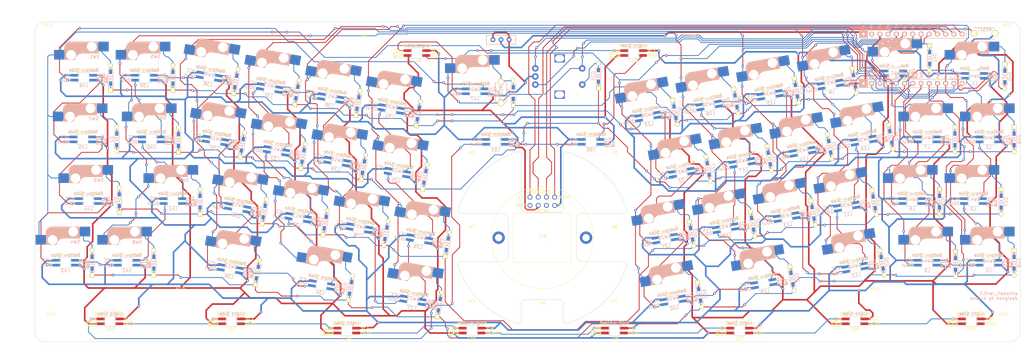
<source format=kicad_pcb>
(kicad_pcb (version 20211014) (generator pcbnew)
  (layers (0 "F.Cu" signal) (31 "B.Cu" signal) (34 "B.Paste" user) (35 "F.Paste" user) (36 "B.SilkS" user "B.Silkscreen") (37 "F.SilkS" user "F.Silkscreen") (38 "B.Mask" user) (39 "F.Mask" user) (44 "Edge.Cuts" user))
  (net 0 "")
  (net 1 "Net-(D1-Pad2)")
  (net 2 "Row0")
  (net 3 "Net-(D2-Pad2)")
  (net 4 "Row1")
  (net 5 "Net-(D3-Pad2)")
  (net 6 "Row2")
  (net 7 "Net-(D4-Pad2)")
  (net 8 "Row3")
  (net 9 "Net-(D5-Pad2)")
  (net 10 "Net-(D6-Pad2)")
  (net 11 "Net-(D7-Pad2)")
  (net 12 "Net-(D8-Pad2)")
  (net 13 "Net-(D9-Pad2)")
  (net 14 "Net-(D10-Pad2)")
  (net 15 "Net-(D11-Pad2)")
  (net 16 "Net-(D12-Pad2)")
  (net 17 "Net-(D13-Pad2)")
  (net 18 "Net-(D14-Pad2)")
  (net 19 "Net-(D15-Pad2)")
  (net 20 "Net-(D16-Pad2)")
  (net 21 "Net-(D17-Pad2)")
  (net 22 "Net-(D18-Pad2)")
  (net 23 "Net-(D19-Pad2)")
  (net 24 "Net-(D20-Pad2)")
  (net 25 "Net-(D21-Pad2)")
  (net 26 "Net-(D22-Pad2)")
  (net 27 "Net-(D23-Pad2)")
  (net 28 "Net-(D24-Pad2)")
  (net 29 "Net-(D25-Pad2)")
  (net 30 "Net-(D26-Pad1)")
  (net 31 "Net-(D27-Pad1)")
  (net 32 "Net-(D28-Pad1)")
  (net 33 "Net-(D29-Pad1)")
  (net 34 "Net-(D30-Pad1)")
  (net 35 "Net-(D31-Pad1)")
  (net 36 "Net-(D32-Pad1)")
  (net 37 "Net-(D33-Pad1)")
  (net 38 "Net-(D34-Pad1)")
  (net 39 "Net-(D35-Pad1)")
  (net 40 "Net-(D36-Pad1)")
  (net 41 "Net-(D37-Pad1)")
  (net 42 "Net-(D38-Pad1)")
  (net 43 "Net-(D39-Pad1)")
  (net 44 "Net-(D40-Pad1)")
  (net 45 "Net-(D41-Pad1)")
  (net 46 "Net-(D42-Pad1)")
  (net 47 "Net-(D43-Pad1)")
  (net 48 "Net-(D44-Pad1)")
  (net 49 "Net-(D45-Pad1)")
  (net 50 "Net-(D46-Pad1)")
  (net 51 "Net-(D47-Pad1)")
  (net 52 "Net-(D48-Pad1)")
  (net 53 "GND")
  (net 54 "Bat+")
  (net 55 "LED")
  (net 56 "Net-(L1-Pad1)")
  (net 57 "VCC")
  (net 58 "Net-(L2-Pad1)")
  (net 59 "Net-(L3-Pad1)")
  (net 60 "Net-(L4-Pad1)")
  (net 61 "Net-(L5-Pad1)")
  (net 62 "Net-(L6-Pad1)")
  (net 63 "Net-(L7-Pad1)")
  (net 64 "Net-(L8-Pad1)")
  (net 65 "Net-(L10-Pad3)")
  (net 66 "Net-(L10-Pad1)")
  (net 67 "Net-(L11-Pad1)")
  (net 68 "Net-(L12-Pad1)")
  (net 69 "Net-(L13-Pad1)")
  (net 70 "Net-(L14-Pad1)")
  (net 71 "Net-(L15-Pad1)")
  (net 72 "Net-(L16-Pad1)")
  (net 73 "Net-(L17-Pad1)")
  (net 74 "Net-(L18-Pad1)")
  (net 75 "Net-(L19-Pad1)")
  (net 76 "Net-(L20-Pad1)")
  (net 77 "Net-(L21-Pad1)")
  (net 78 "Net-(L22-Pad1)")
  (net 79 "Net-(L23-Pad1)")
  (net 80 "Net-(L24-Pad1)")
  (net 81 "Net-(L25-Pad1)")
  (net 82 "Net-(L26-Pad1)")
  (net 83 "Net-(L27-Pad1)")
  (net 84 "Net-(L28-Pad1)")
  (net 85 "Net-(L29-Pad1)")
  (net 86 "Net-(L30-Pad1)")
  (net 87 "Net-(L31-Pad1)")
  (net 88 "Net-(L32-Pad1)")
  (net 89 "Net-(L33-Pad1)")
  (net 90 "Net-(L34-Pad1)")
  (net 91 "Net-(L35-Pad1)")
  (net 92 "Net-(L36-Pad1)")
  (net 93 "Net-(L37-Pad1)")
  (net 94 "Net-(L38-Pad1)")
  (net 95 "Net-(L39-Pad1)")
  (net 96 "Net-(L40-Pad1)")
  (net 97 "Net-(L41-Pad1)")
  (net 98 "Net-(L42-Pad1)")
  (net 99 "Net-(L43-Pad1)")
  (net 100 "Net-(L44-Pad1)")
  (net 101 "Net-(L45-Pad1)")
  (net 102 "Net-(L46-Pad1)")
  (net 103 "Net-(L47-Pad1)")
  (net 104 "Net-(L48-Pad1)")
  (net 105 "Net-(L49-Pad1)")
  (net 106 "Net-(L50-Pad1)")
  (net 107 "Net-(L51-Pad1)")
  (net 108 "Net-(L52-Pad1)")
  (net 109 "Net-(L53-Pad1)")
  (net 110 "Net-(L54-Pad1)")
  (net 111 "Net-(L55-Pad1)")
  (net 112 "Net-(L56-Pad1)")
  (net 113 "Net-(L57-Pad1)")
  (net 114 "Net-(L58-Pad1)")
  (net 116 "Col0")
  (net 117 "Col1")
  (net 118 "Col2")
  (net 119 "Col3")
  (net 120 "Col4")
  (net 121 "Col5")
  (net 122 "Col6")
  (net 123 "A1")
  (net 124 "B1")
  (net 125 "Reset")
  (net 126 "CS")
  (net 127 "MOSI")
  (net 128 "MISO")
  (net 129 "SCLK")
  (footprint "kbd_SW:CherryMX_Hotswap_1.0u" (layer "F.Cu") (at 55.245 49.021817)
    (fp_text reference "SW6")
    (fp_text value "SW_PUSH" hide)
  )
  (footprint "kbd_SW:CherryMX_Hotswap_1.0u" (layer "F.Cu") (at 53.34 29.971817)
    (fp_text reference "SW5")
    (fp_text value "SW_PUSH" hide)
  )
  (footprint "kbd_SW:CherryMX_Hotswap_1.75u" (layer "F.Cu") (at 35.6235 68.071817)
    (fp_text reference "SW3")
    (fp_text value "SW_PUSH" hide)
  )
  (footprint "kbd_SW:CherryMX_Hotswap_1.0u" (layer "F.Cu") (at 34.29 29.971817)
    (fp_text reference "SW1")
    (fp_text value "SW_PUSH" hide)
  )
  (footprint "kbd_SW:CherryMX_Hotswap_1.25u" (layer "F.Cu") (at 33.909 49.021817)
    (fp_text reference "SW2")
    (fp_text value "SW_PUSH" hide)
  )
  (footprint "kbd_SW:CherryMX_Hotswap_2u_Rev" (layer "F.Cu") (at 108.699152 93.801291 170)
    (fp_text reference "SW16" hide)
    (fp_text value "SW_PUSH" hide)
  )
  (footprint "kbd_SW:CherryMX_Hotswap_1.0u" (layer "F.Cu") (at 47.625 87.121817)
    (fp_text reference "SW8")
    (fp_text value "SW_PUSH" hide)
  )
  (footprint "kbd_SW:CherryMX_Hotswap_1.0u" (layer "F.Cu") (at 61.9125 68.071817)
    (fp_text reference "SW7")
    (fp_text value "SW_PUSH" hide)
  )
  (footprint "kbd_SW:CherryMX_Hotswap_1.0u" (layer "F.Cu") (at 73.972946 29.646492 -10)
    (fp_text reference "SW9")
    (fp_text value "SW_PUSH" hide)
  )
  (footprint "kbd_SW:CherryMX_Hotswap_1.0u" (layer "F.Cu") (at 28.575 87.121817)
    (fp_text reference "SW4")
    (fp_text value "SW_PUSH" hide)
  )
  (footprint "kbd_SW:CherryMX_Hotswap_1.0u" (layer "F.Cu") (at 92.733533 32.95449 -10)
    (fp_text reference "SW13")
    (fp_text value "SW_PUSH" hide)
  )
  (footprint "kbd_SW:CherryMX_Hotswap_1.0u" (layer "F.Cu") (at 136.840032 98.763287 -10)
    (fp_text reference "SW23")
    (fp_text value "SW_PUSH" hide)
  )
  (footprint "kbd_SW:CherryMX_Hotswap_1.0u" (layer "F.Cu") (at 111.494121 36.262488 -10)
    (fp_text reference "SW17")
    (fp_text value "SW_PUSH" hide)
  )
  (footprint "kbd_SW:CherryMX_Hotswap_1.0u" (layer "F.Cu") (at 130.254709 39.570487 -10)
    (fp_text reference "SW20")
    (fp_text value "SW_PUSH" hide)
  )
  (footprint "kbd_Parts:RotaryEncoder_EC12E" (layer "F.Cu") (at 181.356 34.0995)
    (fp_text reference "SW25")
    (fp_text value "RotaryEncoder_Switch")
  )
  (footprint "kbd_SW:CherryMX_Hotswap_1.0u" (layer "F.Cu") (at 314.1345 87.121817)
    (fp_text reference "SW48")
    (fp_text value "SW_PUSH" hide)
  )
  (footprint "kbd_SW:CherryMX_Hotswap_1.0u" (layer "F.Cu") (at 314.1345 49.021817)
    (fp_text reference "SW46")
    (fp_text value "SW_PUSH" hide)
  )
  (footprint "kbd_SW:CherryMX_Hotswap_1.0u" (layer "F.Cu") (at 309.372 68.071817)
    (fp_text reference "SW47")
    (fp_text value "SW_PUSH" hide)
  )
  (footprint "kbd_SW:CherryMX_Hotswap_1.5u" (layer "F.Cu") (at 309.372 29.971817)
    (fp_text reference "SW45")
    (fp_text value "SW_PUSH" hide)
  )
  (footprint "kbd_Parts:Battery_XH2.5_GL_PCB" (layer "F.Cu") (at 163.2585 22.6695)
    (fp_text reference "J1")
    (fp_text value "Conn_01x02" hide)
  )
  (footprint "MountingHole:MountingHole_2.2mm_M2" (layer "F.Cu") (at 318.516 110.6805)
    (fp_text reference "H12")
    (fp_text value "MountingHole")
  )
  (footprint "kbd_Parts:LED_SK6812MINI-E_BL" (layer "F.Cu") (at 232.6005 80.9625 -170)
    (fp_text reference "L18")
    (fp_text value "SK6812MINI")
    (fp_line (start 1.75 1.6) (end -1.75 1.6) (layer "Edge.Cuts") (width 0.12))
    (fp_line (start -1.75 -1.6) (end 1.75 -1.6) (layer "Edge.Cuts") (width 0.12))
    (fp_line (start 1.75 -1.6) (end 1.75 1.6) (layer "Edge.Cuts") (width 0.12))
    (fp_line (start -1.75 1.6) (end -1.75 -1.6) (layer "Edge.Cuts") (width 0.12))
  )
  (footprint "kbd_Parts:Diode_TH_SMD" (layer "F.Cu") (at 45.36 72.3 90)
    (fp_text reference "D3")
    (fp_text value "D" hide)
  )
  (footprint "kbd_Parts:LED_SK6812MINI-E_BL" (layer "F.Cu") (at 129.309919 44.15625 170)
    (fp_text reference "L24")
    (fp_text value "SK6812MINI")
    (fp_line (start 1.75 1.6) (end -1.75 1.6) (layer "Edge.Cuts") (width 0.12))
    (fp_line (start 1.75 -1.6) (end 1.75 1.6) (layer "Edge.Cuts") (width 0.12))
    (fp_line (start -1.75 -1.6) (end 1.75 -1.6) (layer "Edge.Cuts") (width 0.12))
    (fp_line (start -1.75 1.6) (end -1.75 -1.6) (layer "Edge.Cuts") (width 0.12))
  )
  (footprint "kbd_Parts:Diode_TH_SMD" (layer "F.Cu") (at 317.754 72.771 -90)
    (fp_text reference "D47")
    (fp_text value "D" hide)
  )
  (footprint "kbd_Parts:LED_SK6812MINI-E_BL" (layer "F.Cu") (at 107.823 98.4885 170)
    (fp_text reference "L34")
    (fp_text value "SK6812MINI")
    (fp_line (start -1.75 -1.6) (end 1.75 -1.6) (layer "Edge.Cuts") (width 0.12))
    (fp_line (start 1.75 1.6) (end -1.75 1.6) (layer "Edge.Cuts") (width 0.12))
    (fp_line (start 1.75 -1.6) (end 1.75 1.6) (layer "Edge.Cuts") (width 0.12))
    (fp_line (start -1.75 1.6) (end -1.75 -1.6) (layer "Edge.Cuts") (width 0.12))
  )
  (footprint "kbd_Parts:LED_SK6812MINI-E_BL" (layer "F.Cu") (at 93.876919 57.11025 170)
    (fp_text reference "L32")
    (fp_text value "SK6812MINI")
    (fp_line (start 1.75 1.6) (end -1.75 1.6) (layer "Edge.Cuts") (width 0.12))
    (fp_line (start 1.75 -1.6) (end 1.75 1.6) (layer "Edge.Cuts") (width 0.12))
    (fp_line (start -1.75 -1.6) (end 1.75 -1.6) (layer "Edge.Cuts") (width 0.12))
    (fp_line (start -1.75 1.6) (end -1.75 -1.6) (layer "Edge.Cuts") (width 0.12))
  )
  (footprint "kbd_Parts:LED_SK6812MINI-E_BL" (layer "F.Cu") (at 309.1815 72.5805 180)
    (fp_text reference "L3")
    (fp_text value "SK6812MINI")
    (fp_line (start -1.75 -1.6) (end 1.75 -1.6) (layer "Edge.Cuts") (width 0.12))
    (fp_line (start 1.75 -1.6) (end 1.75 1.6) (layer "Edge.Cuts") (width 0.12))
    (fp_line (start -1.75 1.6) (end -1.75 -1.6) (layer "Edge.Cuts") (width 0.12))
    (fp_line (start 1.75 1.6) (end -1.75 1.6) (layer "Edge.Cuts") (width 0.12))
  )
  (footprint "kbd_Parts:Diode_TH_SMD" (layer "F.Cu") (at 259.6515 76.2 -80)
    (fp_text reference "D36")
    (fp_text value "D" hide)
  )
  (footprint "kbd_Parts:Diode_TH_SMD" (layer "F.Cu") (at 303.657 92.0115 -90)
    (fp_text reference "D44")
    (fp_text value "D" hide)
  )
  (footprint "MountingHole:MountingHole_2.2mm_M2" (layer "F.Cu") (at 198.3105 106.68)
    (fp_text reference "H4")
    (fp_text value "MountingHole")
  )
  (footprint "kbd_Parts:Diode_TH_SMD" (layer "F.Cu") (at 102.108 58.674 80)
    (fp_text reference "D14")
    (fp_text value "D" hide)
  )
  (footprint "kbd_SW:CherryMX_Hotswap_1.0u" (layer "F.Cu") (at 295.0845 49.021817)
    (fp_text reference "SW42")
    (fp_text value "SW_PUSH" hide)
  )
  (footprint "MountingHole:MountingHole_2.2mm_M2" (layer "F.Cu") (at 23.241 21.336)
    (fp_text reference "H15")
    (fp_text value "MountingHole")
  )
  (footprint "MountingHole:MountingHole_2.2mm_M2" (layer "F.Cu") (at 319.659 21.336)
    (fp_text reference "H16")
    (fp_text value "MountingHole")
  )
  (footprint "kbd_Parts:LED_SK6812MINI-E_BL" (layer "F.Cu") (at 81.915 74.676 170)
    (fp_text reference "L36")
    (fp_text value "SK6812MINI")
    (fp_line (start -1.75 1.6) (end -1.75 -1.6) (layer "Edge.Cuts") (width 0.12))
    (fp_line (start 1.75 1.6) (end -1.75 1.6) (layer "Edge.Cuts") (width 0.12))
    (fp_line (start -1.75 -1.6) (end 1.75 -1.6) (layer "Edge.Cuts") (width 0.12))
    (fp_line (start 1.75 -1.6) (end 1.75 1.6) (layer "Edge.Cuts") (width 0.12))
  )
  (footprint "kbd_Parts:LED_SK6812MINI-E_BL" (layer "F.Cu") (at 270.020472 74.295 -170)
    (fp_text reference "L11")
    (fp_text value "SK6812MINI")
    (fp_line (start 1.75 1.6) (end -1.75 1.6) (layer "Edge.Cuts") (width 0.12))
    (fp_line (start -1.75 1.6) (end -1.75 -1.6) (layer "Edge.Cuts") (width 0.12))
    (fp_line (start 1.75 -1.6) (end 1.75 1.6) (layer "Edge.Cuts") (width 0.12))
    (fp_line (start -1.75 -1.6) (end 1.75 -1.6) (layer "Edge.Cuts") (width 0.12))
  )
  (footprint "kbd_SW:CherryMX_Hotswap_1.0u" (layer "F.Cu") (at 215.652044 98.659405 10)
    (fp_text reference "SW29")
    (fp_text value "SW_PUSH" hide)
  )
  (footprint "kbd_Parts:Diode_TH_SMD" (layer "F.Cu") (at 167.0685 39.243 90)
    (fp_text reference "D24")
    (fp_text value "D" hide)
  )
  (footprint "MountingHole:MountingHole_2.2mm_M2" (layer "F.Cu") (at 64.1985 102.87)
    (fp_text reference "H13")
    (fp_text value "MountingHole")
  )
  (footprint "kbd_Parts:Diode_TH_SMD" (layer "F.Cu") (at 193.3575 33.909 90)
    (fp_text reference "D25")
    (fp_text value "D" hide)
  )
  (footprint "kbd_SW:CherryMX_Hotswap_1.0u" (layer "F.Cu") (at 269.376233 69.842504 10)
    (fp_text reference "SW39")
    (fp_text value "SW_PUSH" hide)
  )
  (footprint "kbd_Parts:LED_SK6812MINI-E_BL" (layer "F.Cu") (at 75.057 53.9115 170)
    (fp_text reference "L37")
    (fp_text value "SK6812MINI")
    (fp_line (start 1.75 1.6) (end -1.75 1.6) (layer "Edge.Cuts") (width 0.12))
    (fp_line (start -1.75 1.6) (end -1.75 -1.6) (layer "Edge.Cuts") (width 0.12))
    (fp_line (start 1.75 -1.6) (end 1.75 1.6) (layer "Edge.Cuts") (width 0.12))
    (fp_line (start -1.75 -1.6) (end 1.75 -1.6) (layer "Edge.Cuts") (width 0.12))
  )
  (footprint "kbd_Parts:LED_SK6812MINI-E_BL" (layer "F.Cu") (at 208.5975 46.482 -170)
    (fp_text reference "L23")
    (fp_text value "SK6812MINI")
    (fp_line (start -1.75 1.6) (end -1.75 -1.6) (layer "Edge.Cuts") (width 0.12))
    (fp_line (start 1.75 1.6) (end -1.75 1.6) (layer "Edge.Cuts") (width 0.12))
    (fp_line (start -1.75 -1.6) (end 1.75 -1.6) (layer "Edge.Cuts") (width 0.12))
    (fp_line (start 1.75 -1.6) (end 1.75 1.6) (layer "Edge.Cuts") (width 0.12))
  )
  (footprint "kbd_Parts:LED_SK6812MINI-E_BL" (layer "F.Cu") (at 53.1495 34.4805 180)
    (fp_text reference "L39")
    (fp_text value "SK6812MINI")
    (fp_line (start -1.75 -1.6) (end 1.75 -1.6) (layer "Edge.Cuts") (width 0.12))
    (fp_line (start 1.75 1.6) (end -1.75 1.6) (layer "Edge.Cuts") (width 0.12))
    (fp_line (start -1.75 1.6) (end -1.75 -1.6) (layer "Edge.Cuts") (width 0.12))
    (fp_line (start 1.75 -1.6) (end 1.75 1.6) (layer "Edge.Cuts") (width 0.12))
  )
  (footprint "kbd_Parts:Diode_TH_SMD" (layer "F.Cu") (at 246.126 59.436 -80)
    (fp_text reference "D31")
    (fp_text value "D" hide)
  )
  (footprint "kbd_Parts:LED_SK6812MINI-E_BL" (layer "F.Cu") (at 309.5625 33.909 180)
    (fp_text reference "L1")
    (fp_text value "SK6812MINI")
    (fp_line (start 1.75 -1.6) (end 1.75 1.6) (layer "Edge.Cuts") (width 0.12))
    (fp_line (start -1.75 1.6) (end -1.75 -1.6) (layer "Edge.Cuts") (width 0.12))
    (fp_line (start -1.75 -1.6) (end 1.75 -1.6) (layer "Edge.Cuts") (width 0.12))
    (fp_line (start 1.75 1.6) (end -1.75 1.6) (layer "Edge.Cuts") (width 0.12))
  )
  (footprint "kbd_SW:CherryMX_Hotswap_1.0u" (layer "F.Cu") (at 264.261084 32.056689 10)
    (fp_text reference "SW37")
    (fp_text value "SW_PUSH" hide)
  )
  (footprint "kbd_Parts:LED_SK6812MINI-E_BL" (layer "F.Cu") (at 73.152 34.0995 170)
    (fp_text reference "L38")
    (fp_text value "SK6812MINI")
    (fp_line (start -1.75 1.6) (end -1.75 -1.6) (layer "Edge.Cuts") (width 0.12))
    (fp_line (start 1.75 -1.6) (end 1.75 1.6) (layer "Edge.Cuts") (width 0.12))
    (fp_line (start 1.75 1.6) (end -1.75 1.6) (layer "Edge.Cuts") (width 0.12))
    (fp_line (start -1.75 -1.6) (end 1.75 -1.6) (layer "Edge.Cuts") (width 0.12))
  )
  (footprint "kbd_Parts:Diode_TH_SMD" (layer "F.Cu") (at 278.511 72.9615 -80)
    (fp_text reference "D39")
    (fp_text value "D" hide)
  )
  (footprint "kbd_Parts:Diode_TH_SMD" (layer "F.Cu") (at 83.366226 55.211466 80)
    (fp_text reference "D10")
    (fp_text value "D" hide)
  )
  (footprint "kbd_Parts:Diode_TH_SMD" (layer "F.Cu") (at 283.6545 52.7685 -80)
    (fp_text reference "D38")
    (fp_text value "D" hide)
  )
  (footprint "kbd_Parts:Diode_TH_SMD" (layer "F.Cu") (at 81.3435 35.6235 80)
    (fp_text reference "D9")
    (fp_text value "D" hide)
  )
  (footprint "kbd_Parts:LED_SK6812MINI-E_BL" (layer "F.Cu") (at 216.408 103.251 -170)
    (fp_text reference "L20")
    (fp_text value "SK6812MINI")
    (fp_line (start 1.75 -1.6) (end 1.75 1.6) (layer "Edge.Cuts") (width 0.12))
    (fp_line (start -1.75 1.6) (end -1.75 -1.6) (layer "Edge.Cuts") (width 0.12))
    (fp_line (start 1.75 1.6) (end -1.75 1.6) (layer "Edge.Cuts") (width 0.12))
    (fp_line (start -1.75 -1.6) (end 1.75 -1.6) (layer "Edge.Cuts") (width 0.12))
  )
  (footprint "kbd_Parts:LED_SK6812MINI-E_BL" (layer "F.Cu") (at 275.2725 53.9115 -170)
    (fp_text reference "L10")
    (fp_text value "SK6812MINI")
    (fp_line (start 1.75 -1.6) (end 1.75 1.6) (layer "Edge.Cuts") (width 0.12))
    (fp_line (start -1.75 1.6) (end -1.75 -1.6) (layer "Edge.Cuts") (width 0.12))
    (fp_line (start 1.75 1.6) (end -1.75 1.6) (layer "Edge.Cuts") (width 0.12))
    (fp_line (start -1.75 -1.6) (end 1.75 -1.6) (layer "Edge.Cuts") (width 0.12))
  )
  (footprint "kbd_Parts:Diode_TH_SMD" (layer "F.Cu") (at 137.7315 45.5295 80)
    (fp_text reference "D20")
    (fp_text value "D" hide)
  )
  (footprint "kbd_Parts:LED_SK6812MINI-E_BL" (layer "F.Cu") (at 294.894 91.6305 180)
    (fp_text reference "L5")
    (fp_text value "SK6812MINI")
    (fp_line (start 1.75 1.6) (end -1.75 1.6) (layer "Edge.Cuts") (width 0.12))
    (fp_line (start 1.75 -1.6) (end 1.75 1.6) (layer "Edge.Cuts") (width 0.12))
    (fp_line (start -1.75 1.6) (end -1.75 -1.6) (layer "Edge.Cuts") (width 0.12))
    (fp_line (start -1.75 -1.6) (end 1.75 -1.6) (layer "Edge.Cuts") (width 0.12))
  )
  (footprint "kbd_Parts:LED_SK6812MINI-E_BL" (layer "F.Cu") (at 91.781419 37.67925 170)
    (fp_text reference "L31")
    (fp_text value "SK6812MINI")
    (fp_line (start -1.75 -1.6) (end 1.75 -1.6) (layer "Edge.Cuts") (width 0.12))
    (fp_line (start 1.75 -1.6) (end 1.75 1.6) (layer "Edge.Cuts") (width 0.12))
    (fp_line (start 1.75 1.6) (end -1.75 1.6) (layer "Edge.Cuts") (width 0.12))
    (fp_line (start -1.75 1.6) (end -1.75 -1.6) (layer "Edge.Cuts") (width 0.12))
  )
  (footprint "kbd_Parts:Diode_TH_SMD" (layer "F.Cu") (at 70.2945 72.771 90)
    (fp_text reference "D7")
    (fp_text value "D" hide)
  )
  (footprint "MountingHole:MountingHole_2.2mm_M2" (layer "F.Cu") (at 221.9325 24.9555)
    (fp_text reference "H10")
    (fp_text value "MountingHole")
  )
  (footprint "kbd_Parts:Diode_TH_SMD" (layer "F.Cu") (at 61.9125 34.4805 90)
    (fp_text reference "D5")
    (fp_text value "D" hide)
  )
  (footprint "kbd_Parts:LED_SK6812MINI-E_BL" (layer "F.Cu") (at 155.2575 38.6715 180)
    (fp_text reference "L47")
    (fp_text value "SK6812MINI")
    (fp_line (start 1.75 1.6) (end -1.75 1.6) (layer "Edge.Cuts") (width 0.12))
    (fp_line (start 1.75 -1.6) (end 1.75 1.6) (layer "Edge.Cuts") (width 0.12))
    (fp_line (start -1.75 -1.6) (end 1.75 -1.6) (layer "Edge.Cuts") (width 0.12))
    (fp_line (start -1.75 1.6) (end -1.75 -1.6) (layer "Edge.Cuts") (width 0.12))
  )
  (footprint "kbd_Parts:ADNS-9800-module" (layer "F.Cu") (at 176.022 83.888)
    (fp_text reference "J18")
    (fp_text value "Conn_02x04_Odd_Even")
  )
  (footprint "kbd_Parts:LED_SK6812MINI-E_BL" (layer "F.Cu") (at 244.4115 98.1075 -170)
    (fp_text reference "L19")
    (fp_text value "SK6812MINI")
    (fp_line (start 1.75 1.6) (end -1.75 1.6) (layer "Edge.Cuts") (width 0.12))
    (fp_line (start -1.75 1.6) (end -1.75 -1.6) (layer "Edge.Cuts") (width 0.12))
    (fp_line (start 1.75 -1.6) (end 1.75 1.6) (layer "Edge.Cuts") (width 0.12))
    (fp_line (start -1.75 -1.6) (end 1.75 -1.6) (layer "Edge.Cuts") (width 0.12))
  )
  (footprint "kbd_SW:CherryMX_Hotswap_1.0u" (layer "F.Cu") (at 75.917912 49.33332 -10)
    (fp_text reference "SW10")
    (fp_text value "SW_PUSH" hide)
  )
  (footprint "kbd_SW:CherryMX_Hotswap_1.0u_Small1" (layer "F.Cu") (at 285.5595 29.019317)
    (fp_text reference "SW41")
    (fp_text value "SW_PUSH" hide)
  )
  (footprint "kbd_Parts:Diode_TH_SMD" (layer "F.Cu") (at 146.685 85.9155 80)
    (fp_text reference "D22")
    (fp_text value "D" hide)
  )
  (footprint "kbd_SW:CherryMX_Hotswap_1.0u" (layer "F.Cu") (at 120.261807 76.496223 -10)
    (fp_text reference "SW19")
    (fp_text value "SW_PUSH" hide)
  )
  (footprint "kbd_Parts:Diode_TH_SMD" (layer "F.Cu") (at 44.577 53.5305 90)
    (fp_text reference "D2")
    (fp_text value "D" hide)
  )
  (footprint "kbd_Parts:ResetSW" (layer "F.Cu") (at 312.6105 20.7645 180)
    (fp_text reference "SW49" hide)
    (fp_text value "SW_PUSH")
  )
  (footprint "MountingHole:MountingHole_2.2mm_M2" (layer "F.Cu") (at 198.3105 60.7695)
    (fp_text reference "H2")
    (fp_text value "MountingHole")
  )
  (footprint "kbd_SW:CherryMX_Hotswap_1.0u" (layer "F.Cu") (at 250.615645 73.150502 10)
    (fp_text reference "SW36")
    (fp_text value "SW_PUSH" hide)
  )
  (footprint "kbd_SW:CherryMX_Hotswap_1.0u" (layer "F.Cu") (at 80.55827 88.839294 -10)
    (fp_text reference "SW12")
    (fp_text value "SW_PUSH" hide)
  )
  (footprint "kbd_Parts:Diode_TH_SMD" (layer "F.Cu") (at 88.011 94.6785 80)
    (fp_text reference "D12")
    (fp_text value "D" hide)
  )
  (footprint "kbd_SW:CherryMX_Hotswap_1.0u" (layer "F.Cu") (at 226.739909 38.672684 10)
    (fp_text reference "SW30")
    (fp_text value "SW_PUSH" hide)
  )
  (footprint "kbd_Parts:LED_SK6812MINI-E_BL" (layer "F.Cu") (at 294.894 53.5305 180)
    (fp_text reference "L7")
    (fp_text value "SK6812MINI")
    (fp_line (start 1.75 -1.6) (end 1.75 1.6) (layer "Edge.Cuts") (width 0.12))
    (fp_line (start 1.75 1.6) (end -1.75 1.6) (layer "Edge.Cuts") (width 0.12))
    (fp_line (start -1.75 1.6) (end -1.75 -1.6) (layer "Edge.Cuts") (width 0.12))
    (fp_line (start -1.75 -1.6) (end 1.75 -1.6) (layer "Edge.Cuts") (width 0.12))
  )
  (footprint "kbd_Parts:Diode_TH_SMD" (layer "F.Cu") (at 224.5995 101.5365 -80)
    (fp_text reference "D29")
    (fp_text value "D" hide)
  )
  (footprint "kbd_Parts:Diode_TH_SMD" (layer "F.Cu") (at 298.704 72.771 -90)
    (fp_text reference "D43")
    (fp_text value "D" hide)
  )
  (footprint "kbd_Parts:LED_SK6812MINI-E_BL" (layer "F.Cu") (at 131.2545 63.8175 170)
    (fp_text reference "L25")
    (fp_text value "SK6812MINI")
    (fp_line (start 1.75 -1.6) (end 1.75 1.6) (layer "Edge.Cuts") (width 0.12))
    (fp_line (start -1.75 -1.6) (end 1.75 -1.6) (layer "Edge.Cuts") (width 0.12))
    (fp_line (start 1.75 1.6) (end -1.75 1.6) (layer "Edge.Cuts") (width 0.12))
    (fp_line (start -1.75 1.6) (end -1.75 -1.6) (layer "Edge.Cuts") (width 0.12))
  )
  (footprint "kbd_Parts:LED_SK6812MINI-E_BL" (layer "F.Cu") (at 110.6805 40.767 170)
    (fp_text reference "L30")
    (fp_text value "SK6812MINI")
    (fp_line (start 1.75 1.6) (end -1.75 1.6) (layer "Edge.Cuts") (width 0.12))
    (fp_line (start 1.75 -1.6) (end 1.75 1.6) (layer "Edge.Cuts") (width 0.12))
    (fp_line (start -1.75 1.6) (end -1.75 -1.6) (layer "Edge.Cuts") (width 0.12))
    (fp_line (start -1.75 -1.6) (end 1.75 -1.6) (layer "Edge.Cuts") (width 0.12))
  )
  (footprint "kbd_Parts:Diode_TH_SMD" (layer "F.Cu") (at 139.754226 65.117466 80)
    (fp_text reference "D21")
    (fp_text value "D" hide)
  )
  (footprint "MountingHole:MountingHole_2.2mm_M2" (layer "F.Cu") (at 24.384 110.6805)
    (fp_text reference "H14")
    (fp_text value "MountingHole")
  )
  (footprint "kbd_Parts:LED_SK6812MINI-E_BL" (layer "F.Cu") (at 227.538972 43.053 -170)
    (fp_text reference "L16")
    (fp_text value "SK6812MINI")
    (fp_line (start 1.75 -1.6) (end 1.75 1.6) (layer "Edge.Cuts") (width 0.12))
    (fp_line (start -1.75 -1.6) (end 1.75 -1.6) (layer "Edge.Cuts") (width 0.12))
    (fp_line (start -1.75 1.6) (end -1.75 -1.6) (layer "Edge.Cuts") (width 0.12))
    (fp_line (start 1.75 1.6) (end -1.75 1.6) (layer "Edge.Cuts") (width 0.12))
  )
  (footprint "kbd_Parts:LED_SK6812MINI-E_BL" (layer "F.Cu") (at 28.7655 91.6305 180)
    (fp_text reference "L43")
    (fp_text value "SK6812MINI")
    (fp_line (start -1.75 -1.6) (end 1.75 -1.6) (layer "Edge.Cuts") (width 0.12))
    (fp_line (start 1.75 -1.6) (end 1.75 1.6) (layer "Edge.Cuts") (width 0.12))
    (fp_line (start 1.75 1.6) (end -1.75 1.6) (layer "Edge.Cuts") (width 0.12))
    (fp_line (start -1.75 1.6) (end -1.75 -1.6) (layer "Edge.Cuts") (width 0.12))
  )
  (footprint "kbd_Parts:Diode_TH_SMD" (layer "F.Cu") (at 42.672 34.4805 90)
    (fp_text reference "D1")
    (fp_text value "D" hide)
  )
  (footprint "kbd_Parts:LED_SK6812MINI-E_BL" (layer "F.Cu") (at 47.7395 91.6305 180)
    (fp_text reference "L42")
    (fp_text value "SK6812MINI")
    (fp_line (start 1.75 1.6) (end -1.75 1.6) (layer "Edge.Cuts") (width 0.12))
    (fp_line (start 1.75 -1.6) (end 1.75 1.6) (layer "Edge.Cuts") (width 0.12))
    (fp_line (start -1.75 -1.6) (end 1.75 -1.6) (layer "Edge.Cuts") (width 0.12))
    (fp_line (start -1.75 1.6) (end -1.75 -1.6) (layer "Edge.Cuts") (width 0.12))
  )
  (footprint "kbd_Parts:LED_SK6812MINI-E_BL" (layer "F.Cu") (at 191.0715 54.2925 180)
    (fp_text reference "L50")
    (fp_text value "SK6812MINI")
    (fp_line (start -1.75 1.6) (end -1.75 -1.6) (layer "Edge.Cuts") (width 0.12))
    (fp_line (start 1.75 -1.6) (end 1.75 1.6) (layer "Edge.Cuts") (width 0.12))
    (fp_line (start 1.75 1.6) (end -1.75 1.6) (layer "Edge.Cuts") (width 0.12))
    (fp_line (start -1.75 -1.6) (end 1.75 -1.6) (layer "Edge.Cuts") (width 0.12))
  )
  (footprint "kbd_Parts:Diode_TH_SMD" (layer "F.Cu") (at 272.415 35.433 -80)
    (fp_text reference "D37")
    (fp_text value "D" hide)
  )
  (footprint "kbd_Parts:LED_SK6812MINI-E_BL" (layer "F.Cu") (at 256.413 57.3405 -170)
    (fp_text reference "L14")
    (fp_text value "SK6812MINI")
    (fp_line (start -1.75 -1.6) (end 1.75 -1.6) (layer "Edge.Cuts") (width 0.12))
    (fp_line (start 1.75 1.6) (end -1.75 1.6) (layer "Edge.Cuts") (width 0.12))
    (fp_line (start 1.75 -1.6) (end 1.75 1.6) (layer "Edge.Cuts") (width 0.12))
    (fp_line (start -1.75 1.6) (end -1.75 -1.6) (layer "Edge.Cuts") (width 0.12))
  )
  (footprint "kbd_SW:CherryMX_Hotswap_1.0u" (layer "F.Cu") (at 236.989324 56.209313 10)
    (fp_text reference "SW31")
    (fp_text value "SW_PUSH" hide)
  )
  (footprint "kbd_Parts:Diode_TH_SMD" (layer "F.Cu") (at 253.125341 96.535341 -80)
    (fp_text reference "D33")
    (fp_text value "D" hide)
  )
  (footprint "kbd_Parts:LED_SK6812MINI-E_BL" (layer "F.Cu") (at 237.744 60.7695 -170)
    (fp_text reference "L17")
    (fp_text value "SK6812MINI")
    (fp_line (start -1.75 -1.6) (end 1.75 -1.6) (layer "Edge.Cuts") (width 0.12))
    (fp_line (start 1.75 -1.6) (end 1.75 1.6) (layer "Edge.Cuts") (width 0.12))
    (fp_line (start 1.75 1.6) (end -1.75 1.6) (layer "Edge.Cuts") (width 0.12))
    (fp_line (start -1.75 1.6) (end -1.75 -1.6) (layer "Edge.Cuts") (width 0.12))
  )
  (footprint "kbd_Parts:Diode_TH_SMD" (layer "F.Cu") (at 254.508 38.481 -80)
    (fp_text reference "D34")
    (fp_text value "D" hide)
  )
  (footprint "kbd_Parts:LED_SK6812MINI-E_BL" (layer "F.Cu") (at 100.584 77.724 170)
    (fp_text reference "L33")
    (fp_text value "SK6812MINI")
    (fp_line (start 1.75 -1.6) (end 1.75 1.6) (layer "Edge.Cuts") (width 0.12))
    (fp_line (start -1.75 1.6) (end -1.75 -1.6) (layer "Edge.Cuts") (width 0.12))
    (fp_line (start 1.75 1.6) (end -1.75 1.6) (layer "Edge.Cuts") (width 0.12))
    (fp_line (start -1.75 -1.6) (end 1.75 -1.6) (layer "Edge.Cuts") (width 0.12))
  )
  (footprint "kbd_SW:CherryMX_Hotswap_1.0u" (layer "F.Cu") (at 274.5105 49.593317 10)
    (fp_text reference "SW38")
    (fp_text value "SW_PUSH" hide)
  )
  (footprint "kbd_Parts:LED_SK6812MINI-E_BL" (layer "F.Cu") (at 55.245 53.5305 180)
    (fp_text reference "L40")
    (fp_text value "SK6812MINI")
    (fp_line (start -1.75 -1.6) (end 1.75 -1.6) (layer "Edge.Cuts") (width 0.12))
    (fp_line (start -1.75 1.6) (end -1.75 -1.6) (layer "Edge.Cuts") (width 0.12))
    (fp_line (start 1.75 1.6) (end -1.75 1.6) (layer "Edge.Cuts") (width 0.12))
    (fp_line (start 1.75 -1.6) (end 1.75 1.6) (layer "Edge.Cuts") (width 0.12))
  )
  (footprint "kbd_Parts:LED_SK6812MINI-E_BL" (layer "F.Cu") (at 290.2075 72.5805 180)
    (fp_text reference "L6")
    (fp_text value "SK6812MINI")
    (fp_line (start -1.75 1.6) (end -1.75 -1.6) (layer "Edge.Cuts") (width 0.12))
    (fp_line (start -1.75 -1.6) (end 1.75 -1.6) (layer "Edge.Cuts") (width 0.12))
    (fp_line (start 1.75 -1.6) (end 1.75 1.6) (layer "Edge.Cuts") (width 0.12))
    (fp_line (start 1.75 1.6) (end -1.75 1.6) (layer "Edge.Cuts") (width 0.12))
  )
  (footprint "kbd_SW:CherryMX_Hotswap_1.0u" (layer "F.Cu") (at 255.749912 52.901315 10)
    (fp_text reference "SW35")
    (fp_text value "SW_PUSH" hide)
  )
  (footprint "kbd_Parts:Diode_TH_SMD" (layer "F.Cu") (at 303.4665 53.5305 -90)
    (fp_text reference "D42")
    (fp_text value "D" hide)
  )
  (footprint "kbd_SW:CherryMX_Hotswap_1.0u" (layer "F.Cu") (at 271.933807 88.735412 10)
    (fp_text reference "SW40")
    (fp_text value "SW_PUSH" hide)
  )
  (footprint "kbd_SW:CherryMX_Hotswap_1.0u" (layer "F.Cu") (at 213.09447 79.766497 10)
    (fp_text reference "SW28")
    (fp_text value "SW_PUSH" hide)
  )
  (footprint "kbd_SW:CherryMX_Hotswap_1.0u" (layer "F.Cu") (at 132.199675 59.257313 -10)
    (fp_text reference "SW21")
    (fp_text value "SW_PUSH" hide)
  )
  (footprint "kbd_SW:CherryMX_Hotswap_1.0u" (layer "F.Cu") (at 113.439087 55.949315 -10)
    (fp_text reference "SW18")
    (fp_text value "SW_PUSH" hide)
  )
  (footprint "kbd_Parts:Diode_TH_SMD" (layer "F.Cu") (at 144.2085 104.5845 80)
    (fp_text reference "D23")
    (fp_text value "D" hide)
  )
  (footprint "kbd_Parts:LED_SK6812MINI-E_BL" (layer "F.Cu") (at 34.0995 53.5305 180)
    (fp_text reference "L45")
    (fp_text value "SK6812MINI")
    (fp_line (start 1.75 1.6) (end -1.75 1.6) (layer "Edge.Cuts") (width 0.12))
    (fp_line (start 1.75 -1.6) (end 1.75 1.6) (layer "Edge.Cuts") (width 0.12))
    (fp_line (start -1.75 -1.6) (end 1.75 -1.6) (layer "Edge.Cuts") (width 0.12))
    (fp_line (start -1.75 1.6) (end -1.75 -1.6) (layer "Edge.Cuts") (width 0.12))
  )
  (footprint "kbd_Parts:LED_SK6812MINI-E_BL" (layer "F.Cu") (at 138.072919 84.35175 170)
    (fp_text reference "L26")
    (fp_text value "SK6812MINI")
    (fp_line (start 1.75 -1.6) (end 1.75 1.6) (layer "Edge.Cuts") (width 0.12))
    (fp_line (start -1.75 1.6) (end -1.75 -1.6) (layer "Edge.Cuts") (width 0.12))
    (fp_line (start -1.75 -1.6) (end 1.75 -1.6) (layer "Edge.Cuts") (width 0.12))
    (fp_line (start 1.75 1.6) (end -1.75 1.6) (layer "Edge.Cuts") (width 0.12))
  )
  (footprint "kbd_Parts:Diode_TH_SMD" (layer "F.Cu") (at 36.957 91.6305 90)
    (fp_text reference "D4")
    (fp_text value "D" hide)
  )
  (footprint "kbd_Parts:Diode_TH_SMD" (layer "F.Cu") (at 63.627 53.721 90)
    (fp_text reference "D6")
    (fp_text value "D" hide)
  )
  (footprint "kbd_Parts:LED_SK6812MINI-E_BL" (layer "F.Cu") (at 313.944 91.6305 180)
    (fp_text reference "L4")
    (fp_text value "SK6812MINI")
    (fp_line (start 1.75 1.6) (end -1.75 1.6) (layer "Edge.Cuts") (width 0.12))
    (fp_line (start 1.75 -1.6) (end 1.75 1.6) (layer "Edge.Cuts") (width 0.12))
    (fp_line (start -1.75 1.6) (end -1.75 -1.6) (layer "Edge.Cuts") (width 0.12))
    (fp_line (start -1.75 -1.6) (end 1.75 -1.6) (layer "Edge.Cuts") (width 0.12))
  )
  (footprint "kbd_Parts:LED_SK6812MINI-E_BL" (layer "F.Cu") (at 284.607 33.147 180)
    (fp_text reference "L8")
    (fp_text value "SK6812MINI")
    (fp_line (start 1.75 -1.6) (end 1.75 1.6) (layer "Edge.Cuts") (width 0.12))
    (fp_line (start 1.75 1.6) (end -1.75 1.6) (layer "Edge.Cuts") (width 0.12))
    (fp_line (start -1.75 1.6) (end -1.75 -1.6) (layer "Edge.Cuts") (width 0.12))
    (fp_line (start -1.75 -1.6) (end 1.75 -1.6) (layer "Edge.Cuts") (width 0.12))
  )
  (footprint "kbd_Parts:Diode_TH_SMD" (layer "F.Cu") (at 318.897 34.0995 -90)
    (fp_text reference "D45")
    (fp_text value "D" hide)
  )
  (footprint "kbd_SW:CherryMX_Hotswap_1.0u" (layer "F.Cu") (at 290.322 68.071817)
    (fp_text reference "SW43")
    (fp_text value "SW_PUSH" hide)
  )
  (footprint "kbd_Parts:LED_SK6812MINI-E_BL" (layer "F.Cu") (at 313.944 53.5305 180)
    (fp_text reference "L2")
    (fp_text value "SK6812MINI")
    (fp_line (start -1.75 -1.6) (end 1.75 -1.6) (layer "Edge.Cuts") (width 0.12))
    (fp_line (start -1.75 1.6) (end -1.75 -1.6) (layer "Edge.Cuts") (width 0.12))
    (fp_line (start 1.75 -1.6) (end 1.75 1.6) (layer "Edge.Cuts") (width 0.12))
    (fp_line (start 1.75 1.6) (end -1.75 1.6) (layer "Edge.Cuts") (width 0.12))
  )
  (footprint "kbd_Parts:Diode_TH_SMD" (layer "F.Cu") (at 216.9795 45.1485 -80)
    (fp_text reference "D26")
    (fp_text value "D" hide)
  )
  (footprint "kbd_SW:CherryMX_Hotswap_1.0u" (layer "F.Cu") (at 101.501219 73.188225 -10)
    (fp_text reference "SW15")
    (fp_text value "SW_PUSH" hide)
  )
  (footprint "kbd_Parts:Diode_TH_SMD" (layer "F.Cu") (at 56.007 91.6305 90)
    (fp_text reference "D8")
    (fp_text value "D" hide)
  )
  (footprint "kbd_Parts:Diode_TH_SMD" (layer "F.Cu") (at 120.777 62.103 80)
    (fp_text reference "D18")
    (fp_text value "D" hide)
  )
  (footprint "kbd_SW:CherryMX_Hotswap_1.0u" (layer "F.Cu") (at 139.022395 79.804219 -10)
    (fp_text reference "SW22")
    (fp_text value "SW_PUSH" hide)
  )
  (footprint "MountingHole:MountingHole_2.2mm_M2" (layer "F.Cu") (at 278.7015 102.87)
    (fp_text reference "H11")
    (fp_text value "MountingHole")
  )
  (footprint "kbd_Parts:Diode_TH_SMD" (layer "F.Cu") (at 321.7545 53.5305 -90)
    (fp_text reference "D46")
    (fp_text value "D" hide)
  )
  (footprint "kbd_Parts:LED_SK6812MINI-E_BL" (layer "F.Cu") (at 272.6055 93.1545 -170)
    (fp_text reference "L12")
    (fp_text value "SK6812MINI")
    (fp_line (start -1.75 -1.6) (end 1.75 -1.6) (layer "Edge.Cuts") (width 0.12))
    (fp_line (start 1.75 1.6) (end -1.75 1.6) (layer "Edge.Cuts") (width 0.12))
    (fp_line (start -1.75 1.6) (end -1.75 -1.6) (layer "Edge.Cuts") (width 0.12))
    (fp_line (start 1.75 -1.6) (end 1.75 1.6) (layer "Edge.Cuts") (width 0.12))
  )
  (footprint "kbd_Parts:Diode_TH_SMD" (layer "F.Cu") (at 90.1065 75.819 80)
    (fp_text reference "D11")
    (fp_text value "D" hide)
  )
  (footprint "kbd_Parts:ResetSW" (layer "F.Cu") (at 163.2585 39.0525 -90)
    (fp_text reference "SW24_2" hide)
    (fp_text value "SW_PUSH")
  )
  (footprint "kbd_Parts:Diode_TH_SMD" (layer "F.Cu") (at 108.966 79.248 80)
    (fp_text reference "D15")
    (fp_text value "D" hide)
  )
  (footprint "MountingHole:MountingHole_2.2mm_M2" (layer "F.Cu") (at 176.022 62.484)
    (fp_text reference "H5")
    (fp_text value "MountingHole")
  )
  (footprint "MountingHole:MountingHole_2.2mm_M2" (layer "F.Cu") (at 198.3105 83.82)
    (fp_text reference "H8")
    (fp_text value "MountingHole")
  )
  (footprint "kbd_Parts:LED_SK6812MINI-E_BL" (layer "F.Cu") (at 119.4435 80.9625 170)
    (fp_text reference "L28")
    (fp_text value "SK6812MINI")
    (fp_line (start 1.75 -1.6) (end 1.75 1.6) (layer "Edge.Cuts") (width 0.12))
    (fp_line (start -1.75 1.6) (end -1.75 -1.6) (layer "Edge.Cuts") (width 0.12))
    (fp_line (start -1.75 -1.6) (end 1.75 -1.6) (layer "Edge.Cuts") (width 0.12))
    (fp_line (start 1.75 1.6) (end -1.75 1.6) (layer "Edge.Cuts") (width 0.12))
  )
  (footprint "kbd_Parts:LED_SK6812MINI-E_BL" (layer "F.Cu") (at 264.9855 36.576 -170)
    (fp_text reference "L9")
    (fp_text value "SK6812MINI")
    (fp_line (start 1.75 1.6) (end -1.75 1.6) (layer "Edge.Cuts") (width 0.12))
    (fp_line (start -1.75 -1.6) (end 1.75 -1.6) (layer "Edge.Cuts") (width 0.12))
    (fp_line (start 1.75 -1.6) (end 1.75 1.6) (layer "Edge.Cuts") (width 0.12))
    (fp_line (start -1.75 1.6) (end -1.75 -1.6) (layer "Edge.Cuts") (width 0.12))
  )
  (footprint "kbd_Parts:LED_SK6812MINI-E_BL" (layer "F.Cu") (at 34.4045 34.4805 180)
    (fp_text reference "L46")
    (fp_text value "SK6812MINI")
    (fp_line (start 1.75 1.6) (end -1.75 1.6) (layer "Edge.Cuts") (width 0.12))
    (fp_line (start -1.75 -1.6) (end 1.75 -1.6) (layer "Edge.Cuts") (width 0.12))
    (fp_line (start 1.75 -1.6) (end 1.75 1.6) (layer "Edge.Cuts") (width 0.12))
    (fp_line (start -1.75 1.6) (end -1.75 -1.6) (layer "Edge.Cuts") (width 0.12))
  )
  (footprint "kbd_Parts:Diode_TH_SMD" (layer "F.Cu") (at 321.7545 91.6305 -90)
    (fp_text reference "D48")
    (fp_text value "D" hide)
  )
  (footprint "kbd_Parts:LED_SK6812MINI-E_BL" (layer "F.Cu") (at 161.544 54.2925 180)
    (fp_text reference "L51")
    (fp_text value "SK6812MINI")
    (fp_line (start -1.75 1.6) (end -1.75 -1.6) (layer "Edge.Cuts") (width 0.12))
    (fp_line (start -1.75 -1.6) (end 1.75 -1.6) (layer "Edge.Cuts") (width 0.12))
    (fp_line (start 1.75 -1.6) (end 1.75 1.6) (layer "Edge.Cuts") (width 0.12))
    (fp_line (start 1.75 1.6) (end -1.75 1.6) (layer "Edge.Cuts") (width 0.12))
  )
  (footprint "kbd_Parts:Diode_TH_SMD" (layer "F.Cu") (at 100.203 39.0525 80)
    (fp_text reference "D13")
    (fp_text value "D" hide)
  )
  (footprint "kbd_SW:CherryMX_Hotswap_1.0u" (layer "F.Cu") (at 207.979321 41.980682 10)
    (fp_text reference "SW26")
    (fp_text value "SW_PUSH" hide)
  )
  (footprint "kbd_Parts:Micon_BMP_GL" (layer "F.Cu") (at 292.227 28.575 90)
    (fp_text reference "U1" hide)
    (fp_text value "BLEMicroPro" hide)
  )
  (footprint "kbd_SW:CherryMX_Hotswap_1.0u" (layer "F.Cu") (at 94.6785 52.641317 -10)
    (fp_text reference "SW14")
    (fp_text value "SW_PUSH" hide)
  )
  (footprint "kbd_SW:CherryMX_Hotswap_1.0u" (layer "F.Cu") (at 245.500497 35.364687 10)
    (fp_text reference "SW34")
    (fp_text value "SW_PUSH" hide)
  )
  (footprint "kbd_SW:CherryMX_Hotswap_2u_Rev" (layer "F.Cu") (at 243.792926 93.697408 -170)
    (fp_text reference "SW33" hide)
    (fp_text value "SW_PUSH" hide)
  )
  (footprint "kbd_Parts:Diode_TH_SMD" (layer "F.Cu") (at 116.775341 99.41466 80)
    (fp_text reference "D16")
    (fp_text value "D" hide)
  )
  (footprint "kbd_Parts:Diode_TH_SMD" (layer "F.Cu") (at 240.9825 79.629 -80)
    (fp_text reference "D32")
    (fp_text value "D" hide)
  )
  (footprint "kbd_Parts:LED_SK6812MINI-E_BL" (layer "F.Cu") (at 136.017 103.251 170)
    (fp_text reference "L27")
    (fp_text value "SK6812MINI")
    (fp_line (start -1.75 1.6) (end -1.75 -1.6) (layer "Edge.Cuts") (width 0.12))
    (fp_line (start 1.75 -1.6) (end 1.75 1.6) (layer "Edge.Cuts") (width 0.12))
    (fp_line (start 1.75 1.6) (end -1.75 1.6) (layer "Edge.Cuts") (width 0.12))
    (fp_line (start -1.75 -1.6) (end 1.75 -1.6) (layer "Edge.Cuts") (width 0.12))
  )
  (footprint "kbd_Parts:Diode_TH_SMD" (layer "F.Cu") (at 264.795 55.8165 -80)
    (fp_text reference "D35")
    (fp_text value "D" hide)
  )
  (footprint "kbd_Parts:Diode_TH_SMD" (layer "F.Cu") (at 280.9875 91.6305 -80)
    (fp_text reference "D40")
    (fp_text value "D" hide)
  )
  (footprint "kbd_Parts:Diode_TH_SMD" (layer "F.Cu") (at 227.2665 62.6745 -80)
    (fp_text reference "D27")
    (fp_text value "D" hide)
  )
  (footprint "kbd_SW:CherryMX_Hotswap_1.0u" (layer "F.Cu") (at 295.0845 87.121817)
    (fp_text reference "SW44")
    (fp_text value "SW_PUSH" hide)
  )
  (footprint "kbd_Parts:LED_SK6812MINI-E_BL" (layer "F.Cu") (at 112.5855 60.3885 170)
    (fp_text reference "L29")
    (fp_text value "SK6812MINI")
    (fp_line (start 1.75 -1.6) (end 1.75 1.6) (layer "Edge.Cuts") (width 0.12))
    (fp_line (start -1.75 1.6) (end -1.75 -1.6) (layer "Edge.Cuts") (width 0.12))
    (fp_line (start -1.75 -1.6) (end 1.75 -1.6) (layer "Edge.Cuts") (width 0.12))
    (fp_line (start 1.75 1.6) (end -1.75 1.6) (layer "Edge.Cuts") (width 0.12))
  )
  (footprint "kbd_Parts:Diode_TH_SMD" (layer "F.Cu") (at 127.7251 82.544382 80)
    (fp_text reference "D19")
    (fp_text value "D" hide)
  )
  (footprint "MountingHole:MountingHole_2.2mm_M2" (layer "F.Cu") (at 154.305 106.68)
    (fp_text reference "H3")
    (fp_text value "MountingHole")
  )
  (footprint "kbd_SW:CherryMX_Hotswap_1.0u" (layer "F.Cu") (at 231.855058 76.4585 10)
    (fp_text reference "SW32")
    (fp_text value "SW_PUSH" hide)
  )
  (footprint "MountingHole:MountingHole_2.2mm_M2" (layer "F.Cu") (at 154.305 83.82)
    (fp_text reference "H7")
    (fp_text value "MountingHole")
  )
  (footprint "kbd_Parts:Diode_TH_SMD" (layer "F.Cu") (at 295.656 28.3845 -90)
    (fp_text reference "D41")
    (fp_text value "D" hide)
  )
  (footprint "MountingHole:MountingHole_2.2mm_M2" (layer "F.Cu") (at 176.022 107.2515)
    (fp_text reference "H6")
    (fp_text value "MountingHole")
  )
  (footprint "kbd_Parts:LED_SK6812MINI-E_BL" (layer "F.Cu") (at 251.46 77.5335 -170)
    (fp_text reference "L13")
    (fp_text value "SK6812MINI")
    (fp_line (start -1.75 -1.6) (end 1.75 -1.6) (layer "Edge.Cuts") (width 0.12))
    (fp_line (start 1.75 1.6) (end -1.75 1.6) (layer "Edge.Cuts") (width 0.12))
    (fp_line (start -1.75 1.6) (end -1.75 -1.6) (layer "Edge.Cuts") (width 0.12))
    (fp_line (start 1.75 -1.6) (end 1.75 1.6) (layer "Edge.Cuts") (width 0.12))
  )
  (footprint "kbd_SW:CherryMX_Hotswap_1.0u" (layer "F.Cu") (at 82.740632 69.880226 -10)
    (fp_text reference "SW11")
    (fp_text value "SW_PUSH" hide)
  )
  (footprint "kbd_SW:CherryMX_Hotswap_1.0u" (layer "F.Cu") (at 155.067 34.0995)
    (fp_text reference "SW24")
    (fp_text value "SW_PUSH" hide)
  )
  (footprint "MountingHole:MountingHole_2.2mm_M2" (layer "F.Cu") (at 121.158 24.9555)
    (fp_text reference "H9")
    (fp_text value "MountingHole")
  )
  (footprint "kbd_SW:CherryMX_Hotswap_1.0u" (layer "F.Cu") (at 218.228737 59.517311 10)
    (fp_text reference "SW27")
    (fp_text value "SW_PUSH" hide)
  )
  (footprint "kbd_Parts:LED_SK6812MINI-E_BL" (layer "F.Cu") (at 79.629 93.5355 170)
    (fp_text reference "L35")
    (fp_text value "SK6812MINI")
    (fp_line (start -1.75 1.6) (end -1.75 -1.6) (layer "Edge.Cuts") (width 0.12))
    (fp_line (start -1.75 -1.6) (end 1.75 -1.6) (layer "Edge.Cuts") (width 0.12))
    (fp_line (start 1.75 1.6) (end -1.75 1.6) (layer "Edge.Cuts") (width 0.12))
    (fp_line (start 1.75 -1.6) (end 1.75 1.6) (layer "Edge.Cuts") (width 0.12))
  )
  (footprint "kbd_Parts:LED_SK6812MINI-E_BL" (layer "F.Cu") (at 61.9125 72.5805 180)
    (fp_text reference "L41")
    (fp_text value "SK6812MINI")
    (fp_line (start -1.75 -1.6) (end 1.75 -1.6) (layer "Edge.Cuts") (width 0.12))
    (fp_line (start 1.75 -1.6) (end 1.75 1.6) (layer "Edge.Cuts") (width 0.12))
    (fp_line (start 1.75 1.6) (end -1.75 1.6) (layer "Edge.Cuts") (width 0.12))
    (fp_line (start -1.75 1.6) (end -1.75 -1.6) (layer "Edge.Cuts") (width 0.12))
  )
  (footprint "kbd_Parts:Diode_TH_SMD" (layer "F.Cu") (at 119.0625 42.291 80)
    (fp_text reference "D17")
    (fp_text value "D" hide)
  )
  (footprint "kbd_Parts:LED_SK6812MINI-E_BL" (layer "F.Cu") (at 213.9315 84.201 -170)
    (fp_text reference "L21")
    (fp_text value "SK6812MINI")
    (fp_line (start 1.75 -1.6) (end 1.75 1.6) (layer "Edge.Cuts") (width 0.12))
    (fp_line (start -1.75 -1.6) (end 1.75 -1.6) (layer "Edge.Cuts") (width 0.12))
    (fp_line (start 1.75 1.6) (end -1.75 1.6) (layer "Edge.Cuts") (width 0.12))
    (fp_line (start -1.75 1.6) (end -1.75 -1.6) (layer "Edge.Cuts") (width 0.12))
  )
  (footprint "kbd_Parts:LED_SK6812MINI-E_BL" (layer "F.Cu") (at 246.3165 39.8145 -170)
    (fp_text reference "L15")
    (fp_text value "SK6812MINI")
    (fp_line (start -1.75 -1.6) (end 1.75 -1.6) (layer "Edge.Cuts") (width 0.12))
    (fp_line (start 1.75 -1.6) (end 1.75 1.6) (layer "Edge.Cuts") (width 0.12))
    (fp_line (start -1.75 1.6) (end -1.75 -1.6) (layer "Edge.Cuts") (width 0.12))
    (fp_line (start 1.75 1.6) (end -1.75 1.6) (layer "Edge.Cuts") (width 0.12))
  )
  (footprint "kbd_Parts:Diode_TH_SMD" (layer "F.Cu") (at 235.839 41.7195 -80)
    (fp_text reference "D30")
    (fp_text value "D" hide)
  )
  (footprint "MountingHole:MountingHole_2.2mm_M2" (layer "F.Cu") (at 154.305 60.7695)
    (fp_text reference "H1")
    (fp_text value "MountingHole")
  )
  (footprint "kbd_Parts:LED_SK6812MINI-E_BL" (layer "F.Cu") (at 35.814 72.5805 180)
    (fp_text reference "L44")
    (fp_text value "SK6812MINI")
    (fp_line (start -1.75 1.6) (end -1.75 -1.6) (layer "Edge.Cuts") (width 0.12))
    (fp_line (start 1.75 -1.6) (end 1.75 1.6) (layer "Edge.Cuts") (width 0.12))
    (fp_line (start 1.75 1.6) (end -1.75 1.6) (layer "Edge.Cuts") (width 0.12))
    (fp_line (start -1.75 -1.6) (end 1.75 -1.6) (layer "Edge.Cuts") (width 0.12))
  )
  (footprint "kbd_Parts:LED_SK6812MINI-E_BL" (layer "F.Cu") (at 219.075 63.8175 -170)
    (fp_text reference "L22")
    (fp_text value "SK6812MINI")
    (fp_line (start 1.75 1.6) (end -1.75 1.6) (layer "Edge.Cuts") (width 0.12))
    (fp_line (start 1.75 -1.6) (end 1.75 1.6) (layer "Edge.Cuts") (width 0.12))
    (fp_line (start -1.75 -1.6) (end 1.75 -1.6) (layer "Edge.Cuts") (width 0.12))
    (fp_line (start -1.75 1.6) (end -1.75 -1.6) (layer "Edge.Cuts") (width 0.12))
  )
  (footprint "kbd_Parts:Diode_TH_SMD" (layer "F.Cu") (at 222.123 82.677 -80)
    (fp_text reference "D28")
    (fp_text value "D" hide)
  )
  (footprint "kbd_Parts:LED_SK6812MINI-E_BL" (layer "B.Cu") (at 272.6055 109.728)
    (fp_text reference "L58")
    (fp_text value "SK6812MINI")
    (fp_line (start 1.75 -1.6) (end -1.75 -1.6) (layer "Edge.Cuts") (width 0.12))
    (fp_line (start -1.75 1.6) (end 1.75 1.6) (layer "Edge.Cuts") (width 0.12))
    (fp_line (start 1.75 1.6) (end 1.75 -1.6) (layer "Edge.Cuts") (width 0.12))
    (fp_line (start -1.75 -1.6) (end -1.75 1.6) (layer "Edge.Cuts") (width 0.12))
  )
  (footprint "kbd_Parts:LED_SK6812MINI-E_BL" (layer "B.Cu") (at 137.2745 26.8605)
    (fp_text reference "L48")
    (fp_text value "SK6812MINI")
    (fp_line (start 1.75 -1.6) (end -1.75 -1.6) (layer "Edge.Cuts") (width 0.12))
    (fp_line (start 1.75 1.6) (end 1.75 -1.6) (layer "Edge.Cuts") (width 0.12))
    (fp_line (start -1.75 -1.6) (end -1.75 1.6) (layer "Edge.Cuts") (width 0.12))
    (fp_line (start -1.75 1.6) (end 1.75 1.6) (layer "Edge.Cuts") (width 0.12))
  )
  (footprint "kbd_Parts:LED_SK6812MINI-E_BL" (layer "B.Cu") (at 115.6335 112.5855)
    (fp_text reference "L54")
    (fp_text value "SK6812MINI")
    (fp_line (start -1.75 -1.6) (end -1.75 1.6) (layer "Edge.Cuts") (width 0.12))
    (fp_line (start 1.75 1.6) (end 1.75 -1.6) (layer "Edge.Cuts") (width 0.12))
    (fp_line (start 1.75 -1.6) (end -1.75 -1.6) (layer "Edge.Cuts") (width 0.12))
    (fp_line (start -1.75 1.6) (end 1.75 1.6) (layer "Edge.Cuts") (width 0.12))
  )
  (footprint "kbd_Parts:LED_SK6812MINI-E_BL" (layer "B.Cu") (at 308.534 109.728)
    (fp_text reference "L59")
    (fp_text value "SK6812MINI")
    (fp_line (start 1.75 -1.6) (end -1.75 -1.6) (layer "Edge.Cuts") (width 0.12))
    (fp_line (start -1.75 1.6) (end 1.75 1.6) (layer "Edge.Cuts") (width 0.12))
    (fp_line (start 1.75 1.6) (end 1.75 -1.6) (layer "Edge.Cuts") (width 0.12))
    (fp_line (start -1.75 -1.6) (end -1.75 1.6) (layer "Edge.Cuts") (width 0.12))
  )
  (footprint "kbd_Parts:LED_SK6812MINI-E_BL" (layer "B.Cu") (at 198.3105 112.5855)
    (fp_text reference "L56")
    (fp_text value "SK6812MINI")
    (fp_line (start -1.75 1.6) (end 1.75 1.6) (layer "Edge.Cuts") (width 0.12))
    (fp_line (start -1.75 -1.6) (end -1.75 1.6) (layer "Edge.Cuts") (width 0.12))
    (fp_line (start 1.75 -1.6) (end -1.75 -1.6) (layer "Edge.Cuts") (width 0.12))
    (fp_line (start 1.75 1.6) (end 1.75 -1.6) (layer "Edge.Cuts") (width 0.12))
  )
  (footprint "kbd_Parts:LED_SK6812MINI-E_BL" (layer "B.Cu") (at 42.4815 109.728)
    (fp_text reference "L52")
    (fp_text value "SK6812MINI")
    (fp_line (start 1.75 -1.6) (end -1.75 -1.6) (layer "Edge.Cuts") (width 0.12))
    (fp_line (start -1.75 -1.6) (end -1.75 1.6) (layer "Edge.Cuts") (width 0.12))
    (fp_line (start 1.75 1.6) (end 1.75 -1.6) (layer "Edge.Cuts") (width 0.12))
    (fp_line (start -1.75 1.6) (end 1.75 1.6) (layer "Edge.Cuts") (width 0.12))
  )
  (footprint "kbd_Parts:LED_SK6812MINI-E_BL" (layer "B.Cu") (at 80.01 109.728)
    (fp_text reference "L53")
    (fp_text value "SK6812MINI")
    (fp_line (start -1.75 1.6) (end 1.75 1.6) (layer "Edge.Cuts") (width 0.12))
    (fp_line (start 1.75 1.6) (end 1.75 -1.6) (layer "Edge.Cuts") (width 0.12))
    (fp_line (start -1.75 -1.6) (end -1.75 1.6) (layer "Edge.Cuts") (width 0.12))
    (fp_line (start 1.75 -1.6) (end -1.75 -1.6) (layer "Edge.Cuts") (width 0.12))
  )
  (footprint "kbd_Parts:LED_SK6812MINI-E_BL" (layer "B.Cu") (at 204.216 26.8605)
    (fp_text reference "L49")
    (fp_text value "SK6812MINI")
    (fp_line (start 1.75 -1.6) (end -1.75 -1.6) (layer "Edge.Cuts") (width 0.12))
    (fp_line (start 1.75 1.6) (end 1.75 -1.6) (layer "Edge.Cuts") (width 0.12))
    (fp_line (start -1.75 -1.6) (end -1.75 1.6) (layer "Edge.Cuts") (width 0.12))
    (fp_line (start -1.75 1.6) (end 1.75 1.6) (layer "Edge.Cuts") (width 0.12))
  )
  (footprint "kbd_Parts:LED_SK6812MINI-E_BL" (layer "B.Cu") (at 236.982 112.5855)
    (fp_text reference "L57")
    (fp_text value "SK6812MINI")
    (fp_line (start 1.75 1.6) (end 1.75 -1.6) (layer "Edge.Cuts") (width 0.12))
    (fp_line (start -1.75 -1.6) (end -1.75 1.6) (layer "Edge.Cuts") (width 0.12))
    (fp_line (start 1.75 -1.6) (end -1.75 -1.6) (layer "Edge.Cuts") (width 0.12))
    (fp_line (start -1.75 1.6) (end 1.75 1.6) (layer "Edge.Cuts") (width 0.12))
  )
  (footprint "kbd_Parts:LED_SK6812MINI-E_BL" (layer "B.Cu") (at 154.305 112.5855)
    (fp_text reference "L55")
    (fp_text value "SK6812MINI")
    (fp_line (start -1.75 -1.6) (end -1.75 1.6) (layer "Edge.Cuts") (width 0.12))
    (fp_line (start -1.75 1.6) (end 1.75 1.6) (layer "Edge.Cuts") (width 0.12))
    (fp_line (start 1.75 1.6) (end 1.75 -1.6) (layer "Edge.Cuts") (width 0.12))
    (fp_line (start 1.75 -1.6) (end -1.75 -1.6) (layer "Edge.Cuts") (width 0.12))
  )
  (gr_arc (start 22.275 116.05) (mid 20.15368 115.17132) (end 19.275 113.05) (layer "Edge.Cuts") (width 0.1))
  (gr_arc (start 19.275 20.25) (mid 20.15368 18.12868) (end 22.275 17.25) (layer "Edge.Cuts") (width 0.1))
  (gr_arc (start 323.625 113.05) (mid 322.74632 115.17132) (end 320.625 116.05) (layer "Edge.Cuts") (width 0.1))
  (gr_arc (start 320.625 17.25) (mid 322.74632 18.12868) (end 323.625 20.25) (layer "Edge.Cuts") (width 0.1))
  (gr_line (start 169.545 75.057) (end 169.545 75.057) (layer "Edge.Cuts") (width 0.1))
  (gr_arc (start 183.4515 57.404725) (mid 195.011327 63.99774) (end 202.1205 75.2475) (layer "Edge.Cuts") (width 0.1))
  (gr_line (start 169.545 104.2035) (end 169.545 109.347) (layer "Edge.Cuts") (width 0.1))
  (gr_arc (start 169.545 104.2035) (mid 169.879777 103.395277) (end 170.688 103.0605) (layer "Edge.Cuts") (width 0.1))
  (gr_line (start 320.625 17.25) (end 22.275 17.25) (layer "Edge.Cuts") (width 0.1))
  (gr_line (start 186.4995 78.2955) (end 186.4995 89.3445) (layer "Edge.Cuts") (width 0.1))
  (gr_arc (start 149.866904 92.3925) (mid 150.17566 91.561032) (end 151.009904 91.259856) (layer "Edge.Cuts") (width 0.1))
  (gr_line (start 201.3585 76.3905) (end 188.4045 76.3905) (layer "Edge.Cuts") (width 0.1))
  (gr_arc (start 188.4045 91.2495) (mid 187.057462 90.691538) (end 186.4995 89.3445) (layer "Edge.Cuts") (width 0.1))
  (gr_line (start 188.4045 91.2495) (end 201.549 91.2495) (layer "Edge.Cuts") (width 0.1))
  (gr_line (start 169.545 74.8665) (end 169.545 58.069745) (layer "Edge.Cuts") (width 0.1))
  (gr_arc (start 202.221628 92.198082) (mid 195.224631 103.60218) (end 183.642 110.2995) (layer "Edge.Cuts") (width 0.1))
  (gr_arc (start 168.783 57.3405) (mid 169.308288 57.554353) (end 169.545 58.069745) (layer "Edge.Cuts") (width 0.1))
  (gr_arc (start 165.530962 89.358038) (mid 164.976964 90.695502) (end 163.6395 91.2495) (layer "Edge.Cuts") (width 0.1))
  (gr_arc (start 170.688 76.0095) (mid 169.879777 75.674723) (end 169.545 74.8665) (layer "Edge.Cuts") (width 0.1))
  (gr_arc (start 182.499 58.166725) (mid 182.77147 57.531) (end 183.4515 57.404725) (layer "Edge.Cuts") (width 0.1))
  (gr_line (start 151.009904 91.259856) (end 163.6395 91.2495) (layer "Edge.Cuts") (width 0.1))
  (gr_line (start 163.83 76.3905) (end 150.6855 76.3905) (layer "Edge.Cuts") (width 0.1))
  (gr_line (start 181.356 103.0605) (end 170.688 103.0605) (layer "Edge.Cuts") (width 0.1))
  (gr_line (start 165.530962 89.358038) (end 165.530962 78.309038) (layer "Edge.Cuts") (width 0.1))
  (gr_arc (start 169.545 109.347) (mid 169.155986 110.10216) (end 168.329756 110.2995) (layer "Edge.Cuts") (width 0.1))
  (gr_arc (start 149.9235 75.2475) (mid 157.104341 63.925468) (end 168.783 57.3405) (layer "Edge.Cuts") (width 0.1))
  (gr_arc (start 168.329756 110.2995) (mid 156.877289 103.635984) (end 149.866904 92.3925) (layer "Edge.Cuts") (width 0.1))
  (gr_arc (start 202.1205 75.2475) (mid 201.930491 75.946327) (end 201.3585 76.3905) (layer "Edge.Cuts") (width 0.1))
  (gr_arc (start 181.356 103.0605) (mid 182.164223 103.395277) (end 182.499 104.2035) (layer "Edge.Cuts") (width 0.1))
  (gr_arc (start 163.83 76.3905) (mid 165.044489 77.027042) (end 165.530962 78.309038) (layer "Edge.Cuts") (width 0.1))
  (gr_arc (start 183.642 110.2995) (mid 182.935544 110.283662) (end 182.499 109.728) (layer "Edge.Cuts") (width 0.1))
  (gr_arc (start 201.549 91.2495) (mid 202.126109 91.553046) (end 202.221628 92.198082) (layer "Edge.Cuts") (width 0.1))
  (gr_arc (start 182.499 74.8665) (mid 182.164223 75.674723) (end 181.356 76.0095) (layer "Edge.Cuts") (width 0.1))
  (gr_line (start 170.688 76.0095) (end 181.356 76.0095) (layer "Edge.Cuts") (width 0.1))
  (gr_line (start 182.499 74.8665) (end 182.499 58.166725) (layer "Edge.Cuts") (width 0.1))
  (gr_line (start 182.499 104.2035) (end 182.499 109.728) (layer "Edge.Cuts") (width 0.1))
  (gr_arc (start 186.4995 78.2955) (mid 187.057462 76.948462) (end 188.4045 76.3905) (layer "Edge.Cuts") (width 0.1))
  (gr_line (start 323.625 20.25) (end 323.625 113.05) (layer "Edge.Cuts") (width 0.1))
  (gr_arc (start 150.6855 76.3905) (mid 150.103644 75.952904) (end 149.9235 75.2475) (layer "Edge.Cuts") (width 0.1))
  (gr_line (start 19.275 20.25) (end 19.275 113.05) (layer "Edge.Cuts") (width 0.1))
  (gr_line (start 22.275 116.05) (end 320.625 116.05) (layer "Edge.Cuts") (width 0.1))
  (gr_text "designed by kutzoa" (at 315.49 102.61) (layer "B.SilkS") (effects (font (size 1 1)) (justify mirror)))
  (gr_text "aliceball_rev0.1\n" (at 316.95 101.11) (layer "B.SilkS") (effects (font (size 1 1)) (justify mirror)))
  (segment (start 42.672 32.7055) (end 42.672 30.6705) (width 0.25) (layer "B.Cu") (net 1))
  (segment (start 42.672 30.6705) (end 42.672 29.337) (width 0.25) (layer "B.Cu") (net 1))
  (segment (start 42.672 29.337) (end 39.99 26.655) (width 0.25) (layer "B.Cu") (net 1))
  (segment (start 39.99 26.655) (end 39.99 24.851817) (width 0.25) (layer "B.Cu") (net 1))
  (segment (start 315.2775 32.5755) (end 315.849 32.5755) (width 0.25) (layer "F.Cu") (net 2))
  (segment (start 305.562 38.2905) (end 306.1335 37.719) (width 0.25) (layer "F.Cu") (net 2))
  (segment (start 315.849 32.5755) (end 316.992 33.7185) (width 0.25) (layer "F.Cu") (net 2))
  (segment (start 304.9905 38.2905) (end 305.562 38.2905) (width 0.25) (layer "F.Cu") (net 2))
  (segment (start 310.134 37.719) (end 315.2775 32.5755) (width 0.25) (layer "F.Cu") (net 2))
  (segment (start 302.7045 32.1945) (end 304.419 33.909) (width 0.25) (layer "F.Cu") (net 2))
  (segment (start 68.0085 38.481) (end 67.818 38.2905) (width 0.25) (layer "F.Cu") (net 2))
  (segment (start 84.201 39.4335) (end 84.143118 39.375618) (width 0.25) (layer "F.Cu") (net 2))
  (segment (start 220.599 47.625) (end 218.916718 47.625) (width 0.25) (layer "F.Cu") (net 2))
  (segment (start 84.143118 39.375618) (end 80.6819 39.375618) (width 0.25) (layer "F.Cu") (net 2))
  (segment (start 304.419 37.719) (end 304.9905 38.2905) (width 0.25) (layer "F.Cu") (net 2))
  (segment (start 287.909 37.846) (end 286.512 39.243) (width 0.25) (layer "F.Cu") (net 2))
  (segment (start 238.373382 45.471618) (end 236.5006 45.471618) (width 0.25) (layer "F.Cu") (net 2))
  (segment (start 47.8155 38.2905) (end 42.672 38.2905) (width 0.25) (layer "F.Cu") (net 2))
  (segment (start 291.9459 32.1945) (end 295.656 32.1945) (width 0.25) (layer "F.Cu") (net 2))
  (segment (start 287.909 36.2314) (end 287.909 37.846) (width 0.25) (layer "F.Cu") (net 2))
  (segment (start 306.1335 37.719) (end 310.134 37.719) (width 0.25) (layer "F.Cu") (net 2))
  (segment (start 316.992 33.7185) (end 316.992 37.1475) (width 0.25) (layer "F.Cu") (net 2))
  (segment (start 316.992 37.1475) (end 317.754 37.9095) (width 0.25) (layer "F.Cu") (net 2))
  (segment (start 121.671618 46.043118) (end 118.4009 46.043118) (width 0.25) (layer "F.Cu") (net 2))
  (segment (start 143.637 47.8155) (end 148.209 47.8155) (width 0.25) (layer "F.Cu") (net 2))
  (segment (start 287.909 36.2314) (end 291.9459 32.1945) (width 0.25) (layer "F.Cu") (net 2))
  (segment (start 286.512 39.243) (end 284.988 39.243) (width 0.25) (layer "F.Cu") (net 2))
  (segment (start 218.916718 47.625) (end 217.6411 48.900618) (width 0.25) (layer "F.Cu") (net 2))
  (segment (start 239.4585 44.3865) (end 238.373382 45.471618) (width 0.25) (layer "F.Cu") (net 2))
  (segment (start 258.318 41.148) (end 256.254718 41.148) (width 0.25) (layer "F.Cu") (net 2))
  (segment (start 256.254718 41.148) (end 255.1696 42.233118) (width 0.25) (layer "F.Cu") (net 2))
  (segment (start 304.419 33.909) (end 304.419 37.719) (width 0.25) (layer "F.Cu") (net 2))
  (segment (start 317.754 37.9095) (end 318.897 37.9095) (width 0.25) (layer "F.Cu") (net 2))
  (segment (start 104.394 44.0055) (end 103.193118 42.804618) (width 0.25) (layer "F.Cu") (net 2))
  (segment (start 67.818 38.2905) (end 61.9125 38.2905) (width 0.25) (layer "F.Cu") (net 2))
  (segment (start 121.7295 46.101) (end 121.671618 46.043118) (width 0.25) (layer "F.Cu") (net 2))
  (segment (start 103.193118 42.804618) (end 99.5414 42.804618) (width 0.25) (layer "F.Cu") (net 2))
  (via (at 302.7045 32.1945) (size 0.8) (drill 0.4) (layers "F.Cu" "B.Cu") (net 2))
  (via (at 284.988 39.243) (size 0.8) (drill 0.4) (layers "F.Cu" "B.Cu") (net 2))
  (via (at 84.201 39.4335) (size 0.8) (drill 0.4) (layers "F.Cu" "B.Cu") (net 2))
  (via (at 148.209 47.8155) (size 0.8) (drill 0.4) (layers "F.Cu" "B.Cu") (net 2))
  (via (at 104.394 44.0055) (size 0.8) (drill 0.4) (layers "F.Cu" "B.Cu") (net 2))
  (via (at 121.7295 46.101) (size 0.8) (drill 0.4) (layers "F.Cu" "B.Cu") (net 2))
  (via (at 47.8155 38.2905) (size 0.8) (drill 0.4) (layers "F.Cu" "B.Cu") (net 2))
  (via (at 68.0085 38.481) (size 0.8) (drill 0.4) (layers "F.Cu" "B.Cu") (net 2))
  (via (at 220.599 47.625) (size 0.8) (drill 0.4) (layers "F.Cu" "B.Cu") (net 2))
  (via (at 239.4585 44.3865) (size 0.8) (drill 0.4) (layers "F.Cu" "B.Cu") (net 2))
  (via (at 143.637 47.8155) (size 0.8) (drill 0.4) (layers "F.Cu" "B.Cu") (net 2))
  (via (at 258.318 41.148) (size 0.8) (drill 0.4) (layers "F.Cu" "B.Cu") (net 2))
  (segment (start 214.3125 43.6245) (end 217.287726 46.599726) (width 0.25) (layer "B.Cu") (net 2))
  (segment (start 220.599 47.625) (end 220.7895 47.4345) (width 0.25) (layer "B.Cu") (net 2))
  (segment (start 254.816226 41.879744) (end 255.1696 42.233118) (width 0.25) (layer "B.Cu") (net 2))
  (segment (start 134.625618 49.281618) (end 137.0699 49.281618) (width 0.25) (layer "B.Cu") (net 2))
  (segment (start 217.287726 46.896534) (end 217.287726 48.547244) (width 0.25) (layer "B.Cu") (net 2))
  (segment (start 220.7895 47.4345) (end 232.9815 47.4345) (width 0.25) (layer "B.Cu") (net 2))
  (segment (start 118.754274 44.039034) (end 118.754274 45.689744) (width 0.25) (layer "B.Cu") (net 2))
  (segment (start 206.69472 37.338) (end 208.40922 39.0525) (width 0.25) (layer "B.Cu") (net 2))
  (segment (start 167.0685 41.018) (end 167.0685 43.053) (width 0.25) (layer "B.Cu") (net 2))
  (segment (start 271.113718 41.148) (end 273.0766 39.185118) (width 0.25) (layer "B.Cu") (net 2))
  (segment (start 137.0699 49.281618) (end 142.170882 49.281618) (width 0.25) (layer "B.Cu") (net 2))
  (segment (start 198.525755 37.313245) (end 206.096245 37.313245) (width 0.25) (layer "B.Cu") (net 2))
  (segment (start 61.9125 36.2555) (end 61.9125 38.2905) (width 0.25) (layer "B.Cu") (net 2))
  (segment (start 142.170882 49.281618) (end 143.637 47.8155) (width 0.25) (layer "B.Cu") (net 2))
  (segment (start 99.894774 40.800534) (end 99.894774 42.451244) (width 0.25) (layer "B.Cu") (net 2))
  (segment (start 295.656 32.1945) (end 302.7045 32.1945) (width 0.25) (layer "B.Cu") (net 2))
  (segment (start 42.672 36.2555) (end 42.672 38.2905) (width 0.25) (layer "B.Cu") (net 2))
  (segment (start 90.4875 40.386) (end 92.906118 42.804618) (width 0.25) (layer "B.Cu") (net 2))
  (segment (start 167.0685 43.053) (end 194.34001 43.053) (width 0.25) (layer "B.Cu") (net 2))
  (segment (start 232.9815 47.4345) (end 234.944382 45.471618) (width 0.25) (layer "B.Cu") (net 2))
  (segment (start 92.906118 42.804618) (end 99.5414 42.804618) (width 0.25) (layer "B.Cu") (net 2))
  (segment (start 208.40922 39.0525) (end 209.7405 39.0525) (width 0.25) (layer "B.Cu") (net 2))
  (segment (start 295.656 30.1595) (end 295.656 32.1945) (width 0.25) (layer "B.Cu") (net 2))
  (segment (start 121.7295 46.101) (end 122.682 47.0535) (width 0.25) (layer "B.Cu") (net 2))
  (segment (start 236.147226 43.467534) (end 236.147226 44.123226) (width 0.25) (layer "B.Cu") (net 2))
  (segment (start 254.816226 40.229034) (end 254.816226 41.879744) (width 0.25) (layer "B.Cu") (net 2))
  (segment (start 206.096245 37.313245) (end 206.121 37.338) (width 0.25) (layer "B.Cu") (net 2))
  (segment (start 272.723226 38.831744) (end 273.0766 39.185118) (width 0.25) (layer "B.Cu") (net 2))
  (segment (start 74.676 38.862) (end 74.295 38.481) (width 0.25) (layer "B.Cu") (net 2))
  (segment (start 75.189618 39.375618) (end 74.676 38.862) (width 0.25) (layer "B.Cu") (net 2))
  (segment (start 80.6819 39.375618) (end 75.189618 39.375618) (width 0.25) (layer "B.Cu") (net 2))
  (segment (start 118.4009 46.043118) (end 114.813618 46.043118) (width 0.25) (layer "B.Cu") (net 2))
  (segment (start 114.813618 46.043118) (end 112.9665 44.196) (width 0.25) (layer "B.Cu") (net 2))
  (segment (start 239.4585 44.3865) (end 240.792 43.053) (width 0.25) (layer "B.Cu") (net 2))
  (segment (start 74.295 38.481) (end 68.0085 38.481) (width 0.25) (layer "B.Cu") (net 2))
  (segment (start 81.035274 37.371534) (end 81.035274 39.022244) (width 0.25) (layer "B.Cu") (net 2))
  (segment (start 99.894774 42.451244) (end 99.5414 42.804618) (width 0.25) (layer "B.Cu") (net 2))
  (segment (start 234.944382 45.471618) (end 236.5006 45.471618) (width 0.25) (layer "B.Cu") (net 2))
  (segment (start 61.9125 38.2905) (end 47.8155 38.2905) (width 0.25) (layer "B.Cu") (net 2))
  (segment (start 211.2645 40.5765) (end 211.2645 42.291) (width 0.25) (layer "B.Cu") (net 2))
  (segment (start 211.2645 42.291) (end 212.598 43.6245) (width 0.25) (layer "B.Cu") (net 2))
  (segment (start 194.34001 43.053) (end 196.7865 40.60651) (width 0.25) (layer "B.Cu") (net 2))
  (segment (start 272.723226 37.181034) (end 272.723226 38.831744) (width 0.25) (layer "B.Cu") (net 2))
  (segment (start 132.3975 47.0535) (end 134.625618 49.281618) (width 0.25) (layer "B.Cu") (net 2))
  (segment (start 206.121 37.338) (end 206.69472 37.338) (width 0.25) (layer "B.Cu") (net 2))
  (segment (start 254.349718 43.053) (end 255.1696 42.233118) (width 0.25) (layer "B.Cu") (net 2))
  (segment (start 196.7865 40.60651) (end 196.7865 39.0525) (width 0.25) (layer "B.Cu") (net 2))
  (segment (start 137.423274 47.277534) (end 137.423274 48.928244) (width 0.25) (layer "B.Cu") (net 2))
  (segment (start 122.682 47.0535) (end 132.3975 47.0535) (width 0.25) (layer "B.Cu") (net 2))
  (segment (start 81.035274 39.022244) (end 80.6819 39.375618) (width 0.25) (layer "B.Cu") (net 2))
  (segment (start 112.9665 44.196) (end 112.776 44.0055) (width 0.25) (layer "B.Cu") (net 2))
  (segment (start 318.897 35.8745) (end 318.897 37.9095) (width 0.25) (layer "B.Cu") (net 2))
  (segment (start 118.754274 45.689744) (end 118.4009 46.043118) (width 0.25) (layer "B.Cu") (net 2))
  (segment (start 209.7405 39.0525) (end 211.2645 40.5765) (width 0.25) (layer "B.Cu") (net 2))
  (segment (start 284.988 39.243) (end 284.930118 39.185118) (width 0.25) (layer "B.Cu") (net 2))
  (segment (start 85.1535 40.386) (end 90.4875 40.386) (width 0.25) (layer "B.Cu") (net 2))
  (segment (start 84.201 39.4335) (end 85.1535 40.386) (width 0.25) (layer "B.Cu") (net 2))
  (segment (start 217.287726 46.599726) (end 217.287726 46.896534) (width 0.25) (layer "B.Cu") (net 2))
  (segment (start 236.147226 44.123226) (end 236.7915 44.7675) (width 0.25) (layer "B.Cu") (net 2))
  (segment (start 148.209 47.8155) (end 163.6395 47.8155) (width 0.25) (layer "B.Cu") (net 2))
  (segment (start 163.6395 47.8155) (end 167.0685 44.3865) (width 0.25) (layer "B.Cu") (net 2))
  (segment (start 284.930118 39.185118) (end 273.0766 39.185118) (width 0.25) (layer "B.Cu") (net 2))
  (segment (start 217.287726 48.547244) (end 217.6411 48.900618) (width 0.25) (layer "B.Cu") (net 2))
  (segment (start 240.792 43.053) (end 254.349718 43.053) (width 0.25) (layer "B.Cu") (net 2))
  (segment (start 137.423274 48.928244) (end 137.0699 49.281618) (width 0.25) (layer "B.Cu") (net 2))
  (segment (start 258.318 41.148) (end 271.113718 41.148) (width 0.25) (layer "B.Cu") (net 2))
  (segment (start 196.7865 39.0525) (end 198.525755 37.313245) (width 0.25) (layer "B.Cu") (net 2))
  (segment (start 212.598 43.6245) (end 214.3125 43.6245) (width 0.25) (layer "B.Cu") (net 2))
  (segment (start 167.0685 44.3865) (end 167.0685 43.053) (width 0.25) (layer "B.Cu") (net 2))
  (segment (start 112.776 44.0055) (end 104.394 44.0055) (width 0.25) (layer "B.Cu") (net 2))
  (segment (start 40.767 47.244) (end 39.609 46.086) (width 0.25) (layer "B.Cu") (net 3))
  (segment (start 44.577 51.7555) (end 44.577 49.7205) (width 0.25) (layer "B.Cu") (net 3))
  (segment (start 39.609 46.086) (end 39.609 43.901817) (width 0.25) (layer "B.Cu") (net 3))
  (segment (start 44.577 49.7205) (end 44.577 48.5775) (width 0.25) (layer "B.Cu") (net 3))
  (segment (start 44.577 48.5775) (end 43.2435 47.244) (width 0.25) (layer "B.Cu") (net 3))
  (segment (start 43.2435 47.244) (end 40.767 47.244) (width 0.25) (layer "B.Cu") (net 3))
  (segment (start 229.229382 66.426618) (end 227.9281 66.426618) (width 0.25) (layer "F.Cu") (net 4))
  (segment (start 196.4055 50.1015) (end 202.311 56.007) (width 0.25) (layer "F.Cu") (net 4))
  (segment (start 284.988 41.529) (end 284.988 52.3875) (width 0.25) (layer "F.Cu") (net 4))
  (segment (start 214.6935 67.6275) (end 213.741 66.675) (width 0.25) (layer "F.Cu") (net 4))
  (segment (start 69.5325 57.531) (end 63.627 57.531) (width 0.25) (layer "F.Cu") (net 4))
  (segment (start 86.487 59.2455) (end 86.205084 58.963584) (width 0.25) (layer "F.Cu") (net 4))
  (segment (start 86.205084 58.963584) (end 82.704626 58.963584) (width 0.25) (layer "F.Cu") (net 4))
  (segment (start 170.307 49.7205) (end 171.45 48.5775) (width 0.25) (layer "F.Cu") (net 4))
  (segment (start 123.195618 65.855118) (end 120.1154 65.855118) (width 0.25) (layer "F.Cu") (net 4))
  (segment (start 202.311 56.007) (end 202.311 57.3405) (width 0.25) (layer "F.Cu") (net 4))
  (segment (start 105.156 62.6745) (end 104.907618 62.426118) (width 0.25) (layer "F.Cu") (net 4))
  (segment (start 268.662882 59.568618) (end 265.4566 59.568618) (width 0.25) (layer "F.Cu") (net 4))
  (segment (start 308.229 57.3405) (end 303.4665 57.3405) (width 0.25) (layer "F.Cu") (net 4))
  (segment (start 285.135982 57.3405) (end 284.3161 56.520618) (width 0.25) (layer "F.Cu") (net 4))
  (segment (start 213.741 66.675) (end 211.455 66.675) (width 0.25) (layer "F.Cu") (net 4))
  (segment (start 290.2856 36.2314) (end 284.988 41.529) (width 0.25) (layer "F.Cu") (net 4))
  (segment (start 268.7955 59.436) (end 268.662882 59.568618) (width 0.25) (layer "F.Cu") (net 4))
  (segment (start 215.4555 68.3895) (end 214.6935 67.6275) (width 0.25) (layer "F.Cu") (net 4))
  (segment (start 193.3575 48.5775) (end 193.3575 37.719) (width 0.25) (layer "F.Cu") (net 4))
  (segment (start 49.53 57.3405) (end 44.577 57.3405) (width 0.25) (layer "F.Cu") (net 4))
  (segment (start 70.2945 56.769) (end 69.5325 57.531) (width 0.25) (layer "F.Cu") (net 4))
  (segment (start 230.886 65.532) (end 230.124 65.532) (width 0.25) (layer "F.Cu") (net 4))
  (segment (start 284.988 52.3875) (end 284.3161 53.0594) (width 0.25) (layer "F.Cu") (net 4))
  (segment (start 230.124 65.532) (end 229.229382 66.426618) (width 0.25) (layer "F.Cu") (net 4))
  (segment (start 210.693 65.913) (end 210.693 65.7225) (width 0.25) (layer "F.Cu") (net 4))
  (segment (start 287.8455 57.3405) (end 285.135982 57.3405) (width 0.25) (layer "F.Cu") (net 4))
  (segment (start 193.3575 48.5775) (end 194.8815 50.1015) (width 0.25) (layer "F.Cu") (net 4))
  (segment (start 123.2535 65.913) (end 123.195618 65.855118) (width 0.25) (layer "F.Cu") (net 4))
  (segment (start 249.936 62.6745) (end 249.422382 63.188118) (width 0.25) (layer "F.Cu") (net 4))
  (segment (start 211.455 66.675) (end 210.693 65.913) (width 0.25) (layer "F.Cu") (net 4))
  (segment (start 202.311 57.3405) (end 208.2165 63.246) (width 0.25) (layer "F.Cu") (net 4))
  (segment (start 290.449 36.2314) (end 290.2856 36.2314) (width 0.25) (layer "F.Cu") (net 4))
  (segment (start 249.422382 63.188118) (end 246.7876 63.188118) (width 0.25) (layer "F.Cu") (net 4))
  (segment (start 194.8815 50.1015) (end 196.4055 50.1015) (width 0.25) (layer "F.Cu") (net 4))
  (segment (start 284.3161 53.0594) (end 284.3161 56.520618) (width 0.25) (layer "F.Cu") (net 4))
  (segment (start 170.307 51.6255) (end 170.307 49.7205) (width 0.25) (layer "F.Cu") (net 4))
  (segment (start 49.7205 57.531) (end 49.53 57.3405) (width 0.25) (layer "F.Cu") (net 4))
  (segment (start 104.907618 62.426118) (end 101.4464 62.426118) (width 0.25) (layer "F.Cu") (net 4))
  (via (at 70.2945 56.769) (size 0.8) (drill 0.4) (layers "F.Cu" "B.Cu") (net 4))
  (via (at 215.4555 68.3895) (size 0.8) (drill 0.4) (layers "F.Cu" "B.Cu") (net 4))
  (via (at 208.2165 63.246) (size 0.8) (drill 0.4) (layers "F.Cu" "B.Cu") (net 4))
  (via (at 170.307 51.6255) (size 0.8) (drill 0.4) (layers "F.Cu" "B.Cu") (net 4))
  (via (at 171.45 48.5775) (size 0.8) (drill 0.4) (layers "F.Cu" "B.Cu") (net 4))
  (via (at 268.7955 59.436) (size 0.8) (drill 0.4) (layers "F.Cu" "B.Cu") (net 4))
  (via (at 249.936 62.6745) (size 0.8) (drill 0.4) (layers "F.Cu" "B.Cu") (net 4))
  (via (at 287.8455 57.3405) (size 0.8) (drill 0.4) (layers "F.Cu" "B.Cu") (net 4))
  (via (at 86.487 59.2455) (size 0.8) (drill 0.4) (layers "F.Cu" "B.Cu") (net 4))
  (via (at 308.229 57.3405) (size 0.8) (drill 0.4) (layers "F.Cu" "B.Cu") (net 4))
  (via (at 230.886 65.532) (size 0.8) (drill 0.4) (layers "F.Cu" "B.Cu") (net 4))
  (via (at 105.156 62.6745) (size 0.8) (drill 0.4) (layers "F.Cu" "B.Cu") (net 4))
  (via (at 210.693 65.7225) (size 0.8) (drill 0.4) (layers "F.Cu" "B.Cu") (net 4))
  (via (at 193.3575 48.5775) (size 0.8) (drill 0.4) (layers "F.Cu" "B.Cu") (net 4))
  (via (at 123.2535 65.913) (size 0.8) (drill 0.4) (layers "F.Cu" "B.Cu") (net 4))
  (via (at 49.7205 57.531) (size 0.8) (drill 0.4) (layers "F.Cu" "B.Cu") (net 4))
  (segment (start 105.156 62.6745) (end 106.1085 63.627) (width 0.25) (layer "B.Cu") (net 4))
  (segment (start 63.627 55.496) (end 63.627 57.531) (width 0.25) (layer "B.Cu") (net 4))
  (segment (start 170.307 53.9115) (end 170.307 51.6255) (width 0.25) (layer "B.Cu") (net 4))
  (segment (start 231.267 65.151) (end 238.3155 65.151) (width 0.25) (layer "B.Cu") (net 4))
  (segment (start 83.058 56.9595) (end 83.058 58.61021) (width 0.25) (layer "B.Cu") (net 4))
  (segment (start 97.3455 60.198) (end 99.573618 62.426118) (width 0.25) (layer "B.Cu") (net 4))
  (segment (start 77.1525 58.1025) (end 75.819 56.769) (width 0.25) (layer "B.Cu") (net 4))
  (segment (start 150.776916 68.869584) (end 159.258 60.3885) (width 0.25) (layer "B.Cu") (net 4))
  (segment (start 86.487 59.2455) (end 87.4395 60.198) (width 0.25) (layer "B.Cu") (net 4))
  (segment (start 101.799774 62.072744) (end 101.4464 62.426118) (width 0.25) (layer "B.Cu") (net 4))
  (segment (start 163.6395 58.293) (end 164.4015 57.531) (width 0.25) (layer "B.Cu") (net 4))
  (segment (start 116.0145 63.627) (end 118.242618 65.855118) (width 0.25) (layer "B.Cu") (net 4))
  (segment (start 44.577 55.3055) (end 44.577 57.3405) (width 0.25) (layer "B.Cu") (net 4))
  (segment (start 193.3575 35.684) (end 193.3575 37.719) (width 0.25) (layer "B.Cu") (net 4))
  (segment (start 283.962726 54.516534) (end 283.962726 56.167244) (width 0.25) (layer "B.Cu") (net 4))
  (segment (start 264.636718 60.3885) (end 265.4566 59.568618) (width 0.25) (layer "B.Cu") (net 4))
  (segment (start 246.434226 61.184034) (end 246.434226 62.834744) (width 0.25) (layer "B.Cu") (net 4))
  (segment (start 193.3575 48.5775) (end 171.45 48.5775) (width 0.25) (layer "B.Cu") (net 4))
  (segment (start 101.799774 60.422034) (end 101.799774 62.072744) (width 0.25) (layer "B.Cu") (net 4))
  (segment (start 240.278382 63.188118) (end 246.7876 63.188118) (width 0.25) (layer "B.Cu") (net 4))
  (segment (start 221.361 68.3895) (end 215.4555 68.3895) (width 0.25) (layer "B.Cu") (net 4))
  (segment (start 303.4665 57.3405) (end 287.8455 57.3405) (width 0.25) (layer "B.Cu") (net 4))
  (segment (start 139.092626 68.869584) (end 150.776916 68.869584) (width 0.25) (layer "B.Cu") (net 4))
  (segment (start 210.693 65.7225) (end 208.2165 63.246) (width 0.25) (layer "B.Cu") (net 4))
  (segment (start 252.222 60.3885) (end 264.636718 60.3885) (width 0.25) (layer "B.Cu") (net 4))
  (segment (start 223.323882 66.426618) (end 222.504 67.2465) (width 0.25) (layer "B.Cu") (net 4))
  (segment (start 139.446 66.8655) (end 139.446 68.51621) (width 0.25) (layer "B.Cu") (net 4))
  (segment (start 227.574726 66.073244) (end 227.9281 66.426618) (width 0.25) (layer "B.Cu") (net 4))
  (segment (start 120.468774 63.851034) (end 120.468774 65.501744) (width 0.25) (layer "B.Cu") (net 4))
  (segment (start 75.819 56.769) (end 70.2945 56.769) (width 0.25) (layer "B.Cu") (net 4))
  (segment (start 87.4395 60.198) (end 97.3455 60.198) (width 0.25) (layer "B.Cu") (net 4))
  (segment (start 164.4015 57.531) (end 165.1635 56.769) (width 0.25) (layer "B.Cu") (net 4))
  (segment (start 120.468774 65.501744) (end 120.1154 65.855118) (width 0.25) (layer "B.Cu") (net 4))
  (segment (start 82.704626 58.963584) (end 78.013584 58.963584) (width 0.25) (layer "B.Cu") (net 4))
  (segment (start 227.9281 66.426618) (end 223.323882 66.426618) (width 0.25) (layer "B.Cu") (net 4))
  (segment (start 106.1085 63.627) (end 116.0145 63.627) (width 0.25) (layer "B.Cu") (net 4))
  (segment (start 246.434226 62.834744) (end 246.7876 63.188118) (width 0.25) (layer "B.Cu") (net 4))
  (segment (start 265.103226 57.564534) (end 265.103226 59.215244) (width 0.25) (layer "B.Cu") (net 4))
  (segment (start 161.3535 58.293) (end 162.8775 58.293) (width 0.25) (layer "B.Cu") (net 4))
  (segment (start 123.2535 65.913) (end 126.210084 68.869584) (width 0.25) (layer "B.Cu") (net 4))
  (segment (start 63.627 57.531) (end 49.7205 57.531) (width 0.25) (layer "B.Cu") (net 4))
  (segment (start 227.574726 64.422534) (end 227.574726 66.073244) (width 0.25) (layer "B.Cu") (net 4))
  (segment (start 126.210084 68.869584) (end 139.092626 68.869584) (width 0.25) (layer "B.Cu") (net 4))
  (segment (start 283.962726 56.167244) (end 284.3161 56.520618) (width 0.25) (layer "B.Cu") (net 4))
  (segment (start 238.3155 65.151) (end 240.278382 63.188118) (width 0.25) (layer "B.Cu") (net 4))
  (segment (start 282.924718 57.912) (end 284.3161 56.520618) (width 0.25) (layer "B.Cu") (net 4))
  (segment (start 321.7545 55.3055) (end 321.7545 57.3405) (width 0.25) (layer "B.Cu") (net 4))
  (segment (start 249.936 62.6745) (end 252.222 60.3885) (width 0.25) (layer "B.Cu") (net 4))
  (segment (start 265.103226 59.215244) (end 265.4566 59.568618) (width 0.25) (layer "B.Cu") (net 4))
  (segment (start 83.058 58.61021) (end 82.704626 58.963584) (width 0.25) (layer "B.Cu") (net 4))
  (segment (start 268.7955 59.436) (end 270.3195 57.912) (width 0.25) (layer "B.Cu") (net 4))
  (segment (start 321.7545 57.3405) (end 308.229 57.3405) (width 0.25) (layer "B.Cu") (net 4))
  (segment (start 118.242618 65.855118) (end 120.1154 65.855118) (width 0.25) (layer "B.Cu") (net 4))
  (segment (start 165.1635 56.769) (end 167.4495 56.769) (width 0.25) (layer "B.Cu") (net 4))
  (segment (start 167.4495 56.769) (end 170.307 53.9115) (width 0.25) (layer "B.Cu") (net 4))
  (segment (start 303.4665 55.3055) (end 303.4665 57.3405) (width 0.25) (layer "B.Cu") (net 4))
  (segment (start 99.573618 62.426118) (end 101.4464 62.426118) (width 0.25) (layer "B.Cu") (net 4))
  (segment (start 159.258 60.3885) (end 161.3535 58.293) (width 0.25) (layer "B.Cu") (net 4))
  (segment (start 78.013584 58.963584) (end 77.1525 58.1025) (width 0.25) (layer "B.Cu") (net 4))
  (segment (start 270.3195 57.912) (end 282.924718 57.912) (width 0.25) (layer "B.Cu") (net 4))
  (segment (start 139.446 68.51621) (end 139.092626 68.869584) (width 0.25) (layer "B.Cu") (net 4))
  (segment (start 222.504 67.2465) (end 221.361 68.3895) (width 0.25) (layer "B.Cu") (net 4))
  (segment (start 230.886 65.532) (end 231.267 65.151) (width 0.25) (layer "B.Cu") (net 4))
  (segment (start 162.8775 58.293) (end 163.6395 58.293) (width 0.25) (layer "B.Cu") (net 4))
  (segment (start 45.36 70.525) (end 45.36 68.49) (width 0.25) (layer "B.Cu") (net 5))
  (segment (start 41.3235 65.136) (end 41.3235 62.951817) (width 0.25) (layer "B.Cu") (net 5))
  (segment (start 44.7675 66.4845) (end 42.672 66.4845) (width 0.25) (layer "B.Cu") (net 5))
  (segment (start 42.672 66.4845) (end 41.3235 65.136) (width 0.25) (layer "B.Cu") (net 5))
  (segment (start 45.36 68.49) (end 45.36 67.077) (width 0.25) (layer "B.Cu") (net 5))
  (segment (start 45.36 67.077) (end 44.7675 66.4845) (width 0.25) (layer "B.Cu") (net 5))
  (segment (start 292.0365 57.912) (end 292.0365 54.864) (width 0.25) (layer "F.Cu") (net 6))
  (segment (start 46.413 75.057) (end 45.36 76.11) (width 0.25) (layer "F.Cu") (net 6))
  (segment (start 282.702 76.7715) (end 282.644118 76.713618) (width 0.25) (layer "F.Cu") (net 6))
  (segment (start 72.9615 75.819) (end 72.009 76.7715) (width 0.25) (layer "F.Cu") (net 6))
  (segment (start 56.9595 75.057) (end 46.413 75.057) (width 0.25) (layer "F.Cu") (net 6))
  (segment (start 164.0205 109.5375) (end 151.8285 109.5375) (width 0.25) (layer "F.Cu") (net 6))
  (segment (start 205.9305 106.1085) (end 202.311 109.728) (width 0.25) (layer "F.Cu") (net 6))
  (segment (start 73.7235 75.819) (end 72.9615 75.819) (width 0.25) (layer "F.Cu") (net 6))
  (segment (start 94.049118 79.571118) (end 89.4449 79.571118) (width 0.25) (layer "F.Cu") (net 6))
  (segment (start 263.271 80.01) (end 263.213118 79.952118) (width 0.25) (layer "F.Cu") (net 6))
  (segment (start 245.5545 82.296) (end 244.469382 83.381118) (width 0.25) (layer "F.Cu") (net 6))
  (segment (start 289.3695 60.579) (end 292.0365 57.912) (width 0.25) (layer "F.Cu") (net 6))
  (segment (start 72.009 76.7715) (end 70.485 76.7715) (width 0.25) (layer "F.Cu") (net 6))
  (segment (start 208.788 89.154) (end 208.788 92.7735) (width 0.25) (layer "F.Cu") (net 6))
  (segment (start 225.933 86.2965) (end 225.800382 86.429118) (width 0.25) (layer "F.Cu") (net 6))
  (segment (start 282.644118 76.713618) (end 279.1726 76.713618) (width 0.25) (layer "F.Cu") (net 6))
  (segment (start 70.485 76.7715) (end 70.2945 76.581) (width 0.25) (layer "F.Cu") (net 6))
  (segment (start 166.878 112.395) (end 164.0205 109.5375) (width 0.25) (layer "F.Cu") (net 6))
  (segment (start 128.778 86.2965) (end 127.0635 86.2965) (width 0.25) (layer "F.Cu") (net 6))
  (segment (start 210.1215 87.8205) (end 208.788 89.154) (width 0.25) (layer "F.Cu") (net 6))
  (segment (start 186.69 112.395) (end 166.878 112.395) (width 0.25) (layer "F.Cu") (net 6))
  (segment (start 58.293 76.3905) (end 56.9595 75.057) (width 0.25) (layer "F.Cu") (net 6))
  (segment (start 301.9425 76.581) (end 298.704 76.581) (width 0.25) (layer "F.Cu") (net 6))
  (segment (start 263.213118 79.952118) (end 260.3131 79.952118) (width 0.25) (layer "F.Cu") (net 6))
  (segment (start 146.0234 103.7324) (end 146.0234 89.667618) (width 0.25) (layer "F.Cu") (net 6))
  (segment (start 292.989 37.9095) (end 292.989 36.2314) (width 0.25) (layer "F.Cu") (net 6))
  (segment (start 130.1115 87.63) (end 128.778 86.2965) (width 0.25) (layer "F.Cu") (net 6))
  (segment (start 225.800382 86.429118) (end 222.7846 86.429118) (width 0.25) (layer "F.Cu") (net 6))
  (segment (start 288.2265 42.672) (end 292.989 37.9095) (width 0.25) (layer "F.Cu") (net 6))
  (segment (start 94.869 80.391) (end 94.049118 79.571118) (width 0.25) (layer "F.Cu") (net 6))
  (segment (start 208.788 92.7735) (end 205.9305 95.631) (width 0.25) (layer "F.Cu") (net 6))
  (segment (start 189.357 109.728) (end 186.69 112.395) (width 0.25) (layer "F.Cu") (net 6))
  (segment (start 205.9305 95.631) (end 205.9305 106.1085) (width 0.25) (layer "F.Cu") (net 6))
  (segment (start 288.2265 51.054) (end 288.2265 42.672) (width 0.25) (layer "F.Cu") (net 6))
  (segment (start 151.8285 109.5375) (end 146.0234 103.7324) (width 0.25) (layer "F.Cu") (net 6))
  (segment (start 114.623118 83.000118) (end 108.3044 83.000118) (width 0.25) (layer "F.Cu") (net 6))
  (segment (start 202.311 109.728) (end 189.357 109.728) (width 0.25) (layer "F.Cu") (net 6))
  (segment (start 292.0365 54.864) (end 288.2265 51.054) (width 0.25) (layer "F.Cu") (net 6))
  (segment (start 115.443 83.82) (end 114.623118 83.000118) (width 0.25) (layer "F.Cu") (net 6))
  (segment (start 244.469382 83.381118) (end 241.6441 83.381118) (width 0.25) (layer "F.Cu") (net 6))
  (via (at 225.933 86.2965) (size 0.8) (drill 0.4) (layers "F.Cu" "B.Cu") (net 6))
  (via (at 94.869 80.391) (size 0.8) (drill 0.4) (layers "F.Cu" "B.Cu") (net 6))
  (via (at 289.3695 60.579) (size 0.8) (drill 0.4) (layers "F.Cu" "B.Cu") (net 6))
  (via (at 263.271 80.01) (size 0.8) (drill 0.4) (layers "F.Cu" "B.Cu") (net 6))
  (via (at 58.293 76.3905) (size 0.8) (drill 0.4) (layers "F.Cu" "B.Cu") (net 6))
  (via (at 130.1115 87.63) (size 0.8) (drill 0.4) (layers "F.Cu" "B.Cu") (net 6))
  (via (at 301.9425 76.581) (size 0.8) (drill 0.4) (layers "F.Cu" "B.Cu") (net 6))
  (via (at 210.1215 87.8205) (size 0.8) (drill 0.4) (layers "F.Cu" "B.Cu") (net 6))
  (via (at 115.443 83.82) (size 0.8) (drill 0.4) (layers "F.Cu" "B.Cu") (net 6))
  (via (at 73.7235 75.819) (size 0.8) (drill 0.4) (layers "F.Cu" "B.Cu") (net 6))
  (via (at 282.702 76.7715) (size 0.8) (drill 0.4) (layers "F.Cu" "B.Cu") (net 6))
  (via (at 245.5545 82.296) (size 0.8) (drill 0.4) (layers "F.Cu" "B.Cu") (net 6))
  (segment (start 282.8925 76.581) (end 282.702 76.7715) (width 0.25) (layer "B.Cu") (net 6))
  (segment (start 263.4615 79.8195) (end 276.066718 79.8195) (width 0.25) (layer "B.Cu") (net 6))
  (segment (start 293.37 66.675) (end 293.37 68.961) (width 0.25) (layer "B.Cu") (net 6))
  (segment (start 251.2695 80.772) (end 259.493218 80.772) (width 0.25) (layer "B.Cu") (net 6))
  (segment (start 227.6475 84.582) (end 240.443218 84.582) (width 0.25) (layer "B.Cu") (net 6))
  (segment (start 263.271 80.01) (end 263.4615 79.8195) (width 0.25) (layer "B.Cu") (net 6))
  (segment (start 127.416874 84.292416) (end 127.416874 85.943126) (width 0.25) (layer "B.Cu") (net 6))
  (segment (start 122.301 83.82) (end 115.443 83.82) (width 0.25) (layer "B.Cu") (net 6))
  (segment (start 210.1215 87.8205) (end 210.693 87.249) (width 0.25) (layer "B.Cu") (net 6))
  (segment (start 298.704 73.914) (end 298.704 74.546) (width 0.25) (layer "B.Cu") (net 6))
  (segment (start 74.676 76.7715) (end 83.2485 76.7715) (width 0.25) (layer "B.Cu") (net 6))
  (segment (start 259.959726 77.948034) (end 259.959726 79.598744) (width 0.25) (layer "B.Cu") (net 6))
  (segment (start 317.754 76.581) (end 301.9425 76.581) (width 0.25) (layer "B.Cu") (net 6))
  (segment (start 293.37 68.961) (end 295.0845 70.6755) (width 0.25) (layer "B.Cu") (net 6))
  (segment (start 100.3935 80.391) (end 94.869 80.391) (width 0.25) (layer "B.Cu") (net 6))
  (segment (start 146.376774 87.663534) (end 146.376774 89.314244) (width 0.25) (layer "B.Cu") (net 6))
  (segment (start 245.5545 82.296) (end 249.7455 82.296) (width 0.25) (layer "B.Cu") (net 6))
  (segment (start 290.949764 65.3415) (end 292.0365 65.3415) (width 0.25) (layer "B.Cu") (net 6))
  (segment (start 249.7455 82.296) (end 251.2695 80.772) (width 0.25) (layer "B.Cu") (net 6))
  (segment (start 86.048118 79.571118) (end 89.4449 79.571118) (width 0.25) (layer "B.Cu") (net 6))
  (segment (start 297.3705 71.628) (end 297.3705 72.5805) (width 0.25) (layer "B.Cu") (net 6))
  (segment (start 240.443218 84.582) (end 241.6441 83.381118) (width 0.25) (layer "B.Cu") (net 6))
  (segment (start 127.416874 85.943126) (end 127.0635 86.2965) (width 0.25) (layer "B.Cu") (net 6))
  (segment (start 297.3705 72.5805) (end 298.704 73.914) (width 0.25) (layer "B.Cu") (net 6))
  (segment (start 210.693 87.249) (end 221.964718 87.249) (width 0.25) (layer "B.Cu") (net 6))
  (segment (start 123.444 84.963) (end 122.301 83.82) (width 0.25) (layer "B.Cu") (net 6))
  (segment (start 259.959726 79.598744) (end 260.3131 79.952118) (width 0.25) (layer "B.Cu") (net 6))
  (segment (start 146.376774 89.314244) (end 146.0234 89.667618) (width 0.25) (layer "B.Cu") (net 6))
  (segment (start 295.0845 70.6755) (end 296.418 70.6755) (width 0.25) (layer "B.Cu") (net 6))
  (segment (start 296.418 70.6755) (end 297.3705 71.628) (width 0.25) (layer "B.Cu") (net 6))
  (segment (start 89.798274 77.567034) (end 89.798274 79.217744) (width 0.25) (layer "B.Cu") (net 6))
  (segment (start 241.290726 81.377034) (end 241.290726 83.027744) (width 0.25) (layer "B.Cu") (net 6))
  (segment (start 127.0635 86.2965) (end 124.7775 86.2965) (width 0.25) (layer "B.Cu") (net 6))
  (segment (start 222.431226 84.425034) (end 222.431226 86.075744) (width 0.25) (layer "B.Cu") (net 6))
  (segment (start 58.4835 76.581) (end 58.293 76.3905) (width 0.25) (layer "B.Cu") (net 6))
  (segment (start 124.7775 86.2965) (end 123.444 84.963) (width 0.25) (layer "B.Cu") (net 6))
  (segment (start 298.704 74.546) (end 298.704 76.581) (width 0.25) (layer "B.Cu") (net 6))
  (segment (start 289.3695 60.579) (end 289.3695 63.8175) (width 0.25) (layer "B.Cu") (net 6))
  (segment (start 108.657774 82.646744) (end 108.3044 83.000118) (width 0.25) (layer "B.Cu") (net 6))
  (segment (start 278.819226 76.360244) (end 279.1726 76.713618) (width 0.25) (layer "B.Cu") (net 6))
  (segment (start 289.425764 63.8175) (end 290.949764 65.3415) (width 0.25) (layer "B.Cu") (net 6))
  (segment (start 222.431226 86.075744) (end 222.7846 86.429118) (width 0.25) (layer "B.Cu") (net 6))
  (segment (start 73.7235 75.819) (end 74.676 76.7715) (width 0.25) (layer "B.Cu") (net 6))
  (segment (start 292.0365 65.3415) (end 293.37 66.675) (width 0.25) (layer "B.Cu") (net 6))
  (segment (start 108.3044 83.000118) (end 103.002618 83.000118) (width 0.25) (layer "B.Cu") (net 6))
  (segment (start 70.2945 74.546) (end 70.2945 76.581) (width 0.25) (layer "B.Cu") (net 6))
  (segment (start 241.290726 83.027744) (end 241.6441 83.381118) (width 0.25) (layer "B.Cu") (net 6))
  (segment (start 103.002618 83.000118) (end 101.727 81.7245) (width 0.25) (layer "B.Cu") (net 6))
  (segment (start 225.933 86.2965) (end 227.6475 84.582) (width 0.25) (layer "B.Cu") (net 6))
  (segment (start 108.657774 80.996034) (end 108.657774 82.646744) (width 0.25) (layer "B.Cu") (net 6))
  (segment (start 221.964718 87.249) (end 222.7846 86.429118) (width 0.25) (layer "B.Cu") (net 6))
  (segment (start 317.754 74.546) (end 317.754 76.581) (width 0.25) (layer "B.Cu") (net 6))
  (segment (start 45.36 74.075) (end 45.36 76.11) (width 0.25) (layer "B.Cu") (net 6))
  (segment (start 298.704 76.581) (end 282.8925 76.581) (width 0.25) (layer "B.Cu") (net 6))
  (segment (start 130.1115 87.63) (end 132.149118 89.667618) (width 0.25) (layer "B.Cu") (net 6))
  (segment (start 289.3695 63.8175) (end 289.425764 63.8175) (width 0.25) (layer "B.Cu") (net 6))
  (segment (start 83.2485 76.7715) (end 86.048118 79.571118) (width 0.25) (layer "B.Cu") (net 6))
  (segment (start 70.2945 76.581) (end 58.4835 76.581) (width 0.25) (layer "B.Cu") (net 6))
  (segment (start 132.149118 89.667618) (end 146.0234 89.667618) (width 0.25) (layer "B.Cu") (net 6))
  (segment (start 101.727 81.7245) (end 100.3935 80.391) (width 0.25) (layer "B.Cu") (net 6))
  (segment (start 259.493218 80.772) (end 260.3131 79.952118) (width 0.25) (layer "B.Cu") (net 6))
  (segment (start 276.066718 79.8195) (end 279.1726 76.713618) (width 0.25) (layer "B.Cu") (net 6))
  (segment (start 89.798274 79.217744) (end 89.4449 79.571118) (width 0.25) (layer "B.Cu") (net 6))
  (segment (start 278.819226 74.709534) (end 278.819226 76.360244) (width 0.25) (layer "B.Cu") (net 6))
  (segment (start 34.671 84.963) (end 34.275 84.567) (width 0.25) (layer "B.Cu") (net 7))
  (segment (start 36.957 89.8555) (end 36.957 87.8205) (width 0.25) (layer "B.Cu") (net 7))
  (segment (start 36.957 87.8205) (end 36.957 86.106) (width 0.25) (layer "B.Cu") (net 7))
  (segment (start 36.957 86.106) (end 35.814 84.963) (width 0.25) (layer "B.Cu") (net 7))
  (segment (start 34.275 84.567) (end 34.275 82.001817) (width 0.25) (layer "B.Cu") (net 7))
  (segment (start 35.814 84.963) (end 34.671 84.963) (width 0.25) (layer "B.Cu") (net 7))
  (segment (start 123.444 105.537) (end 117.1575 105.537) (width 0.25) (layer "F.Cu") (net 8))
  (segment (start 285.1785 95.4405) (end 285.120618 95.382618) (width 0.25) (layer "F.Cu") (net 8))
  (segment (start 186.8805 114.8715) (end 191.262 110.49) (width 0.25) (layer "F.Cu") (net 8))
  (segment (start 147.6375 114.8715) (end 186.8805 114.8715) (width 0.25) (layer "F.Cu") (net 8))
  (segment (start 305.562 60.3885) (end 302.3235 60.3885) (width 0.25) (layer "F.Cu") (net 8))
  (segment (start 146.1135 110.109) (end 146.1135 111.4425) (width 0.25) (layer "F.Cu") (net 8))
  (segment (start 237.801882 105.288618) (end 225.2611 105.288618) (width 0.25) (layer "F.Cu") (net 8))
  (segment (start 302.3235 60.3885) (end 300.7995 61.9125) (width 0.25) (layer "F.Cu") (net 8))
  (segment (start 88.011 100.7745) (end 87.3494 100.1129) (width 0.25) (layer "F.Cu") (net 8))
  (segment (start 100.3935 101.9175) (end 95.4405 101.9175) (width 0.25) (layer "F.Cu") (net 8))
  (segment (start 191.262 110.49) (end 217.7415 110.49) (width 0.25) (layer "F.Cu") (net 8))
  (segment (start 217.7415 110.49) (end 220.4085 107.823) (width 0.25) (layer "F.Cu") (net 8))
  (segment (start 145.7325 109.728) (end 146.1135 110.109) (width 0.25) (layer "F.Cu") (net 8))
  (segment (start 117.1575 105.537) (end 116.113741 104.493241) (width 0.25) (layer "F.Cu") (net 8))
  (segment (start 116.113741 104.493241) (end 116.113741 103.166778) (width 0.25) (layer "F.Cu") (net 8))
  (segment (start 238.506 104.5845) (end 237.801882 105.288618) (width 0.25) (layer "F.Cu") (net 8))
  (segment (start 308.991 95.8215) (end 303.657 95.8215) (width 0.25) (layer "F.Cu") (net 8))
  (segment (start 143.5469 108.336618) (end 144.341118 108.336618) (width 0.25) (layer "F.Cu") (net 8))
  (segment (start 304.8 54.2925) (end 306.324 55.8165) (width 0.25) (layer "F.Cu") (net 8))
  (segment (start 285.120618 95.382618) (end 281.6491 95.382618) (width 0.25) (layer "F.Cu") (net 8))
  (segment (start 43.434 95.4405) (end 36.957 95.4405) (width 0.25) (layer "F.Cu") (net 8))
  (segment (start 63.627 95.4405) (end 56.007 95.4405) (width 0.25) (layer "F.Cu") (net 8))
  (segment (start 303.8475 76.962) (end 305.562 78.6765) (width 0.25) (layer "F.Cu") (net 8))
  (segment (start 305.562 88.392) (end 306.1335 88.9635) (width 0.25) (layer "F.Cu") (net 8))
  (segment (start 304.8 47.0535) (end 304.8 54.2925) (width 0.25) (layer "F.Cu") (net 8))
  (segment (start 87.3494 100.1129) (end 87.3494 98.430618) (width 0.25) (layer "F.Cu") (net 8))
  (segment (start 300.7995 73.914) (end 303.8475 76.962) (width 0.25) (layer "F.Cu") (net 8))
  (segment (start 295.529 36.2314) (end 295.529 41.2115) (width 0.25) (layer "F.Cu") (net 8))
  (segment (start 95.4405 101.9175) (end 94.2975 100.7745) (width 0.25) (layer "F.Cu") (net 8))
  (segment (start 64.389 96.2025) (end 63.627 95.4405) (width 0.25) (layer "F.Cu") (net 8))
  (segment (start 299.466 41.7195) (end 304.8 47.0535) (width 0.25) (layer "F.Cu") (net 8))
  (segment (start 306.1335 88.9635) (end 306.1335 90.678) (width 0.25) (layer "F.Cu") (net 8))
  (segment (start 94.2975 100.7745) (end 88.011 100.7745) (width 0.25) (layer "F.Cu") (net 8))
  (segment (start 295.529 41.2115) (end 296.037 41.7195) (width 0.25) (layer "F.Cu") (net 8))
  (segment (start 300.7995 61.9125) (end 300.7995 73.914) (width 0.25) (layer "F.Cu") (net 8))
  (segment (start 266.1285 97.3455) (end 261.747 97.3455) (width 0.25) (layer "F.Cu") (net 8))
  (segment (start 147.2565 114.4905) (end 147.6375 114.8715) (width 0.25) (layer "F.Cu") (net 8))
  (segment (start 144.341118 108.336618) (end 145.7325 109.728) (width 0.25) (layer "F.Cu") (net 8))
  (segment (start 296.037 41.7195) (end 299.466 41.7195) (width 0.25) (layer "F.Cu") (net 8))
  (segment (start 306.1335 59.817) (end 305.562 60.3885) (width 0.25) (layer "F.Cu") (net 8))
  (segment (start 309.372 95.4405) (end 308.991 95.8215) (width 0.25) (layer "F.Cu") (net 8))
  (segment (start 305.562 78.6765) (end 305.562 88.392) (width 0.25) (layer "F.Cu") (net 8))
  (segment (start 146.1135 111.4425) (end 146.685 112.014) (width 0.25) (layer "F.Cu") (net 8))
  (via (at 285.1785 95.4405) (size 0.8) (drill 0.4) (layers "F.Cu" "B.Cu") (net 8))
  (via (at 220.4085 107.823) (size 0.8) (drill 0.4) (layers "F.Cu" "B.Cu") (net 8))
  (via (at 147.2565 114.4905) (size 0.8) (drill 0.4) (layers "F.Cu" "B.Cu") (net 8))
  (via (at 123.444 105.537) (size 0.8) (drill 0.4) (layers "F.Cu" "B.Cu") (net 8))
  (via (at 266.1285 97.3455) (size 0.8) (drill 0.4) (layers "F.Cu" "B.Cu") (net 8))
  (via (at 238.506 104.5845) (size 0.8) (drill 0.4) (layers "F.Cu" "B.Cu") (net 8))
  (via (at 306.1335 59.817) (size 0.8) (drill 0.4) (layers "F.Cu" "B.Cu") (net 8))
  (via (at 100.3935 101.9175) (size 0.8) (drill 0.4) (layers "F.Cu" "B.Cu") (net 8))
  (via (at 261.747 97.3455) (size 0.8) (drill 0.4) (layers "F.Cu" "B.Cu") (net 8))
  (via (at 309.372 95.4405) (size 0.8) (drill 0.4) (layers "F.Cu" "B.Cu") (net 8))
  (via (at 43.434 95.4405) (size 0.8) (drill 0.4) (layers "F.Cu" "B.Cu") (net 8))
  (via (at 64.389 96.2025) (size 0.8) (drill 0.4) (layers "F.Cu" "B.Cu") (net 8))
  (via (at 146.685 112.014) (size 0.8) (drill 0.4) (layers "F.Cu" "B.Cu") (net 8))
  (via (at 306.324 55.8165) (size 0.8) (drill 0.4) (layers "F.Cu" "B.Cu") (net 8))
  (via (at 306.1335 90.678) (size 0.8) (drill 0.4) (layers "F.Cu" "B.Cu") (net 8))
  (segment (start 253.433567 99.934085) (end 253.786941 100.287459) (width 0.25) (layer "B.Cu") (net 8))
  (segment (start 303.657 93.7865) (end 303.657 95.8215) (width 0.25) (layer "B.Cu") (net 8))
  (segment (start 56.007 93.4055) (end 56.007 95.4405) (width 0.25) (layer "B.Cu") (net 8))
  (segment (start 224.907726 104.935244) (end 225.2611 105.288618) (width 0.25) (layer "B.Cu") (net 8))
  (segment (start 221.9325 106.299) (end 224.250718 106.299) (width 0.25) (layer "B.Cu") (net 8))
  (segment (start 128.2065 105.3465) (end 127.635 105.3465) (width 0.25) (layer "B.Cu") (net 8))
  (segment (start 306.324 59.6265) (end 306.1335 59.817) (width 0.25) (layer "B.Cu") (net 8))
  (segment (start 255.514442 96.2025) (end 253.433567 98.283375) (width 0.25) (layer "B.Cu") (net 8))
  (segment (start 277.044882 95.382618) (end 276.4155 96.012) (width 0.25) (layer "B.Cu") (net 8))
  (segment (start 87.702774 96.426534) (end 87.702774 98.077244) (width 0.25) (layer "B.Cu") (net 8))
  (segment (start 241.935 101.1555) (end 238.506 104.5845) (width 0.25) (layer "B.Cu") (net 8))
  (segment (start 123.6345 105.3465) (end 123.444 105.537) (width 0.25) (layer "B.Cu") (net 8))
  (segment (start 143.5469 108.336618) (end 131.196618 108.336618) (width 0.25) (layer "B.Cu") (net 8))
  (segment (start 108.691278 103.166778) (end 108.585 103.0605) (width 0.25) (layer "B.Cu") (net 8))
  (segment (start 261.747 97.3455) (end 260.604 96.2025) (width 0.25) (layer "B.Cu") (net 8))
  (segment (start 87.3494 98.430618) (end 79.380618 98.430618) (width 0.25) (layer "B.Cu") (net 8))
  (segment (start 116.113741 103.166778) (end 108.691278 103.166778) (width 0.25) (layer "B.Cu") (net 8))
  (segment (start 116.467115 101.162694) (end 116.467115 102.813404) (width 0.25) (layer "B.Cu") (net 8))
  (segment (start 143.900274 106.332534) (end 143.900274 107.983244) (width 0.25) (layer "B.Cu") (net 8))
  (segment (start 56.007 95.4405) (end 43.434 95.4405) (width 0.25) (layer "B.Cu") (net 8))
  (segment (start 224.250718 106.299) (end 225.2611 105.288618) (width 0.25) (layer "B.Cu") (net 8))
  (segment (start 252.0315 101.1555) (end 241.935 101.1555) (width 0.25) (layer "B.Cu") (net 8))
  (segment (start 321.7545 93.4055) (end 321.7545 95.4405) (width 0.25) (layer "B.Cu") (net 8))
  (segment (start 306.1335 93.345) (end 303.657 95.8215) (width 0.25) (layer "B.Cu") (net 8))
  (segment (start 36.957 93.4055) (end 36.957 95.4405) (width 0.25) (layer "B.Cu") (net 8))
  (segment (start 285.1785 95.4405) (end 285.5595 95.8215) (width 0.25) (layer "B.Cu") (net 8))
  (segment (start 220.4085 107.823) (end 221.9325 106.299) (width 0.25) (layer "B.Cu") (net 8))
  (segment (start 285.5595 95.8215) (end 303.657 95.8215) (width 0.25) (layer "B.Cu") (net 8))
  (segment (start 127.635 105.3465) (end 123.6345 105.3465) (width 0.25) (layer "B.Cu") (net 8))
  (segment (start 79.380618 98.430618) (end 79.248 98.298) (width 0.25) (layer "B.Cu") (net 8))
  (segment (start 306.324 55.8165) (end 306.324 59.6265) (width 0.25) (layer "B.Cu") (net 8))
  (segment (start 253.433567 98.283375) (end 253.433567 99.934085) (width 0.25) (layer "B.Cu") (net 8))
  (segment (start 252.9189 101.1555) (end 252.0315 101.1555) (width 0.25) (layer "B.Cu") (net 8))
  (segment (start 281.295726 93.378534) (end 281.295726 95.029244) (width 0.25) (layer "B.Cu") (net 8))
  (segment (start 224.907726 103.284534) (end 224.907726 104.935244) (width 0.25) (layer "B.Cu") (net 8))
  (segment (start 108.585 103.0605) (end 107.442 101.9175) (width 0.25) (layer "B.Cu") (net 8))
  (segment (start 260.604 96.2025) (end 255.514442 96.2025) (width 0.25) (layer "B.Cu") (net 8))
  (segment (start 281.295726 95.029244) (end 281.6491 95.382618) (width 0.25) (layer "B.Cu") (net 8))
  (segment (start 143.900274 107.983244) (end 143.5469 108.336618) (width 0.25) (layer "B.Cu") (net 8))
  (segment (start 107.442 101.9175) (end 100.3935 101.9175) (width 0.25) (layer "B.Cu") (net 8))
  (segment (start 129.54 106.68) (end 128.2065 105.3465) (width 0.25) (layer "B.Cu") (net 8))
  (segment (start 146.685 113.919) (end 147.2565 114.4905) (width 0.25) (layer "B.Cu") (net 8))
  (segment (start 253.786941 100.287459) (end 252.9189 101.1555) (width 0.25) (layer "B.Cu") (net 8))
  (segment (start 87.702774 98.077244) (end 87.3494 98.430618) (width 0.25) (layer "B.Cu") (net 8))
  (segment (start 306.1335 90.678) (end 306.1335 93.345) (width 0.25) (layer "B.Cu") (net 8))
  (segment (start 146.685 112.014) (end 146.685 113.919) (width 0.25) (layer "B.Cu") (net 8))
  (segment (start 79.248 98.298) (end 77.1525 96.2025) (width 0.25) (layer "B.Cu") (net 8))
  (segment (start 275.082 97.3455) (end 266.1285 97.3455) (width 0.25) (layer "B.Cu") (net 8))
  (segment (start 321.7545 95.4405) (end 309.372 95.4405) (width 0.25) (layer "B.Cu") (net 8))
  (segment (start 281.6491 95.382618) (end 277.044882 95.382618) (width 0.25) (layer "B.Cu") (net 8))
  (segment (start 77.1525 96.2025) (end 64.389 96.2025) (width 0.25) (layer "B.Cu") (net 8))
  (segment (start 131.196618 108.336618) (end 129.54 106.68) (width 0.25) (layer "B.Cu") (net 8))
  (segment (start 276.4155 96.012) (end 275.082 97.3455) (width 0.25) (layer "B.Cu") (net 8))
  (segment (start 116.467115 102.813404) (end 116.113741 103.166778) (width 0.25) (layer "B.Cu") (net 8))
  (segment (start 60.3885 28.0035) (end 59.817 28.0035) (width 0.25) (layer "B.Cu") (net 9))
  (segment (start 61.9125 29.5275) (end 60.3885 28.0035) (width 0.25) (layer "B.Cu") (net 9))
  (segment (start 59.817 28.0035) (end 59.04 27.2265) (width 0.25) (layer "B.Cu") (net 9))
  (segment (start 59.04 27.2265) (end 59.04 24.851817) (width 0.25) (layer "B.Cu") (net 9))
  (segment (start 61.9125 32.7055) (end 61.9125 30.6705) (width 0.25) (layer "B.Cu") (net 9))
  (segment (start 61.9125 30.6705) (end 61.9125 29.5275) (width 0.25) (layer "B.Cu") (net 9))
  (segment (start 63.627 48.5775) (end 60.945 45.8955) (width 0.25) (layer "B.Cu") (net 10))
  (segment (start 60.945 45.8955) (end 60.945 43.901817) (width 0.25) (layer "B.Cu") (net 10))
  (segment (start 63.627 49.911) (end 63.627 48.5775) (width 0.25) (layer "B.Cu") (net 10))
  (segment (start 63.627 51.946) (end 63.627 49.911) (width 0.25) (layer "B.Cu") (net 10))
  (segment (start 67.6125 65.517) (end 67.6125 62.951817) (width 0.25) (layer "B.Cu") (net 11))
  (segment (start 68.961 66.1035) (end 68.199 66.1035) (width 0.25) (layer "B.Cu") (net 11))
  (segment (start 70.2945 67.437) (end 68.961 66.1035) (width 0.25) (layer "B.Cu") (net 11))
  (segment (start 70.2945 70.996) (end 70.2945 68.961) (width 0.25) (layer "B.Cu") (net 11))
  (segment (start 68.199 66.1035) (end 67.6125 65.517) (width 0.25) (layer "B.Cu") (net 11))
  (segment (start 70.2945 68.961) (end 70.2945 67.437) (width 0.25) (layer "B.Cu") (net 11))
  (segment (start 56.007 86.487) (end 53.325 83.805) (width 0.25) (layer "B.Cu") (net 12))
  (segment (start 56.007 87.8205) (end 56.007 86.487) (width 0.25) (layer "B.Cu") (net 12))
  (segment (start 53.325 83.805) (end 53.325 82.001817) (width 0.25) (layer "B.Cu") (net 12))
  (segment (start 56.007 89.8555) (end 56.007 87.8205) (width 0.25) (layer "B.Cu") (net 12))
  (segment (start 80.475429 28.659429) (end 80.475429 25.594071) (width 0.25) (layer "B.Cu") (net 13))
  (segment (start 81.651726 32.224756) (end 82.0051 31.871382) (width 0.25) (layer "B.Cu") (net 13))
  (segment (start 82.0051 31.871382) (end 82.0051 30.1891) (width 0.25) (layer "B.Cu") (net 13))
  (segment (start 82.0051 30.1891) (end 80.475429 28.659429) (width 0.25) (layer "B.Cu") (net 13))
  (segment (start 81.651726 33.875466) (end 81.651726 32.224756) (width 0.25) (layer "B.Cu") (net 13))
  (segment (start 82.420395 48.511395) (end 82.420395 45.280899) (width 0.25) (layer "B.Cu") (net 14))
  (segment (start 84.027826 51.459348) (end 84.027826 50.118826) (width 0.25) (layer "B.Cu") (net 14))
  (segment (start 83.674452 53.463432) (end 83.674452 51.812722) (width 0.25) (layer "B.Cu") (net 14))
  (segment (start 84.027826 50.118826) (end 82.420395 48.511395) (width 0.25) (layer "B.Cu") (net 14))
  (segment (start 83.674452 51.812722) (end 84.027826 51.459348) (width 0.25) (layer "B.Cu") (net 14))
  (segment (start 90.414726 74.070966) (end 90.414726 72.420256) (width 0.25) (layer "B.Cu") (net 15))
  (segment (start 90.7681 72.066882) (end 90.7681 70.5751) (width 0.25) (layer "B.Cu") (net 15))
  (segment (start 90.414726 72.420256) (end 90.7681 72.066882) (width 0.25) (layer "B.Cu") (net 15))
  (segment (start 89.154 68.961) (end 89.154 65.91692) (width 0.25) (layer "B.Cu") (net 15))
  (segment (start 89.154 65.91692) (end 89.243115 65.827805) (width 0.25) (layer "B.Cu") (net 15))
  (segment (start 90.7681 70.5751) (end 89.154 68.961) (width 0.25) (layer "B.Cu") (net 15))
  (segment (start 88.6726 89.8156) (end 87.060753 88.203753) (width 0.25) (layer "B.Cu") (net 16))
  (segment (start 88.6726 90.926382) (end 88.6726 89.8156) (width 0.25) (layer "B.Cu") (net 16))
  (segment (start 88.319226 92.930466) (end 88.319226 91.279756) (width 0.25) (layer "B.Cu") (net 16))
  (segment (start 87.060753 88.203753) (end 87.060753 84.786873) (width 0.25) (layer "B.Cu") (net 16))
  (segment (start 88.319226 91.279756) (end 88.6726 90.926382) (width 0.25) (layer "B.Cu") (net 16))
  (segment (start 100.8646 35.300382) (end 100.8646 33.9991) (width 0.25) (layer "B.Cu") (net 17))
  (segment (start 100.8646 33.9991) (end 99.236016 32.370516) (width 0.25) (layer "B.Cu") (net 17))
  (segment (start 99.236016 32.370516) (end 99.236016 28.902069) (width 0.25) (layer "B.Cu") (net 17))
  (segment (start 100.511226 35.653756) (end 100.8646 35.300382) (width 0.25) (layer "B.Cu") (net 17))
  (segment (start 100.511226 37.304466) (end 100.511226 35.653756) (width 0.25) (layer "B.Cu") (net 17))
  (segment (start 102.416226 55.275256) (end 102.7696 54.921882) (width 0.25) (layer "B.Cu") (net 18))
  (segment (start 102.7696 54.921882) (end 102.7696 53.4301) (width 0.25) (layer "B.Cu") (net 18))
  (segment (start 101.180983 51.841483) (end 101.180983 48.588896) (width 0.25) (layer "B.Cu") (net 18))
  (segment (start 102.7696 53.4301) (end 101.180983 51.841483) (width 0.25) (layer "B.Cu") (net 18))
  (segment (start 102.416226 56.925966) (end 102.416226 55.275256) (width 0.25) (layer "B.Cu") (net 18))
  (segment (start 109.6276 74.1946) (end 108.003702 72.570702) (width 0.25) (layer "B.Cu") (net 19))
  (segment (start 109.6276 75.495882) (end 109.6276 74.1946) (width 0.25) (layer "B.Cu") (net 19))
  (segment (start 109.274226 77.499966) (end 109.274226 75.849256) (width 0.25) (layer "B.Cu") (net 19))
  (segment (start 109.274226 75.849256) (end 109.6276 75.495882) (width 0.25) (layer "B.Cu") (net 19))
  (segment (start 108.003702 72.570702) (end 108.003702 69.135804) (width 0.25) (layer "B.Cu") (net 19))
  (segment (start 117.083567 97.666626) (end 117.083567 96.015916) (width 0.25) (layer "B.Cu") (net 20))
  (segment (start 115.2525 89.927189) (end 115.096208 89.770897) (width 0.25) (layer "B.Cu") (net 20))
  (segment (start 117.436941 95.662542) (end 115.2525 93.478101) (width 0.25) (layer "B.Cu") (net 20))
  (segment (start 117.083567 96.015916) (end 117.436941 95.662542) (width 0.25) (layer "B.Cu") (net 20))
  (segment (start 115.2525 93.478101) (end 115.2525 89.927189) (width 0.25) (layer "B.Cu") (net 20))
  (segment (start 119.370726 40.542966) (end 119.370726 38.892256) (width 0.25) (layer "B.Cu") (net 21))
  (segment (start 119.7241 37.0471) (end 117.996604 35.319604) (width 0.25) (layer "B.Cu") (net 21))
  (segment (start 119.370726 38.892256) (end 119.7241 38.538882) (width 0.25) (layer "B.Cu") (net 21))
  (segment (start 119.7241 38.538882) (end 119.7241 37.0471) (width 0.25) (layer "B.Cu") (net 21))
  (segment (start 117.996604 35.319604) (end 117.996604 32.210067) (width 0.25) (layer "B.Cu") (net 21))
  (segment (start 121.085226 60.354966) (end 121.085226 58.704256) (width 0.25) (layer "B.Cu") (net 22))
  (segment (start 119.94157 55.36207) (end 119.94157 51.896894) (width 0.25) (layer "B.Cu") (net 22))
  (segment (start 121.085226 58.704256) (end 121.4386 58.350882) (width 0.25) (layer "B.Cu") (net 22))
  (segment (start 121.4386 58.350882) (end 121.4386 56.8591) (width 0.25) (layer "B.Cu") (net 22))
  (segment (start 121.4386 56.8591) (end 119.94157 55.36207) (width 0.25) (layer "B.Cu") (net 22))
  (segment (start 128.033326 80.796348) (end 128.033326 79.145638) (width 0.25) (layer "B.Cu") (net 23))
  (segment (start 128.3867 77.5232) (end 126.76429 75.90079) (width 0.25) (layer "B.Cu") (net 23))
  (segment (start 126.76429 75.90079) (end 126.76429 72.443802) (width 0.25) (layer "B.Cu") (net 23))
  (segment (start 128.3867 78.792264) (end 128.3867 77.5232) (width 0.25) (layer "B.Cu") (net 23))
  (segment (start 128.033326 79.145638) (end 128.3867 78.792264) (width 0.25) (layer "B.Cu") (net 23))
  (segment (start 136.398 35.877258) (end 136.757192 35.518066) (width 0.25) (layer "B.Cu") (net 24))
  (segment (start 136.398 38.2905) (end 136.398 35.877258) (width 0.25) (layer "B.Cu") (net 24))
  (segment (start 138.3931 41.777382) (end 138.3931 40.2856) (width 0.25) (layer "B.Cu") (net 24))
  (segment (start 138.039726 42.130756) (end 138.3931 41.777382) (width 0.25) (layer "B.Cu") (net 24))
  (segment (start 138.3931 40.2856) (end 136.398 38.2905) (width 0.25) (layer "B.Cu") (net 24))
  (segment (start 138.039726 43.781466) (end 138.039726 42.130756) (width 0.25) (layer "B.Cu") (net 24))
  (segment (start 140.415826 61.365348) (end 140.415826 59.834326) (width 0.25) (layer "B.Cu") (net 25))
  (segment (start 140.062452 61.718722) (end 140.415826 61.365348) (width 0.25) (layer "B.Cu") (net 25))
  (segment (start 138.702158 58.120658) (end 138.702158 55.204892) (width 0.25) (layer "B.Cu") (net 25))
  (segment (start 140.062452 63.369432) (end 140.062452 61.718722) (width 0.25) (layer "B.Cu") (net 25))
  (segment (start 140.415826 59.834326) (end 138.702158 58.120658) (width 0.25) (layer "B.Cu") (net 25))
  (segment (start 147.3466 80.8621) (end 145.524878 79.040378) (width 0.25) (layer "B.Cu") (net 26))
  (segment (start 146.993226 84.167466) (end 146.993226 82.516756) (width 0.25) (layer "B.Cu") (net 26))
  (segment (start 147.3466 82.163382) (end 147.3466 80.8621) (width 0.25) (layer "B.Cu") (net 26))
  (segment (start 145.524878 79.040378) (end 145.524878 75.751798) (width 0.25) (layer "B.Cu") (net 26))
  (segment (start 146.993226 82.516756) (end 147.3466 82.163382) (width 0.25) (layer "B.Cu") (net 26))
  (segment (start 144.516726 102.836466) (end 144.516726 101.185756) (width 0.25) (layer "B.Cu") (net 27))
  (segment (start 143.342515 98.003515) (end 143.342515 94.710866) (width 0.25) (layer "B.Cu") (net 27))
  (segment (start 144.516726 101.185756) (end 144.8701 100.832382) (width 0.25) (layer "B.Cu") (net 27))
  (segment (start 144.8701 100.832382) (end 144.8701 99.5311) (width 0.25) (layer "B.Cu") (net 27))
  (segment (start 144.8701 99.5311) (end 143.342515 98.003515) (width 0.25) (layer "B.Cu") (net 27))
  (segment (start 163.2585 35.8025) (end 163.2585 33.7185) (width 0.25) (layer "B.Cu") (net 28))
  (segment (start 167.0685 35.433) (end 163.628 35.433) (width 0.25) (layer "B.Cu") (net 28))
  (segment (start 167.0685 37.468) (end 167.0685 35.433) (width 0.25) (layer "B.Cu") (net 28))
  (segment (start 163.628 35.433) (end 163.2585 35.8025) (width 0.25) (layer "B.Cu") (net 28))
  (segment (start 163.2585 33.7185) (end 160.767 31.227) (width 0.25) (layer "B.Cu") (net 28))
  (segment (start 160.767 31.227) (end 160.767 28.9795) (width 0.25) (layer "B.Cu") (net 28))
  (segment (start 190.5 31.8135) (end 190.5 34.4555) (width 0.25) (layer "B.Cu") (net 29))
  (segment (start 193.3575 32.134) (end 193.3575 30.099) (width 0.25) (layer "B.Cu") (net 29))
  (segment (start 190.5 34.4555) (end 188.356 36.5995) (width 0.25) (layer "B.Cu") (net 29))
  (segment (start 192.2145 30.099) (end 190.5 31.8135) (width 0.25) (layer "B.Cu") (net 29))
  (segment (start 193.3575 30.099) (end 192.2145 30.099) (width 0.25) (layer "B.Cu") (net 29))
  (segment (start 212.703647 37.634147) (end 212.703647 35.948672) (width 0.25) (layer "B.Cu") (net 30))
  (segment (start 216.3179 41.2484) (end 212.703647 37.634147) (width 0.25) (layer "B.Cu") (net 30))
  (segment (start 216.671274 43.400466) (end 216.671274 41.749756) (width 0.25) (layer "B.Cu") (net 30))
  (segment (start 216.671274 41.749756) (end 216.3179 41.396382) (width 0.25) (layer "B.Cu") (net 30))
  (segment (start 216.3179 41.396382) (end 216.3179 41.2484) (width 0.25) (layer "B.Cu") (net 30))
  (segment (start 224.028 56.769) (end 222.953063 55.694063) (width 0.25) (layer "B.Cu") (net 31))
  (segment (start 226.6049 58.922382) (end 226.6049 58.2029) (width 0.25) (layer "B.Cu") (net 31))
  (segment (start 226.6049 58.2029) (end 225.171 56.769) (width 0.25) (layer "B.Cu") (net 31))
  (segment (start 225.171 56.769) (end 224.028 56.769) (width 0.25) (layer "B.Cu") (net 31))
  (segment (start 222.953063 55.694063) (end 222.953063 53.485301) (width 0.25) (layer "B.Cu") (net 31))
  (segment (start 226.958274 59.275756) (end 226.6049 58.922382) (width 0.25) (layer "B.Cu") (net 31))
  (segment (start 226.958274 60.926466) (end 226.958274 59.275756) (width 0.25) (layer "B.Cu") (net 31))
  (segment (start 221.4614 78.924882) (end 221.4614 77.2529) (width 0.25) (layer "B.Cu") (net 32))
  (segment (start 221.4614 77.2529) (end 220.98 76.7715) (width 0.25) (layer "B.Cu") (net 32))
  (segment (start 218.694 76.7715) (end 217.818796 75.896296) (width 0.25) (layer "B.Cu") (net 32))
  (segment (start 220.98 76.7715) (end 218.694 76.7715) (width 0.25) (layer "B.Cu") (net 32))
  (segment (start 221.814774 80.928966) (end 221.814774 79.278256) (width 0.25) (layer "B.Cu") (net 32))
  (segment (start 221.814774 79.278256) (end 221.4614 78.924882) (width 0.25) (layer "B.Cu") (net 32))
  (segment (start 217.818796 75.896296) (end 217.818796 73.734487) (width 0.25) (layer "B.Cu") (net 32))
  (segment (start 220.37637 94.45587) (end 220.37637 92.627395) (width 0.25) (layer "B.Cu") (net 33))
  (segment (start 223.9379 97.784382) (end 223.9379 96.8744) (width 0.25) (layer "B.Cu") (net 33))
  (segment (start 222.3135 95.25) (end 221.1705 95.25) (width 0.25) (layer "B.Cu") (net 33))
  (segment (start 224.291274 98.137756) (end 223.9379 97.784382) (width 0.25) (layer "B.Cu") (net 33))
  (segment (start 224.291274 99.788466) (end 224.291274 98.137756) (width 0.25) (layer "B.Cu") (net 33))
  (segment (start 223.9379 96.8744) (end 222.3135 95.25) (width 0.25) (layer "B.Cu") (net 33))
  (segment (start 221.1705 95.25) (end 220.37637 94.45587) (width 0.25) (layer "B.Cu") (net 33))
  (segment (start 235.1774 37.967382) (end 234.944382 37.967382) (width 0.25) (layer "B.Cu") (net 34))
  (segment (start 235.530774 38.320756) (end 235.1774 37.967382) (width 0.25) (layer "B.Cu") (net 34))
  (segment (start 235.530774 39.971466) (end 235.530774 38.320756) (width 0.25) (layer "B.Cu") (net 34))
  (segment (start 234.944382 37.967382) (end 231.464235 34.487235) (width 0.25) (layer "B.Cu") (net 34))
  (segment (start 231.464235 34.487235) (end 231.464235 32.640674) (width 0.25) (layer "B.Cu") (net 34))
  (segment (start 243.84 53.1495) (end 242.8875 53.1495) (width 0.25) (layer "B.Cu") (net 35))
  (segment (start 245.4644 55.683882) (end 245.4644 54.7739) (width 0.25) (layer "B.Cu") (net 35))
  (segment (start 245.817774 57.687966) (end 245.817774 56.037256) (width 0.25) (layer "B.Cu") (net 35))
  (segment (start 241.71365 51.97565) (end 241.71365 50.177303) (width 0.25) (layer "B.Cu") (net 35))
  (segment (start 245.4644 54.7739) (end 243.84 53.1495) (width 0.25) (layer "B.Cu") (net 35))
  (segment (start 245.817774 56.037256) (end 245.4644 55.683882) (width 0.25) (layer "B.Cu") (net 35))
  (segment (start 242.8875 53.1495) (end 241.71365 51.97565) (width 0.25) (layer "B.Cu") (net 35))
  (segment (start 240.3209 74.7764) (end 238.6965 73.152) (width 0.25) (layer "B.Cu") (net 36))
  (segment (start 236.579384 72.368384) (end 236.579384 70.42649) (width 0.25) (layer "B.Cu") (net 36))
  (segment (start 240.674274 76.230256) (end 240.3209 75.876882) (width 0.25) (layer "B.Cu") (net 36))
  (segment (start 240.3209 75.876882) (end 240.3209 74.7764) (width 0.25) (layer "B.Cu") (net 36))
  (segment (start 238.6965 73.152) (end 237.363 73.152) (width 0.25) (layer "B.Cu") (net 36))
  (segment (start 237.363 73.152) (end 236.579384 72.368384) (width 0.25) (layer "B.Cu") (net 36))
  (segment (start 240.674274 77.880966) (end 240.674274 76.230256) (width 0.25) (layer "B.Cu") (net 36))
  (segment (start 252.463741 92.253241) (end 250.698 90.4875) (width 0.25) (layer "B.Cu") (net 37))
  (segment (start 252.463741 92.783223) (end 252.463741 92.253241) (width 0.25) (layer "B.Cu") (net 37))
  (segment (start 248.425717 89.548717) (end 248.425717 87.722155) (width 0.25) (layer "B.Cu") (net 37))
  (segment (start 250.698 90.4875) (end 249.3645 90.4875) (width 0.25) (layer "B.Cu") (net 37))
  (segment (start 249.3645 90.4875) (end 248.425717 89.548717) (width 0.25) (layer "B.Cu") (net 37))
  (segment (start 252.817115 94.787307) (end 252.817115 93.136597) (width 0.25) (layer "B.Cu") (net 37))
  (segment (start 252.817115 93.136597) (end 252.463741 92.783223) (width 0.25) (layer "B.Cu") (net 37))
  (segment (start 253.8464 32.954254) (end 250.224823 29.332677) (width 0.25) (layer "B.Cu") (net 38))
  (segment (start 254.199774 36.732966) (end 254.199774 35.082256) (width 0.25) (layer "B.Cu") (net 38))
  (segment (start 254.199774 35.082256) (end 253.8464 34.728882) (width 0.25) (layer "B.Cu") (net 38))
  (segment (start 253.8464 34.728882) (end 253.8464 32.954254) (width 0.25) (layer "B.Cu") (net 38))
  (segment (start 264.1334 52.064382) (end 264.1334 53.715092) (width 0.25) (layer "B.Cu") (net 39))
  (segment (start 260.474238 48.828738) (end 260.474238 46.869305) (width 0.25) (layer "B.Cu") (net 39))
  (segment (start 261.5565 49.911) (end 260.474238 48.828738) (width 0.25) (layer "B.Cu") (net 39))
  (segment (start 264.1334 50.9639) (end 263.0805 49.911) (width 0.25) (layer "B.Cu") (net 39))
  (segment (start 264.1334 50.9639) (end 264.1334 52.064382) (width 0.25) (layer "B.Cu") (net 39))
  (segment (start 264.1334 53.715092) (end 264.486774 54.068466) (width 0.25) (layer "B.Cu") (net 39))
  (segment (start 263.0805 49.911) (end 261.5565 49.911) (width 0.25) (layer "B.Cu") (net 39))
  (segment (start 258.9899 72.447882) (end 258.9899 71.1569) (width 0.25) (layer "B.Cu") (net 40))
  (segment (start 259.343274 74.451966) (end 259.343274 72.801256) (width 0.25) (layer "B.Cu") (net 40))
  (segment (start 257.937 70.104) (end 256.413 70.104) (width 0.25) (layer "B.Cu") (net 40))
  (segment (start 259.343274 72.801256) (end 258.9899 72.447882) (width 0.25) (layer "B.Cu") (net 40))
  (segment (start 256.413 70.104) (end 255.339971 69.030971) (width 0.25) (layer "B.Cu") (net 40))
  (segment (start 258.9899 71.1569) (end 257.937 70.104) (width 0.25) (layer "B.Cu") (net 40))
  (segment (start 255.339971 69.030971) (end 255.339971 67.118492) (width 0.25) (layer "B.Cu") (net 40))
  (segment (start 271.7534 31.680882) (end 271.7534 28.2944) (width 0.25) (layer "F.Cu") (net 41))
  (segment (start 271.7534 28.2944) (end 271.4625 28.0035) (width 0.25) (layer "F.Cu") (net 41))
  (via (at 271.4625 28.0035) (size 0.8) (drill 0.4) (layers "F.Cu" "B.Cu") (net 41))
  (segment (start 268.98541 26.66941) (end 268.98541 26.024679) (width 0.25) (layer "B.Cu") (net 41))
  (segment (start 270.3195 28.0035) (end 268.98541 26.66941) (width 0.25) (layer "B.Cu") (net 41))
  (segment (start 271.4625 28.0035) (end 270.3195 28.0035) (width 0.25) (layer "B.Cu") (net 41))
  (segment (start 272.106774 33.684966) (end 272.106774 32.034256) (width 0.25) (layer "B.Cu") (net 41))
  (segment (start 272.106774 32.034256) (end 271.7534 31.680882) (width 0.25) (layer "B.Cu") (net 41))
  (segment (start 283.346274 49.369756) (end 282.9929 49.016382) (width 0.25) (layer "B.Cu") (net 42))
  (segment (start 279.234826 44.157826) (end 279.234826 43.561307) (width 0.25) (layer "B.Cu") (net 42))
  (segment (start 283.346274 51.020466) (end 283.346274 49.369756) (width 0.25) (layer "B.Cu") (net 42))
  (segment (start 282.9929 47.9159) (end 279.234826 44.157826) (width 0.25) (layer "B.Cu") (net 42))
  (segment (start 282.9929 49.016382) (end 282.9929 47.9159) (width 0.25) (layer "B.Cu") (net 42))
  (segment (start 278.202774 71.213466) (end 278.202774 69.562756) (width 0.25) (layer "B.Cu") (net 43))
  (segment (start 277.8494 69.209382) (end 277.8494 68.4899) (width 0.25) (layer "B.Cu") (net 43))
  (segment (start 278.202774 69.562756) (end 277.8494 69.209382) (width 0.25) (layer "B.Cu") (net 43))
  (segment (start 274.100559 65.693559) (end 274.100559 63.810494) (width 0.25) (layer "B.Cu") (net 43))
  (segment (start 277.8494 68.4899) (end 276.225 66.8655) (width 0.25) (layer "B.Cu") (net 43))
  (segment (start 275.2725 66.8655) (end 274.100559 65.693559) (width 0.25) (layer "B.Cu") (net 43))
  (segment (start 276.225 66.8655) (end 275.2725 66.8655) (width 0.25) (layer "B.Cu") (net 43))
  (segment (start 280.679274 88.231756) (end 280.3259 87.878382) (width 0.25) (layer "B.Cu") (net 44))
  (segment (start 280.679274 89.882466) (end 280.679274 88.231756) (width 0.25) (layer "B.Cu") (net 44))
  (segment (start 277.749 85.725) (end 276.658133 84.634133) (width 0.25) (layer "B.Cu") (net 44))
  (segment (start 280.3259 86.9684) (end 279.0825 85.725) (width 0.25) (layer "B.Cu") (net 44))
  (segment (start 280.3259 87.878382) (end 280.3259 86.9684) (width 0.25) (layer "B.Cu") (net 44))
  (segment (start 276.658133 84.634133) (end 276.658133 82.703402) (width 0.25) (layer "B.Cu") (net 44))
  (segment (start 279.0825 85.725) (end 277.749 85.725) (width 0.25) (layer "B.Cu") (net 44))
  (segment (start 295.656 24.5745) (end 295.0845 24.003) (width 0.25) (layer "B.Cu") (net 45))
  (segment (start 291.363183 24.003) (end 291.2595 23.899317) (width 0.25) (layer "B.Cu") (net 45))
  (segment (start 295.0845 24.003) (end 291.363183 24.003) (width 0.25) (layer "B.Cu") (net 45))
  (segment (start 295.656 26.6095) (end 295.656 24.5745) (width 0.25) (layer "B.Cu") (net 45))
  (segment (start 303.4665 48.768) (end 300.7845 46.086) (width 0.25) (layer "B.Cu") (net 46))
  (segment (start 303.4665 49.7205) (end 303.4665 48.768) (width 0.25) (layer "B.Cu") (net 46))
  (segment (start 303.4665 51.7555) (end 303.4665 49.7205) (width 0.25) (layer "B.Cu") (net 46))
  (segment (start 300.7845 46.086) (end 300.7845 43.901817) (width 0.25) (layer "B.Cu") (net 46))
  (segment (start 298.704 70.996) (end 298.704 68.961) (width 0.25) (layer "B.Cu") (net 47))
  (segment (start 298.704 67.6275) (end 296.799 65.7225) (width 0.25) (layer "B.Cu") (net 47))
  (segment (start 296.799 65.7225) (end 296.418 65.7225) (width 0.25) (layer "B.Cu") (net 47))
  (segment (start 296.022 65.3265) (end 296.022 62.951817) (width 0.25) (layer "B.Cu") (net 47))
  (segment (start 296.418 65.7225) (end 296.022 65.3265) (width 0.25) (layer "B.Cu") (net 47))
  (segment (start 298.704 68.961) (end 298.704 67.6275) (width 0.25) (layer "B.Cu") (net 47))
  (segment (start 302.3235 84.963) (end 301.1805 84.963) (width 0.25) (layer "B.Cu") (net 48))
  (segment (start 300.7845 84.567) (end 300.7845 82.001817) (width 0.25) (layer "B.Cu") (net 48))
  (segment (start 301.1805 84.963) (end 300.7845 84.567) (width 0.25) (layer "B.Cu") (net 48))
  (segment (start 303.657 88.2015) (end 303.657 86.2965) (width 0.25) (layer "B.Cu") (net 48))
  (segment (start 303.657 90.2365) (end 303.657 88.2015) (width 0.25) (layer "B.Cu") (net 48))
  (segment (start 303.657 86.2965) (end 302.3235 84.963) (width 0.25) (layer "B.Cu") (net 48))
  (segment (start 317.650317 24.851817) (end 315.072 24.851817) (width 0.25) (layer "B.Cu") (net 49))
  (segment (start 318.897 30.2895) (end 318.897 26.0985) (width 0.25) (layer "B.Cu") (net 49))
  (segment (start 318.897 32.3245) (end 318.897 30.2895) (width 0.25) (layer "B.Cu") (net 49))
  (segment (start 318.897 26.0985) (end 317.650317 24.851817) (width 0.25) (layer "B.Cu") (net 49))
  (segment (start 319.8345 46.086) (end 319.8345 43.901817) (width 0.25) (layer "B.Cu") (net 50))
  (segment (start 321.7545 51.7555) (end 321.7545 49.7205) (width 0.25) (layer "B.Cu") (net 50))
  (segment (start 321.7545 48.006) (end 319.8345 46.086) (width 0.25) (layer "B.Cu") (net 50))
  (segment (start 321.7545 49.7205) (end 321.7545 48.006) (width 0.25) (layer "B.Cu") (net 50))
  (segment (start 317.754 68.961) (end 317.754 67.6275) (width 0.25) (layer "B.Cu") (net 51))
  (segment (start 317.754 67.6275) (end 315.072 64.9455) (width 0.25) (layer "B.Cu") (net 51))
  (segment (start 315.072 64.9455) (end 315.072 62.951817) (width 0.25) (layer "B.Cu") (net 51))
  (segment (start 317.754 70.996) (end 317.754 68.961) (width 0.25) (layer "B.Cu") (net 51))
  (segment (start 320.9925 85.344) (end 320.421 85.344) (width 0.25) (layer "B.Cu") (net 52))
  (segment (start 321.7545 87.8205) (end 321.7545 86.106) (width 0.25) (layer "B.Cu") (net 52))
  (segment (start 321.7545 86.106) (end 320.9925 85.344) (width 0.25) (layer "B.Cu") (net 52))
  (segment (start 320.421 85.344) (end 319.8345 84.7575) (width 0.25) (layer "B.Cu") (net 52))
  (segment (start 319.8345 84.7575) (end 319.8345 82.001817) (width 0.25) (layer "B.Cu") (net 52))
  (segment (start 321.7545 89.8555) (end 321.7545 87.8205) (width 0.25) (layer "B.Cu") (net 52))
  (segment (start 138.702019 61.894481) (end 138.702019 53.548519) (width 0.5) (layer "F.Cu") (net 53))
  (segment (start 282.829 38.1635) (end 282.829 46.736) (width 0.5) (layer "F.Cu") (net 53))
  (segment (start 50.1015 99.441) (end 53.34 96.2025) (width 0.5) (layer "F.Cu") (net 53))
  (segment (start 319.4685 45.9105) (end 317.1825 48.1965) (width 0.5) (layer "F.Cu") (net 53))
  (segment (start 78.486 38.481) (end 78.486 40.005) (width 0.5) (layer "F.Cu") (net 53))
  (segment (start 215.4555 47.244) (end 215.265 47.0535) (width 0.5) (layer "F.Cu") (net 53))
  (segment (start 93.726 102.489) (end 95.4405 104.2035) (width 0.5) (layer "F.Cu") (net 53))
  (segment (start 80.772 56.5785) (end 80.772 64.376736) (width 0.5) (layer "F.Cu") (net 53))
  (segment (start 113.7285 98.1075) (end 111.633 96.012) (width 0.5) (layer "F.Cu") (net 53))
  (segment (start 164.7825 20.3835) (end 165.7585 21.3595) (width 0.5) (layer "F.Cu") (net 53))
  (segment (start 40.386 46.482) (end 41.148 47.244) (width 0.5) (layer "F.Cu") (net 53))
  (segment (start 242.5065 58.1025) (end 243.6495 59.2455) (width 0.5) (layer "F.Cu") (net 53))
  (segment (start 199.0845 27.6105) (end 195.453 31.242) (width 0.5) (layer "F.Cu") (net 53))
  (segment (start 167.8305 56.007) (end 169.7355 56.007) (width 0.5) (layer "F.Cu") (net 53))
  (segment (start 250.317 99.6315) (end 250.317 103.0605) (width 0.5) (layer "F.Cu") (net 53))
  (segment (start 107.6325 111.8235) (end 109.1445 113.3355) (width 0.5) (layer "F.Cu") (net 53))
  (segment (start 220.7895 82.4865) (end 219.837 81.534) (width 0.5) (layer "F.Cu") (net 53))
  (segment (start 118.491 59.817) (end 118.491 63.8175) (width 0.5) (layer "F.Cu") (net 53))
  (segment (start 87.524589 90.211911) (end 84.963 92.7735) (width 0.5) (layer "F.Cu") (net 53))
  (segment (start 201.716 27.6105) (end 199.0845 27.6105) (width 0.5) (layer "F.Cu") (net 53))
  (segment (start 165.7585 21.3595) (end 165.7585 22.7195) (width 0.5) (layer "F.Cu") (net 53))
  (segment (start 304.624978 110.478) (end 304.612978 110.49) (width 0.5) (layer "F.Cu") (net 53))
  (segment (start 250.317 96.393) (end 250.317 99.6315) (width 0.5) (layer "F.Cu") (net 53))
  (segment (start 118.491 63.8175) (end 118.491 70.104) (width 0.5) (layer "F.Cu") (net 53))
  (segment (start 296.9895 77.724) (end 301.9425 82.677) (width 0.5) (layer "F.Cu") (net 53))
  (segment (start 40.767 99.441) (end 41.148 99.441) (width 0.5) (layer "F.Cu") (net 53))
  (segment (start 107.6325 107.823) (end 107.6325 111.8235) (width 0.5) (layer "F.Cu") (net 53))
  (segment (start 80.772 55.8165) (end 80.772 56.5785) (width 0.5) (layer "F.Cu") (net 53))
  (segment (start 281.3685 55.8165) (end 281.3685 48.1965) (width 0.5) (layer "F.Cu") (net 53))
  (segment (start 278.7015 94.08311) (end 278.7015 85.344) (width 0.5) (layer "F.Cu") (net 53))
  (segment (start 131.064 108.0135) (end 128.9685 108.0135) (width 0.5) (layer "F.Cu") (net 53))
  (segment (start 88.011 74.1045) (end 88.011 77.724) (width 0.5) (layer "F.Cu") (net 53))
  (segment (start 132.588 106.4895) (end 131.064 108.0135) (width 0.5) (layer "F.Cu") (net 53))
  (segment (start 222.516 108.573) (end 227.2785 113.3355) (width 0.5) (layer "F.Cu") (net 53))
  (segment (start 67.2465 73.7235) (end 67.2465 96.2025) (width 0.5) (layer "F.Cu") (net 53))
  (segment (start 59.784521 36.734021) (end 59.784521 41.115521) (width 0.5) (layer "F.Cu") (net 53))
  (segment (start 143.256 100.352919) (end 143.722089 99.88683) (width 0.5) (layer "F.Cu") (net 53))
  (segment (start 111.633 96.012) (end 111.633 92.583) (width 0.5) (layer "F.Cu") (net 53))
  (segment (start 248.031 95.25) (end 249.174 95.25) (width 0.5) (layer "F.Cu") (net 53))
  (segment (start 271.2356 36.2314) (end 275.209 36.2314) (width 0.5) (layer "F.Cu") (net 53))
  (segment (start 128.9685 108.0135) (end 127.0635 108.0135) (width 0.5) (layer "F.Cu") (net 53))
  (segment (start 137.3505 52.197) (end 135.255 52.197) (width 0.5) (layer "F.Cu") (net 53))
  (segment (start 41.7195 63.4365) (end 43.053 64.77) (width 0.5) (layer "F.Cu") (net 53))
  (segment (start 160.7585 21.169) (end 161.544 20.3835) (width 0.5) (layer "F.Cu") (net 53))
  (segment (start 219.837 81.534) (end 219.837 70.104) (width 0.5) (layer "F.Cu") (net 53))
  (segment (start 41.148 47.244) (end 41.7195 47.8155) (width 0.5) (layer "F.Cu") (net 53))
  (segment (start 297.668195 98.214695) (end 296.715695 97.262195) (width 0.5) (layer "F.Cu") (net 53))
  (segment (start 247.0785 94.2975) (end 248.031 95.25) (width 0.5) (layer "F.Cu") (net 53))
  (segment (start 41.7195 47.8155) (end 41.7195 56.1975) (width 0.5) (layer "F.Cu") (net 53))
  (segment (start 263.271 57.7215) (end 263.271 56.769) (width 0.5) (layer "F.Cu") (net 53))
  (segment (start 141.351 105.156) (end 140.0175 106.4895) (width 0.5) (layer "F.Cu") (net 53))
  (segment (start 221.361 58.674) (end 219.075 56.388) (width 0.5) (layer "F.Cu") (net 53))
  (segment (start 224.409 61.1505) (end 222.123 61.1505) (width 0.5) (layer "F.Cu") (net 53))
  (segment (start 241.935 64.9605) (end 239.649 64.9605) (width 0.5) (layer "F.Cu") (net 53))
  (segment (start 84.963 97.155) (end 82.677 99.441) (width 0.5) (layer "F.Cu") (net 53))
  (segment (start 59.436 36.3855) (end 59.784521 36.734021) (width 0.5) (layer "F.Cu") (net 53))
  (segment (start 314.325 82.677) (end 317.1825 85.5345) (width 0.5) (layer "F.Cu") (net 53))
  (segment (start 279.0825 58.1025) (end 281.3685 55.8165) (width 0.5) (layer "F.Cu") (net 53))
  (segment (start 166.6875 51.2445) (end 164.11575 48.67275) (width 0.5) (layer "F.Cu") (net 53))
  (segment (start 165.7585 22.7195) (end 165.7585 30.8845) (width 0.5) (layer "F.Cu") (net 53))
  (segment (start 167.0685 55.245) (end 167.8305 56.007) (width 0.5) (layer "F.Cu") (net 53))
  (segment (start 222.3135 104.394) (end 222.3135 108.3705) (width 0.5) (layer "F.Cu") (net 53))
  (segment (start 126.873 90.297) (end 126.873 105.918) (width 0.5) (layer "F.Cu") (net 53))
  (segment (start 276.32025 29.05125) (end 276.32025 27.71775) (width 0.5) (layer "F.Cu") (net 53))
  (segment (start 220.7895 85.725) (end 220.7895 82.4865) (width 0.5) (layer "F.Cu") (net 53))
  (segment (start 67.2465 70.866) (end 67.2465 73.7235) (width 0.5) (layer "F.Cu") (net 53))
  (segment (start 234.8865 45.72) (end 234.8865 51.054) (width 0.5) (layer "F.Cu") (net 53))
  (segment (start 111.252 104.2035) (end 113.7285 101.727) (width 0.5) (layer "F.Cu") (net 53))
  (segment (start 250.317 103.0605) (end 246.888 106.4895) (width 0.5) (layer "F.Cu") (net 53))
  (segment (start 134.3025 51.2445) (end 134.3025 46.2915) (width 0.5) (layer "F.Cu") (net 53))
  (segment (start 164.11575 48.67275) (end 160.02 44.577) (width 0.5) (layer "F.Cu") (net 53))
  (segment (start 41.7195 56.1975) (end 41.7195 56.769) (width 0.5) (layer "F.Cu") (net 53))
  (segment (start 101.180844 48.031344) (end 97.3455 44.196) (width 0.5) (layer "F.Cu") (net 53))
  (segment (start 296.9895 74.676) (end 296.9895 77.724) (width 0.5) (layer "F.Cu") (net 53))
  (segment (start 101.180844 55.219656) (end 101.180844 48.031344) (width 0.5) (layer "F.Cu") (net 53))
  (segment (start 34.4805 98.1075) (end 35.814 99.441) (width 0.5) (layer "F.Cu") (net 53))
  (segment (start 238.6965 85.344) (end 243.6495 90.297) (width 0.5) (layer "F.Cu") (net 53))
  (segment (start 276.606 58.1025) (end 279.0825 58.1025) (width 0.5) (layer "F.Cu") (net 53))
  (segment (start 270.1055 110.478) (end 265.164 110.478) (width 0.5) (layer "F.Cu") (net 53))
  (segment (start 109.1445 113.3355) (end 113.1335 113.3355) (width 0.5) (layer "F.Cu") (net 53))
  (segment (start 239.649 64.9605) (end 238.6965 65.913) (width 0.5) (layer "F.Cu") (net 53))
  (segment (start 64.9605 67.056) (end 64.9605 68.58) (width 0.5) (layer "F.Cu") (net 53))
  (segment (start 126.873 105.918) (end 128.9685 108.0135) (width 0.5) (layer "F.Cu") (net 53))
  (segment (start 61.824521 63.920021) (end 64.9605 67.056) (width 0.5) (layer "F.Cu") (net 53))
  (segment (start 53.34 96.2025) (end 53.34 93.1545) (width 0.5) (layer "F.Cu") (net 53))
  (segment (start 257.3655 63.627) (end 263.271 57.7215) (width 0.5) (layer "F.Cu") (net 53))
  (segment (start 82.420256 54.168244) (end 80.772 55.8165) (width 0.5) (layer "F.Cu") (net 53))
  (segment (start 270.51 36.957) (end 271.2356 36.2314) (width 0.5) (layer "F.Cu") (net 53))
  (segment (start 136.017 43.815) (end 133.35 41.148) (width 0.5) (layer "F.Cu") (net 53))
  (segment (start 225.552 64.389) (end 225.552 62.2935) (width 0.5) (layer "F.Cu") (net 53))
  (segment (start 260.0325 93.726) (end 260.0325 100.7745) (width 0.5) (layer "F.Cu") (net 53))
  (segment (start 220.7895 85.725) (end 219.837 86.6775) (width 0.5) (layer "F.Cu") (net 53))
  (segment (start 278.7015 94.08311) (end 275.546305 97.238305) (width 0.5) (layer "F.Cu") (net 53))
  (segment (start 170.688 74.676) (end 171.2595 75.2475) (width 0.5) (layer "F.Cu") (net 53))
  (segment (start 137.7315 33.147) (end 134.6835 30.099) (width 0.5) (layer "F.Cu") (net 53))
  (segment (start 171.2595 75.2475) (end 173.9265 75.2475) (width 0.5) (layer "F.Cu") (net 53))
  (segment (start 246.888 106.4895) (end 240.03 106.4895) (width 0.5) (layer "F.Cu") (net 53))
  (segment (start 319.4685 55.626) (end 316.23 58.8645) (width 0.5) (layer "F.Cu") (net 53))
  (segment (start 99.6315 56.769) (end 101.180844 55.219656) (width 0.5) (layer "F.Cu") (net 53))
  (segment (start 111.252 104.2035) (end 107.6325 107.823) (width 0.5) (layer "F.Cu") (net 53))
  (segment (start 136.017 44.577) (end 157.353 44.577) (width 0.5) (layer "F.Cu") (net 53))
  (segment (start 169.7355 56.007) (end 170.688 56.9595) (width 0.5) (layer "F.Cu") (net 53))
  (segment (start 134.6835 30.099) (end 134.6835 27.7015) (width 0.5) (layer "F.Cu") (net 53))
  (segment (start 85.725 102.489) (end 93.726 102.489) (width 0.5) (layer "F.Cu") (net 53))
  (segment (start 240.03 57.15) (end 240.9825 58.1025) (width 0.5) (layer "F.Cu") (net 53))
  (segment (start 115.062 108.0135) (end 111.252 104.2035) (width 0.5) (layer "F.Cu") (net 53))
  (segment (start 260.0325 100.7745) (end 257.7465 103.0605) (width 0.5) (layer "F.Cu") (net 53))
  (segment (start 237.9465 108.573) (end 222.516 108.573) (width 0.5) (layer "F.Cu") (net 53))
  (segment (start 133.35 41.148) (end 133.35 39.243) (width 0.5) (layer "F.Cu") (net 53))
  (segment (start 275.209 35.4965) (end 275.844 34.8615) (width 0.5) (layer "F.Cu") (net 53))
  (segment (start 276.0345 82.677) (end 276.0345 75.819) (width 0.5) (layer "F.Cu") (net 53))
  (segment (start 136.9695 63.627) (end 138.702019 61.894481) (width 0.5) (layer "F.Cu") (net 53))
  (segment (start 243.6495 63.246) (end 241.935 64.9605) (width 0.5) (layer "F.Cu") (net 53))
  (segment (start 275.844 34.8615) (end 275.844 29.5275) (width 0.5) (layer "F.Cu") (net 53))
  (segment (start 99.6315 60.3885) (end 99.6315 56.769) (width 0.5) (layer "F.Cu") (net 53))
  (segment (start 106.299 80.5815) (end 106.299 76.7715) (width 0.5) (layer "F.Cu") (net 53))
  (segment (start 41.148 99.441) (end 50.1015 99.441) (width 0.5) (layer "F.Cu") (net 53))
  (segment (start 232.9815 43.815) (end 234.8865 45.72) (width 0.5) (layer "F.Cu") (net 53))
  (segment (start 137.7315 36.0045) (end 137.7315 33.147) (width 0.5) (layer "F.Cu") (net 53))
  (segment (start 238.6965 65.913) (end 238.6965 81.915) (width 0.5) (layer "F.Cu") (net 53))
  (segment (start 37.1475 79.629) (end 37.1475 84.582) (width 0.5) (layer "F.Cu") (net 53))
  (segment (start 43.053 64.77) (end 43.053 73.7235) (width 0.5) (layer "F.Cu") (net 53))
  (segment (start 317.1825 88.011) (end 319.8495 90.678) (width 0.5) (layer "F.Cu") (net 53))
  (segment (start 195.453 31.242) (end 195.453 46.6725) (width 0.5) (layer "F.Cu") (net 53))
  (segment (start 243.6495 59.2455) (end 243.6495 61.722) (width 0.5) (layer "F.Cu") (net 53))
  (segment (start 67.2465 96.2025) (end 64.008 99.441) (width 0.5) (layer "F.Cu") (net 53))
  (segment (start 40.386 36.7665) (end 40.386 46.482) (width 0.5) (layer "F.Cu") (net 53))
  (segment (start 276.0345 75.819) (end 276.0345 58.674) (width 0.5) (layer "F.Cu") (net 53))
  (segment (start 34.671 105.537) (end 34.671 109.347) (width 0.5) (layer "F.Cu") (net 53))
  (segment (start 222.123 61.1505) (end 221.361 60.3885) (width 0.5) (layer "F.Cu") (net 53))
  (segment (start 257.3655 73.7235) (end 257.3655 63.627) (width 0.5) (layer "F.Cu") (net 53))
  (segment (start 88.011 77.724) (end 88.011 86.2965) (width 0.5) (layer "F.Cu") (net 53))
  (segment (start 173.9265 75.2475) (end 174.752 74.422) (width 0.5) (layer "F.Cu") (net 53))
  (segment (start 72.1995 106.299) (end 72.1995 108.7755) (width 0.5) (layer "F.Cu") (net 53))
  (segment (start 134.6835 27.7015) (end 134.7745 27.6105) (width 0.5) (layer "F.Cu") (net 53))
  (segment (start 273.915109 98.8695) (end 261.9375 98.8695) (width 0.5) (layer "F.Cu") (net 53))
  (segment (start 221.361 60.3885) (end 221.361 58.674) (width 0.5) (layer "F.Cu") (net 53))
  (segment (start 41.7195 56.769) (end 41.7195 63.4365) (width 0.5) (layer "F.Cu") (net 53))
  (segment (start 319.8495 90.678) (end 319.8495 94.488) (width 0.5) (layer "F.Cu") (net 53))
  (segment (start 143.722089 99.88683) (end 143.722089 87.354411) (width 0.5) (layer "F.Cu") (net 53))
  (segment (start 301.9425 92.0115) (end 300.609 93.345) (width 0.5) (layer "F.Cu") (net 53))
  (segment (start 237.1725 53.34) (end 238.6965 53.34) (width 0.5) (layer "F.Cu") (net 53))
  (segment (start 40.767 99.441) (end 34.671 105.537) (width 0.5) (layer "F.Cu") (net 53))
  (segment (start 148.59 113.3475) (end 141.351 113.3475) (width 0.5) (layer "F.Cu") (net 53))
  (segment (start 135.255 52.197) (end 134.3025 51.2445) (width 0.5) (layer "F.Cu") (net 53))
  (segment (start 106.299 76.7715) (end 104.394 74.8665) (width 0.5) (layer "F.Cu") (net 53))
  (segment (start 141.351 113.3475) (end 139.827 111.8235) (width 0.5) (layer "F.Cu") (net 53))
  (segment (start 143.4465 71.628) (end 138.8745 71.628) (width 0.5) (layer "F.Cu") (net 53))
  (segment (start 104.394 74.8665) (end 104.394 71.628) (width 0.5) (layer "F.Cu") (net 53))
  (segment (start 113.919 50.292) (end 113.919 52.0065) (width 0.5) (layer "F.Cu") (net 53))
  (segment (start 88.011 86.2965) (end 87.524589 86.782911) (width 0.5) (layer "F.Cu") (net 53))
  (segment (start 72.1995 108.7755) (end 73.902 110.478) (width 0.5) (layer "F.Cu") (net 53))
  (segment (start 252.984 46.482) (end 252.984 40.767) (width 0.5) (layer "F.Cu") (net 53))
  (segment (start 136.9695 67.2465) (end 136.9695 63.627) (width 0.5) (layer "F.Cu") (net 53))
  (segment (start 240.03 54.6735) (end 240.03 57.15) (width 0.5) (layer "F.Cu") (net 53))
  (segment (start 97.3455 44.196) (end 97.3455 39.243) (width 0.5) (layer "F.Cu") (net 53))
  (segment (start 319.8495 94.488) (end 316.122805 98.214695) (width 0.5) (layer "F.Cu") (net 53))
  (segment (start 139.827 111.8235) (end 139.827 106.4895) (width 0.5) (layer "F.Cu") (net 53))
  (segment (start 281.55598 34.28698) (end 276.32025 29.05125) (width 0.5) (layer "F.Cu") (net 53))
  (segment (start 300.609 93.345) (end 296.715695 97.238305) (width 0.5) (layer "F.Cu") (net 53))
  (segment (start 219.837 70.104) (end 225.552 64.389) (width 0.5) (layer "F.Cu") (net 53))
  (segment (start 240.03 106.4895) (end 237.9465 108.573) (width 0.5) (layer "F.Cu") (net 53))
  (segment (start 104.394 71.628) (end 99.6315 66.8655) (width 0.5) (layer "F.Cu") (net 53))
  (segment (start 301.9425 82.677) (end 301.9425 92.0115) (width 0.5) (layer "F.Cu") (net 53))
  (segment (start 317.1825 53.34) (end 319.4685 55.626) (width 0.5) (layer "F.Cu") (net 53))
  (segment (start 136.017 44.577) (end 136.017 43.815) (width 0.5) (layer "F.Cu") (net 53))
  (segment (start 84.10575 100.86975) (end 85.725 102.489) (width 0.5) (layer "F.Cu") (net 53))
  (segment (start 249.174 95.25) (end 250.317 96.393) (width 0.5) (layer "F.Cu") (net 53))
  (segment (start 82.420256 43.939256) (end 82.420256 54.168244) (width 0.5) (layer "F.Cu") (net 53))
  (segment (start 116.586 44.0055) (end 116.586 47.625) (width 0.5) (layer "F.Cu") (net 53))
  (segment (start 78.486 40.005) (end 82.420256 43.939256) (width 0.5) (layer "F.Cu") (net 53))
  (segment (start 218.1225 56.388) (end 215.4555 53.721) (width 0.5) (layer "F.Cu") (net 53))
  (segment (start 141.351 105.156) (end 143.256 103.251) (width 0.5) (layer "F.Cu") (net 53))
  (segment (start 316.122805 98.214695) (end 297.668195 98.214695) (width 0.5) (layer "F.Cu") (net 53))
  (segment (start 140.0175 106.4895) (end 132.588 106.4895) (width 0.5) (layer "F.Cu") (net 53))
  (segment (start 261.9375 98.8695) (end 260.0325 100.7745) (width 0.5) (layer "F.Cu") (net 53))
  (segment (start 160.782 41.148) (end 160.782 40.005) (width 0.5) (layer "F.Cu") (net 53))
  (segment (start 61.824521 43.155521) (end 61.824521 54.761479) (width 0.5) (layer "F.Cu") (net 53))
  (segment (start 79.248 36.195) (end 79.248 37.719) (width 0.5) (layer "F.Cu") (net 53))
  (segment (start 258.318 78.486) (end 258.318 92.0115) (width 0.5) (layer "F.Cu") (net 53))
  (segment (start 296.715695 98.214695) (end 296.715695 97.238305) (width 0.5) (layer "F.Cu") (net 53))
  (segment (start 319.4685 42.1005) (end 319.4685 45.9105) (width 0.5) (layer "F.Cu") (net 53))
  (segment (start 296.715695 106.215695) (end 296.715695 98.214695) (width 0.5) (layer "F.Cu") (net 53))
  (segment (start 84.10575 100.86975) (end 80.5815 104.394) (width 0.5) (layer "F.Cu") (net 53))
  (segment (start 157.353 44.577) (end 160.782 41.148) (width 0.5) (layer "F.Cu") (net 53))
  (segment (start 125.5395 80.29575) (end 125.5395 84.3915) (width 0.5) (layer "F.Cu") (net 53))
  (segment (start 95.4405 104.2035) (end 111.252 104.2035) (width 0.5) (layer "F.Cu") (net 53))
  (segment (start 276.4155 27.6225) (end 276.4155 26.4795) (width 0.5) (layer "F.Cu") (net 53))
  (segment (start 138.8745 71.628) (end 136.9695 69.723) (width 0.5) (layer "F.Cu") (net 53))
  (segment (start 257.7465 103.0605) (end 250.317 103.0605) (width 0.5) (layer "F.Cu") (net 53))
  (segment (start 243.6495 61.722) (end 243.6495 63.246) (width 0.5) (layer "F.Cu") (net 53))
  (segment (start 317.1825 85.5345) (end 317.1825 88.011) (width 0.5) (layer "F.Cu") (net 53))
  (segment (start 35.433 89.916) (end 34.671 90.678) (width 0.5) (layer "F.Cu") (net 53))
  (segment (start 165.7585 30.8845) (end 170.8785 36.0045) (width 0.5) (layer "F.Cu") (net 53))
  (segment (start 64.9605 68.58) (end 67.2465 70.866) (width 0.5) (layer "F.Cu") (net 53))
  (segment (start 160.02 44.577) (end 157.353 44.577) (width 0.5) (layer "F.Cu") (net 53))
  (segment (start 148.602 113.3355) (end 151.805 113.3355) (width 0.5) (layer "F.Cu") (net 53))
  (segment (start 276.32025 27.71775) (end 276.4155 27.6225) (width 0.5) (layer "F.Cu") (net 53))
  (segment (start 296.9895 61.1505) (end 296.9895 74.676) (width 0.5) (layer "F.Cu") (net 53))
  (segment (start 116.3955 57.7215) (end 118.491 59.817) (width 0.5) (layer "F.Cu") (net 53))
  (segment (start 314.325 36.957) (end 319.4685 42.1005) (width 0.5) (layer "F.Cu") (net 53))
  (segment (start 116.3955 54.483) (end 116.3955 57.7215) (width 0.5) (layer "F.Cu") (net 53))
  (segment (start 99.6315 66.8655) (end 99.6315 60.3885) (width 0.5) (layer "F.Cu") (net 53))
  (segment (start 227.2785 113.3355) (end 234.482 113.3355) (width 0.5) (layer "F.Cu") (net 53))
  (segment (start 86.106 69.710736) (end 86.106 72.1995) (width 0.5) (layer "F.Cu") (net 53))
  (segment (start 106.299 87.249) (end 106.299 80.5815) (width 0.5) (layer "F.Cu") (net 53))
  (segment (start 135.0645 37.5285) (end 136.2075 37.5285) (width 0.5) (layer "F.Cu") (net 53))
  (segment (start 86.106 72.1995) (end 88.011 74.1045) (width 0.5) (layer "F.Cu") (net 53))
  (segment (start 300.99 110.49) (end 296.715695 106.215695) (width 0.5) (layer "F.Cu") (net 53))
  (segment (start 82.677 99.441) (end 84.10575 100.86975) (width 0.5) (layer "F.Cu") (net 53))
  (segment (start 87.524589 86.782911) (end 87.524589 90.211911) (width 0.5) (layer "F.Cu") (net 53))
  (segment (start 281.55598 34.95838) (end 281.55598 34.28698) (width 0.5) (layer "F.Cu") (net 53))
  (segment (start 170.688 56.9595) (end 170.688 74.676) (width 0.5) (layer "F.Cu") (net 53))
  (segment (start 296.715695 97.262195) (end 296.715695 97.238305) (width 0.5) (layer "F.Cu") (net 53))
  (segment (start 304.612978 110.49) (end 300.99 110.49) (width 0.5) (layer "F.Cu") (net 53))
  (segment (start 84.963 92.7735) (end 84.963 97.155) (width 0.5) (layer "F.Cu") (net 53))
  (segment (start 59.784521 41.115521) (end 61.824521 43.155521) (width 0.5) (layer "F.Cu") (net 53))
  (segment (start 125.5395 84.3915) (end 125.5395 88.9635) (width 0.5) (layer "F.Cu") (net 53))
  (segment (start 219.837 92.7735) (end 222.3135 95.25) (width 0.5) (layer "F.Cu") (net 53))
  (segment (start 276.4155 26.4795) (end 280.289 22.606) (width 0.5) (layer "F.Cu") (net 53))
  (segment (start 219.075 56.388) (end 218.1225 56.388) (width 0.5) (layer "F.Cu") (net 53))
  (segment (start 133.35 39.243) (end 135.0645 37.5285) (width 0.5) (layer "F.Cu") (net 53))
  (segment (start 160.7585 22.7195) (end 160.7585 21.169) (width 0.5) (layer "F.Cu") (net 53))
  (segment (start 243.6495 90.297) (end 244.221 90.297) (width 0.5) (layer "F.Cu") (net 53))
  (segment (start 146.1135 74.295) (end 143.4465 71.628) (width 0.5) (layer "F.Cu") (net 53))
  (segment (start 174.752 74.422) (end 174.752 73.9185) (width 0.5) (layer "F.Cu") (net 53))
  (segment (start 61.824521 54.761479) (end 61.824521 63.920021) (width 0.5) (layer "F.Cu") (net 53))
  (segment (start 316.23 71.247) (end 314.325 73.152) (width 0.5) (layer "F.Cu") (net 53))
  (segment (start 296.715695 97.238305) (end 275.546305 97.238305) (width 0.5) (layer "F.Cu") (net 53))
  (segment (start 275.546305 97.238305) (end 273.915109 98.8695) (width 0.5) (layer "F.Cu") (net 53))
  (segment (start 280.289 22.606) (end 280.289 21.0114) (width 0.5) (layer "F.Cu") (net 53))
  (segment (start 244.221 90.297) (end 247.0785 93.1545) (width 0.5) (layer "F.Cu") (net 53))
  (segment (start 275.209 36.2314) (end 275.209 35.4965) (width 0.5) (layer "F.Cu") (net 53))
  (segment (start 41.148 75.6285) (end 37.1475 79.629) (width 0.5) (layer "F.Cu") (net 53))
  (segment (start 37.1475 84.582) (end 37.1475 84.963) (width 0.5) (layer "F.Cu") (net 53))
  (segment (start 234.8865 51.054) (end 237.1725 53.34) (width 0.5) (layer "F.Cu") (net 53))
  (segment (start 314.325 73.152) (end 314.325 82.677) (width 0.5) (layer "F.Cu") (net 53))
  (segment (start 276.0345 58.674) (end 276.606 58.1025) (width 0.5) (layer "F.Cu") (net 53))
  (segment (start 161.544 20.3835) (end 164.7825 20.3835) (width 0.5) (layer "F.Cu") (net 53))
  (segment (start 143.722089 87.354411) (end 143.722089 83.925411) (width 0.5) (layer "F.Cu") (net 53))
  (segment (start 35.814 99.441) (end 40.767 99.441) (width 0.5) (layer "F.Cu") (net 53))
  (segment (start 111.633 92.583) (end 106.299 87.249) (width 0.5) (layer "F.Cu") (net 53))
  (segment (start 282.829 36.2314) (end 281.55598 34.95838) (width 0.5) (layer "F.Cu") (net 53))
  (segment (start 37.1475 84.963) (end 35.433 86.6775) (width 0.5) (layer "F.Cu") (net 53))
  (segment (start 263.271 56.769) (end 252.984 46.482) (width 0.5) (layer "F.Cu") (net 53))
  (segment (start 282.829 46.736) (end 281.3685 48.1965) (width 0.5) (layer "F.Cu") (net 53))
  (segment (start 116.586 47.625) (end 113.919 50.292) (width 0.5) (layer "F.Cu") (net 53))
  (segment (start 192.417 113.3355) (end 195.8105 113.3355) (width 0.5) (layer "F.Cu") (net 53))
  (segment (start 215.4555 53.721) (end 215.4555 47.244) (width 0.5) (layer "F.Cu") (net 53))
  (segment (start 123.2535 74.8665) (end 123.2535 78.00975) (width 0.5) (layer "F.Cu") (net 53))
  (segment (start 79.248 37.719) (end 78.486 38.481) (width 0.5) (layer "F.Cu") (net 53))
  (segment (start 34.671 109.347) (end 35.802 110.478) (width 0.5) (layer "F.Cu") (net 53))
  (segment (start 238.6965 81.915) (end 238.6965 85.344) (width 0.5) (layer "F.Cu") (net 53))
  (segment (start 35.802 110.478) (end 39.9815 110.478) (width 0.5) (layer "F.Cu") (net 53))
  (segment (start 80.772 64.376736) (end 86.106 69.710736) (width 0.5) (layer "F.Cu") (net 53))
  (segment (start 34.671 90.678) (end 34.4805 90.8685) (width 0.5) (layer "F.Cu") (net 53))
  (segment (start 143.722089 83.925411) (end 146.1135 81.534) (width 0.5) (layer "F.Cu") (net 53))
  (segment (start 258.318 78.486) (end 257.937 78.105) (width 0.5) (layer "F.Cu") (net 53))
  (segment (start 125.5395 88.9635) (end 126.873 90.297) (width 0.5) (layer "F.Cu") (net 53))
  (segment (start 306.034 110.478) (end 304.624978 110.478) (width 0.5) (layer "F.Cu") (net 53))
  (segment (start 34.4805 93.5355) (end 34.4805 98.1075) (width 0.5) (layer "F.Cu") (net 53))
  (segment (start 222.3135 108.3705) (end 222.516 108.573) (width 0.5) (layer "F.Cu") (net 53))
  (segment (start 143.256 103.251) (end 143.256 100.352919) (width 0.5) (layer "F.Cu") (net 53))
  (segment (start 74.1045 104.394) (end 72.1995 106.299) (width 0.5) (layer "F.Cu") (net 53))
  (segment (start 136.2075 37.5285) (end 137.7315 36.0045) (width 0.5) (layer "F.Cu") (net 53))
  (segment (start 219.837 86.6775) (end 219.837 92.7735) (width 0.5) (layer "F.Cu") (net 53))
  (segment (start 278.7015 85.344) (end 276.0345 82.677) (width 0.5) (layer "F.Cu") (net 53))
  (segment (start 148.59 113.3475) (end 148.602 113.3355) (width 0.5) (layer "F.Cu") (net 53))
  (segment (start 247.0785 93.1545) (end 247.0785 94.2975) (width 0.5) (layer "F.Cu") (net 53))
  (segment (start 123.2535 78.00975) (end 125.5395 80.29575) (width 0.5) (layer "F.Cu") (net 53))
  (segment (start 222.3135 95.25) (end 222.3135 104.394) (width 0.5) (layer "F.Cu") (net 53))
  (segment (start 146.1135 81.534) (end 146.1135 74.295) (width 0.5) (layer "F.Cu") (net 53))
  (segment (start 316.23 58.8645) (end 316.23 71.247) (width 0.5) (layer "F.Cu") (net 53))
  (segment (start 64.008 99.441) (end 50.1015 99.441) (width 0.5) (layer "F.Cu") (net 53))
  (segment (start 127.0635 108.0135) (end 115.062 108.0135) (width 0.5) (layer "F.Cu") (net 53))
  (segment (start 34.4805 90.8685) (end 34.4805 93.5355) (width 0.5) (layer "F.Cu") (net 53))
  (segment (start 113.919 52.0065) (end 116.3955 54.483) (width 0.5) (layer "F.Cu") (net 53))
  (segment (start 136.9695 69.723) (end 136.9695 67.2465) (width 0.5) (layer "F.Cu") (net 53))
  (segment (start 275.844 29.5275) (end 276.32025 29.05125) (width 0.5) (layer "F.Cu") (net 53))
  (segment (start 317.1825 48.1965) (end 317.1825 53.34) (width 0.5) (layer "F.Cu") (net 53))
  (segment (start 118.491 70.104) (end 123.2535 74.8665) (width 0.5) (layer "F.Cu") (net 53))
  (segment (start 257.937 74.295) (end 257.3655 73.7235) (width 0.5) (layer "F.Cu") (net 53))
  (segment (start 82.677 99.441) (end 64.008 99.441) (width 0.5) (layer "F.Cu") (net 53))
  (segment (start 282.829 38.1635) (end 282.829 36.2314) (width 0.5) (layer "F.Cu") (net 53))
  (segment (start 134.3025 46.2915) (end 136.017 44.577) (width 0.5) (layer "F.Cu") (net 53))
  (segment (start 80.5815 104.394) (end 74.1045 104.394) (width 0.5) (layer "F.Cu") (net 53))
  (segment (start 238.6965 53.34) (end 240.03 54.6735) (width 0.5) (layer "F.Cu") (net 53))
  (segment (start 35.433 86.6775) (end 35.433 89.916) (width 0.5) (layer "F.Cu") (net 53))
  (segment (start 225.552 62.2935) (end 224.409 61.1505) (width 0.5) (layer "F.Cu") (net 53))
  (segment (start 240.9825 58.1025) (end 242.5065 58.1025) (width 0.5) (layer "F.Cu") (net 53))
  (segment (start 113.7285 101.727) (end 113.7285 98.1075) (width 0.5) (layer "F.Cu") (net 53))
  (segment (start 73.902 110.478) (end 77.51 110.478) (width 0.5) (layer "F.Cu") (net 53))
  (segment (start 301.752 54.864) (end 301.752 56.388) (width 0.5) (layer "F.Cu") (net 53))
  (segment (start 258.318 92.0115) (end 260.0325 93.726) (width 0.5) (layer "F.Cu") (net 53))
  (segment (start 43.053 73.7235) (end 41.148 75.6285) (width 0.5) (layer "F.Cu") (net 53))
  (segment (start 257.937 78.105) (end 257.937 74.295) (width 0.5) (layer "F.Cu") (net 53))
  (segment (start 138.702019 53.548519) (end 137.3505 52.197) (width 0.5) (layer "F.Cu") (net 53))
  (segment (start 265.164 110.478) (end 257.7465 103.0605) (width 0.5) (layer "F.Cu") (net 53))
  (segment (start 301.752 56.388) (end 296.9895 61.1505) (width 0.5) (layer "F.Cu") (net 53))
  (via (at 170.8785 36.0045) (size 0.8) (drill 0.4) (layers "F.Cu" "B.Cu") (net 53))
  (via (at 88.011 77.724) (size 0.8) (drill 0.4) (layers "F.Cu" "B.Cu") (net 53))
  (via (at 148.59 113.3475) (size 0.8) (drill 0.4) (layers "F.Cu" "B.Cu") (net 53))
  (via (at 136.9695 67.2465) (size 0.8) (drill 0.4) (layers "F.Cu" "B.Cu") (net 53))
  (via (at 79.248 36.195) (size 0.8) (drill 0.4) (layers "F.Cu" "B.Cu") (net 53))
  (via (at 34.4805 93.5355) (size 0.8) (drill 0.4) (layers "F.Cu" "B.Cu") (net 53))
  (via (at 84.963 97.155) (size 0.8) (drill 0.4) (layers "F.Cu" "B.Cu") (net 53))
  (via (at 319.8495 94.488) (size 0.8) (drill 0.4) (layers "F.Cu" "B.Cu") (net 53))
  (via (at 195.453 46.6725) (size 0.8) (drill 0.4) (layers "F.Cu" "B.Cu") (net 53))
  (via (at 41.7195 56.1975) (size 0.8) (drill 0.4) (layers "F.Cu" "B.Cu") (net 53))
  (via (at 215.265 47.0535) (size 0.8) (drill 0.4) (layers "F.Cu" "B.Cu") (net 53))
  (via (at 296.9895 74.676) (size 0.8) (drill 0.4) (layers "F.Cu" "B.Cu") (net 53))
  (via (at 141.351 105.156) (size 0.8) (drill 0.4) (layers "F.Cu" "B.Cu") (net 53))
  (via (at 258.318 78.486) (size 0.8) (drill 0.4) (layers "F.Cu" "B.Cu") (net 53))
  (via (at 238.6965 81.915) (size 0.8) (drill 0.4) (layers "F.Cu" "B.Cu") (net 53))
  (via (at 160.782 40.005) (size 0.8) (drill 0.4) (layers "F.Cu" "B.Cu") (net 53))
  (via (at 192.417 113.3355) (size 0.8) (drill 0.4) (layers "F.Cu" "B.Cu") (net 53))
  (via (at 252.984 40.767) (size 0.8) (drill 0.4) (layers "F.Cu" "B.Cu") (net 53))
  (via (at 143.722089 87.354411) (size 0.8) (drill 0.4) (layers "F.Cu" "B.Cu") (net 53))
  (via (at 59.436 36.3855) (size 0.8) (drill 0.4) (layers "F.Cu" "B.Cu") (net 53))
  (via (at 134.3025 46.2915) (size 0.8) (drill 0.4) (layers "F.Cu" "B.Cu") (net 53))
  (via (at 319.4685 55.626) (size 0.8) (drill 0.4) (layers "F.Cu" "B.Cu") (net 53))
  (via (at 67.2465 73.7235) (size 0.8) (drill 0.4) (layers "F.Cu" "B.Cu") (net 53))
  (via (at 164.11575 48.67275) (size 0.8) (drill 0.4) (layers "F.Cu" "B.Cu") (net 53))
  (via (at 220.7895 85.725) (size 0.8) (drill 0.4) (layers "F.Cu" "B.Cu") (net 53))
  (via (at 43.053 73.7235) (size 0.8) (drill 0.4) (layers "F.Cu" "B.Cu") (net 53))
  (via (at 125.5395 84.3915) (size 0.8) (drill 0.4) (layers "F.Cu" "B.Cu") (net 53))
  (via (at 61.824521 54.761479) (size 0.8) (drill 0.4) (layers "F.Cu" "B.Cu") (net 53))
  (via (at 243.6495 61.722) (size 0.8) (drill 0.4) (layers "F.Cu" "B.Cu") (net 53))
  (via (at 301.752 54.864) (size 0.8) (drill 0.4) (layers "F.Cu" "B.Cu") (net 53))
  (via (at 113.7285 101.727) (size 0.8) (drill 0.4) (layers "F.Cu" "B.Cu") (net 53))
  (via (at 116.586 44.0055) (size 0.8) (drill 0.4) (layers "F.Cu" "B.Cu") (net 53))
  (via (at 227.2785 113.3355) (size 0.8) (drill 0.4) (layers "F.Cu" "B.Cu") (net 53))
  (via (at 276.0345 75.819) (size 0.8) (drill 0.4) (layers "F.Cu" "B.Cu") (net 53))
  (via (at 97.3455 39.243) (size 0.8) (drill 0.4) (layers "F.Cu" "B.Cu") (net 53))
  (via (at 270.51 36.957) (size 0.8) (drill 0.4) (layers "F.Cu" "B.Cu") (net 53))
  (via (at 99.6315 60.3885) (size 0.8) (drill 0.4) (layers "F.Cu" "B.Cu") (net 53))
  (via (at 250.317 99.6315) (size 0.8) (drill 0.4) (layers "F.Cu" "B.Cu") (net 53))
  (via (at 40.386 36.7665) (size 0.8) (drill 0.4) (layers "F.Cu" "B.Cu") (net 53))
  (via (at 278.7015 94.08311) (size 0.8) (drill 0.4) (layers "F.Cu" "B.Cu") (net 53))
  (via (at 314.325 73.152) (size 0.8) (drill 0.4) (layers "F.Cu" "B.Cu") (net 53))
  (via (at 80.772 56.5785) (size 0.8) (drill 0.4) (layers "F.Cu" "B.Cu") (net 53))
  (via (at 300.609 93.345) (size 0.8) (drill 0.4) (layers "F.Cu" "B.Cu") (net 53))
  (via (at 281.3685 55.8165) (size 0.8) (drill 0.4) (layers "F.Cu" "B.Cu") (net 53))
  (via (at 53.34 93.1545) (size 0.8) (drill 0.4) (layers "F.Cu" "B.Cu") (net 53))
  (via (at 222.3135 104.394) (size 0.8) (drill 0.4) (layers "F.Cu" "B.Cu") (net 53))
  (via (at 167.0685 55.245) (size 0.8) (drill 0.4) (layers "F.Cu" "B.Cu") (net 53))
  (via (at 166.6875 51.2445) (size 0.8) (drill 0.4) (layers "F.Cu" "B.Cu") (net 53))
  (via (at 225.552 64.389) (size 0.8) (drill 0.4) (layers "F.Cu" "B.Cu") (net 53))
  (via (at 118.491 63.8175) (size 0.8) (drill 0.4) (layers "F.Cu" "B.Cu") (net 53))
  (via (at 263.271 57.7215) (size 0.8) (drill 0.4) (layers "F.Cu" "B.Cu") (net 53))
  (via (at 106.299 80.5815) (size 0.8) (drill 0.4) (layers "F.Cu" "B.Cu") (net 53))
  (via (at 314.325 36.957) (size 0.8) (drill 0.4) (layers "F.Cu" "B.Cu") (net 53))
  (via (at 232.9815 43.815) (size 0.8) (drill 0.4) (layers "F.Cu" "B.Cu") (net 53))
  (segment (start 275.197756 93.458985) (end 278.077375 93.458985) (width 0.5) (layer "B.Cu") (net 53))
  (segment (start 214.997985 46.786485) (end 211.189756 46.786485) (width 0.5) (layer "B.Cu") (net 53))
  (segment (start 39.8025 54.2805) (end 41.7195 56.1975) (width 0.5) (layer "B.Cu") (net 53))
  (segment (start 104.614226 78.896726) (end 106.299 80.5815) (width 0.5) (layer "B.Cu") (net 53))
  (segment (start 141.351 105.156) (end 140.618726 104.423726) (width 0.5) (layer "B.Cu") (net 53))
  (segment (start 36.5995 54.2805) (end 39.8025 54.2805) (width 0.5) (layer "B.Cu") (net 53))
  (segment (start 235.192756 81.266985) (end 238.048485 81.266985) (width 0.5) (layer "B.Cu") (net 53))
  (segment (start 38.85 35.2305) (end 40.386 36.7665) (width 0.5) (layer "B.Cu") (net 53))
  (segment (start 123.283226 82.135226) (end 125.5395 84.3915) (width 0.5) (layer "B.Cu") (net 53))
  (segment (start 314.325 36.957) (end 314.325 35.2425) (width 0.5) (layer "B.Cu") (net 53))
  (segment (start 168.021 38.862) (end 170.8785 36.0045) (width 0.5) (layer "B.Cu") (net 53))
  (segment (start 225.552 64.389) (end 225.284985 64.121985) (width 0.5) (layer "B.Cu") (net 53))
  (segment (start 215.265 47.0535) (end 214.997985 46.786485) (width 0.5) (layer "B.Cu") (net 53))
  (segment (start 301.1685 54.2805) (end 297.394 54.2805) (width 0.5) (layer "B.Cu") (net 53))
  (segment (start 295.644 73.3305) (end 296.9895 74.676) (width 0.5) (layer "B.Cu") (net 53))
  (segment (start 317.742 92.3805) (end 319.8495 94.488) (width 0.5) (layer "B.Cu") (net 53))
  (segment (start 240.336256 61.073985) (end 243.001485 61.073985) (width 0.5) (layer "B.Cu") (net 53))
  (segment (start 168.402 53.9115) (end 168.402 53.1495) (width 0.5) (layer "B.Cu") (net 53))
  (segment (start 308.4195 24.384) (end 311.658 27.6225) (width 0.5) (layer "B.Cu") (net 53))
  (segment (start 97.525976 58.282976) (end 99.6315 60.3885) (width 0.5) (layer "B.Cu") (net 53))
  (segment (start 38.314 73.3305) (end 42.66 73.3305) (width 0.5) (layer "B.Cu") (net 53))
  (segment (start 55.6495 35.2305) (end 58.281 35.2305) (width 0.5) (layer "B.Cu") (net 53))
  (segment (start 78.325226 35.272226) (end 75.483783 35.272226) (width 0.5) (layer "B.Cu") (net 53))
  (segment (start 140.404702 85.524476) (end 141.892154 85.524476) (width 0.5) (layer "B.Cu") (net 53))
  (segment (start 249.097485 98.411985) (end 250.317 99.6315) (width 0.5) (layer "B.Cu") (net 53))
  (segment (start 316.444 92.3805) (end 317.742 92.3805) (width 0.5) (layer "B.Cu") (net 53))
  (segment (start 316.992 29.1465) (end 316.992 34.671) (width 0.5) (layer "B.Cu") (net 53))
  (segment (start 243.001485 61.073985) (end 243.6495 61.722) (width 0.5) (layer "B.Cu") (net 53))
  (segment (start 148.59 113.3475) (end 150.114 114.8715) (width 0.5) (layer "B.Cu") (net 53))
  (segment (start 221.474985 103.555485) (end 222.3135 104.394) (width 0.5) (layer "B.Cu") (net 53))
  (segment (start 263.194485 57.644985) (end 259.005256 57.644985) (width 0.5) (layer "B.Cu") (net 53))
  (segment (start 134.713226 64.990226) (end 136.9695 67.2465) (width 0.5) (layer "B.Cu") (net 53))
  (segment (start 285.369 36.2314) (end 287.107 34.4934) (width 0.5) (layer "B.Cu") (net 53))
  (segment (start 110.154783 99.661226) (end 111.091226 99.661226) (width 0.5) (layer "B.Cu") (net 53))
  (segment (start 309.5625 22.479) (end 308.4195 23.622) (width 0.5) (layer "B.Cu") (net 53))
  (segment (start 287.107 34.4934) (end 287.107 33.897) (width 0.5) (layer "B.Cu") (net 53))
  (segment (start 285.369 36.2314) (end 282.829 36.2314) (width 0.5) (layer "B.Cu") (net 53))
  (segment (start 113.157 101.727) (end 113.7285 101.727) (width 0.5) (layer "B.Cu") (net 53))
  (segment (start 53.34 93.1545) (end 52.566 92.3805) (width 0.5) (layer "B.Cu") (net 53))
  (segment (start 314.146 22.479) (end 309.5625 22.479) (width 0.5) (layer "B.Cu") (net 53))
  (segment (start 172.0215 34.0995) (end 173.856 34.0995) (width 0.5) (layer "B.Cu") (net 53))
  (segment (start 297.394 92.3805) (end 299.6445 92.3805) (width 0.5) (layer "B.Cu") (net 53))
  (segment (start 57.745 54.2805) (end 61.343542 54.2805) (width 0.5) (layer "B.Cu") (net 53))
  (segment (start 82.516226 94.708226) (end 84.963 97.155) (width 0.5) (layer "B.Cu") (net 53))
  (segment (start 116.586 43.815) (end 114.710726 41.939726) (width 0.5) (layer "B.Cu") (net 53))
  (segment (start 272.612728 74.599485) (end 274.814985 74.599485) (width 0.5) (layer "B.Cu") (net 53))
  (segment (start 167.54475 48.67275) (end 164.11575 48.67275) (width 0.5) (layer "B.Cu") (net 53))
  (segment (start 316.444 54.2805) (end 318.123 54.2805) (width 0.5) (layer "B.Cu") (net 53))
  (segment (start 111.091226 99.661226) (end 113.157 101.727) (width 0.5) (layer "B.Cu") (net 53))
  (segment (start 131.641702 45.328976) (end 133.339976 45.328976) (width 0.5) (layer "B.Cu") (net 53))
  (segment (start 258.318 78.486) (end 257.669985 77.837985) (width 0.5) (layer "B.Cu") (net 53))
  (segment (start 190.881 114.8715) (end 192.417 113.3355) (width 0.5) (layer "B.Cu") (net 53))
  (segment (start 219.569985 84.505485) (end 216.523756 84.505485) (width 0.5) (layer "B.Cu") (net 53))
  (segment (start 270.51 36.957) (end 270.433485 36.880485) (width 0.5) (layer "B.Cu") (net 53))
  (segment (start 79.248 56.5785) (end 80.772 56.5785) (width 0.5) (layer "B.Cu") (net 53))
  (segment (start 225.7425 114.8715) (end 227.2785 113.3355) (width 0.5) (layer "B.Cu") (net 53))
  (segment (start 160.782 40.005) (end 160.1985 39.4215) (width 0.5) (layer "B.Cu") (net 53))
  (segment (start 121.775283 82.135226) (end 123.283226 82.135226) (width 0.5) (layer "B.Cu") (net 53))
  (segment (start 316.992 34.671) (end 314.706 36.957) (width 0.5) (layer "B.Cu") (net 53))
  (segment (start 116.586 44.0055) (end 116.586 43.815) (width 0.5) (layer "B.Cu") (net 53))
  (segment (start 77.388783 55.084226) (end 77.753726 55.084226) (width 0.5) (layer "B.Cu") (net 53))
  (segment (start 193.5715 55.0425) (end 196.4175 55.0425) (width 0.5) (layer "B.Cu") (net 53))
  (segment (start 52.566 92.3805) (end 50.2395 92.3805) (width 0.5) (layer "B.Cu") (net 53))
  (segment (start 141.892154 85.524476) (end 143.722089 87.354411) (width 0.5) (layer "B.Cu") (net 53))
  (segment (start 166.866 55.0425) (end 167.0685 55.245) (width 0.5) (layer "B.Cu") (net 53))
  (segment (start 219.000256 103.555485) (end 221.474985 103.555485) (width 0.5) (layer "B.Cu") (net 53))
  (segment (start 270.433485 36.880485) (end 267.577756 36.880485) (width 0.5) (layer "B.Cu") (net 53))
  (segment (start 96.954476 38.851976) (end 97.3455 39.243) (width 0.5) (layer "B.Cu") (net 53))
  (segment (start 314.1465 73.3305) (end 314.325 73.152) (width 0.5) (layer "B.Cu") (net 53))
  (segment (start 318.123 54.2805) (end 319.4685 55.626) (width 0.5) (layer "B.Cu") (net 53))
  (segment (start 168.402 53.1495) (end 168.402 52.959) (width 0.5) (layer "B.Cu") (net 53))
  (segment (start 278.077375 93.458985) (end 278.7015 94.08311) (width 0.5) (layer "B.Cu") (net 53))
  (segment (start 279.767985 54.215985) (end 281.3685 55.8165) (width 0.5) (layer "B.Cu") (net 53))
  (segment (start 164.592 40.005) (end 165.735 38.862) (width 0.5) (layer "B.Cu") (net 53))
  (segment (start 220.7895 85.725) (end 219.569985 84.505485) (width 0.5) (layer "B.Cu") (net 53))
  (segment (start 190.881 114.8715) (end 225.7425 114.8715) (width 0.5) (layer "B.Cu") (net 53))
  (segment (start 196.4175 55.0425) (end 198.12 53.34) (width 0.5) (layer "B.Cu") (net 53))
  (segment (start 42.66 73.3305) (end 43.053 73.7235) (width 0.5) (layer "B.Cu") (net 53))
  (segment (start 61.343542 54.2805) (end 61.824521 54.761479) (width 0.5) (layer "B.Cu") (net 53))
  (segment (start 58.281 35.2305) (end 59.436 36.3855) (width 0.5) (layer "B.Cu") (net 53))
  (segment (start 168.402 52.959) (end 166.6875 51.2445) (width 0.5) (layer "B.Cu") (net 53))
  (segment (start 292.7075 73.3305) (end 295.644 73.3305) (width 0.5) (layer "B.Cu") (net 53))
  (segment (start 140.618726 104.423726) (end 138.348783 104.423726) (width 0.5) (layer "B.Cu") (net 53))
  (segment (start 94.113202 38.851976) (end 96.954476 38.851976) (width 0.5) (layer "B.Cu") (net 53))
  (segment (start 81.960783 94.708226) (end 82.516226 94.708226) (width 0.5) (layer "B.Cu") (net 53))
  (segment (start 133.586283 64.990226) (end 134.713226 64.990226) (width 0.5) (layer "B.Cu") (net 53))
  (segment (start 263.271 57.7215) (end 263.194485 57.644985) (width 0.5) (layer "B.Cu") (net 53))
  (segment (start 84.802226 75.848726) (end 86.6775 77.724) (width 0.5) (layer "B.Cu") (net 53))
  (segment (start 313.7415 34.659) (end 312.0625 34.659) (width 0.5) (layer "B.Cu") (net 53))
  (segment (start 170.8785 36.0045) (end 170.8785 35.2425) (width 0.5) (layer "B.Cu") (net 53))
  (segment (start 299.6445 92.3805) (end 300.609 93.345) (width 0.5) (layer "B.Cu") (net 53))
  (segment (start 311.6815 73.3305) (end 314.1465 73.3305) (width 0.5) (layer "B.Cu") (net 53))
  (segment (start 114.917283 61.561226) (end 116.234726 61.561226) (width 0.5) (layer "B.Cu") (net 53))
  (segment (start 116.234726 61.561226) (end 118.491 63.8175) (width 0.5) (layer "B.Cu") (net 53))
  (segment (start 84.246783 75.848726) (end 84.802226 75.848726) (width 0.5) (layer "B.Cu") (net 53))
  (segment (start 86.6775 77.724) (end 88.011 77.724) (width 0.5) (layer "B.Cu") (net 53))
  (segment (start 257.669985 77.837985) (end 254.052256 77.837985) (width 0.5) (layer "B.Cu") (net 53))
  (segment (start 150.114 114.8715) (end 190.881 114.8715) (width 0.5) (layer "B.Cu") (net 53))
  (segment (start 33.3255 92.3805) (end 34.4805 93.5355) (width 0.5) (layer "B.Cu") (net 53))
  (segment (start 160.1985 39.4215) (end 157.7575 39.4215) (width 0.5) (layer "B.Cu") (net 53))
  (segment (start 64.4125 73.3305) (end 66.8535 73.3305) (width 0.5) (layer "B.Cu") (net 53))
  (segment (start 164.044 55.0425) (end 166.866 55.0425) (width 0.5) (layer "B.Cu") (net 53))
  (segment (start 66.8535 73.3305) (end 67.2465 73.7235) (width 0.5) (layer "B.Cu") (net 53))
  (segment (start 238.048485 81.266985) (end 238.6965 81.915) (width 0.5) (layer "B.Cu") (net 53))
  (segment (start 77.753726 55.084226) (end 79.248 56.5785) (width 0.5) (layer "B.Cu") (net 53))
  (segment (start 311.658 27.6225) (end 315.468 27.6225) (width 0.5) (layer "B.Cu") (net 53))
  (segment (start 274.814985 74.599485) (end 276.0345 75.819) (width 0.5) (layer "B.Cu") (net 53))
  (segment (start 31.2655 92.3805) (end 33.3255 92.3805) (width 0.5) (layer "B.Cu") (net 53))
  (segment (start 198.12 49.3395) (end 195.453 46.6725) (width 0.5) (layer "B.Cu") (net 53))
  (segment (start 301.752 54.864) (end 301.1685 54.2805) (width 0.5) (layer "B.Cu") (net 53))
  (segment (start 170.8785 35.2425) (end 172.0215 34.0995) (width 0.5) (layer "B.Cu") (net 53))
  (segment (start 225.284985 64.121985) (end 221.667256 64.121985) (width 0.5) (layer "B.Cu") (net 53))
  (segment (start 133.339976 45.328976) (end 134.3025 46.2915) (width 0.5) (layer "B.Cu") (net 53))
  (segment (start 102.915783 78.896726) (end 104.614226 78.896726) (width 0.5) (layer "B.Cu") (net 53))
  (segment (start 315.8605 20.7645) (end 314.146 22.479) (width 0.5) (layer "B.Cu") (net 53))
  (segment (start 36.9045 35.2305) (end 38.85 35.2305) (width 0.5) (layer "B.Cu") (net 53))
  (segment (start 198.12 53.34) (end 198.12 49.3395) (width 0.5) (layer "B.Cu") (net 53))
  (segment (start 167.0685 55.245) (end 168.402 53.9115) (width 0.5) (layer "B.Cu") (net 53))
  (segment (start 314.325 35.2425) (end 313.7415 34.659) (width 0.5) (layer "B.Cu") (net 53))
  (segment (start 195.453 46.6725) (end 169.545 46.6725) (width 0.5) (layer "B.Cu") (net 53))
  (segment (start 232.523985 43.357485) (end 232.9815 43.815) (width 0.5) (layer "B.Cu") (net 53))
  (segment (start 315.468 27.6225) (end 316.992 29.1465) (width 0.5) (layer "B.Cu") (net 53))
  (segment (start 252.335985 40.118985) (end 248.908756 40.118985) (width 0.5) (layer "B.Cu") (net 53))
  (segment (start 96.208702 58.282976) (end 97.525976 58.282976) (width 0.5) (layer "B.Cu") (net 53))
  (segment (start 314.706 36.957) (end 314.325 36.957) (width 0.5) (layer "B.Cu") (net 53))
  (segment (start 165.735 38.862) (end 168.021 38.862) (width 0.5) (layer "B.Cu") (net 53))
  (segment (start 277.864756 54.215985) (end 279.767985 54.215985) (width 0.5) (layer "B.Cu") (net 53))
  (segment (start 79.248 36.195) (end 78.325226 35.272226) (width 0.5) (layer "B.Cu") (net 53))
  (segment (start 252.984 40.767) (end 252.335985 40.118985) (width 0.5) (layer "B.Cu") (net 53))
  (segment (start 308.4195 23.622) (end 308.4195 24.384) (width 0.5) (layer "B.Cu") (net 53))
  (segment (start 160.782 40.005) (end 164.592 40.005) (width 0.5) (layer "B.Cu") (net 53))
  (segment (start 247.003756 98.411985) (end 249.097485 98.411985) (width 0.5) (layer "B.Cu") (net 53))
  (segment (start 114.710726 41.939726) (end 113.012283 41.939726) (width 0.5) (layer "B.Cu") (net 53))
  (segment (start 169.545 46.6725) (end 167.54475 48.67275) (width 0.5) (layer "B.Cu") (net 53))
  (segment (start 230.131228 43.357485) (end 232.523985 43.357485) (width 0.5) (layer "B.Cu") (net 53))
  (segment (start 274.5811 20.3835) (end 275.209 21.0114) (width 0.5) (layer "F.Cu") (net 54))
  (segment (start 215.0745 20.3835) (end 274.5811 20.3835) (width 0.5) (layer "F.Cu") (net 54))
  (segment (start 213.9315 21.5265) (end 215.0745 20.3835) (width 0.5) (layer "F.Cu") (net 54))
  (via (at 213.9315 21.5265) (size 0.8) (drill 0.4) (layers "F.Cu" "B.Cu") (net 54))
  (segment (start 163.449 24.1935) (end 164.4015 25.146) (width 0.5) (layer "B.Cu") (net 54))
  (segment (start 163.2585 22.7195) (end 163.2585 24.003) (width 0.5) (layer "B.Cu") (net 54))
  (segment (start 164.4015 25.146) (end 168.402 25.146) (width 0.5) (layer "B.Cu") (net 54))
  (segment (start 163.2585 24.003) (end 163.449 24.1935) (width 0.5) (layer "B.Cu") (net 54))
  (segment (start 168.402 25.146) (end 169.545 25.146) (width 0.5) (layer "B.Cu") (net 54))
  (segment (start 172.7835 21.9075) (end 173.1645 21.5265) (width 0.5) (layer "B.Cu") (net 54))
  (segment (start 169.545 25.146) (end 172.7835 21.9075) (width 0.5) (layer "B.Cu") (net 54))
  (segment (start 173.1645 21.5265) (end 178.689 21.5265) (width 0.5) (layer "B.Cu") (net 54))
  (segment (start 178.689 21.5265) (end 213.9315 21.5265) (width 0.5) (layer "B.Cu") (net 54))
  (segment (start 314.8965 34.29) (end 310.7055 38.481) (width 0.25) (layer "F.Cu") (net 55))
  (segment (start 310.7055 38.481) (end 308.0385 38.481) (width 0.25) (layer "F.Cu") (net 55))
  (segment (start 314.8965 34.0995) (end 314.8965 34.29) (width 0.25) (layer "F.Cu") (net 55))
  (via (at 314.8965 34.0995) (size 0.8) (drill 0.4) (layers "F.Cu" "B.Cu") (net 55))
  (via (at 308.0385 38.481) (size 0.8) (drill 0.4) (layers "F.Cu" "B.Cu") (net 55))
  (segment (start 278.511 38.481) (end 277.749 37.719) (width 0.25) (layer "B.Cu") (net 55))
  (segment (start 277.749 37.719) (end 277.749 36.2314) (width 0.25) (layer "B.Cu") (net 55))
  (segment (start 314.8965 33.3375) (end 314.718 33.159) (width 0.25) (layer "B.Cu") (net 55))
  (segment (start 285.5595 38.481) (end 278.511 38.481) (width 0.25) (layer "B.Cu") (net 55))
  (segment (start 296.917386 39.243) (end 295.393386 40.767) (width 0.25) (layer "B.Cu") (net 55))
  (segment (start 307.2765 39.243) (end 296.917386 39.243) (width 0.25) (layer "B.Cu") (net 55))
  (segment (start 295.393386 40.767) (end 287.8455 40.767) (width 0.25) (layer "B.Cu") (net 55))
  (segment (start 314.8965 34.0995) (end 314.8965 33.3375) (width 0.25) (layer "B.Cu") (net 55))
  (segment (start 308.0385 38.481) (end 307.2765 39.243) (width 0.25) (layer "B.Cu") (net 55))
  (segment (start 287.8455 40.767) (end 285.5595 38.481) (width 0.25) (layer "B.Cu") (net 55))
  (segment (start 314.718 33.159) (end 312.0625 33.159) (width 0.25) (layer "B.Cu") (net 55))
  (segment (start 311.658 42.291) (end 311.658 40.386) (width 0.25) (layer "B.Cu") (net 56))
  (segment (start 311.658 40.386) (end 307.0625 35.7905) (width 0.25) (layer "B.Cu") (net 56))
  (segment (start 317.1825 52.042) (end 317.1825 47.8155) (width 0.25) (layer "B.Cu") (net 56))
  (segment (start 317.1825 47.8155) (end 311.658 42.291) (width 0.25) (layer "B.Cu") (net 56))
  (segment (start 316.444 52.7805) (end 317.1825 52.042) (width 0.25) (layer "B.Cu") (net 56))
  (segment (start 307.0625 35.7905) (end 307.0625 34.659) (width 0.25) (layer "B.Cu") (net 56))
  (segment (start 243.2685 110.7215) (end 243.2685 110.6805) (width 0.5) (layer "F.Cu") (net 57))
  (segment (start 308.61 52.7685) (end 307.2765 51.435) (width 0.5) (layer "F.Cu") (net 57))
  (segment (start 256.794 36.486) (end 256.794 37.719) (width 0.5) (layer "F.Cu") (net 57))
  (segment (start 242.86 111.13) (end 243.2685 110.7215) (width 0.5) (layer "F.Cu") (net 57))
  (segment (start 44.9815 108.978) (end 47.382 108.978) (width 0.5) (layer "F.Cu") (net 57))
  (segment (start 256.032 32.462) (end 256.032 35.724) (width 0.5) (layer "F.Cu") (net 57))
  (segment (start 313.792 108.978) (end 315.04 107.73) (width 0.5) (layer "F.Cu") (net 57))
  (segment (start 315.04 107.73) (end 315.04 106.9175) (width 0.5) (layer "F.Cu") (net 57))
  (segment (start 202.9445 111.8355) (end 200.8105 111.8355) (width 0.5) (layer "F.Cu") (net 57))
  (segment (start 202.9445 111.8355) (end 204.204 111.8355) (width 0.5) (layer "F.Cu") (net 57))
  (segment (start 307.2765 44.7675) (end 309.1815 42.8625) (width 0.5) (layer "F.Cu") (net 57))
  (segment (start 310.896 27.432) (end 319.278 27.432) (width 0.5) (layer "F.Cu") (net 57))
  (segment (start 275.1055 108.978) (end 277.212 108.978) (width 0.5) (layer "F.Cu") (net 57))
  (segment (start 212.0005 26.1105) (end 206.716 26.1105) (width 0.5) (layer "F.Cu") (net 57))
  (segment (start 255.105101 31.535101) (end 256.032 32.462) (width 0.5) (layer "F.Cu") (net 57))
  (segment (start 320.421 28.575) (end 321.3735 29.5275) (width 0.5) (layer "F.Cu") (net 57))
  (segment (start 278.1 108.09) (end 278.1 107.17) (width 0.5) (layer "F.Cu") (net 57))
  (segment (start 277.17 106.24) (end 275.95 106.24) (width 0.5) (layer "F.Cu") (net 57))
  (segment (start 82.51 108.978) (end 84.862 108.978) (width 0.5) (layer "F.Cu") (net 57))
  (segment (start 319.278 27.432) (end 320.421 28.575) (width 0.5) (layer "F.Cu") (net 57))
  (segment (start 144.018 27.051) (end 143.0775 26.1105) (width 0.5) (layer "F.Cu") (net 57))
  (segment (start 304.6095 24.003) (end 307.467 24.003) (width 0.5) (layer "F.Cu") (net 57))
  (segment (start 242.1545 111.8355) (end 239.482 111.8355) (width 0.5) (layer "F.Cu") (net 57))
  (segment (start 242.86 111.13) (end 242.1545 111.8355) (width 0.5) (layer "F.Cu") (net 57))
  (segment (start 143.0775 26.1105) (end 139.7745 26.1105) (width 0.5) (layer "F.Cu") (net 57))
  (segment (start 121.84 111.65) (end 123.76 111.65) (width 0.5) (layer "F.Cu") (net 57))
  (segment (start 121.6545 111.8355) (end 121.84 111.65) (width 0.5) (layer "F.Cu") (net 57))
  (segment (start 307.467 24.003) (end 310.896 27.432) (width 0.5) (layer "F.Cu") (net 57))
  (segment (start 118.1335 111.8355) (end 121.6545 111.8355) (width 0.5) (layer "F.Cu") (net 57))
  (segment (start 321.3735 34.4805) (end 321.3735 38.6715) (width 0.5) (layer "F.Cu") (net 57))
  (segment (start 313.182 42.8625) (end 314.5155 41.529) (width 0.5) (layer "F.Cu") (net 57))
  (segment (start 47.382 108.978) (end 51.362 104.998) (width 0.5) (layer "F.Cu") (net 57))
  (segment (start 309.1815 42.8625) (end 313.182 42.8625) (width 0.5) (layer "F.Cu") (net 57))
  (segment (start 84.862 108.978) (end 87.0465 108.978) (width 0.5) (layer "F.Cu") (net 57))
  (segment (start 298.5255 30.087) (end 304.6095 24.003) (width 0.5) (layer "F.Cu") (net 57))
  (segment (start 275.95 106.24) (end 273.783 104.073) (width 0.5) (layer "F.Cu") (net 57))
  (segment (start 256.032 35.724) (end 256.794 36.486) (width 0.5) (layer "F.Cu") (net 57))
  (segment (start 255.105101 27.267101) (end 255.105101 31.535101) (width 0.5) (layer "F.Cu") (net 57))
  (segment (start 87.0465 108.978) (end 89.154 106.8705) (width 0.5) (layer "F.Cu") (net 57))
  (segment (start 315.04 106.9175) (end 315.087 106.8705) (width 0.5) (layer "F.Cu") (net 57))
  (segment (start 298.5255 33.159) (end 298.5255 30.087) (width 0.5) (layer "F.Cu") (net 57))
  (segment (start 123.76 111.65) (end 125.33 110.08) (width 0.5) (layer "F.Cu") (net 57))
  (segment (start 204.204 111.8355) (end 204.216 111.8235) (width 0.5) (layer "F.Cu") (net 57))
  (segment (start 307.2765 51.435) (end 307.2765 44.7675) (width 0.5) (layer "F.Cu") (net 57))
  (segment (start 278.1 107.17) (end 277.17 106.24) (width 0.5) (layer "F.Cu") (net 57))
  (segment (start 321.3735 38.6715) (end 320.2305 39.8145) (width 0.5) (layer "F.Cu") (net 57))
  (segment (start 321.3735 29.5275) (end 321.3735 34.4805) (width 0.5) (layer "F.Cu") (net 57))
  (segment (start 273.783 104.073) (end 273.783 100.203) (width 0.5) (layer "F.Cu") (net 57))
  (segment (start 255.0795 27.2415) (end 255.105101 27.267101) (width 0.5) (layer "F.Cu") (net 57))
  (segment (start 156.805 111.8355) (end 160.413 111.8355) (width 0.5) (layer "F.Cu") (net 57))
  (segment (start 311.034 108.978) (end 313.792 108.978) (width 0.5) (layer "F.Cu") (net 57))
  (segment (start 277.212 108.978) (end 278.1 108.09) (width 0.5) (layer "F.Cu") (net 57))
  (via (at 89.154 106.8705) (size 0.8) (drill 0.4) (layers "F.Cu" "B.Cu") (net 57))
  (via (at 51.362 104.998) (size 0.8) (drill 0.4) (layers "F.Cu" "B.Cu") (net 57))
  (via (at 212.0005 26.1105) (size 0.8) (drill 0.4) (layers "F.Cu" "B.Cu") (net 57))
  (via (at 160.413 111.8355) (size 0.8) (drill 0.4) (layers "F.Cu" "B.Cu") (net 57))
  (via (at 125.33 110.08) (size 0.8) (drill 0.4) (layers "F.Cu" "B.Cu") (net 57))
  (via (at 320.2305 39.8145) (size 0.8) (drill 0.4) (layers "F.Cu" "B.Cu") (net 57))
  (via (at 255.0795 27.2415) (size 0.8) (drill 0.4) (layers "F.Cu" "B.Cu") (net 57))
  (via (at 314.5155 41.529) (size 0.8) (drill 0.4) (layers "F.Cu" "B.Cu") (net 57))
  (via (at 273.783 100.203) (size 0.8) (drill 0.4) (layers "F.Cu" "B.Cu") (net 57))
  (via (at 256.794 37.719) (size 0.8) (drill 0.4) (layers "F.Cu" "B.Cu") (net 57))
  (via (at 204.216 111.8235) (size 0.8) (drill 0.4) (layers "F.Cu" "B.Cu") (net 57))
  (via (at 298.5255 33.159) (size 0.8) (drill 0.4) (layers "F.Cu" "B.Cu") (net 57))
  (via (at 308.61 52.7685) (size 0.8) (drill 0.4) (layers "F.Cu" "B.Cu") (net 57))
  (via (at 243.2685 110.6805) (size 0.8) (drill 0.4) (layers "F.Cu" "B.Cu") (net 57))
  (via (at 144.018 27.051) (size 0.8) (drill 0.4) (layers "F.Cu" "B.Cu") (net 57))
  (via (at 315.087 106.8705) (size 0.8) (drill 0.4) (layers "F.Cu" "B.Cu") (net 57))
  (segment (start 89.154 104.7065) (end 91.3105 102.55) (width 0.5) (layer "B.Cu") (net 57))
  (segment (start 48.54 53.94) (end 48.54 56.9) (width 0.5) (layer "B.Cu") (net 57))
  (segment (start 206.502 110.109) (end 223.647 110.109) (width 0.5) (layer "B.Cu") (net 57))
  (segment (start 234.1245 88.9635) (end 230.348 92.74) (width 0.5) (layer "B.Cu") (net 57))
  (segment (start 214.616985 63.513015) (end 216.482744 63.513015) (width 0.5) (layer "B.Cu") (net 57))
  (segment (start 281.08 59.1) (end 272.89 59.1) (width 0.5) (layer "B.Cu") (net 57))
  (segment (start 256.794 37.719) (end 258.241485 36.271515) (width 0.5) (layer "B.Cu") (net 57))
  (segment (start 65.7225 84.952048) (end 65.542952 84.952048) (width 0.5) (layer "B.Cu") (net 57))
  (segment (start 73.78 77.92) (end 71.735 79.965) (width 0.5) (layer "B.Cu") (net 57))
  (segment (start 114.49 48.06) (end 119.307 48.06) (width 0.5) (layer "B.Cu") (net 57))
  (segment (start 68.535 80.055) (end 68.535 79.965) (width 0.5) (layer "B.Cu") (net 57))
  (segment (start 73.78 77.971) (end 76.479 80.67) (width 0.5) (layer "B.Cu") (net 57))
  (segment (start 145.75 40.61) (end 148.4385 37.9215) (width 0.5) (layer "B.Cu") (net 57))
  (segment (start 79.583217 73.503274) (end 78.773274 73.503274) (width 0.5) (layer "B.Cu") (net 57))
  (segment (start 95.608726 76.551274) (end 98.252217 76.551274) (width 0.5) (layer "B.Cu") (net 57))
  (segment (start 255.651 26.67) (end 262.509 26.67) (width 0.5) (layer "B.Cu") (net 57))
  (segment (start 283.11 80.71) (end 283.11 80.5545) (width 0.5) (layer "B.Cu") (net 57))
  (segment (start 163.14 110.08) (end 161.3845 111.8355) (width 0.5) (layer "B.Cu") (net 57))
  (segment (start 122.1105 66.8655) (end 122.1105 64.1985) (width 0.5) (layer "B.Cu") (net 57))
  (segment (start 249.790926 57.676074) (end 248.6025 58.8645) (width 0.5) (layer "B.Cu") (net 57))
  (segment (start 229.48 69.48) (end 215.03 69.48) (width 0.5) (layer "B.Cu") (net 57))
  (segment (start 98.53 102.55) (end 98.53 99.72) (width 0.5) (layer "B.Cu") (net 57))
  (segment (start 121.417976 42.983524) (end 120.396 44.0055) (width 0.5) (layer "B.Cu") (net 57))
  (segment (start 235.151744 60.465015) (end 232.134985 60.465015) (width 0.5) (layer "B.Cu") (net 57))
  (segment (start 134.81 51.94) (end 142.96 51.94) (width 0.5) (layer "B.Cu") (net 57))
  (segment (start 308.622 52.7805) (end 311.444 52.7805) (width 0.5) (layer "B.Cu") (net 57))
  (segment (start 161.3845 111.8355) (end 160.413 111.8355) (width 0.5) (layer "B.Cu") (net 57))
  (segment (start 112.996226 79.789774) (end 117.111717 79.789774) (width 0.5) (layer "B.Cu") (net 57))
  (segment (start 247.291 65.51) (end 246.507 66.294) (width 0.5) (layer "B.Cu") (net 57))
  (segment (start 72.5805 76.7205) (end 73.78 77.92) (width 0.5) (layer "B.Cu") (net 57))
  (segment (start 307.2765 97.3455) (end 306.324 98.298) (width 0.5) (layer "B.Cu") (net 57))
  (segment (start 65.7225 82.8675) (end 65.7225 84.952048) (width 0.5) (layer "B.Cu") (net 57))
  (segment (start 247.4595 106.4895) (end 247.65 106.4895) (width 0.5) (layer "B.Cu") (net 57))
  (segment (start 187.175 112.395) (end 189.461 110.109) (width 0.5) (layer "B.Cu") (net 57))
  (segment (start 86.35 60.91) (end 86.39 60.87) (width 0.5) (layer "B.Cu") (net 57))
  (segment (start 292.7985 31.913034) (end 292.7985 27.6225) (width 0.5) (layer "B.Cu") (net 57))
  (segment (start 98.85 64.88) (end 96.22 62.25) (width 0.5) (layer "B.Cu") (net 57))
  (segment (start 267.462 55.245) (end 267.462 60.198) (width 0.5) (layer "B.Cu") (net 57))
  (segment (start 225.284985 80.658015) (end 224.409 81.534) (width 0.5) (layer "B.Cu") (net 57))
  (segment (start 258.241485 36.271515) (end 262.393244 36.271515) (width 0.5) (layer "B.Cu") (net 57))
  (segment (start 52.745 52.7805) (end 49.6995 52.7805) (width 0.5) (layer "B.Cu") (net 57))
  (segment (start 264.718485 73.990515) (end 267.428216 73.990515) (width 0.5) (layer "B.Cu") (net 57))
  (segment (start 227.3605 106.4895) (end 235.4395 106.4895) (width 0.5) (layer "B.Cu") (net 57))
  (segment (start 226.5 95.6265) (end 226.5 92.74) (width 0.5) (layer "B.Cu") (net 57))
  (segment (start 258.318 106.4895) (end 247.65 106.4895) (width 0.5) (layer "B.Cu") (net 57))
  (segment (start 84.77 80.67) (end 86.35 82.25) (width 0.5) (layer "B.Cu") (net 57))
  (segment (start 121.77 96.93) (end 121.77 93.195) (width 0.5) (layer "B.Cu") (net 57))
  (segment (start 241.135373 97.79) (end 238.73 97.79) (width 0.5) (layer "B.Cu") (net 57))
  (segment (start 65.7225 84.952048) (end 73.133226 92.362774) (width 0.5) (layer "B.Cu") (net 57))
  (segment (start 142.96 51.94) (end 145.75 49.15) (width 0.5) (layer "B.Cu") (net 57))
  (segment (start 48.54 56.9) (end 46.3 59.14) (width 0.5) (layer "B.Cu") (net 57))
  (segment (start 280.9875 78.432) (end 280.9875 72.0875) (width 0.5) (layer "B.Cu") (net 57))
  (segment (start 305.181 54.102) (end 305.181 58.1025) (width 0.5) (layer "B.Cu") (net 57))
  (segment (start 278.511 97.536) (end 277.5585 98.4885) (width 0.5) (layer "B.Cu") (net 57))
  (segment (start 27.56 75.18) (end 27.56 73.95) (width 0.5) (layer "B.Cu") (net 57))
  (segment (start 281.2445 71.8305) (end 280.9875 72.0875) (width 0.5) (layer "B.Cu") (net 57))
  (segment (start 255.0795 27.2415) (end 254.3175 26.4795) (width 0.5) (layer "B.Cu") (net 57))
  (segment (start 90.91 82.25) (end 92.95 80.21) (width 0.5) (layer "B.Cu") (net 57))
  (segment (start 189.461 110.109) (end 203.961 110.109) (width 0.5) (layer "B.Cu") (net 57))
  (segment (start 236.84 105.089) (end 235.4395 106.4895) (width 0.5) (layer "B.Cu") (net 57))
  (segment (start 27.29 59.46) (end 25.65 57.82) (width 0.5) (layer "B.Cu") (net 57))
  (segment (start 311.444 90.8805) (end 308.0265 90.8805) (width 0.5) (layer "B.Cu") (net 57))
  (segment (start 203.961 110.109) (end 206.502 110.109) (width 0.5) (layer "B.Cu") (net 57))
  (segment (start 224.409 81.534) (end 224.409 87.631) (width 0.5) (layer "B.Cu") (net 57))
  (segment (start 256.794 43.886) (end 255.66 45.02) (width 0.5) (layer "B.Cu") (net 57))
  (segment (start 179.832 73.9185) (end 180.9705 73.9185) (width 0.5) (layer "B.Cu") (net 57))
  (segment (start 206.005244 46.177515) (end 203.352485 46.177515) (width 0.5) (layer "B.Cu") (net 57))
  (segment (start 261.9375 82.9125) (end 261.9375 76.7715) (width 0.5) (layer "B.Cu") (net 57))
  (segment (start 111.8 45.37) (end 114.49 48.06) (width 0.5) (layer "B.Cu") (net 57))
  (segment (start 158.115 49.911) (end 180.594 49.911) (width 0.5) (layer "B.Cu") (net 57))
  (segment (start 55.626 98.298) (end 60.198 98.298) (width 0.5) (layer "B.Cu") (net 57))
  (segment (start 243.724244 39.510015) (end 239.000985 39.510015) (width 0.5) (layer "B.Cu") (net 57))
  (segment (start 102.4085 64.88) (end 98.85 64.88) (width 0.5) (layer "B.Cu") (net 57))
  (segment (start 123.664226 62.644774) (end 124.881226 62.644774) (width 0.5) (layer "B.Cu") (net 57))
  (segment (start 121.77 93.195) (end 119.349704 90.774704) (width 0.5) (layer "B.Cu") (net 57))
  (segment (start 21.5265 92.3925) (end 21.5265 96.2025) (width 0.5) (layer "B.Cu") (net 57))
  (segment (start 250.1265 57.676074) (end 249.790926 57.676074) (width 0.5) (layer "B.Cu") (net 57))
  (segment (start 128.5875 86.6775) (end 128.5875 90.1125) (width 0.5) (layer "B.Cu") (net 57))
  (segment (start 209.713 67.6) (end 212.2445 67.6) (width 0.5) (layer "B.Cu") (net 57))
  (segment (start 104.21 64.88) (end 105.02 65.69) (width 0.5) (layer "B.Cu") (net 57))
  (segment (start 207.0735 87.0585) (end 207.0735 84.7725) (width 0.5) (layer "B.Cu") (net 57))
  (segment (start 148.4385 37.9215) (end 152.7575 37.9215) (width 0.5) (layer "B.Cu") (net 57))
  (segment (start 25.65 54.14) (end 27.0095 52.7805) (width 0.5) (layer "B.Cu") (net 57))
  (segment (start 29.6795 71.8305) (end 33.314 71.8305) (width 0.5) (layer "B.Cu") (net 57))
  (segment (start 89.154 106.8705) (end 89.154 104.7065) (width 0.5) (layer "B.Cu") (net 57))
  (segment (start 68.14 54.01) (end 65.72 51.59) (width 0.5) (layer "B.Cu") (net 57))
  (segment (start 243.2685 110.6805) (end 247.4595 106.4895) (width 0.5) (layer "B.Cu") (net 57))
  (segment (start 65.72 41.18) (end 66.43 40.47) (width 0.5) (layer "B.Cu") (net 57))
  (segment (start 77.8 60.91) (end 86.35 60.91) (width 0.5) (layer "B.Cu") (net 57))
  (segment (start 72.5805 74.8665) (end 72.5805 76.7205) (width 0.5) (layer "B.Cu") (net 57))
  (segment (start 283.464 92.7975) (end 283.464 97.536) (width 0.5) (layer "B.Cu") (net 57))
  (segment (start 236.476 47.75) (end 238.91 47.75) (width 0.5) (layer "B.Cu") (net 57))
  (segment (start 145.75 49.15) (end 148.7805 52.1805) (width 0.5) (layer "B.Cu") (net 57))
  (segment (start 248.6025 64.1985) (end 247.291 65.51) (width 0.5) (layer "B.Cu") (net 57))
  (segment (start 277.5585 98.4885) (end 275.844 100.203) (width 0.5) (layer "B.Cu") (net 57))
  (segment (start 59.4125 71.8305) (end 56.6095 71.8305) (width 0.5) (layer "B.Cu") (net 57))
  (segment (start 65.58 59.46) (end 67.115 57.925) (width 0.5) (layer "B.Cu") (net 57))
  (segment (start 73.78 77.92) (end 73.78 77.971) (width 0.5) (layer "B.Cu") (net 57))
  (segment (start 264.9855 29.1465) (end 276.0345 29.1465) (width 0.5) (layer "B.Cu") (net 57))
  (segment (start 201.82 50.39) (end 203.15 51.72) (width 0.5) (layer "B.Cu") (net 57))
  (segment (start 241.819244 97.803015) (end 241.148388 97.803015) (width 0.5) (layer "B.Cu") (net 57))
  (segment (start 292.394 90.8805) (end 285.381 90.8805) (width 0.5) (layer "B.Cu") (net 57))
  (segment (start 62.103 96.393) (end 60.198 98.298) (width 0.5) (layer "B.Cu") (net 57))
  (segment (start 76.479 80.67) (end 84.77 80.67) (width 0.5) (layer "B.Cu") (net 57))
  (segment (start 219.2655 51.0845) (end 218.63 51.72) (width 0.5) (layer "B.Cu") (net 57))
  (segment (start 98.53 102.9115) (end 102.1385 106.52) (width 0.5) (layer "B.Cu") (net 57))
  (segment (start 212.4075 67.437) (end 212.2445 67.6) (width 0.5) (layer "B.Cu") (net 57))
  (segment (start 25.65 57.82) (end 25.65 54.14) (width 0.5) (layer "B.Cu") (net 57))
  (segment (start 253.820744 57.036015) (end 250.1265 57.676074) (width 0.5) (layer "B.Cu") (net 57))
  (segment (start 222.9 89.14) (end 209.155 89.14) (width 0.5) (layer "B.Cu") (net 57))
  (segment (start 55.43 73.01) (end 48.695 66.275) (width 0.5) (layer "B.Cu") (net 57))
  (segment (start 235.713 85.47) (end 234.1245 87.0585) (width 0.5) (layer "B.Cu") (net 57))
  (segment (start 27.0095 52.7805) (end 31.5995 52.7805) (width 0.5) (layer "B.Cu") (net 57))
  (segment (start 24.777 90.8805) (end 24.5985 91.059) (width 0.5) (layer "B.Cu") (net 57))
  (segment (start 243.94 85.47) (end 235.713 85.47) (width 0.5) (layer "B.Cu") (net 57))
  (segment (start 89.4245 41.99) (end 92.8045 45.37) (width 0.5) (layer "B.Cu") (net 57))
  (segment (start 145.75 49.15) (end 145.75 40.61) (width 0.5) (layer "B.Cu") (net 57))
  (segment (start 232.666 66.294) (end 229.48 69.48) (width 0.5) (layer "B.Cu") (net 57))
  (segment (start 46.65 40.21) (end 45.79 39.35) (width 0.5) (layer "B.Cu") (net 57))
  (segment (start 287.4525 52.7805) (end 286.3215 53.9115) (width 0.5) (layer "B.Cu") (net 57))
  (segment (start 207.949485 83.896515) (end 211.339244 83.896515) (width 0.5) (layer "B.Cu") (net 57))
  (segment (start 276.225 29.337) (end 279.285 32.397) (width 0.5) (layer "B.Cu") (net 57))
  (segment (start 287.7075 71.8305) (end 281.2445 71.8305) (width 0.5) (layer "B.Cu") (net 57))
  (segment (start 306.5145 52.7685) (end 305.181 54.102) (width 0.5) (layer "B.Cu") (net 57))
  (segment (start 87.77 62.25) (end 86.39 60.87) (width 0.5) (layer "B.Cu") (net 57))
  (segment (start 229.5525 63.0475) (end 229.5525 69.342) (width 0.5) (layer "B.Cu") (net 57))
  (segment (start 235.458 29.9085) (end 213.9315 29.9085) (width 0.5) (layer "B.Cu") (net 57))
  (segment (start 27.27 38.55) (end 27.27 34.96) (width 0.5) (layer "B.Cu") (net 57))
  (segment (start 250.461 84.345) (end 252.7935 86.6775) (width 0.5) (layer "B.Cu") (net 57))
  (segment (start 116.13 86.39) (end 113.38 83.64) (width 0.5) (layer "B.Cu") (net 57))
  (segment (start 98.53 99.72) (end 100.934226 97.315774) (width 0.5) (layer "B.Cu") (net 57))
  (segment (start 119.307 48.06) (end 122.1645 48.06) (width 0.5) (layer "B.Cu") (net 57))
  (segment (start 154.4835 53.5425) (end 159.044 53.5425) (width 0.5) (layer "B.Cu") (net 57))
  (segment (start 27.56 73.95) (end 29.6795 71.8305) (width 0.5) (layer "B.Cu") (net 57))
  (segment (start 204.4065 52.9765) (end 204.4065 62.2935) (width 0.5) (layer "B.Cu") (net 57))
  (segment (start 100.93 45.37) (end 104.32 41.98) (width 0.5) (layer "B.Cu") (net 57))
  (segment (start 57.19 77.75) (end 59.405 79.965) (width 0.5) (layer "B.Cu") (net 57))
  (segment (start 248.6025 58.8645) (end 248.6025 64.1985) (width 0.5) (layer "B.Cu") (net 57))
  (segment (start 125.33 110.08) (end 163.14 110.08) (width 0.5) (layer "B.Cu") (net 57))
  (segment (start 230.348 92.74) (end 226.5 92.74) (width 0.5) (layer "B.Cu") (net 57))
  (segment (start 281.08 59.1) (end 285.72 59.1) (width 0.5) (layer "B.Cu") (net 57))
  (segment (start 300.228 73.7235) (end 302.121 71.8305) (width 0.5) (layer "B.Cu") (net 57))
  (segment (start 102.1385 106.52) (end 121.77 106.52) (width 0.5) (layer "B.Cu") (net 57))
  (segment (start 267.004485 92.850015) (end 264.6045 95.25) (width 0.5) (layer "B.Cu") (net 57))
  (segment (start 128.5875 90.1125) (end 121.77 96.93) (width 0.5) (layer "B.Cu") (net 57))
  (segment (start 286.3215 53.9115) (end 286.3215 58.4985) (width 0.5) (layer "B.Cu") (net 57))
  (segment (start 48.695 66.275) (end 48.695 61.875) (width 0.5) (layer "B.Cu") (net 57))
  (segment (start 65.72 51.59) (end 65.72 41.18) (width 0.5) (layer "B.Cu") (net 57))
  (segment (start 292.7985 27.6225) (end 291.465 26.289) (width 0.5) (layer "B.Cu") (net 57))
  (segment (start 238.125 46.2915) (end 236.6665 47.75) (width 0.5) (layer "B.Cu") (net 57))
  (segment (start 243.2685 79.0575) (end 245.096985 77.229015) (width 0.5) (layer "B.Cu") (net 57))
  (segment (start 98.1685 102.55) (end 98.679 103.0605) (width 0.5) (layer "B.Cu") (net 57))
  (segment (start 115.74 65.69) (end 118.37 68.32) (width 0.5) (layer "B.Cu") (net 57))
  (segment (start 306.5145 98.298) (end 306.324 98.298) (width 0.5) (layer "B.Cu") (net 57))
  (segment (start 60.32 41.18) (end 59.35 40.21) (width 0.5) (layer "B.Cu") (net 57))
  (segment (start 270.013244 92.850015) (end 267.004485 92.850015) (width 0.5) (layer "B.Cu") (net 57))
  (segment (start 46.3 59.46) (end 27.29 59.46) (width 0.5) (layer "B.Cu") (net 57))
  (segment (start 104.92 60.12) (end 105.824226 59.215774) (width 0.5) (layer "B.Cu") (net 57))
  (segment (start 238.91 47.75) (end 241.64 45.02) (width 0.5) (layer "B.Cu") (net 57))
  (segment (start 100.934226 97.315774) (end 105.491217 97.315774) (width 0.5) (layer "B.Cu") (net 57))
  (segment (start 285.381 90.8805) (end 283.464 92.7975) (width 0.5) (layer "B.Cu") (net 57))
  (segment (start 308.61 52.7685) (end 306.5145 52.7685) (width 0.5) (layer "B.Cu") (net 57))
  (segment (start 165.455 112.395) (end 187.175 112.395) (width 0.5) (layer "B.Cu") (net 57))
  (segment (start 59.35 40.21) (end 46.65 40.21) (width 0.5) (layer "B.Cu") (net 57))
  (segment (start 78.4 73.13) (end 74.317 73.13) (width 0.5) (layer "B.Cu") (net 57))
  (segment (start 270.44 61.55) (end 266.11 61.55) (width 0.5) (layer "B.Cu") (net 57))
  (segment (start 102.4085 64.88) (end 104.21 64.88) (width 0.5) (layer "B.Cu") (net 57))
  (segment (start 316.0395 41.148) (end 314.8965 41.148) (width 0.5) (layer "B.Cu") (net 57))
  (segment (start 46.7595 33.7305) (end 50.6495 33.7305) (width 0.5) (layer "B.Cu") (net 57))
  (segment (start 68.14 56.9) (end 68.14 54.01) (width 0.5) (layer "B.Cu") (net 57))
  (segment (start 215.03 69.48) (end 213.15 67.6) (width 0.5) (layer "B.Cu") (net 57))
  (segment (start 51.362 98.298) (end 55.626 98.298) (width 0.5) (layer "B.Cu") (net 57))
  (segment (start 207.0735 84.7725) (end 207.949485 83.896515) (width 0.5) (layer "B.Cu") (net 57))
  (segment (start 269.099985 53.607015) (end 267.462 55.245) (width 0.5) (layer "B.Cu") (net 57))
  (segment (start 272.89 59.1) (end 270.44 61.55) (width 0.5) (layer "B.Cu") (net 57))
  (segment (start 55.43 75.99) (end 57.19 77.75) (width 0.5) (layer "B.Cu") (net 57))
  (segment (start 48.695 61.875) (end 51.11 59.46) (width 0.5) (layer "B.Cu") (net 57))
  (segment (start 285.381 90.8805) (end 283.11 88.6095) (width 0.5) (layer "B.Cu") (net 57))
  (segment (start 211.023485 102.946515) (end 203.961 110.009) (width 0.5) (layer "B.Cu") (net 57))
  (segment (start 73.133226 92.362774) (end 77.297217 92.362774) (width 0.5) (layer "B.Cu") (net 57))
  (segment (start 66.43 34.25) (end 66.43 40.47) (width 0.5) (layer "B.Cu") (net 57))
  (segment (start 221.69 48.66) (end 234.82 48.66) (width 0.5) (layer "B.Cu") (net 57))
  (segment (start 235.73 47.75) (end 236.476 47.75) (width 0.5) (layer "B.Cu") (net 57))
  (segment (start 67.198 98.298) (end 73.128 98.298) (width 0.5) (layer "B.Cu") (net 57))
  (segment (start 255.66 45.02) (end 241.64 45.02) (width 0.5) (layer "B.Cu") (net 57))
  (segment (start 148.7805 52.197) (end 150.126 53.5425) (width 0.5) (layer "B.Cu") (net 57))
  (segment (start 163.14 110.08) (end 165.455 112.395) (width 0.5) (layer "B.Cu") (net 57))
  (segment (start 245.065 84.345) (end 250.461 84.345) (width 0.5) (layer "B.Cu") (net 57))
  (segment (start 104.32 41.98) (end 104.32 40.37) (width 0.5) (layer "B.Cu") (net 57))
  (segment (start 22.86 91.059) (end 21.5265 92.3925) (width 0.5) (layer "B.Cu") (net 57))
  (segment (start 267.462 60.198) (end 266.11 61.55) (width 0.5) (layer "B.Cu") (net 57))
  (segment (start 113.358 83.64) (end 112.014 82.296) (width 0.5) (layer "B.Cu") (net 57))
  (segment (start 239.000985 39.510015) (end 238.125 40.386) (width 0.5) (layer "B.Cu") (net 57))
  (segment (start 119.349704 90.774704) (end 119.349704 87.509704) (width 0.5) (layer "B.Cu") (net 57))
  (segment (start 287.655 97.536) (end 283.464 97.536) (width 0.5) (layer "B.Cu") (net 57))
  (segment (start 66.43 40.47) (end 76.85 40.47) (width 0.5) (layer "B.Cu") (net 57))
  (segment (start 266.11 61.55) (end 254.37 61.55) (width 0.5) (layer "B.Cu") (net 57))
  (segment (start 89.449636 36.506524) (end 84.270476 36.506524) (width 0.5) (layer "B.Cu") (net 57))
  (segment (start 56.6095 71.8305) (end 55.43 73.01) (width 0.5) (layer "B.Cu") (net 57))
  (segment (start 220.903485 42.748515) (end 219.2655 44.3865) (width 0.5) (layer "B.Cu") (net 57))
  (segment (start 48.54 59.46) (end 46.3 59.46) (width 0.5) (layer "B.Cu") (net 57))
  (segment (start 92.95 80.21) (end 92.95 79.21) (width 0.5) (layer "B.Cu") (net 57))
  (segment (start 45.79 39.35) (end 45.79 34.7) (width 0.5) (layer "B.Cu") (net 57))
  (segment (start 230.886 102.964) (end 230.886 100.0125) (width 0.5) (layer "B.Cu") (net 57))
  (segment (start 67.115 57.925) (end 68.14 56.9) (width 0.5) (layer "B.Cu") (net 57))
  (segment (start 238.125 40.386) (end 238.125 46.2915) (width 0.5) (layer "B.Cu") (net 57))
  (segment (start 112.014 82.296) (end 112.014 80.772) (width 0.5) (layer "B.Cu") (net 57))
  (segment (start 255.0795 27.2415) (end 255.651 26.67) (width 0.5) (layer "B.Cu") (net 57))
  (segment (start 295.941023 34.104511) (end 294.989977 34.104511) (width 0.5) (layer "B.Cu") (net 57))
  (segment (start 205.9305 110.109) (end 206.502 110.109) (width 0.5) (layer "B.Cu") (net 57))
  (segment (start 86.35 82.25) (end 90.91 82.25) (width 0.5) (layer "B.Cu") (net 57))
  (segment (start 283.464 97.536) (end 278.511 97.536) (width 0.5) (layer "B.Cu") (net 57))
  (segment (start 126.978136 42.983524) (end 121.417976 42.983524) (width 0.5) (layer "B.Cu") (net 57))
  (segment (start 76.85 40.47) (end 78.37 41.99) (width 0.5) (layer "B.Cu") (net 57))
  (segment (start 224.946716 42.748515) (end 220.903485 42.748515) (width 0.5) (layer "B.Cu") (net 57))
  (segment (start 122.1645 48.06) (end 124.3845 50.28) (width 0.5) (layer "B.Cu") (net 57))
  (segment (start 203.15 51.72) (end 218.63 51.72) (width 0.5) (layer "B.Cu") (net 57))
  (segment (start 81.8045 41.99) (end 89.4245 41.99) (width 0.5) (layer "B.Cu") (net 57))
  (segment (start 65.542952 84.952048) (end 62.103 88.392) (width 0.5) (layer "B.Cu") (net 57))
  (segment (start 120.396 44.0055) (end 120.396 46.971) (width 0.5) (layer "B.Cu") (net 57))
  (segment (start 69.411226 52.738774) (end 72.725217 52.738774) (width 0.5) (layer "B.Cu") (net 57))
  (segment (start 51.362 102.562) (end 51.362 104.998) (width 0.5) (layer "B.Cu") (net 57))
  (segment (start 98.53 102.55) (end 98.53 102.9115) (width 0.5) (layer "B.Cu") (net 57))
  (segment (start 254.37 61.55) (end 250.41 65.51) (width 0.5) (layer "B.Cu") (net 57))
  (segment (start 40.9575 92.3925) (end 42.4695 90.8805) (width 0.5) (layer "B.Cu") (net 57))
  (segment (start 280.9875 72.0875) (end 279.93 71.03) (width 0.5) (layer "B.Cu") (net 57))
  (segment (start 283.11 80.5545) (end 280.9875 78.432) (width 0.5) (layer "B.Cu") (net 57))
  (segment (start 234.1245 87.0585) (end 234.1245 88.9635) (width 0.5) (layer "B.Cu") (net 57))
  (segment (start 150.126 53.5425) (end 154.4835 53.5425) (width 0.5) (layer "B.Cu") (net 57))
  (segment (start 291.465 26.289) (end 286.131 26.289) (width 0.5) (layer "B.Cu") (net 57))
  (segment (start 104.32 40.37) (end 105.095726 39.594274) (width 0.5) (layer "B.Cu") (net 57))
  (segment (start 40.9575 98.1075) (end 40.9575 92.3925) (width 0.5) (layer "B.Cu") (net 57))
  (segment (start 243.2685 82.5485) (end 243.2685 79.0575) (width 0.5) (layer "B.Cu") (net 57))
  (segment (start 76.09 59.2) (end 77.8 60.91) (width 0.5) (layer "B.Cu") (net 57))
  (segment (start 279.93 71.03) (end 279.93 60.25) (width 0.5) (layer "B.Cu") (net 57))
  (segment (start 87.318476 55.937524) (end 91.545136 55.937524) (width 0.5) (layer "B.Cu") (net 57))
  (segment (start 70.820217 32.926774) (end 67.753226 32.926774) (width 0.5) (layer "B.Cu") (net 57))
  (segment (start 314.8965 41.148) (end 314.5155 41.529) (width 0.5) (layer "B.Cu") (net 57))
  (segment (start 204.216 111.8235) (end 205.9305 110.109) (width 0.5) (layer "B.Cu") (net 57))
  (segment (start 67.115 57.925) (end 68.39 59.2) (width 0.5) (layer "B.Cu") (net 57))
  (segment (start 213.815744 102.946515) (end 211.023485 102.946515) (width 0.5) (layer "B.Cu") (net 57))
  (segment (start 308.0265 90.8805) (end 307.2765 91.6305) (width 0.5) (layer "B.Cu") (net 57))
  (segment (start 241.148388 97.803015) (end 241.135373 97.79) (width 0.5) (layer "B.Cu") (net 57))
  (segment (start 112.014 80.772) (end 112.996226 79.789774) (width 0.5) (layer "B.Cu") (net 57))
  (segment (start 180.9705 73.9185) (end 181.737 73.152) (width 0.5) (layer "B.Cu") (net 57))
  (segment (start 105.824226 59.215774) (end 110.253717 59.215774) (width 0.5) (layer "B.Cu") (net 57))
  (segment (start 258.1725 86.6775) (end 261.9375 82.9125) (width 0.5) (layer "B.Cu") (net 57))
  (segment (start 288.417 98.298) (end 287.655 97.536) (width 0.5) (layer "B.Cu") (net 57))
  (segment (start 304.1835 59.1) (end 285.72 59.1) (width 0.5) (layer "B.Cu") (net 57))
  (segment (start 296.886534 33.159) (end 295.941023 34.104511) (width 0.5) (layer "B.Cu") (net 57))
  (segment (start 122.1105 64.1985) (end 123.664226 62.644774) (width 0.5) (layer "B.Cu") (net 57))
  (segment (start 23.622 98.298) (end 40.767 98.298) (width 0.5) (layer "B.Cu") (net 57))
  (segment (start 230.886 100.0125) (end 226.5 95.6265) (width 0.5) (layer "B.Cu") (net 57))
  (segment (start 82.677 38.1) (end 82.677 41.1175) (width 0.5) (layer "B.Cu") (net 57))
  (segment (start 122.711726 102.078274) (end 121.77 103.02) (width 0.5) (layer "B.Cu") (net 57))
  (segment (start 74.317 73.13) (end 72.5805 74.8665) (width 0.5) (layer "B.Cu") (net 57))
  (segment (start 144.018 38.878) (end 144.018 27.051) (width 0.5) (layer "B.Cu") (net 57))
  (segment (start 315.087 106.8705) (end 306.5145 98.298) (width 0.5) (layer "B.Cu") (net 57))
  (segment (start 103.632 63.6565) (end 102.4085 64.88) (width 0.5) (layer "B.Cu") (net 57))
  (segment (start 148.7805 52.1805) (end 148.7805 52.197) (width 0.5) (layer "B.Cu") (net 57))
  (segment (start 181.737 73.152) (end 181.737 56.031) (width 0.5) (layer "B.Cu") (net 57))
  (segment (start 128.922717 62.644774) (end 124.881226 62.644774) (width 0.5) (layer "B.Cu") (net 57))
  (segment (start 133.685217 102.078274) (end 122.711726 102.078274) (width 0.5) (layer "B.Cu") (net 57))
  (segment (start 245.096985 77.229015) (end 248.867744 77.229015) (width 0.5) (layer "B.Cu") (net 57))
  (segment (start 264.6045 95.25) (end 264.6045 100.203) (width 0.5) (layer "B.Cu") (net 57))
  (segment (start 78.773274 73.503274) (end 78.4 73.13) (width 0.5) (layer "B.Cu") (net 57))
  (segment (start 227.2665 106.4895) (end 227.3605 106.4895) (width 0.5) (layer "B.Cu") (net 57))
  (segment (start 245.065 84.345) (end 243.2685 82.5485) (width 0.5) (layer "B.Cu") (net 57))
  (segment (start 104.853 60.12) (end 103.632 61.341) (width 0.5) (layer "B.Cu") (net 57))
  (segment (start 307.2765 91.6305) (end 307.2765 97.3455) (width 0.5) (layer "B.Cu") (net 57))
  (segment (start 285.369 25.527) (end 285.369 21.0114) (width 0.5) (layer "B.Cu") (net 57))
  (segment (start 92.8045 45.37) (end 100.93 45.37) (width 0.5) (layer "B.Cu") (net 57))
  (segment (start 67.753226 32.926774) (end 66.43 34.25) (width 0.5) (layer "B.Cu") (net 57))
  (segment (start 180.594 49.911) (end 184.2255 53.5425) (width 0.5) (layer "B.Cu") (net 57))
  (segment (start 59.405 79.965) (end 68.535 79.965) (width 0.5) (layer "B.Cu") (net 57))
  (segment (start 89.83 102.55) (end 91.3105 102.55) (width 0.5) (layer "B.Cu") (net 57))
  (segment (start 272.680244 53.607015) (end 269.099985 53.607015) (width 0.5) (layer "B.Cu") (net 57))
  (segment (start 212.0005 27.9775) (end 212.0005 26.1105) (width 0.5) (layer "B.Cu") (net 57))
  (segment (start 308.61 52.7685) (end 308.622 52.7805) (width 0.5) (layer "B.Cu") (net 57))
  (segment (start 82.677 41.1175) (end 81.8045 41.99) (width 0.5) (layer "B.Cu") (net 57))
  (segment (start 285.68 78.14) (end 299.6215 78.14) (width 0.5) (layer "B.Cu") (net 57))
  (segment (start 120.656 68.32) (end 122.1105 66.8655) (width 0.5) (layer "B.Cu") (net 57))
  (segment (start 119.349704 87.509704) (end 118.23 86.39) (width 0.5) (layer "B.Cu") (net 57))
  (segment (start 40.767 98.298) (end 51.362 98.298) (width 0.5) (layer "B.Cu") (net 57))
  (segment (start 275.844 100.203) (end 273.783 100.203) (width 0.5) (layer "B.Cu") (net 57))
  (segment (start 227.3605 106.4895) (end 230.886 102.964) (width 0.5) (layer "B.Cu") (net 57))
  (segment (start 236.6665 47.75) (end 236.476 47.75) (width 0.5) (layer "B.Cu") (net 57))
  (segment (start 55.43 73.01) (end 55.43 75.99) (width 0.5) (layer "B.Cu") (net 57))
  (segment (start 181.737 56.031) (end 184.2255 53.5425) (width 0.5) (layer "B.Cu") (net 57))
  (segment (start 68.39 59.2) (end 76.09 59.2) (width 0.5) (layer "B.Cu") (net 57))
  (segment (start 234.82 48.66) (end 235.73 47.75) (width 0.5) (layer "B.Cu") (net 57))
  (segment (start 226.5 92.74) (end 222.9 89.14) (width 0.5) (layer "B.Cu") (net 57))
  (segment (start 252.7935 86.6775) (end 258.1725 86.6775) (width 0.5) (layer "B.Cu") (net 57))
  (segment (start 42.4695 90.8805) (end 45.2395 90.8805) (width 0.5) (layer "B.Cu") (net 57))
  (segment (start 86.39 60.87) (end 84.582 60.87) (width 0.5) (layer "B.Cu") (net 57))
  (segment (start 135.741136 83.179024) (end 132.085976 83.179024) (width 0.5) (layer "B.Cu") (net 57))
  (segment (start 105.095726 39.594274) (end 108.348717 39.594274) (width 0.5) (layer "B.Cu") (net 57))
  (segment (start 113.38 83.64) (end 113.358 83.64) (width 0.5) (layer "B.Cu") (net 57))
  (segment (start 213.15 67.6) (end 212.2445 67.6) (width 0.5) (layer "B.Cu") (net 57))
  (segment (start 318.897 41.148) (end 316.0395 41.148) (width 0.5) (layer "B.Cu") (net 57))
  (segment (start 30.13 77.75) (end 27.56 75.18) (width 0.5) (layer "B.Cu") (net 57))
  (segment (start 292.394 52.7805) (end 287.4525 52.7805) (width 0.5) (layer "B.Cu") (net 57))
  (segment (start 65.72 41.18) (end 60.32 41.18) (width 0.5) (layer "B.Cu") (net 57))
  (segment (start 154.4835 53.5425) (end 158.115 49.911) (width 0.5) (layer "B.Cu") (net 57))
  (segment (start 261.9375 76.7715) (end 264.718485 73.990515) (width 0.5) (layer "B.Cu") (net 57))
  (segment (start 51.11 59.46) (end 65.58 59.46) (width 0.5) (layer "B.Cu") (net 57))
  (segment (start 219.2655 44.3865) (end 219.2655 51.0845) (width 0.5) (layer "B.Cu") (net 57))
  (segment (start 77.38 102.55) (end 89.83 102.55) (width 0.5) (layer "B.Cu") (net 57))
  (segment (start 247.65 106.4895) (end 235.4395 106.4895) (width 0.5) (layer "B.Cu") (net 57))
  (segment (start 238.73 97.79) (end 236.84 99.68) (width 0.5) (layer "B.Cu") (net 57))
  (segment (start 84.582 60.87) (end 84.582 58.674) (width 0.5) (layer "B.Cu") (net 57))
  (segment (start 120.396 46.971) (end 119.307 48.06) (width 0.5) (layer "B.Cu") (net 57))
  (segment (start 232.134985 60.465015) (end 229.5525 63.0475) (width 0.5) (layer "B.Cu") (net 57))
  (segment (start 73.128 98.298) (end 77.38 102.55) (width 0.5) (layer "B.Cu") (net 57))
  (segment (start 84.270476 36.506524) (end 82.677 38.1) (width 0.5) (layer "B.Cu") (net 57))
  (segment (start 250.41 65.51) (end 247.291 65.51) (width 0.5) (layer "B.Cu") (net 57))
  (segment (start 294.989977 34.104511) (end 292.7985 31.913034) (width 0.5) (layer "B.Cu") (net 57))
  (segment (start 28.93 40.21) (end 27.27 38.55) (width 0.5) (layer "B.Cu") (net 57))
  (segment (start 230.008244 80.658015) (end 225.284985 80.658015) (width 0.5) (layer "B.Cu") (net 57))
  (segment (start 24.5985 91.059) (end 22.86 91.059) (width 0.5) (layer "B.Cu") (net 57))
  (segment (start 299.6215 78.14) (end 300.228 77.5335) (width 0.5) (layer "B.Cu") (net 57))
  (segment (start 218.63 51.72) (end 221.69 48.66) (width 0.5) (layer "B.Cu") (net 57))
  (segment (start 78.37 41.99) (end 81.8045 41.99) (width 0.5) (layer "B.Cu") (net 57))
  (segment (start 256.794 37.719) (end 256.794 43.886) (width 0.5) (layer "B.Cu") (net 57))
  (segment (start 212.4075 65.7225) (end 212.4075 67.437) (width 0.5) (layer "B.Cu") (net 57))
  (segment (start 27.27 34.96) (end 28.4995 33.7305) (width 0.5) (layer "B.Cu") (net 57))
  (segment (start 300.228 77.5335) (end 300.228 73.7235) (width 0.5) (layer "B.Cu") (net 57))
  (segment (start 100.93 45.37) (end 111.8 45.37) (width 0.5) (layer "B.Cu") (net 57))
  (segment (start 203.961 110.009) (end 203.961 110.109) (width 0.5) (layer "B.Cu") (net 57))
  (segment (start 84.582 58.674) (end 87.318476 55.937524) (width 0.5) (layer "B.Cu") (net 57))
  (segment (start 209.155 89.14) (end 207.0735 87.0585) (width 0.5) (layer "B.Cu") (net 57))
  (segment (start 305.181 58.1025) (end 304.1835 59.1) (width 0.5) (layer "B.Cu") (net 57))
  (segment (start 302.121 71.8305) (end 306.6815 71.8305) (width 0.5) (layer "B.Cu") (net 57))
  (segment (start 60.198 98.298) (end 67.198 98.298) (width 0.5) (layer "B.Cu") (net 57))
  (segment (start 49.6995 52.7805) (end 48.54 53.94) (width 0.5) (layer "B.Cu") (net 57))
  (segment (start 273.783 100.203) (end 264.6045 100.203) (width 0.5) (layer "B.Cu") (net 57))
  (segment (start 286.131 26.289) (end 285.369 25.527) (width 0.5) (layer "B.Cu") (net 57))
  (segment (start 46.65 40.21) (end 28.93 40.21) (width 0.5) (layer "B.Cu") (net 57))
  (segment (start 201.82 47.71) (end 201.82 50.39) (width 0.5) (layer "B.Cu") (net 57))
  (segment (start 91.3105 102.55) (end 98.1685 102.55) (width 0.5) (layer "B.Cu") (net 57))
  (segment (start 121.77 96.93) (end 121.77 103.02) (width 0.5) (layer "B.Cu") (net 57))
  (segment (start 55.626 98.298) (end 51.362 102.562) (width 0.5) (layer "B.Cu") (net 57))
  (segment (start 212.4075 65.7225) (end 214.616985 63.513015) (width 0.5) (layer "B.Cu") (net 57))
  (segment (start 279.285 32.397) (end 282.107 32.397) (width 0.5) (layer "B.Cu") (net 57))
  (segment (start 133.15 50.28) (end 134.81 51.94) (width 0.5) (layer "B.Cu") (net 57))
  (segment (start 68.535 79.965) (end 71.735 79.965) (width 0.5) (layer "B.Cu") (net 57))
  (segment (start 236.84 99.68) (end 236.84 105.089) (width 0.5) (layer "B.Cu") (net 57))
  (segment (start 118.23 86.39) (end 116.13 86.39) (width 0.5) (layer "B.Cu") (net 57))
  (segment (start 40.767 98.298) (end 40.9575 98.1075) (width 0.5) (layer "B.Cu") (net 57))
  (segment (start 203.15 51.72) (end 204.4065 52.9765) (width 0.5) (layer "B.Cu") (net 57))
  (segment (start 104.92 60.12) (end 104.853 60.12) (width 0.5) (layer "B.Cu") (net 57))
  (segment (start 118.37 68.32) (end 120.656 68.32) (width 0.5) (layer "B.Cu") (net 57))
  (segment (start 262.509 26.67) (end 264.9855 29.1465) (width 0.5) (layer "B.Cu") (net 57))
  (segment (start 204.4065 62.2935) (end 209.713 67.6) (width 0.5) (layer "B.Cu") (net 57))
  (segment (start 62.103 88.392) (end 62.103 96.393) (width 0.5) (layer "B.Cu") (net 57))
  (segment (start 279.93 60.25) (end 281.08 59.1) (width 0.5) (layer "B.Cu") (net 57))
  (segment (start 307.0625 33.159) (end 296.886534 33.159) (width 0.5) (layer "B.Cu") (net 57))
  (segment (start 184.2255 53.5425) (end 188.5715 53.5425) (width 0.5) (layer "B.Cu") (net 57))
  (segment (start 213.9315 29.9085) (end 212.0005 27.9775) (width 0.5) (layer "B.Cu") (net 57))
  (segment (start 68.14 54.01) (end 69.411226 52.738774) (width 0.5) (layer "B.Cu") (net 57))
  (segment (start 103.632 61.341) (end 103.632 63.6565) (width 0.5) (layer "B.Cu") (net 57))
  (segment (start 224.409 87.631) (end 222.9 89.14) (width 0.5) (layer "B.Cu") (net 57))
  (segment (start 46.3 59.14) (end 46.3 59.46) (width 0.5) (layer "B.Cu") (net 57))
  (segment (start 21.5265 96.2025) (end 23.622 98.298) (width 0.5) (layer "B.Cu") (net 57))
  (segment (start 121.77 106.52) (end 125.33 110.08) (width 0.5) (layer "B.Cu") (net 57))
  (segment (start 223.647 110.109) (end 227.2665 106.4895) (width 0.5) (layer "B.Cu") (net 57))
  (segment (start 28.4995 33.7305) (end 31.9045 33.7305) (width 0.5) (layer "B.Cu") (net 57))
  (segment (start 276.0345 29.1465) (end 276.225 29.337) (width 0.5) (layer "B.Cu") (net 57))
  (segment (start 245.065 84.345) (end 243.94 85.47) (width 0.5) (layer "B.Cu") (net 57))
  (segment (start 57.19 77.75) (end 30.13 77.75) (width 0.5) (layer "B.Cu") (net 57))
  (segment (start 238.887 26.4795) (end 235.458 29.9085) (width 0.5) (layer "B.Cu") (net 57))
  (segment (start 45.79 34.7) (end 46.7595 33.7305) (width 0.5) (layer "B.Cu") (net 57))
  (segment (start 121.77 103.02) (end 121.77 106.52) (width 0.5) (layer "B.Cu") (net 57))
  (segment (start 283.11 80.71) (end 285.68 78.14) (width 0.5) (layer "B.Cu") (net 57))
  (segment (start 105.02 65.69) (end 115.74 65.69) (width 0.5) (layer "B.Cu") (net 57))
  (segment (start 283.11 88.6095) (end 283.11 80.71) (width 0.5) (layer "B.Cu") (net 57))
  (segment (start 286.3215 58.4985) (end 285.72 59.1) (width 0.5) (layer "B.Cu") (net 57))
  (segment (start 96.22 62.25) (end 87.77 62.25) (width 0.5) (layer "B.Cu") (net 57))
  (segment (start 124.3845 50.28) (end 133.15 50.28) (width 0.5) (layer "B.Cu") (net 57))
  (segment (start 320.2305 39.8145) (end 318.897 41.148) (width 0.5) (layer "B.Cu") (net 57))
  (segment (start 246.507 66.294) (end 232.666 66.294) (width 0.5) (layer "B.Cu") (net 57))
  (segment (start 65.7225 82.8675) (end 68.535 80.055) (width 0.5) (layer "B.Cu") (net 57))
  (segment (start 264.6045 100.203) (end 258.318 106.4895) (width 0.5) (layer "B.Cu") (net 57))
  (segment (start 254.3175 26.4795) (end 238.887 26.4795) (width 0.5) (layer "B.Cu") (net 57))
  (segment (start 26.2655 90.8805) (end 24.777 90.8805) (width 0.5) (layer "B.Cu") (net 57))
  (segment (start 306.324 98.298) (end 288.417 98.298) (width 0.5) (layer "B.Cu") (net 57))
  (segment (start 203.352485 46.177515) (end 201.82 47.71) (width 0.5) (layer "B.Cu") (net 57))
  (segment (start 48.54 59.46) (end 51.11 59.46) (width 0.5) (layer "B.Cu") (net 57))
  (segment (start 145.75 40.61) (end 144.018 38.878) (width 0.5) (layer "B.Cu") (net 57))
  (segment (start 92.95 79.21) (end 95.608726 76.551274) (width 0.5) (layer "B.Cu") (net 57))
  (segment (start 132.085976 83.179024) (end 128.5875 86.6775) (width 0.5) (layer "B.Cu") (net 57))
  (segment (start 312.42 66.8655) (end 312.801 66.4845) (width 0.25) (layer "F.Cu") (net 58))
  (segment (start 314.5155 64.77) (end 314.5155 61.341) (width 0.25) (layer "F.Cu") (net 58))
  (segment (start 314.5155 61.341) (end 314.5155 59.6265) (width 0.25) (layer "F.Cu") (net 58))
  (segment (start 312.42 70.485) (end 312.42 66.8655) (width 0.25) (layer "F.Cu") (net 58))
  (segment (start 312.801 66.4845) (end 314.5155 64.77) (width 0.25) (layer "F.Cu") (net 58))
  (segment (start 314.5155 59.6265) (end 311.0865 56.1975) (width 0.25) (layer "F.Cu") (net 58))
  (via (at 312.42 70.485) (size 0.8) (drill 0.4) (layers "F.Cu" "B.Cu") (net 58))
  (via (at 311.0865 56.1975) (size 0.8) (drill 0.4) (layers "F.Cu" "B.Cu") (net 58))
  (segment (start 311.0865 56.1975) (end 311.0865 54.638) (width 0.25) (layer "B.Cu") (net 58))
  (segment (start 311.6815 71.2235) (end 312.42 70.485) (width 0.25) (layer "B.Cu") (net 58))
  (segment (start 311.0865 54.638) (end 311.444 54.2805) (width 0.25) (layer "B.Cu") (net 58))
  (segment (start 311.6815 71.8305) (end 311.6815 71.2235) (width 0.25) (layer "B.Cu") (net 58))
  (segment (start 306.324 75.819) (end 306.324 75.057) (width 0.25) (layer "F.Cu") (net 59))
  (segment (start 309.9435 79.4385) (end 306.324 75.819) (width 0.25) (layer "F.Cu") (net 59))
  (via (at 309.9435 79.4385) (size 0.8) (drill 0.4) (layers "F.Cu" "B.Cu") (net 59))
  (via (at 306.324 75.057) (size 0.8) (drill 0.4) (layers "F.Cu" "B.Cu") (net 59))
  (segment (start 315.468 84.201) (end 310.7055 79.4385) (width 0.25) (layer "B.Cu") (net 59))
  (segment (start 317.373 88.011) (end 317.373 86.106) (width 0.25) (layer "B.Cu") (net 59))
  (segment (start 317.373 89.9515) (end 317.373 88.011) (width 0.25) (layer "B.Cu") (net 59))
  (segment (start 310.7055 79.4385) (end 309.9435 79.4385) (width 0.25) (layer "B.Cu") (net 59))
  (segment (start 317.373 86.106) (end 315.468 84.201) (width 0.25) (layer "B.Cu") (net 59))
  (segment (start 306.324 75.057) (end 306.324 73.688) (width 0.25) (layer "B.Cu") (net 59))
  (segment (start 316.444 90.8805) (end 317.373 89.9515) (width 0.25) (layer "B.Cu") (net 59))
  (segment (start 306.324 73.688) (end 306.6815 73.3305) (width 0.25) (layer "B.Cu") (net 59))
  (segment (start 305.181 92.3925) (end 308.61 92.3925) (width 0.25) (layer "F.Cu") (net 60))
  (segment (start 308.61 92.3925) (end 308.639188 92.421688) (width 0.25) (layer "F.Cu") (net 60))
  (via (at 308.639188 92.421688) (size 0.8) (drill 0.4) (layers "F.Cu" "B.Cu") (net 60))
  (via (at 305.181 92.3925) (size 0.8) (drill 0.4) (layers "F.Cu" "B.Cu") (net 60))
  (segment (start 308.639188 92.421688) (end 308.680376 92.3805) (width 0.25) (layer "B.Cu") (net 60))
  (segment (start 308.680376 92.3805) (end 311.444 92.3805) (width 0.25) (layer "B.Cu") (net 60))
  (segment (start 302.7045 92.3925) (end 301.1925 90.8805) (width 0.25) (layer "B.Cu") (net 60))
  (segment (start 305.181 92.3925) (end 302.7045 92.3925) (width 0.25) (layer "B.Cu") (net 60))
  (segment (start 301.1925 90.8805) (end 297.394 90.8805) (width 0.25) (layer "B.Cu") (net 60))
  (segment (start 288.036 84.0105) (end 288.036 91.059) (width 0.25) (layer "F.Cu") (net 61))
  (segment (start 288.798 91.821) (end 289.179 92.202) (width 0.25) (layer "F.Cu") (net 61))
  (segment (start 288.036 91.059) (end 288.798 91.821) (width 0.25) (layer "F.Cu") (net 61))
  (segment (start 295.4655 72.009) (end 295.4655 76.581) (width 0.25) (layer "F.Cu") (net 61))
  (segment (start 295.4655 76.581) (end 288.036 84.0105) (width 0.25) (layer "F.Cu") (net 61))
  (via (at 289.179 92.202) (size 0.8) (drill 0.4) (layers "F.Cu" "B.Cu") (net 61))
  (via (at 295.4655 72.009) (size 0.8) (drill 0.4) (layers "F.Cu" "B.Cu") (net 61))
  (segment (start 292.7075 71.8305) (end 295.287 71.8305) (width 0.25) (layer "B.Cu") (net 61))
  (segment (start 289.3575 92.3805) (end 292.394 92.3805) (width 0.25) (layer "B.Cu") (net 61))
  (segment (start 295.287 71.8305) (end 295.4655 72.009) (width 0.25) (layer "B.Cu") (net 61))
  (segment (start 289.179 92.202) (end 289.3575 92.3805) (width 0.25) (layer "B.Cu") (net 61))
  (segment (start 290.5125 62.103) (end 286.7025 62.103) (width 0.25) (layer "F.Cu") (net 62))
  (segment (start 294.894 60.3885) (end 292.227 60.3885) (width 0.25) (layer "F.Cu") (net 62))
  (segment (start 283.867479 64.176021) (end 283.867479 72.793479) (width 0.25) (layer "F.Cu") (net 62))
  (segment (start 286.7025 62.103) (end 285.75 63.0555) (width 0.25) (layer "F.Cu") (net 62))
  (segment (start 284.988 63.0555) (end 283.867479 64.176021) (width 0.25) (layer "F.Cu") (net 62))
  (segment (start 300.0375 55.245) (end 294.894 60.3885) (width 0.25) (layer "F.Cu") (net 62))
  (segment (start 292.227 60.3885) (end 290.5125 62.103) (width 0.25) (layer "F.Cu") (net 62))
  (segment (start 285.75 63.0555) (end 284.988 63.0555) (width 0.25) (layer "F.Cu") (net 62))
  (segment (start 300.0375 52.959) (end 300.0375 55.245) (width 0.25) (layer "F.Cu") (net 62))
  (segment (start 283.867479 72.793479) (end 284.607 73.533) (width 0.25) (layer "F.Cu") (net 62))
  (via (at 284.607 73.533) (size 0.8) (drill 0.4) (layers "F.Cu" "B.Cu") (net 62))
  (via (at 300.0375 52.959) (size 0.8) (drill 0.4) (layers "F.Cu" "B.Cu") (net 62))
  (segment (start 299.859 52.7805) (end 300.0375 52.959) (width 0.25) (layer "B.Cu") (net 62))
  (segment (start 287.505 73.533) (end 287.7075 73.3305) (width 0.25) (layer "B.Cu") (net 62))
  (segment (start 284.607 73.533) (end 287.505 73.533) (width 0.25) (layer "B.Cu") (net 62))
  (segment (start 297.394 52.7805) (end 299.859 52.7805) (width 0.25) (layer "B.Cu") (net 62))
  (segment (start 289.179 38.481) (end 289.179 40.386) (width 0.25) (layer "F.Cu") (net 63))
  (segment (start 287.655 52.3875) (end 289.3695 54.102) (width 0.25) (layer "F.Cu") (net 63))
  (segment (start 287.655 41.91) (end 287.655 52.3875) (width 0.25) (layer "F.Cu") (net 63))
  (segment (start 289.179 40.386) (end 287.655 41.91) (width 0.25) (layer "F.Cu") (net 63))
  (via (at 289.3695 54.102) (size 0.8) (drill 0.4) (layers "F.Cu" "B.Cu") (net 63))
  (via (at 289.179 38.481) (size 0.8) (drill 0.4) (layers "F.Cu" "B.Cu") (net 63))
  (segment (start 289.179 33.309978) (end 288.266022 32.397) (width 0.25) (layer "B.Cu") (net 63))
  (segment (start 289.3695 54.102) (end 289.548 54.2805) (width 0.25) (layer "B.Cu") (net 63))
  (segment (start 289.179 38.481) (end 289.179 33.309978) (width 0.25) (layer "B.Cu") (net 63))
  (segment (start 288.266022 32.397) (end 287.107 32.397) (width 0.25) (layer "B.Cu") (net 63))
  (segment (start 289.548 54.2805) (end 292.394 54.2805) (width 0.25) (layer "B.Cu") (net 63))
  (segment (start 272.825726 35.403274) (end 274.332 33.897) (width 0.25) (layer "B.Cu") (net 64))
  (segment (start 267.317283 35.403274) (end 272.825726 35.403274) (width 0.25) (layer "B.Cu") (net 64))
  (segment (start 274.332 33.897) (end 282.107 33.897) (width 0.25) (layer "B.Cu") (net 64))
  (segment (start 265.7475 42.672) (end 263.0805 40.005) (width 0.25) (layer "F.Cu") (net 65))
  (segment (start 263.0805 40.005) (end 263.0805 39.8145) (width 0.25) (layer "F.Cu") (net 65))
  (via (at 263.0805 39.8145) (size 0.8) (drill 0.4) (layers "F.Cu" "B.Cu") (net 65))
  (via (at 265.7475 42.672) (size 0.8) (drill 0.4) (layers "F.Cu" "B.Cu") (net 65))
  (segment (start 274.1295 44.958) (end 271.653 44.958) (width 0.25) (layer "B.Cu") (net 65))
  (segment (start 271.653 44.958) (end 268.0335 44.958) (width 0.25) (layer "B.Cu") (net 65))
  (segment (start 277.1775 48.006) (end 274.1295 44.958) (width 0.25) (layer "B.Cu") (net 65))
  (segment (start 277.604283 52.738774) (end 277.604283 48.432783) (width 0.25) (layer "B.Cu") (net 65))
  (segment (start 263.0805 39.8145) (end 262.653717 39.387717) (width 0.25) (layer "B.Cu") (net 65))
  (segment (start 277.604283 48.432783) (end 277.1775 48.006) (width 0.25) (layer "B.Cu") (net 65))
  (segment (start 262.653717 39.387717) (end 262.653717 37.748726) (width 0.25) (layer "B.Cu") (net 65))
  (segment (start 268.0335 44.958) (end 265.7475 42.672) (width 0.25) (layer "B.Cu") (net 65))
  (segment (start 273.558 66.4845) (end 272.415 67.6275) (width 0.25) (layer "F.Cu") (net 66))
  (segment (start 272.415 67.6275) (end 272.415 71.8185) (width 0.25) (layer "F.Cu") (net 66))
  (segment (start 273.558 57.3405) (end 273.558 66.4845) (width 0.25) (layer "F.Cu") (net 66))
  (segment (start 272.9865 56.769) (end 273.558 57.3405) (width 0.25) (layer "F.Cu") (net 66))
  (via (at 272.415 71.8185) (size 0.8) (drill 0.4) (layers "F.Cu" "B.Cu") (net 66))
  (via (at 272.9865 56.769) (size 0.8) (drill 0.4) (layers "F.Cu" "B.Cu") (net 66))
  (segment (start 272.352255 73.122274) (end 272.352255 71.881245) (width 0.25) (layer "B.Cu") (net 66))
  (segment (start 272.9865 56.769) (end 272.9865 55.130009) (width 0.25) (layer "B.Cu") (net 66))
  (segment (start 272.352255 71.881245) (end 272.415 71.8185) (width 0.25) (layer "B.Cu") (net 66))
  (segment (start 272.9865 55.130009) (end 272.940717 55.084226) (width 0.25) (layer "B.Cu") (net 66))
  (segment (start 273.939 85.725) (end 272.6055 85.725) (width 0.25) (layer "F.Cu") (net 67))
  (segment (start 272.6055 85.725) (end 271.653 85.725) (width 0.25) (layer "F.Cu") (net 67))
  (segment (start 275.6535 89.154) (end 275.2725 88.773) (width 0.25) (layer "F.Cu") (net 67))
  (segment (start 271.653 85.725) (end 269.5575 83.6295) (width 0.25) (layer "F.Cu") (net 67))
  (segment (start 269.5575 83.6295) (end 267.081 81.153) (width 0.25) (layer "F.Cu") (net 67))
  (segment (start 274.8915 88.392) (end 274.8915 86.6775) (width 0.25) (layer "F.Cu") (net 67))
  (segment (start 267.081 81.153) (end 267.081 77.724) (width 0.25) (layer "F.Cu") (net 67))
  (segment (start 275.6535 90.297) (end 275.6535 89.154) (width 0.25) (layer "F.Cu") (net 67))
  (segment (start 275.2725 88.773) (end 274.8915 88.392) (width 0.25) (layer "F.Cu") (net 67))
  (segment (start 274.8915 86.6775) (end 273.939 85.725) (width 0.25) (layer "F.Cu") (net 67))
  (via (at 275.6535 90.297) (size 0.8) (drill 0.4) (layers "F.Cu" "B.Cu") (net 67))
  (via (at 267.081 77.724) (size 0.8) (drill 0.4) (layers "F.Cu" "B.Cu") (net 67))
  (segment (start 274.937283 91.013217) (end 275.6535 90.297) (width 0.25) (layer "B.Cu") (net 67))
  (segment (start 267.081 77.724) (end 267.081 76.075415) (width 0.25) (layer "B.Cu") (net 67))
  (segment (start 274.937283 91.981774) (end 274.937283 91.013217) (width 0.25) (layer "B.Cu") (net 67))
  (segment (start 267.081 76.075415) (end 267.688689 75.467726) (width 0.25) (layer "B.Cu") (net 67))
  (segment (start 261.5565 95.0595) (end 267.081 95.0595) (width 0.25) (layer "F.Cu") (net 68))
  (segment (start 256.455798 76.623798) (end 256.455798 93.197298) (width 0.25) (layer "F.Cu") (net 68))
  (segment (start 256.413 76.581) (end 256.455798 76.623798) (width 0.25) (layer "F.Cu") (net 68))
  (segment (start 256.455798 93.197298) (end 257.937 94.6785) (width 0.25) (layer "F.Cu") (net 68))
  (via (at 256.413 76.581) (size 0.8) (drill 0.4) (layers "F.Cu" "B.Cu") (net 68))
  (via (at 267.081 95.0595) (size 0.8) (drill 0.4) (layers "F.Cu" "B.Cu") (net 68))
  (via (at 261.5565 95.0595) (size 0.8) (drill 0.4) (layers "F.Cu" "B.Cu") (net 68))
  (via (at 257.937 94.6785) (size 0.8) (drill 0.4) (layers "F.Cu" "B.Cu") (net 68))
  (segment (start 256.192774 76.360774) (end 256.413 76.581) (width 0.25) (layer "B.Cu") (net 68))
  (segment (start 257.937 94.6785) (end 258.318 95.0595) (width 0.25) (layer "B.Cu") (net 68))
  (segment (start 258.318 95.0595) (end 261.5565 95.0595) (width 0.25) (layer "B.Cu") (net 68))
  (segment (start 253.791783 76.360774) (end 256.192774 76.360774) (width 0.25) (layer "B.Cu") (net 68))
  (segment (start 267.813274 94.327226) (end 270.273717 94.327226) (width 0.25) (layer "B.Cu") (net 68))
  (segment (start 267.081 95.0595) (end 267.813274 94.327226) (width 0.25) (layer "B.Cu") (net 68))
  (segment (start 245.9355 68.0085) (end 247.8405 68.0085) (width 0.25) (layer "F.Cu") (net 69))
  (segment (start 261.366 57.3405) (end 261.366 56.5785) (width 0.25) (layer "F.Cu") (net 69))
  (segment (start 242.5065 71.4375) (end 245.9355 68.0085) (width 0.25) (layer "F.Cu") (net 69))
  (segment (start 242.5065 75.6285) (end 242.5065 71.4375) (width 0.25) (layer "F.Cu") (net 69))
  (segment (start 253.746 62.103) (end 256.6035 62.103) (width 0.25) (layer "F.Cu") (net 69))
  (segment (start 256.6035 62.103) (end 261.366 57.3405) (width 0.25) (layer "F.Cu") (net 69))
  (segment (start 245.5545 78.6765) (end 242.5065 75.6285) (width 0.25) (layer "F.Cu") (net 69))
  (segment (start 246.3165 78.6765) (end 245.5545 78.6765) (width 0.25) (layer "F.Cu") (net 69))
  (segment (start 247.8405 68.0085) (end 253.746 62.103) (width 0.25) (layer "F.Cu") (net 69))
  (via (at 261.366 56.5785) (size 0.8) (drill 0.4) (layers "F.Cu" "B.Cu") (net 69))
  (via (at 246.3165 78.6765) (size 0.8) (drill 0.4) (layers "F.Cu" "B.Cu") (net 69))
  (segment (start 260.955274 56.167774) (end 261.366 56.5785) (width 0.25) (layer "B.Cu") (net 69))
  (segment (start 258.744783 56.167774) (end 260.955274 56.167774) (width 0.25) (layer "B.Cu") (net 69))
  (segment (start 246.346226 78.706226) (end 249.128217 78.706226) (width 0.25) (layer "B.Cu") (net 69))
  (segment (start 246.3165 78.6765) (end 246.346226 78.706226) (width 0.25) (layer "B.Cu") (net 69))
  (segment (start 248.412 50.292) (end 251.46 47.244) (width 0.25) (layer "F.Cu") (net 70))
  (segment (start 248.412 56.1975) (end 248.412 50.292) (width 0.25) (layer "F.Cu") (net 70))
  (segment (start 251.2695 58.674) (end 250.8885 58.674) (width 0.25) (layer "F.Cu") (net 70))
  (segment (start 250.8885 58.674) (end 248.412 56.1975) (width 0.25) (layer "F.Cu") (net 70))
  (segment (start 251.46 47.244) (end 251.46 38.862) (width 0.25) (layer "F.Cu") (net 70))
  (via (at 251.46 38.862) (size 0.8) (drill 0.4) (layers "F.Cu" "B.Cu") (net 70))
  (via (at 251.2695 58.674) (size 0.8) (drill 0.4) (layers "F.Cu" "B.Cu") (net 70))
  (segment (start 253.729943 58.8645) (end 254.081217 58.513226) (width 0.25) (layer "B.Cu") (net 70))
  (segment (start 248.648283 38.641774) (end 251.239774 38.641774) (width 0.25) (layer "B.Cu") (net 70))
  (segment (start 251.239774 38.641774) (end 251.46 38.862) (width 0.25) (layer "B.Cu") (net 70))
  (segment (start 251.46 58.8645) (end 253.729943 58.8645) (width 0.25) (layer "B.Cu") (net 70))
  (segment (start 251.2695 58.674) (end 251.46 58.8645) (width 0.25) (layer "B.Cu") (net 70))
  (segment (start 236.982 41.529) (end 238.125 41.529) (width 0.25) (layer "F.Cu") (net 71))
  (segment (start 238.125 41.529) (end 239.0775 42.4815) (width 0.25) (layer "F.Cu") (net 71))
  (via (at 239.0775 42.4815) (size 0.8) (drill 0.4) (layers "F.Cu" "B.Cu") (net 71))
  (via (at 236.982 41.529) (size 0.8) (drill 0.4) (layers "F.Cu" "B.Cu") (net 71))
  (segment (start 241.333774 40.987226) (end 243.984717 40.987226) (width 0.25) (layer "B.Cu") (net 71))
  (segment (start 239.0775 42.4815) (end 239.8395 42.4815) (width 0.25) (layer "B.Cu") (net 71))
  (segment (start 229.870755 41.880274) (end 236.630726 41.880274) (width 0.25) (layer "B.Cu") (net 71))
  (segment (start 236.630726 41.880274) (end 236.982 41.529) (width 0.25) (layer "B.Cu") (net 71))
  (segment (start 239.8395 42.4815) (end 241.333774 40.987226) (width 0.25) (layer "B.Cu") (net 71))
  (segment (start 229.1715 50.1015) (end 225.171 46.101) (width 0.25) (layer "F.Cu") (net 72))
  (via (at 225.171 46.101) (size 0.8) (drill 0.4) (layers "F.Cu" "B.Cu") (net 72))
  (via (at 229.1715 50.1015) (size 0.8) (drill 0.4) (layers "F.Cu" "B.Cu") (net 72))
  (segment (start 234.5055 50.1015) (end 229.1715 50.1015) (width 0.25) (layer "B.Cu") (net 72))
  (segment (start 240.03 59.550991) (end 240.03 54.6735) (width 0.25) (layer "B.Cu") (net 72))
  (segment (start 240.075783 59.596774) (end 240.03 59.550991) (width 0.25) (layer "B.Cu") (net 72))
  (segment (start 238.887 53.5305) (end 237.9345 53.5305) (width 0.25) (layer "B.Cu") (net 72))
  (segment (start 225.171 46.101) (end 225.171 44.261915) (width 0.25) (layer "B.Cu") (net 72))
  (segment (start 240.03 54.6735) (end 238.887 53.5305) (width 0.25) (layer "B.Cu") (net 72))
  (segment (start 225.171 44.261915) (end 225.207189 44.225726) (width 0.25) (layer "B.Cu") (net 72))
  (segment (start 237.9345 53.5305) (end 234.5055 50.1015) (width 0.25) (layer "B.Cu") (net 72))
  (segment (start 235.077 74.1045) (end 235.077 78.2955) (width 0.25) (layer "F.Cu") (net 73))
  (segment (start 235.458 63.8175) (end 235.458 73.7235) (width 0.25) (layer "F.Cu") (net 73))
  (segment (start 235.458 73.7235) (end 235.077 74.1045) (width 0.25) (layer "F.Cu") (net 73))
  (via (at 235.458 63.8175) (size 0.8) (drill 0.4) (layers "F.Cu" "B.Cu") (net 73))
  (via (at 235.077 78.2955) (size 0.8) (drill 0.4) (layers "F.Cu" "B.Cu") (net 73))
  (segment (start 235.458 63.8175) (end 235.412217 63.771717) (width 0.25) (layer "B.Cu") (net 73))
  (segment (start 235.412217 63.771717) (end 235.412217 61.942226) (width 0.25) (layer "B.Cu") (net 73))
  (segment (start 234.932283 78.440217) (end 235.077 78.2955) (width 0.25) (layer "B.Cu") (net 73))
  (segment (start 234.932283 79.789774) (end 234.932283 78.440217) (width 0.25) (layer "B.Cu") (net 73))
  (segment (start 233.3625 83.6295) (end 230.886 83.6295) (width 0.25) (layer "F.Cu") (net 74))
  (segment (start 236.7915 87.0585) (end 234.8865 85.1535) (width 0.25) (layer "F.Cu") (net 74))
  (segment (start 237.9345 87.0585) (end 236.7915 87.0585) (width 0.25) (layer "F.Cu") (net 74))
  (segment (start 234.8865 85.1535) (end 233.3625 83.6295) (width 0.25) (layer "F.Cu") (net 74))
  (via (at 237.9345 87.0585) (size 0.8) (drill 0.4) (layers "F.Cu" "B.Cu") (net 74))
  (via (at 230.886 83.6295) (size 0.8) (drill 0.4) (layers "F.Cu" "B.Cu") (net 74))
  (segment (start 230.886 83.6295) (end 230.268717 83.012217) (width 0.25) (layer "B.Cu") (net 74))
  (segment (start 246.743283 96.934774) (end 246.743283 95.966217) (width 0.25) (layer "B.Cu") (net 74))
  (segment (start 246.743283 95.966217) (end 247.269 95.4405) (width 0.25) (layer "B.Cu") (net 74))
  (segment (start 247.269 93.345) (end 245.745 91.821) (width 0.25) (layer "B.Cu") (net 74))
  (segment (start 240.9825 87.0585) (end 237.9345 87.0585) (width 0.25) (layer "B.Cu") (net 74))
  (segment (start 245.745 91.821) (end 240.9825 87.0585) (width 0.25) (layer "B.Cu") (net 74))
  (segment (start 247.269 95.4405) (end 247.269 93.345) (width 0.25) (layer "B.Cu") (net 74))
  (segment (start 230.268717 83.012217) (end 230.268717 82.135226) (width 0.25) (layer "B.Cu") (net 74))
  (segment (start 230.505 99.822) (end 238.887 99.822) (width 0.25) (layer "F.Cu") (net 75))
  (segment (start 229.1715 101.1555) (end 230.505 99.822) (width 0.25) (layer "F.Cu") (net 75))
  (via (at 238.887 99.822) (size 0.8) (drill 0.4) (layers "F.Cu" "B.Cu") (net 75))
  (via (at 229.1715 101.1555) (size 0.8) (drill 0.4) (layers "F.Cu" "B.Cu") (net 75))
  (segment (start 228.6 101.727) (end 229.1715 101.1555) (width 0.25) (layer "B.Cu") (net 75))
  (segment (start 238.887 99.822) (end 239.428774 99.280226) (width 0.25) (layer "B.Cu") (net 75))
  (segment (start 223.4565 101.727) (end 226.695 101.727) (width 0.25) (layer "B.Cu") (net 75))
  (segment (start 239.428774 99.280226) (end 242.079717 99.280226) (width 0.25) (layer "B.Cu") (net 75))
  (segment (start 226.695 101.727) (end 228.6 101.727) (width 0.25) (layer "B.Cu") (net 75))
  (segment (start 223.266 101.9175) (end 223.4565 101.727) (width 0.25) (layer "B.Cu") (net 75))
  (segment (start 223.105226 102.078274) (end 223.266 101.9175) (width 0.25) (layer "B.Cu") (net 75))
  (segment (start 218.739783 102.078274) (end 223.105226 102.078274) (width 0.25) (layer "B.Cu") (net 75))
  (segment (start 217.551 87.249) (end 211.074 93.726) (width 0.25) (layer "F.Cu") (net 76))
  (segment (start 219.456 85.344) (end 217.551 87.249) (width 0.25) (layer "F.Cu") (net 76))
  (segment (start 207.4545 96.774) (end 207.4545 97.155) (width 0.25) (layer "F.Cu") (net 76))
  (segment (start 210.5025 93.726) (end 207.4545 96.774) (width 0.25) (layer "F.Cu") (net 76))
  (segment (start 218.694 83.058) (end 219.456 83.82) (width 0.25) (layer "F.Cu") (net 76))
  (segment (start 207.4545 97.155) (end 207.4545 102.108) (width 0.25) (layer "F.Cu") (net 76))
  (segment (start 211.074 93.726) (end 210.5025 93.726) (width 0.25) (layer "F.Cu") (net 76))
  (segment (start 207.4545 102.108) (end 210.693 105.3465) (width 0.25) (layer "F.Cu") (net 76))
  (segment (start 219.456 83.82) (end 219.456 85.344) (width 0.25) (layer "F.Cu") (net 76))
  (via (at 218.694 83.058) (size 0.8) (drill 0.4) (layers "F.Cu" "B.Cu") (net 76))
  (via (at 210.693 105.3465) (size 0.8) (drill 0.4) (layers "F.Cu" "B.Cu") (net 76))
  (segment (start 216.263283 83.028274) (end 218.664274 83.028274) (width 0.25) (layer "B.Cu") (net 76))
  (segment (start 210.693 105.3465) (end 211.6455 105.3465) (width 0.25) (layer "B.Cu") (net 76))
  (segment (start 211.6455 105.3465) (end 212.568274 104.423726) (width 0.25) (layer "B.Cu") (net 76))
  (segment (start 218.664274 83.028274) (end 218.694 83.058) (width 0.25) (layer "B.Cu") (net 76))
  (segment (start 212.568274 104.423726) (end 214.076217 104.423726) (width 0.25) (layer "B.Cu") (net 76))
  (segment (start 208.407 74.4855) (end 210.1215 74.4855) (width 0.25) (layer "F.Cu") (net 77))
  (segment (start 208.5975 85.5345) (end 206.121 83.058) (width 0.25) (layer "F.Cu") (net 77))
  (segment (start 211.2645 71.8185) (end 212.0265 71.0565) (width 0.25) (layer "F.Cu") (net 77))
  (segment (start 210.1215 74.4855) (end 211.2645 73.3425) (width 0.25) (layer "F.Cu") (net 77))
  (segment (start 215.8365 71.0565) (end 224.028 62.865) (width 0.25) (layer "F.Cu") (net 77))
  (segment (start 212.0265 71.0565) (end 215.8365 71.0565) (width 0.25) (layer "F.Cu") (net 77))
  (segment (start 211.2645 73.3425) (end 211.2645 71.8185) (width 0.25) (layer "F.Cu") (net 77))
  (segment (start 206.121 83.058) (end 206.121 76.7715) (width 0.25) (layer "F.Cu") (net 77))
  (segment (start 206.121 76.7715) (end 208.407 74.4855) (width 0.25) (layer "F.Cu") (net 77))
  (segment (start 208.788 85.5345) (end 208.5975 85.5345) (width 0.25) (layer "F.Cu") (net 77))
  (via (at 208.788 85.5345) (size 0.8) (drill 0.4) (layers "F.Cu" "B.Cu") (net 77))
  (via (at 224.028 62.865) (size 0.8) (drill 0.4) (layers "F.Cu" "B.Cu") (net 77))
  (segment (start 211.438943 85.5345) (end 211.599717 85.373726) (width 0.25) (layer "B.Cu") (net 77))
  (segment (start 223.807774 62.644774) (end 224.028 62.865) (width 0.25) (layer "B.Cu") (net 77))
  (segment (start 208.788 85.5345) (end 211.438943 85.5345) (width 0.25) (layer "B.Cu") (net 77))
  (segment (start 221.406783 62.644774) (end 223.807774 62.644774) (width 0.25) (layer "B.Cu") (net 77))
  (segment (start 211.074 56.5785) (end 211.074 62.484) (width 0.25) (layer "F.Cu") (net 78))
  (segment (start 213.9315 53.721) (end 211.074 56.5785) (width 0.25) (layer "F.Cu") (net 78))
  (segment (start 211.074 62.484) (end 214.122 65.532) (width 0.25) (layer "F.Cu") (net 78))
  (segment (start 213.9315 45.339) (end 213.9315 53.721) (width 0.25) (layer "F.Cu") (net 78))
  (via (at 213.9315 45.339) (size 0.8) (drill 0.4) (layers "F.Cu" "B.Cu") (net 78))
  (via (at 214.122 65.532) (size 0.8) (drill 0.4) (layers "F.Cu" "B.Cu") (net 78))
  (segment (start 213.901774 45.309274) (end 213.9315 45.339) (width 0.25) (layer "B.Cu") (net 78))
  (segment (start 216.201443 65.532) (end 216.743217 64.990226) (width 0.25) (layer "B.Cu") (net 78))
  (segment (start 210.929283 45.309274) (end 213.901774 45.309274) (width 0.25) (layer "B.Cu") (net 78))
  (segment (start 214.122 65.532) (end 216.201443 65.532) (width 0.25) (layer "B.Cu") (net 78))
  (segment (start 200.2155 48.9585) (end 201.585049 50.328049) (width 0.25) (layer "F.Cu") (net 79))
  (segment (start 163.83 45.9105) (end 167.259 45.9105) (width 0.25) (layer "F.Cu") (net 79))
  (segment (start 143.637 45.9105) (end 148.209 45.9105) (width 0.25) (layer "F.Cu") (net 79))
  (segment (start 201.585049 50.328049) (end 203.417951 50.328049) (width 0.25) (layer "F.Cu") (net 79))
  (via (at 203.417951 50.328049) (size 0.8) (drill 0.4) (layers "F.Cu" "B.Cu") (net 79))
  (via (at 167.259 45.9105) (size 0.8) (drill 0.4) (layers "F.Cu" "B.Cu") (net 79))
  (via (at 200.2155 48.9585) (size 0.8) (drill 0.4) (layers "F.Cu" "B.Cu") (net 79))
  (via (at 143.637 45.9105) (size 0.8) (drill 0.4) (layers "F.Cu" "B.Cu") (net 79))
  (via (at 163.83 45.9105) (size 0.8) (drill 0.4) (layers "F.Cu" "B.Cu") (net 79))
  (via (at 148.209 45.9105) (size 0.8) (drill 0.4) (layers "F.Cu" "B.Cu") (net 79))
  (segment (start 148.209 45.9105) (end 163.83 45.9105) (width 0.25) (layer "B.Cu") (net 79))
  (segment (start 131.902175 43.851765) (end 135.101265 43.851765) (width 0.25) (layer "B.Cu") (net 79))
  (segment (start 136.5885 45.339) (end 137.16 45.9105) (width 0.25) (layer "B.Cu") (net 79))
  (segment (start 203.417951 50.328049) (end 204.941951 50.328049) (width 0.25) (layer "B.Cu") (net 79))
  (segment (start 168.402 44.7675) (end 196.0245 44.7675) (width 0.25) (layer "B.Cu") (net 79))
  (segment (start 167.259 45.9105) (end 168.402 44.7675) (width 0.25) (layer "B.Cu") (net 79))
  (segment (start 204.941951 50.328049) (end 206.265717 49.004283) (width 0.25) (layer "B.Cu") (net 79))
  (segment (start 206.265717 49.004283) (end 206.265717 47.654726) (width 0.25) (layer "B.Cu") (net 79))
  (segment (start 196.0245 44.7675) (end 200.2155 48.9585) (width 0.25) (layer "B.Cu") (net 79))
  (segment (start 137.16 45.9105) (end 143.637 45.9105) (width 0.25) (layer "B.Cu") (net 79))
  (segment (start 135.101265 43.851765) (end 136.5885 45.339) (width 0.25) (layer "B.Cu") (net 79))
  (segment (start 135.255 61.9125) (end 135.255 58.1025) (width 0.25) (layer "F.Cu") (net 80))
  (segment (start 125.5395 46.2915) (end 125.5395 46.101) (width 0.25) (layer "F.Cu") (net 80))
  (segment (start 125.5395 48.387) (end 125.5395 46.2915) (width 0.25) (layer "F.Cu") (net 80))
  (segment (start 135.255 58.1025) (end 125.5395 48.387) (width 0.25) (layer "F.Cu") (net 80))
  (segment (start 135.0645 62.103) (end 135.255 61.9125) (width 0.25) (layer "F.Cu") (net 80))
  (segment (start 125.5395 46.101) (end 125.73 45.9105) (width 0.25) (layer "F.Cu") (net 80))
  (via (at 125.73 45.9105) (size 0.8) (drill 0.4) (layers "F.Cu" "B.Cu") (net 80))
  (via (at 135.0645 62.103) (size 0.8) (drill 0.4) (layers "F.Cu" "B.Cu") (net 80))
  (segment (start 125.73 45.9105) (end 125.73 45.448398) (width 0.25) (layer "B.Cu") (net 80))
  (segment (start 133.846756 63.513015) (end 133.846756 63.320744) (width 0.25) (layer "B.Cu") (net 80))
  (segment (start 133.846756 63.320744) (end 135.0645 62.103) (width 0.25) (layer "B.Cu") (net 80))
  (segment (start 125.73 45.448398) (end 126.717663 44.460735) (width 0.25) (layer "B.Cu") (net 80))
  (segment (start 142.113 82.677) (end 142.113 78.486) (width 0.25) (layer "F.Cu") (net 81))
  (segment (start 142.113 78.486) (end 141.9225 78.2955) (width 0.25) (layer "F.Cu") (net 81))
  (segment (start 130.683 67.056) (end 128.9685 67.056) (width 0.25) (layer "F.Cu") (net 81))
  (segment (start 128.397 66.4845) (end 128.397 65.913) (width 0.25) (layer "F.Cu") (net 81))
  (segment (start 141.9225 78.2955) (end 130.683 67.056) (width 0.25) (layer "F.Cu") (net 81))
  (segment (start 128.9685 67.056) (end 128.397 66.4845) (width 0.25) (layer "F.Cu") (net 81))
  (via (at 142.113 82.677) (size 0.8) (drill 0.4) (layers "F.Cu" "B.Cu") (net 81))
  (via (at 128.397 65.913) (size 0.8) (drill 0.4) (layers "F.Cu" "B.Cu") (net 81))
  (segment (start 140.742735 84.047265) (end 142.113 82.677) (width 0.25) (layer "B.Cu") (net 81))
  (segment (start 140.665175 84.047265) (end 140.742735 84.047265) (width 0.25) (layer "B.Cu") (net 81))
  (segment (start 128.397 65.913) (end 128.397 64.387229) (width 0.25) (layer "B.Cu") (net 81))
  (segment (start 128.397 64.387229) (end 128.662244 64.121985) (width 0.25) (layer "B.Cu") (net 81))
  (segment (start 139.827 101.346) (end 139.827 97.3455) (width 0.25) (layer "F.Cu") (net 82))
  (segment (start 139.827 97.3455) (end 139.065 96.5835) (width 0.25) (layer "F.Cu") (net 82))
  (segment (start 134.6835 92.202) (end 134.6835 86.487) (width 0.25) (layer "F.Cu") (net 82))
  (segment (start 139.065 96.5835) (end 134.6835 92.202) (width 0.25) (layer "F.Cu") (net 82))
  (via (at 134.6835 86.487) (size 0.8) (drill 0.4) (layers "F.Cu" "B.Cu") (net 82))
  (via (at 139.827 101.346) (size 0.8) (drill 0.4) (layers "F.Cu" "B.Cu") (net 82))
  (segment (start 134.6835 85.453398) (end 135.480663 84.656235) (width 0.25) (layer "B.Cu") (net 82))
  (segment (start 138.609256 102.563744) (end 139.827 101.346) (width 0.25) (layer "B.Cu") (net 82))
  (segment (start 134.6835 86.487) (end 134.6835 85.453398) (width 0.25) (layer "B.Cu") (net 82))
  (segment (start 138.609256 102.946515) (end 138.609256 102.563744) (width 0.25) (layer "B.Cu") (net 82))
  (segment (start 124.3965 81.534) (end 124.3965 103.4415) (width 0.25) (layer "F.Cu") (net 83))
  (via (at 124.3965 103.4415) (size 0.8) (drill 0.4) (layers "F.Cu" "B.Cu") (net 83))
  (via (at 124.3965 81.534) (size 0.8) (drill 0.4) (layers "F.Cu" "B.Cu") (net 83))
  (segment (start 122.035756 80.658015) (end 123.520515 80.658015) (width 0.25) (layer "B.Cu") (net 83))
  (segment (start 124.3965 103.4415) (end 125.1585 104.2035) (width 0.25) (layer "B.Cu") (net 83))
  (segment (start 130.4925 104.2035) (end 131.140515 103.555485) (width 0.25) (layer "B.Cu") (net 83))
  (segment (start 131.140515 103.555485) (end 133.424744 103.555485) (width 0.25) (layer "B.Cu") (net 83))
  (segment (start 123.520515 80.658015) (end 124.3965 81.534) (width 0.25) (layer "B.Cu") (net 83))
  (segment (start 125.1585 104.2035) (end 130.4925 104.2035) (width 0.25) (layer "B.Cu") (net 83))
  (segment (start 113.3475 72.39) (end 117.348 68.3895) (width 0.25) (layer "F.Cu") (net 84))
  (segment (start 113.3475 80.5815) (end 113.3475 72.39) (width 0.25) (layer "F.Cu") (net 84))
  (segment (start 117.348 68.3895) (end 117.348 60.579) (width 0.25) (layer "F.Cu") (net 84))
  (segment (start 113.919 81.153) (end 113.3475 80.5815) (width 0.25) (layer "F.Cu") (net 84))
  (via (at 117.348 60.579) (size 0.8) (drill 0.4) (layers "F.Cu" "B.Cu") (net 84))
  (via (at 113.919 81.153) (size 0.8) (drill 0.4) (layers "F.Cu" "B.Cu") (net 84))
  (segment (start 115.177756 60.084015) (end 116.853015 60.084015) (width 0.25) (layer "B.Cu") (net 84))
  (segment (start 114.032985 81.266985) (end 116.851244 81.266985) (width 0.25) (layer "B.Cu") (net 84))
  (segment (start 113.919 81.153) (end 114.032985 81.266985) (width 0.25) (layer "B.Cu") (net 84))
  (segment (start 116.853015 60.084015) (end 117.348 60.579) (width 0.25) (layer "B.Cu") (net 84))
  (segment (start 107.6325 51.435) (end 107.560386 51.435) (width 0.25) (layer "F.Cu") (net 85))
  (segment (start 116.3955 41.3385) (end 108.3945 49.3395) (width 0.25) (layer "F.Cu") (net 85))
  (segment (start 108.3945 50.673) (end 107.6325 51.435) (width 0.25) (layer "F.Cu") (net 85))
  (segment (start 108.3945 50.1015) (end 108.3945 50.673) (width 0.25) (layer "F.Cu") (net 85))
  (segment (start 106.68 52.315386) (end 106.68 55.626) (width 0.25) (layer "F.Cu") (net 85))
  (segment (start 107.560386 51.435) (end 106.68 52.315386) (width 0.25) (layer "F.Cu") (net 85))
  (segment (start 106.68 60.198) (end 107.2515 60.7695) (width 0.25) (layer "F.Cu") (net 85))
  (segment (start 108.3945 49.3395) (end 108.3945 50.1015) (width 0.25) (layer "F.Cu") (net 85))
  (segment (start 106.68 55.626) (end 106.68 60.198) (width 0.25) (layer "F.Cu") (net 85))
  (via (at 116.3955 41.3385) (size 0.8) (drill 0.4) (layers "F.Cu" "B.Cu") (net 85))
  (via (at 107.2515 60.7695) (size 0.8) (drill 0.4) (layers "F.Cu" "B.Cu") (net 85))
  (segment (start 113.272756 40.462515) (end 115.519515 40.462515) (width 0.25) (layer "B.Cu") (net 85))
  (segment (start 115.519515 40.462515) (end 116.3955 41.3385) (width 0.25) (layer "B.Cu") (net 85))
  (segment (start 107.2515 60.7695) (end 109.916729 60.7695) (width 0.25) (layer "B.Cu") (net 85))
  (segment (start 109.916729 60.7695) (end 109.993244 60.692985) (width 0.25) (layer "B.Cu") (net 85))
  (segment (start 105.156 39.0525) (end 105.537 39.4335) (width 0.25) (layer "F.Cu") (net 86))
  (segment (start 105.537 39.4335) (end 105.537 40.9575) (width 0.25) (layer "F.Cu") (net 86))
  (segment (start 103.632 38.6715) (end 104.775 38.6715) (width 0.25) (layer "F.Cu") (net 86))
  (segment (start 104.775 38.6715) (end 105.156 39.0525) (width 0.25) (layer "F.Cu") (net 86))
  (via (at 105.537 40.9575) (size 0.8) (drill 0.4) (layers "F.Cu" "B.Cu") (net 86))
  (via (at 103.632 38.6715) (size 0.8) (drill 0.4) (layers "F.Cu" "B.Cu") (net 86))
  (segment (start 94.373675 37.374765) (end 97.763265 37.374765) (width 0.25) (layer "B.Cu") (net 86))
  (segment (start 105.537 40.9575) (end 105.650985 41.071485) (width 0.25) (layer "B.Cu") (net 86))
  (segment (start 103.251 39.0525) (end 103.632 38.6715) (width 0.25) (layer "B.Cu") (net 86))
  (segment (start 105.650985 41.071485) (end 108.088244 41.071485) (width 0.25) (layer "B.Cu") (net 86))
  (segment (start 99.441 39.0525) (end 100.0125 39.0525) (width 0.25) (layer "B.Cu") (net 86))
  (segment (start 100.0125 39.0525) (end 103.251 39.0525) (width 0.25) (layer "B.Cu") (net 86))
  (segment (start 97.763265 37.374765) (end 98.8695 38.481) (width 0.25) (layer "B.Cu") (net 86))
  (segment (start 98.8695 38.481) (end 99.441 39.0525) (width 0.25) (layer "B.Cu") (net 86))
  (segment (start 97.3455 55.245) (end 97.7265 54.864) (width 0.25) (layer "F.Cu") (net 87))
  (segment (start 97.7265 54.864) (end 97.7265 51.6255) (width 0.25) (layer "F.Cu") (net 87))
  (segment (start 86.6775 40.5765) (end 86.6775 39.243) (width 0.25) (layer "F.Cu") (net 87))
  (segment (start 93.5355 47.4345) (end 86.6775 40.5765) (width 0.25) (layer "F.Cu") (net 87))
  (segment (start 97.7265 51.6255) (end 93.5355 47.4345) (width 0.25) (layer "F.Cu") (net 87))
  (via (at 97.3455 55.245) (size 0.8) (drill 0.4) (layers "F.Cu" "B.Cu") (net 87))
  (via (at 86.6775 39.243) (size 0.8) (drill 0.4) (layers "F.Cu" "B.Cu") (net 87))
  (segment (start 86.6775 39.243) (end 87.936765 37.983735) (width 0.25) (layer "B.Cu") (net 87))
  (segment (start 96.469175 56.121325) (end 97.3455 55.245) (width 0.25) (layer "B.Cu") (net 87))
  (segment (start 96.469175 56.805765) (end 96.469175 56.121325) (width 0.25) (layer "B.Cu") (net 87))
  (segment (start 87.936765 37.983735) (end 89.189163 37.983735) (width 0.25) (layer "B.Cu") (net 87))
  (segment (start 96.2025 65.3415) (end 90.678 59.817) (width 0.25) (layer "F.Cu") (net 88))
  (segment (start 90.678 59.817) (end 90.678 58.8645) (width 0.25) (layer "F.Cu") (net 88))
  (via (at 96.2025 65.3415) (size 0.8) (drill 0.4) (layers "F.Cu" "B.Cu") (net 88))
  (via (at 90.678 58.8645) (size 0.8) (drill 0.4) (layers "F.Cu" "B.Cu") (net 88))
  (segment (start 90.678 58.021398) (end 91.284663 57.414735) (width 0.25) (layer "B.Cu") (net 88))
  (segment (start 104.394 73.914) (end 104.394 71.8185) (width 0.25) (layer "B.Cu") (net 88))
  (segment (start 103.176256 77.419515) (end 104.394 76.201771) (width 0.25) (layer "B.Cu") (net 88))
  (segment (start 104.394 71.8185) (end 97.917 65.3415) (width 0.25) (layer "B.Cu") (net 88))
  (segment (start 90.678 58.8645) (end 90.678 58.021398) (width 0.25) (layer "B.Cu") (net 88))
  (segment (start 97.917 65.3415) (end 96.2025 65.3415) (width 0.25) (layer "B.Cu") (net 88))
  (segment (start 104.394 76.201771) (end 104.394 73.914) (width 0.25) (layer "B.Cu") (net 88))
  (segment (start 99.2505 79.629) (end 97.7265 79.629) (width 0.25) (layer "F.Cu") (net 89))
  (segment (start 104.5845 84.963) (end 99.2505 79.629) (width 0.25) (layer "F.Cu") (net 89))
  (via (at 104.5845 84.963) (size 0.8) (drill 0.4) (layers "F.Cu" "B.Cu") (net 89))
  (via (at 97.7265 79.629) (size 0.8) (drill 0.4) (layers "F.Cu" "B.Cu") (net 89))
  (segment (start 111.8235 92.202) (end 104.5845 84.963) (width 0.25) (layer "B.Cu") (net 89))
  (segment (start 97.7265 78.293729) (end 97.991744 78.028485) (width 0.25) (layer "B.Cu") (net 89))
  (segment (start 97.7265 79.629) (end 97.7265 78.293729) (width 0.25) (layer "B.Cu") (net 89))
  (segment (start 111.8235 92.3925) (end 111.8235 92.202) (width 0.25) (layer "B.Cu") (net 89))
  (segment (start 111.8235 96.775771) (end 111.8235 92.3925) (width 0.25) (layer "B.Cu") (net 89))
  (segment (start 110.415256 98.184015) (end 111.8235 96.775771) (width 0.25) (layer "B.Cu") (net 89))
  (segment (start 99.06 96.5835) (end 99.06 97.155) (width 0.25) (layer "F.Cu") (net 90))
  (segment (start 99.06 97.155) (end 100.584 98.679) (width 0.25) (layer "F.Cu") (net 90))
  (segment (start 100.7745 98.8695) (end 102.6795 98.8695) (width 0.25) (layer "F.Cu") (net 90))
  (segment (start 100.584 98.679) (end 100.7745 98.8695) (width 0.25) (layer "F.Cu") (net 90))
  (via (at 99.06 96.5835) (size 0.8) (drill 0.4) (layers "F.Cu" "B.Cu") (net 90))
  (via (at 102.6795 98.8695) (size 0.8) (drill 0.4) (layers "F.Cu" "B.Cu") (net 90))
  (segment (start 82.221256 93.231015) (end 85.420515 93.231015) (width 0.25) (layer "B.Cu") (net 90))
  (segment (start 89.3445 94.869) (end 97.3455 94.869) (width 0.25) (layer "B.Cu") (net 90))
  (segment (start 86.2965 94.107) (end 87.0585 94.869) (width 0.25) (layer "B.Cu") (net 90))
  (segment (start 105.154229 98.8695) (end 105.230744 98.792985) (width 0.25) (layer "B.Cu") (net 90))
  (segment (start 87.0585 94.869) (end 89.3445 94.869) (width 0.25) (layer "B.Cu") (net 90))
  (segment (start 102.6795 98.8695) (end 105.154229 98.8695) (width 0.25) (layer "B.Cu") (net 90))
  (segment (start 85.420515 93.231015) (end 86.2965 94.107) (width 0.25) (layer "B.Cu") (net 90))
  (segment (start 97.3455 94.869) (end 99.06 96.5835) (width 0.25) (layer "B.Cu") (net 90))
  (segment (start 72.5805 87.8205) (end 72.5805 92.964) (width 0.25) (layer "F.Cu") (net 91))
  (segment (start 72.5805 92.964) (end 73.3425 93.726) (width 0.25) (layer "F.Cu") (net 91))
  (segment (start 86.6775 75.6285) (end 86.6775 77.1525) (width 0.25) (layer "F.Cu") (net 91))
  (segment (start 75.819 83.2485) (end 72.5805 86.487) (width 0.25) (layer "F.Cu") (net 91))
  (segment (start 86.6775 77.1525) (end 86.2965 77.5335) (width 0.25) (layer "F.Cu") (net 91))
  (segment (start 80.5815 83.2485) (end 75.819 83.2485) (width 0.25) (layer "F.Cu") (net 91))
  (segment (start 72.5805 86.487) (end 72.5805 87.8205) (width 0.25) (layer "F.Cu") (net 91))
  (segment (start 81.534 82.296) (end 80.5815 83.2485) (width 0.25) (layer "F.Cu") (net 91))
  (segment (start 86.2965 77.5335) (end 81.534 82.296) (width 0.25) (layer "F.Cu") (net 91))
  (via (at 73.3425 93.726) (size 0.8) (drill 0.4) (layers "F.Cu" "B.Cu") (net 91))
  (via (at 86.6775 75.6285) (size 0.8) (drill 0.4) (layers "F.Cu" "B.Cu") (net 91))
  (segment (start 73.3425 93.726) (end 73.456485 93.839985) (width 0.25) (layer "B.Cu") (net 91))
  (segment (start 73.456485 93.839985) (end 77.036744 93.839985) (width 0.25) (layer "B.Cu") (net 91))
  (segment (start 85.420515 74.371515) (end 86.6775 75.6285) (width 0.25) (layer "B.Cu") (net 91))
  (segment (start 84.507256 74.371515) (end 85.420515 74.371515) (width 0.25) (layer "B.Cu") (net 91))
  (segment (start 76.162511 58.330489) (end 76.162511 70.828511) (width 0.25) (layer "F.Cu") (net 92))
  (segment (start 76.162511 58.330489) (end 80.391 54.102) (width 0.25) (layer "F.Cu") (net 92))
  (segment (start 76.162511 70.828511) (end 76.7715 71.4375) (width 0.25) (layer "F.Cu") (net 92))
  (segment (start 76.7715 71.4375) (end 76.7715 74.1045) (width 0.25) (layer "F.Cu") (net 92))
  (via (at 76.7715 74.1045) (size 0.8) (drill 0.4) (layers "F.Cu" "B.Cu") (net 92))
  (via (at 80.391 54.102) (size 0.8) (drill 0.4) (layers "F.Cu" "B.Cu") (net 92))
  (segment (start 77.647485 74.980485) (end 76.7715 74.1045) (width 0.25) (layer "B.Cu") (net 92))
  (segment (start 79.896015 53.607015) (end 80.391 54.102) (width 0.25) (layer "B.Cu") (net 92))
  (segment (start 77.649256 53.607015) (end 79.896015 53.607015) (width 0.25) (layer "B.Cu") (net 92))
  (segment (start 79.322744 74.980485) (end 77.647485 74.980485) (width 0.25) (layer "B.Cu") (net 92))
  (segment (start 78.486 35.052) (end 77.5335 36.0045) (width 0.25) (layer "F.Cu") (net 93))
  (segment (start 69.342 44.196) (end 69.342 49.7205) (width 0.25) (layer "F.Cu") (net 93))
  (segment (start 77.5335 36.0045) (end 69.342 44.196) (width 0.25) (layer "F.Cu") (net 93))
  (segment (start 69.342 49.7205) (end 69.342 53.1495) (width 0.25) (layer "F.Cu") (net 93))
  (segment (start 78.486 34.0995) (end 78.486 35.052) (width 0.25) (layer "F.Cu") (net 93))
  (segment (start 69.342 53.1495) (end 69.9135 53.721) (width 0.25) (layer "F.Cu") (net 93))
  (via (at 78.486 34.0995) (size 0.8) (drill 0.4) (layers "F.Cu" "B.Cu") (net 93))
  (via (at 69.9135 53.721) (size 0.8) (drill 0.4) (layers "F.Cu" "B.Cu") (net 93))
  (segment (start 70.408485 54.215985) (end 72.464744 54.215985) (width 0.25) (layer "B.Cu") (net 93))
  (segment (start 78.181515 33.795015) (end 78.486 34.0995) (width 0.25) (layer "B.Cu") (net 93))
  (segment (start 75.744256 33.795015) (end 78.181515 33.795015) (width 0.25) (layer "B.Cu") (net 93))
  (segment (start 69.9135 53.721) (end 70.408485 54.215985) (width 0.25) (layer "B.Cu") (net 93))
  (segment (start 65.151 34.4805) (end 67.818 34.4805) (width 0.25) (layer "F.Cu") (net 94))
  (via (at 65.151 34.4805) (size 0.8) (drill 0.4) (layers "F.Cu" "B.Cu") (net 94))
  (via (at 67.818 34.4805) (size 0.8) (drill 0.4) (layers "F.Cu" "B.Cu") (net 94))
  (segment (start 60.3885 34.29) (end 60.579 34.4805) (width 0.25) (layer "B.Cu") (net 94))
  (segment (start 59.829 33.7305) (end 60.3885 34.29) (width 0.25) (layer "B.Cu") (net 94))
  (segment (start 60.579 34.4805) (end 65.151 34.4805) (width 0.25) (layer "B.Cu") (net 94))
  (segment (start 67.818 34.4805) (end 70.483229 34.4805) (width 0.25) (layer "B.Cu") (net 94))
  (segment (start 70.483229 34.4805) (end 70.559744 34.403985) (width 0.25) (layer "B.Cu") (net 94))
  (segment (start 55.6495 33.7305) (end 59.829 33.7305) (width 0.25) (layer "B.Cu") (net 94))
  (segment (start 51.435 41.3385) (end 50.292 40.1955) (width 0.25) (layer "F.Cu") (net 95))
  (segment (start 50.292 40.1955) (end 50.292 36.7665) (width 0.25) (layer "F.Cu") (net 95))
  (via (at 50.292 36.7665) (size 0.8) (drill 0.4) (layers "F.Cu" "B.Cu") (net 95))
  (via (at 51.435 41.3385) (size 0.8) (drill 0.4) (layers "F.Cu" "B.Cu") (net 95))
  (segment (start 51.435 41.91) (end 51.435 41.3385) (width 0.25) (layer "B.Cu") (net 95))
  (segment (start 57.745 52.7805) (end 58.293 52.2325) (width 0.25) (layer "B.Cu") (net 95))
  (segment (start 58.293 47.8155) (end 54.483 44.0055) (width 0.25) (layer "B.Cu") (net 95))
  (segment (start 58.293 52.2325) (end 58.293 47.8155) (width 0.25) (layer "B.Cu") (net 95))
  (segment (start 50.292 36.7665) (end 50.292 35.588) (width 0.25) (layer "B.Cu") (net 95))
  (segment (start 50.292 35.588) (end 50.6495 35.2305) (width 0.25) (layer "B.Cu") (net 95))
  (segment (start 54.483 44.0055) (end 53.5305 44.0055) (width 0.25) (layer "B.Cu") (net 95))
  (segment (start 53.5305 44.0055) (end 51.435 41.91) (width 0.25) (layer "B.Cu") (net 95))
  (segment (start 52.578 56.1975) (end 52.578 56.007) (width 0.25) (layer "F.Cu") (net 96))
  (segment (start 56.9595 60.579) (end 52.578 56.1975) (width 0.25) (layer "F.Cu") (net 96))
  (via (at 56.9595 60.579) (size 0.8) (drill 0.4) (layers "F.Cu" "B.Cu") (net 96))
  (via (at 52.578 56.007) (size 0.8) (drill 0.4) (layers "F.Cu" "B.Cu") (net 96))
  (segment (start 64.9605 66.294) (end 59.2455 60.579) (width 0.25) (layer "B.Cu") (net 96))
  (segment (start 52.578 54.4475) (end 52.745 54.2805) (width 0.25) (layer "B.Cu") (net 96))
  (segment (start 64.9605 71.2825) (end 64.9605 66.294) (width 0.25) (layer "B.Cu") (net 96))
  (segment (start 64.4125 71.8305) (end 64.9605 71.2825) (width 0.25) (layer "B.Cu") (net 96))
  (segment (start 52.578 56.007) (end 52.578 54.4475) (width 0.25) (layer "B.Cu") (net 96))
  (segment (start 59.2455 60.579) (end 56.9595 60.579) (width 0.25) (layer "B.Cu") (net 96))
  (segment (start 53.5305 90.297) (end 54.2925 89.535) (width 0.25) (layer "F.Cu") (net 97))
  (segment (start 58.674 79.0575) (end 59.436 78.2955) (width 0.25) (layer "F.Cu") (net 97))
  (segment (start 53.34 90.297) (end 53.5305 90.297) (width 0.25) (layer "F.Cu") (net 97))
  (segment (start 54.2925 83.439) (end 58.674 79.0575) (width 0.25) (layer "F.Cu") (net 97))
  (segment (start 59.436 78.2955) (end 59.436 75.438) (width 0.25) (layer "F.Cu") (net 97))
  (segment (start 54.2925 89.535) (end 54.2925 83.439) (width 0.25) (layer "F.Cu") (net 97))
  (via (at 59.436 75.438) (size 0.8) (drill 0.4) (layers "F.Cu" "B.Cu") (net 97))
  (via (at 53.34 90.297) (size 0.8) (drill 0.4) (layers "F.Cu" "B.Cu") (net 97))
  (segment (start 52.7565 90.8805) (end 53.34 90.297) (width 0.25) (layer "B.Cu") (net 97))
  (segment (start 50.2395 90.8805) (end 52.7565 90.8805) (width 0.25) (layer "B.Cu") (net 97))
  (segment (start 59.436 73.354) (end 59.4125 73.3305) (width 0.25) (layer "B.Cu") (net 97))
  (segment (start 59.436 75.438) (end 59.436 73.354) (width 0.25) (layer "B.Cu") (net 97))
  (segment (start 39.4335 92.202) (end 42.4815 92.202) (width 0.25) (layer "F.Cu") (net 98))
  (segment (start 42.4815 92.202) (end 42.672 92.3925) (width 0.25) (layer "F.Cu") (net 98))
  (via (at 39.4335 92.202) (size 0.8) (drill 0.4) (layers "F.Cu" "B.Cu") (net 98))
  (via (at 42.672 92.3925) (size 0.8) (drill 0.4) (layers "F.Cu" "B.Cu") (net 98))
  (segment (start 34.1115 90.8805) (end 34.671 91.44) (width 0.25) (layer "B.Cu") (net 98))
  (segment (start 34.671 91.44) (end 38.6715 91.44) (width 0.25) (layer "B.Cu") (net 98))
  (segment (start 42.672 92.3925) (end 42.684 92.3805) (width 0.25) (layer "B.Cu") (net 98))
  (segment (start 38.6715 91.44) (end 39.4335 92.202) (width 0.25) (layer "B.Cu") (net 98))
  (segment (start 31.2655 90.8805) (end 34.1115 90.8805) (width 0.25) (layer "B.Cu") (net 98))
  (segment (start 42.684 92.3805) (end 45.2395 92.3805) (width 0.25) (layer "B.Cu") (net 98))
  (segment (start 41.529 72.1995) (end 41.529 73.3425) (width 0.25) (layer "F.Cu") (net 99))
  (segment (start 38.6715 76.2) (end 28.194 76.2) (width 0.25) (layer "F.Cu") (net 99))
  (segment (start 28.194 76.2) (end 23.4315 76.2) (width 0.25) (layer "F.Cu") (net 99))
  (segment (start 41.529 73.3425) (end 38.6715 76.2) (width 0.25) (layer "F.Cu") (net 99))
  (segment (start 21.1455 78.486) (end 21.1455 89.7255) (width 0.25) (layer "F.Cu") (net 99))
  (segment (start 23.4315 76.2) (end 21.1455 78.486) (width 0.25) (layer "F.Cu") (net 99))
  (segment (start 21.1455 90.1065) (end 23.241 92.202) (width 0.25) (layer "F.Cu") (net 99))
  (segment (start 41.148 71.8185) (end 41.529 72.1995) (width 0.25) (layer "F.Cu") (net 99))
  (segment (start 21.1455 89.7255) (end 21.1455 90.1065) (width 0.25) (layer "F.Cu") (net 99))
  (via (at 41.148 71.8185) (size 0.8) (drill 0.4) (layers "F.Cu" "B.Cu") (net 99))
  (via (at 23.241 92.202) (size 0.8) (drill 0.4) (layers "F.Cu" "B.Cu") (net 99))
  (segment (start 38.314 71.8305) (end 38.326 71.8185) (width 0.25) (layer "B.Cu") (net 99))
  (segment (start 23.241 92.202) (end 23.4195 92.3805) (width 0.25) (layer "B.Cu") (net 99))
  (segment (start 38.326 71.8185) (end 41.148 71.8185) (width 0.25) (layer "B.Cu") (net 99))
  (segment (start 23.4195 92.3805) (end 26.2655 92.3805) (width 0.25) (layer "B.Cu") (net 99))
  (segment (start 40.005 56.388) (end 38.862 57.531) (width 0.25) (layer "F.Cu") (net 100))
  (segment (start 26.8605 70.6755) (end 28.7655 72.5805) (width 0.25) (layer "F.Cu") (net 100))
  (segment (start 29.5275 73.3425) (end 30.6705 73.3425) (width 0.25) (layer "F.Cu") (net 100))
  (segment (start 28.7655 72.5805) (end 29.5275 73.3425) (width 0.25) (layer "F.Cu") (net 100))
  (segment (start 33.7185 57.531) (end 26.8605 64.389) (width 0.25) (layer "F.Cu") (net 100))
  (segment (start 40.005 52.959) (end 40.005 56.388) (width 0.25) (layer "F.Cu") (net 100))
  (segment (start 26.8605 64.389) (end 26.8605 70.6755) (width 0.25) (layer "F.Cu") (net 100))
  (segment (start 38.862 57.531) (end 33.7185 57.531) (width 0.25) (layer "F.Cu") (net 100))
  (via (at 40.005 52.959) (size 0.8) (drill 0.4) (layers "F.Cu" "B.Cu") (net 100))
  (via (at 30.6705 73.3425) (size 0.8) (drill 0.4) (layers "F.Cu" "B.Cu") (net 100))
  (segment (start 30.6705 73.3425) (end 33.302 73.3425) (width 0.25) (layer "B.Cu") (net 100))
  (segment (start 33.302 73.3425) (end 33.314 73.3305) (width 0.25) (layer "B.Cu") (net 100))
  (segment (start 36.5995 52.7805) (end 39.8265 52.7805) (width 0.25) (layer "B.Cu") (net 100))
  (segment (start 39.8265 52.7805) (end 40.005 52.959) (width 0.25) (layer "B.Cu") (net 100))
  (segment (start 40.005 35.433) (end 33.147 42.291) (width 0.25) (layer "F.Cu") (net 101))
  (segment (start 33.147 42.291) (end 27.813 42.291) (width 0.25) (layer "F.Cu") (net 101))
  (segment (start 25.146 52.0065) (end 27.432 54.2925) (width 0.25) (layer "F.Cu") (net 101))
  (segment (start 25.146 44.958) (end 25.146 52.0065) (width 0.25) (layer "F.Cu") (net 101))
  (segment (start 27.813 42.291) (end 25.146 44.958) (width 0.25) (layer "F.Cu") (net 101))
  (segment (start 27.432 54.2925) (end 28.7655 54.2925) (width 0.25) (layer "F.Cu") (net 101))
  (segment (start 40.005 34.0995) (end 40.005 35.433) (width 0.25) (layer "F.Cu") (net 101))
  (via (at 28.7655 54.2925) (size 0.8) (drill 0.4) (layers "F.Cu" "B.Cu") (net 101))
  (via (at 40.005 34.0995) (size 0.8) (drill 0.4) (layers "F.Cu" "B.Cu") (net 101))
  (segment (start 28.7655 54.2925) (end 31.5875 54.2925) (width 0.25) (layer "B.Cu") (net 101))
  (segment (start 36.9045 33.7305) (end 39.636 33.7305) (width 0.25) (layer "B.Cu") (net 101))
  (segment (start 31.5875 54.2925) (end 31.5995 54.2805) (width 0.25) (layer "B.Cu") (net 101))
  (segment (start 39.636 33.7305) (end 40.005 34.0995) (width 0.25) (layer "B.Cu") (net 101))
  (segment (start 142.875 36.0045) (end 145.542 36.0045) (width 0.25) (layer "F.Cu") (net 102))
  (segment (start 26.8605 32.766) (end 29.337 35.2425) (width 0.25) (layer "F.Cu") (net 102))
  (segment (start 32.766 19.2405) (end 26.8605 25.146) (width 0.25) (layer "F.Cu") (net 102))
  (segment (start 142.494 35.6235) (end 142.875 36.0045) (width 0.25) (layer "F.Cu") (net 102))
  (segment (start 33.147 19.2405) (end 32.766 19.2405) (width 0.25) (layer "F.Cu") (net 102))
  (segment (start 26.8605 25.146) (end 26.8605 32.766) (width 0.25) (layer "F.Cu") (net 102))
  (via (at 145.542 36.0045) (size 0.8) (drill 0.4) (layers "F.Cu" "B.Cu") (net 102))
  (via (at 29.337 35.2425) (size 0.8) (drill 0.4) (layers "F.Cu" "B.Cu") (net 102))
  (via (at 33.147 19.2405) (size 0.8) (drill 0.4) (layers "F.Cu" "B.Cu") (net 102))
  (via (at 142.494 35.6235) (size 0.8) (drill 0.4) (layers "F.Cu" "B.Cu") (net 102))
  (segment (start 99.2505 23.241) (end 105.537 29.5275) (width 0.25) (layer "B.Cu") (net 102))
  (segment (start 93.474506 19.2405) (end 97.475006 23.241) (width 0.25) (layer "B.Cu") (net 102))
  (segment (start 97.475006 23.241) (end 99.2505 23.241) (width 0.25) (layer "B.Cu") (net 102))
  (segment (start 136.398 29.5275) (end 142.494 35.6235) (width 0.25) (layer "B.Cu") (net 102))
  (segment (start 31.9045 35.2305) (end 31.8925 35.2425) (width 0.25) (layer "B.Cu") (net 102))
  (segment (start 145.542 36.0045) (end 146.011521 36.474021) (width 0.25) (layer "B.Cu") (net 102))
  (segment (start 31.8925 35.2425) (end 29.337 35.2425) (width 0.25) (layer "B.Cu") (net 102))
  (segment (start 146.011521 36.474021) (end 157.251021 36.474021) (width 0.25) (layer "B.Cu") (net 102))
  (segment (start 33.147 19.2405) (end 93.474506 19.2405) (width 0.25) (layer "B.Cu") (net 102))
  (segment (start 157.251021 36.474021) (end 157.7575 36.9805) (width 0.25) (layer "B.Cu") (net 102))
  (segment (start 105.537 29.5275) (end 136.398 29.5275) (width 0.25) (layer "B.Cu") (net 102))
  (segment (start 157.7575 36.9805) (end 157.7575 37.9215) (width 0.25) (layer "B.Cu") (net 102))
  (segment (start 131.445 25.527) (end 132.0285 26.1105) (width 0.25) (layer "F.Cu") (net 103))
  (segment (start 148.171511 37.681511) (end 148.171511 28.156511) (width 0.25) (layer "F.Cu") (net 103))
  (segment (start 132.0285 26.1105) (end 134.7745 26.1105) (width 0.25) (layer "F.Cu") (net 103))
  (segment (start 148.171511 28.156511) (end 143.4465 23.4315) (width 0.25) (layer "F.Cu") (net 103))
  (segment (start 143.4465 23.4315) (end 132.207 23.4315) (width 0.25) (layer "F.Cu") (net 103))
  (segment (start 149.9235 39.4335) (end 148.171511 37.681511) (width 0.25) (layer "F.Cu") (net 103))
  (segment (start 132.207 23.4315) (end 131.445 24.1935) (width 0.25) (layer "F.Cu") (net 103))
  (segment (start 131.445 24.1935) (end 131.445 25.527) (width 0.25) (layer "F.Cu") (net 103))
  (via (at 149.9235 39.4335) (size 0.8) (drill 0.4) (layers "F.Cu" "B.Cu") (net 103))
  (segment (start 152.7575 39.4215) (end 149.9355 39.4215) (width 0.25) (layer "B.Cu") (net 103))
  (segment (start 149.9355 39.4215) (end 149.9235 39.4335) (width 0.25) (layer "B.Cu") (net 103))
  (segment (start 156.0195 26.0985) (end 160.2105 26.0985) (width 0.25) (layer "F.Cu") (net 104))
  (segment (start 201.704 26.0985) (end 201.716 26.1105) (width 0.25) (layer "F.Cu") (net 104))
  (segment (start 140.739 28.575) (end 146.1135 28.575) (width 0.25) (layer "F.Cu") (net 104))
  (segment (start 139.7745 27.6105) (end 140.739 28.575) (width 0.25) (layer "F.Cu") (net 104))
  (segment (start 198.3105 26.0985) (end 201.704 26.0985) (width 0.25) (layer "F.Cu") (net 104))
  (via (at 160.2105 26.0985) (size 0.8) (drill 0.4) (layers "F.Cu" "B.Cu") (net 104))
  (via (at 146.1135 28.575) (size 0.8) (drill 0.4) (layers "F.Cu" "B.Cu") (net 104))
  (via (at 198.3105 26.0985) (size 0.8) (drill 0.4) (layers "F.Cu" "B.Cu") (net 104))
  (via (at 156.0195 26.0985) (size 0.8) (drill 0.4) (layers "F.Cu" "B.Cu") (net 104))
  (segment (start 150.876 28.575) (end 146.1135 28.575) (width 0.25) (layer "B.Cu") (net 104))
  (segment (start 156.0195 26.0985) (end 153.3525 26.0985) (width 0.25) (layer "B.Cu") (net 104))
  (segment (start 153.3525 26.0985) (end 150.876 28.575) (width 0.25) (layer "B.Cu") (net 104))
  (segment (start 160.2105 26.0985) (end 198.3105 26.0985) (width 0.25) (layer "B.Cu") (net 104))
  (segment (start 206.716 27.957308) (end 206.716 27.6105) (width 0.25) (layer "F.Cu") (net 105))
  (segment (start 196.215 48.768) (end 198.12 46.863) (width 0.25) (layer "F.Cu") (net 105))
  (segment (start 198.12 33.7185) (end 198.6915 33.147) (width 0.25) (layer "F.Cu") (net 105))
  (segment (start 195.110607 48.768) (end 196.215 48.768) (width 0.25) (layer "F.Cu") (net 105))
  (segment (start 201.526308 33.147) (end 206.716 27.957308) (width 0.25) (layer "F.Cu") (net 105))
  (segment (start 198.6915 33.147) (end 201.526308 33.147) (width 0.25) (layer "F.Cu") (net 105))
  (segment (start 198.12 46.863) (end 198.12 33.7185) (width 0.25) (layer "F.Cu") (net 105))
  (via (at 195.110607 48.768) (size 0.8) (drill 0.4) (layers "F.Cu" "B.Cu") (net 105))
  (segment (start 195.110607 48.768) (end 195.072 48.806607) (width 0.25) (layer "B.Cu") (net 105))
  (segment (start 193.5715 52.364) (end 193.5715 53.5425) (width 0.25) (layer "B.Cu") (net 105))
  (segment (start 195.072 50.8635) (end 193.5715 52.364) (width 0.25) (layer "B.Cu") (net 105))
  (segment (start 195.072 48.806607) (end 195.072 50.8635) (width 0.25) (layer "B.Cu") (net 105))
  (segment (start 169.3545 55.0545) (end 168.021 53.721) (width 0.25) (layer "F.Cu") (net 106))
  (segment (start 180.594 55.0545) (end 185.3565 55.0545) (width 0.25) (layer "F.Cu") (net 106))
  (segment (start 167.8305 53.5305) (end 166.6875 53.5305) (width 0.25) (layer "F.Cu") (net 106))
  (segment (start 169.3545 55.0545) (end 170.8785 55.0545) (width 0.25) (layer "F.Cu") (net 106))
  (segment (start 168.021 53.721) (end 167.8305 53.5305) (width 0.25) (layer "F.Cu") (net 106))
  (via (at 185.3565 55.0545) (size 0.8) (drill 0.4) (layers "F.Cu" "B.Cu") (net 106))
  (via (at 166.6875 53.5305) (size 0.8) (drill 0.4) (layers "F.Cu" "B.Cu") (net 106))
  (via (at 180.594 55.0545) (size 0.8) (drill 0.4) (layers "F.Cu" "B.Cu") (net 106))
  (via (at 170.8785 55.0545) (size 0.8) (drill 0.4) (layers "F.Cu" "B.Cu") (net 106))
  (segment (start 170.8785 55.0545) (end 180.594 55.0545) (width 0.25) (layer "B.Cu") (net 106))
  (segment (start 166.6875 53.5305) (end 164.056 53.5305) (width 0.25) (layer "B.Cu") (net 106))
  (segment (start 188.5715 55.0425) (end 185.3685 55.0425) (width 0.25) (layer "B.Cu") (net 106))
  (segment (start 185.3685 55.0425) (end 185.3565 55.0545) (width 0.25) (layer "B.Cu") (net 106))
  (segment (start 164.056 53.5305) (end 164.044 53.5425) (width 0.25) (layer "B.Cu") (net 106))
  (segment (start 148.0185 77.5335) (end 148.0185 58.8645) (width 0.25) (layer "F.Cu") (net 107))
  (segment (start 36.7785 108.978) (end 39.9815 108.978) (width 0.25) (layer "F.Cu") (net 107))
  (segment (start 141.732 107.2515) (end 141.732 111.8235) (width 0.25) (layer "F.Cu") (net 107))
  (segment (start 36.7665 108.966) (end 36.7785 108.978) (width 0.25) (layer "F.Cu") (net 107))
  (segment (start 148.0185 58.8645) (end 150.6855 56.1975) (width 0.25) (layer "F.Cu") (net 107))
  (segment (start 150.495 86.868) (end 150.495 80.01) (width 0.25) (layer "F.Cu") (net 107))
  (segment (start 148.209 104.2035) (end 148.209 89.154) (width 0.25) (layer "F.Cu") (net 107))
  (segment (start 148.209 89.154) (end 150.495 86.868) (width 0.25) (layer "F.Cu") (net 107))
  (segment (start 150.495 80.01) (end 148.0185 77.5335) (width 0.25) (layer "F.Cu") (net 107))
  (via (at 36.7665 108.966) (size 0.8) (drill 0.4) (layers "F.Cu" "B.Cu") (net 107))
  (via (at 148.209 104.2035) (size 0.8) (drill 0.4) (layers "F.Cu" "B.Cu") (net 107))
  (via (at 150.6855 56.1975) (size 0.8) (drill 0.4) (layers "F.Cu" "B.Cu") (net 107))
  (via (at 141.732 111.8235) (size 0.8) (drill 0.4) (layers "F.Cu" "B.Cu") (net 107))
  (via (at 141.732 107.2515) (size 0.8) (drill 0.4) (layers "F.Cu" "B.Cu") (net 107))
  (segment (start 143.0655 105.156) (end 141.732 106.4895) (width 0.25) (layer "B.Cu") (net 107))
  (segment (start 37.9095 115.062) (end 35.814 112.9665) (width 0.25) (layer "B.Cu") (net 107))
  (segment (start 138.303 115.062) (end 37.9095 115.062) (width 0.25) (layer "B.Cu") (net 107))
  (segment (start 148.209 104.2035) (end 147.6375 104.775) (width 0.25) (layer "B.Cu") (net 107))
  (segment (start 146.4945 104.775) (end 143.4465 104.775) (width 0.25) (layer "B.Cu") (net 107))
  (segment (start 138.4935 115.062) (end 138.303 115.062) (width 0.25) (layer "B.Cu") (net 107))
  (segment (start 143.4465 104.775) (end 143.0655 105.156) (width 0.25) (layer "B.Cu") (net 107))
  (segment (start 35.814 109.9185) (end 36.7665 108.966) (width 0.25) (layer "B.Cu") (net 107))
  (segment (start 141.732 111.8235) (end 138.4935 115.062) (width 0.25) (layer "B.Cu") (net 107))
  (segment (start 156.0195 55.0545) (end 151.8285 55.0545) (width 0.25) (layer "B.Cu") (net 107))
  (segment (start 147.6375 104.775) (end 146.4945 104.775) (width 0.25) (layer "B.Cu") (net 107))
  (segment (start 159.044 55.0425) (end 157.946711 55.0425) (width 0.25) (layer "B.Cu") (net 107))
  (segment (start 157.946711 55.0425) (end 157.934711 55.0545) (width 0.25) (layer "B.Cu") (net 107))
  (segment (start 157.934711 55.0545) (end 156.0195 55.0545) (width 0.25) (layer "B.Cu") (net 107))
  (segment (start 35.814 112.9665) (end 35.814 109.9185) (width 0.25) (layer "B.Cu") (net 107))
  (segment (start 151.8285 55.0545) (end 150.6855 56.1975) (width 0.25) (layer "B.Cu") (net 107))
  (segment (start 141.732 106.4895) (end 141.732 107.2515) (width 0.25) (layer "B.Cu") (net 107))
  (segment (start 77.498 108.966) (end 77.51 108.978) (width 0.25) (layer "F.Cu") (net 108))
  (segment (start 44.9815 110.478) (end 48.9465 110.478) (width 0.25) (layer "F.Cu") (net 108))
  (segment (start 48.9465 110.478) (end 48.9585 110.49) (width 0.25) (layer "F.Cu") (net 108))
  (segment (start 74.295 108.966) (end 77.498 108.966) (width 0.25) (layer "F.Cu") (net 108))
  (via (at 48.9585 110.49) (size 0.8) (drill 0.4) (layers "F.Cu" "B.Cu") (net 108))
  (via (at 74.295 108.966) (size 0.8) (drill 0.4) (layers "F.Cu" "B.Cu") (net 108))
  (segment (start 72.771 110.49) (end 74.295 108.966) (width 0.25) (layer "B.Cu") (net 108))
  (segment (start 48.9585 110.49) (end 72.771 110.49) (width 0.25) (layer "B.Cu") (net 108))
  (segment (start 85.713 110.478) (end 85.725 110.49) (width 0.25) (layer "F.Cu") (net 109))
  (segment (start 110.2995 111.8235) (end 110.3115 111.8355) (width 0.25) (layer "F.Cu") (net 109))
  (segment (start 110.3115 111.8355) (end 113.1335 111.8355) (width 0.25) (layer "F.Cu") (net 109))
  (segment (start 82.51 110.478) (end 85.713 110.478) (width 0.25) (layer "F.Cu") (net 109))
  (via (at 110.2995 111.8235) (size 0.8) (drill 0.4) (layers "F.Cu" "B.Cu") (net 109))
  (via (at 85.725 110.49) (size 0.8) (drill 0.4) (layers "F.Cu" "B.Cu") (net 109))
  (segment (start 85.725 110.49) (end 108.966 110.49) (width 0.25) (layer "B.Cu") (net 109))
  (segment (start 108.966 110.49) (end 110.2995 111.8235) (width 0.25) (layer "B.Cu") (net 109))
  (segment (start 121.3365 113.3355) (end 121.3485 113.3475) (width 0.25) (layer "F.Cu") (net 110))
  (segment (start 148.983 111.8355) (end 151.805 111.8355) (width 0.25) (layer "F.Cu") (net 110))
  (segment (start 118.1335 113.3355) (end 121.3365 113.3355) (width 0.25) (layer "F.Cu") (net 110))
  (segment (start 148.971 111.8235) (end 148.983 111.8355) (width 0.25) (layer "F.Cu") (net 110))
  (via (at 121.3485 113.3475) (size 0.8) (drill 0.4) (layers "F.Cu" "B.Cu") (net 110))
  (via (at 148.971 111.8235) (size 0.8) (drill 0.4) (layers "F.Cu" "B.Cu") (net 110))
  (segment (start 139.599011 111.098989) (end 148.246489 111.098989) (width 0.25) (layer "B.Cu") (net 110))
  (segment (start 139.446 111.252) (end 139.599011 111.098989) (width 0.25) (layer "B.Cu") (net 110))
  (segment (start 148.246489 111.098989) (end 148.971 111.8235) (width 0.25) (layer "B.Cu") (net 110))
  (segment (start 137.3505 113.3475) (end 139.446 111.252) (width 0.25) (layer "B.Cu") (net 110))
  (segment (start 121.3485 113.3475) (end 137.3505 113.3475) (width 0.25) (layer "B.Cu") (net 110))
  (segment (start 160.008 113.3355) (end 160.02 113.3475) (width 0.25) (layer "F.Cu") (net 111))
  (segment (start 192.024 111.8235) (end 195.7985 111.8235) (width 0.25) (layer "F.Cu") (net 111))
  (segment (start 195.7985 111.8235) (end 195.8105 111.8355) (width 0.25) (layer "F.Cu") (net 111))
  (segment (start 156.805 113.3355) (end 160.008 113.3355) (width 0.25) (layer "F.Cu") (net 111))
  (via (at 192.024 111.8235) (size 0.8) (drill 0.4) (layers "F.Cu" "B.Cu") (net 111))
  (via (at 160.02 113.3475) (size 0.8) (drill 0.4) (layers "F.Cu" "B.Cu") (net 111))
  (segment (start 163.449 113.7285) (end 163.068 113.3475) (width 0.25) (layer "B.Cu") (net 111))
  (segment (start 192.024 111.8235) (end 190.119 113.7285) (width 0.25) (layer "B.Cu") (net 111))
  (segment (start 190.119 113.7285) (end 163.449 113.7285) (width 0.25) (layer "B.Cu") (net 111))
  (segment (start 163.068 113.3475) (end 160.02 113.3475) (width 0.25) (layer "B.Cu") (net 111))
  (segment (start 234.47 111.8235) (end 234.482 111.8355) (width 0.25) (layer "F.Cu") (net 112))
  (segment (start 204.0135 113.3355) (end 204.0255 113.3475) (width 0.25) (layer "F.Cu") (net 112))
  (segment (start 200.8105 113.3355) (end 204.0135 113.3355) (width 0.25) (layer "F.Cu") (net 112))
  (segment (start 231.4575 111.8235) (end 234.47 111.8235) (width 0.25) (layer "F.Cu") (net 112))
  (via (at 231.4575 111.8235) (size 0.8) (drill 0.4) (layers "F.Cu" "B.Cu") (net 112))
  (via (at 204.0255 113.3475) (size 0.8) (drill 0.4) (layers "F.Cu" "B.Cu") (net 112))
  (segment (start 225.171 112.2045) (end 225.552 111.8235) (width 0.25) (layer "B.Cu") (net 112))
  (segment (start 224.028 113.3475) (end 225.171 112.2045) (width 0.25) (layer "B.Cu") (net 112))
  (segment (start 204.0255 113.3475) (end 224.028 113.3475) (width 0.25) (layer "B.Cu") (net 112))
  (segment (start 225.552 111.8235) (end 231.4575 111.8235) (width 0.25) (layer "B.Cu") (net 112))
  (segment (start 266.7 108.966) (end 270.0935 108.966) (width 0.25) (layer "F.Cu") (net 113))
  (segment (start 270.0935 108.966) (end 270.1055 108.978) (width 0.25) (layer "F.Cu") (net 113))
  (segment (start 239.482 113.3355) (end 242.685 113.3355) (width 0.25) (layer "F.Cu") (net 113))
  (segment (start 242.685 113.3355) (end 242.697 113.3475) (width 0.25) (layer "F.Cu") (net 113))
  (via (at 266.7 108.966) (size 0.8) (drill 0.4) (layers "F.Cu" "B.Cu") (net 113))
  (via (at 242.697 113.3475) (size 0.8) (drill 0.4) (layers "F.Cu" "B.Cu") (net 113))
  (segment (start 263.8425 109.728) (end 264.6045 108.966) (width 0.25) (layer "B.Cu") (net 113))
  (segment (start 264.6045 108.966) (end 266.7 108.966) (width 0.25) (layer "B.Cu") (net 113))
  (segment (start 260.223 113.3475) (end 263.8425 109.728) (width 0.25) (layer "B.Cu") (net 113))
  (segment (start 242.697 113.3475) (end 260.223 113.3475) (width 0.25) (layer "B.Cu") (net 113))
  (segment (start 302.895 108.966) (end 306.022 108.966) (width 0.25) (layer "F.Cu") (net 114))
  (segment (start 275.1055 110.478) (end 278.499 110.478) (width 0.25) (layer "F.Cu") (net 114))
  (segment (start 278.499 110.478) (end 278.511 110.49) (width 0.25) (layer "F.Cu") (net 114))
  (segment (start 306.022 108.966) (end 306.034 108.978) (width 0.25) (layer "F.Cu") (net 114))
  (via (at 278.511 110.49) (size 0.8) (drill 0.4) (layers "F.Cu" "B.Cu") (net 114))
  (via (at 302.895 108.966) (size 0.8) (drill 0.4) (layers "F.Cu" "B.Cu") (net 114))
  (segment (start 296.2275 108.966) (end 302.895 108.966) (width 0.25) (layer "B.Cu") (net 114))
  (segment (start 295.8465 109.347) (end 296.2275 108.966) (width 0.25) (layer "B.Cu") (net 114))
  (segment (start 294.7035 110.49) (end 295.8465 109.347) (width 0.25) (layer "B.Cu") (net 114))
  (segment (start 278.511 110.49) (end 294.7035 110.49) (width 0.25) (layer "B.Cu") (net 114))
  (segment (start 205.74 93.345) (end 205.74 93.1545) (width 0.25) (layer "F.Cu") (net 116))
  (segment (start 209.55 55.4355) (end 209.55 70.6755) (width 0.25) (layer "F.Cu") (net 116))
  (segment (start 205.74 93.1545) (end 204.7875 92.202) (width 0.25) (layer "F.Cu") (net 116))
  (segment (start 209.55 54.6735) (end 209.55 55.4355) (width 0.25) (layer "F.Cu") (net 116))
  (segment (start 199.8345 36.0045) (end 199.8345 42.8625) (width 0.25) (layer "F.Cu") (net 116))
  (segment (start 200.5965 43.6245) (end 200.5965 45.72) (width 0.25) (layer "F.Cu") (net 116))
  (segment (start 214.3125 27.6225) (end 213.36 27.6225) (width 0.25) (layer "F.Cu") (net 116))
  (segment (start 199.8345 42.8625) (end 200.5965 43.6245) (width 0.25) (layer "F.Cu") (net 116))
  (segment (start 286.4414 22.479) (end 287.909 21.0114) (width 0.25) (layer "F.Cu") (net 116))
  (segment (start 92.583 20.3835) (end 97.155 20.3835) (width 0.25) (layer "F.Cu") (net 116))
  (segment (start 213.36 27.6225) (end 211.2645 29.718) (width 0.25) (layer "F.Cu") (net 116))
  (segment (start 200.5965 45.72) (end 209.55 54.6735) (width 0.25) (layer "F.Cu") (net 116))
  (segment (start 209.55 70.6755) (end 204.7875 75.438) (width 0.25) (layer "F.Cu") (net 116))
  (segment (start 284.0355 22.479) (end 286.4414 22.479) (width 0.25) (layer "F.Cu") (net 116))
  (segment (start 204.7875 92.202) (end 204.7875 75.438) (width 0.25) (layer "F.Cu") (net 116))
  (via (at 92.583 20.3835) (size 0.8) (drill 0.4) (layers "F.Cu" "B.Cu") (net 116))
  (via (at 97.155 20.3835) (size 0.8) (drill 0.4) (layers "F.Cu" "B.Cu") (net 116))
  (via (at 211.2645 29.718) (size 0.8) (drill 0.4) (layers "F.Cu" "B.Cu") (net 116))
  (via (at 284.0355 22.479) (size 0.8) (drill 0.4) (layers "F.Cu" "B.Cu") (net 116))
  (via (at 205.74 93.345) (size 0.8) (drill 0.4) (layers "F.Cu" "B.Cu") (net 116))
  (via (at 199.8345 36.0045) (size 0.8) (drill 0.4) (layers "F.Cu" "B.Cu") (net 116))
  (via (at 214.3125 27.6225) (size 0.8) (drill 0.4) (layers "F.Cu" "B.Cu") (net 116))
  (via (at 204.7875 75.438) (size 0.8) (drill 0.4) (layers "F.Cu" "B.Cu") (net 116))
  (via (at 200.5965 43.6245) (size 0.8) (drill 0.4) (layers "F.Cu" "B.Cu") (net 116))
  (via (at 209.55 55.4355) (size 0.8) (drill 0.4) (layers "F.Cu" "B.Cu") (net 116))
  (segment (start 128.2065 24.5745) (end 156.591 24.5745) (width 0.25) (layer "B.Cu") (net 116))
  (segment (start 27.249817 27.432) (end 23.8125 27.432) (width 0.25) (layer "B.Cu") (net 116))
  (segment (start 32.004 20.3835) (end 90.4875 20.3835) (width 0.25) (layer "B.Cu") (net 116))
  (segment (start 23.241 76.3905) (end 20.574 79.0575) (width 0.25) (layer "B.Cu") (net 116))
  (segment (start 27.29 27.391817) (end 27.29 25.0975) (width 0.25) (layer "B.Cu") (net 116))
  (segment (start 27.29 27.391817) (end 27.249817 27.432) (width 0.25) (layer "B.Cu") (net 116))
  (segment (start 274.514802 22.79148) (end 273.508842 23.79744) (width 0.25) (layer "B.Cu") (net 116))
  (segment (start 204.7875 77.475927) (end 204.7875 75.438) (width 0.25) (layer "B.Cu") (net 116))
  (segment (start 200.637654 40.655415) (end 200.637654 43.583346) (width 0.25) (layer "B.Cu") (net 116))
  (segment (start 280.623169 22.479) (end 280.310689 22.79148) (width 0.25) (layer "B.Cu") (net 116))
  (segment (start 227.583283 24.1935) (end 224.154283 27.6225) (width 0.25) (layer "B.Cu") (net 116))
  (segment (start 273.16194 23.79744) (end 271.39398 22.02948) (width 0.25) (layer "B.Cu") (net 116))
  (segment (start 97.155 20.3835) (end 100.965 20.3835) (width 0.25) (layer "B.Cu") (net 116))
  (segment (start 205.752803 78.44123) (end 204.7875 77.475927) (width 0.25) (layer "B.Cu") (net 116))
  (segment (start 124.587 28.194) (end 128.2065 24.5745) (width 0.25) (layer "B.Cu") (net 116))
  (segment (start 23.772317 46.441817) (end 26.909 46.441817) (width 0.25) (layer "B.Cu") (net 116))
  (segment (start 199.8345 35.129243) (end 199.8345 36.0045) (width 0.25) (layer "B.Cu") (net 116))
  (segment (start 259.33902 22.02948) (end 257.175 24.1935) (width 0.25) (layer "B.Cu") (net 116))
  (segment (start 200.637654 43.583346) (end 200.5965 43.6245) (width 0.25) (layer "B.Cu") (net 116))
  (segment (start 224.154283 27.6225) (end 214.3125 27.6225) (width 0.25) (layer "B.Cu") (net 116))
  (segment (start 100.965 20.3835) (end 108.7755 28.194) (width 0.25) (layer "B.Cu") (net 116))
  (segment (start 205.853257 35.129243) (end 199.8345 35.129243) (width 0.25) (layer "B.Cu") (net 116))
  (segment (start 273.508842 23.79744) (end 273.16194 23.79744) (width 0.25) (layer "B.Cu") (net 116))
  (segment (start 23.241 45.9105) (end 23.241 64.389) (width 0.25) (layer "B.Cu") (net 116))
  (segment (start 23.8125 27.432) (end 23.241 28.0035) (width 0.25) (layer "B.Cu") (net 116))
  (segment (start 23.241 64.389) (end 23.241 76.3905) (width 0.25) (layer "B.Cu") (net 116))
  (segment (start 209.55 55.4355) (end 209.55 56.854974) (width 0.25) (layer "B.Cu") (net 116))
  (segment (start 209.55 56.854974) (end 210.88707 58.192044) (width 0.25) (layer "B.Cu") (net 116))
  (segment (start 211.2645 29.718) (end 205.853257 35.129243) (width 0.25) (layer "B.Cu") (net 116))
  (segment (start 284.0355 22.479) (end 280.623169 22.479) (width 0.25) (layer "B.Cu") (net 116))
  (segment (start 271.39398 22.02948) (end 259.33902 22.02948) (width 0.25) (layer "B.Cu") (net 116))
  (segment (start 23.241 45.9105) (end 23.772317 46.441817) (width 0.25) (layer "B.Cu") (net 116))
  (segment (start 20.574 83.540817) (end 21.575 84.541817) (width 0.25) (layer "B.Cu") (net 116))
  (segment (start 27.29 25.0975) (end 29.5275 22.86) (width 0.25) (layer "B.Cu") (net 116))
  (segment (start 20.574 79.0575) (end 20.574 83.540817) (width 0.25) (layer "B.Cu") (net 116))
  (segment (start 158.877 26.8605) (end 191.565757 26.8605) (width 0.25) (layer "B.Cu") (net 116))
  (segment (start 23.241 28.0035) (end 23.241 45.9105) (width 0.25) (layer "B.Cu") (net 116))
  (segment (start 205.74 93.345) (end 205.74 94.763761) (width 0.25) (layer "B.Cu") (net 116))
  (segment (start 191.565757 26.8605) (end 199.8345 35.129243) (width 0.25) (layer "B.Cu") (net 116))
  (segment (start 29.5275 22.86) (end 32.004 20.3835) (width 0.25) (layer "B.Cu") (net 116))
  (segment (start 23.241 64.389) (end 24.343817 65.491817) (width 0.25) (layer "B.Cu") (net 116))
  (segment (start 257.175 24.1935) (end 227.583283 24.1935) (width 0.25) (layer "B.Cu") (net 116))
  (segment (start 90.4875 20.3835) (end 92.583 20.3835) (width 0.25) (layer "B.Cu") (net 116))
  (segment (start 280.310689 22.79148) (end 274.514802 22.79148) (width 0.25) (layer "B.Cu") (net 116))
  (segment (start 156.591 24.5745) (end 158.877 26.8605) (width 0.25) (layer "B.Cu") (net 116))
  (segment (start 24.343817 65.491817) (end 28.6235 65.491817) (width 0.25) (layer "B.Cu") (net 116))
  (segment (start 205.74 94.763761) (end 208.310377 97.334138) (width 0.25) (layer "B.Cu") (net 116))
  (segment (start 108.7755 28.194) (end 124.587 28.194) (width 0.25) (layer "B.Cu") (net 116))
  (segment (start 219.456 43.2435) (end 222.6945 46.482) (width 0.25) (layer "F.Cu") (net 117))
  (segment (start 51.2445 71.247) (end 54.2925 68.199) (width 0.25) (layer "F.Cu") (net 117))
  (segment (start 45.5295 30.099) (end 45.5295 27.432) (width 0.25) (layer "F.Cu") (net 117))
  (segment (start 50.4825 77.5335) (end 50.4825 76.3905) (width 0.25) (layer "F.Cu") (net 117))
  (segment (start 227.6475 84.7725) (end 232.029 84.7725) (width 0.25) (layer "F.Cu") (net 117))
  (segment (start 222.6945 46.482) (end 228.4095 52.197) (width 0.25) (layer "F.Cu") (net 117))
  (segment (start 53.721 59.817) (end 48.387 54.483) (width 0.25) (layer "F.Cu") (net 117))
  (segment (start 48.5775 24.384) (end 51.435 21.5265) (width 0.25) (layer "F.Cu") (net 117))
  (segment (start 45.5295 27.432) (end 48.5775 24.384) (width 0.25) (layer "F.Cu") (net 117))
  (segment (start 287.053556 25.813838) (end 284.480718 23.241) (width 0.25) (layer "F.Cu") (net 117))
  (segment (start 290.449 24.257) (end 288.892162 25.813838) (width 0.25) (layer "F.Cu") (net 117))
  (segment (start 48.387 54.483) (end 47.4345 53.5305) (width 0.25) (layer "F.Cu") (net 117))
  (segment (start 232.791 61.722) (end 232.791 66.8655) (width 0.25) (layer "F.Cu") (net 117))
  (segment (start 217.3605 21.336) (end 217.3605 22.86) (width 0.25) (layer "F.Cu") (net 117))
  (segment (start 218.8845 28.575) (end 218.8845 34.4805) (width 0.25) (layer "F.Cu") (net 117))
  (segment (start 45.5295 33.528) (end 45.5295 30.099) (width 0.25) (layer "F.Cu") (net 117))
  (segment (start 218.8845 24.384) (end 218.8845 28.575) (width 0.25) (layer "F.Cu") (net 117))
  (segment (start 53.721 61.341) (end 53.721 59.817) (width 0.25) (layer "F.Cu") (net 117))
  (segment (start 224.2185 71.8185) (end 224.2185 81.3435) (width 0.25) (layer "F.Cu") (net 117))
  (segment (start 47.4345 53.5305) (end 47.4345 49.7205) (width 0.25) (layer "F.Cu") (net 117))
  (segment (start 232.791 66.8655) (end 227.838 71.8185) (width 0.25) (layer "F.Cu") (net 117))
  (segment (start 284.480718 23.241) (end 282.8925 23.241) (width 0.25) (layer "F.Cu") (net 117))
  (segment (start 51.435 21.5265) (end 104.394 21.5265) (width 0.25) (layer "F.Cu") (net 117))
  (segment (start 228.4095 52.197) (end 228.4095 57.3405) (width 0.25) (layer "F.Cu") (net 117))
  (segment (start 228.4095 57.3405) (end 230.6955 59.6265) (width 0.25) (layer "F.Cu") (net 117))
  (segment (start 232.029 84.7725) (end 235.458 88.2015) (width 0.25) (layer "F.Cu") (net 117))
  (segment (start 224.2185 81.3435) (end 227.6475 84.7725) (width 0.25) (layer "F.Cu") (net 117))
  (segment (start 288.892162 25.813838) (end 287.053556 25.813838) (width 0.25) (layer "F.Cu") (net 117))
  (segment (start 54.2925 68.199) (end 54.2925 68.0085) (width 0.25) (layer "F.Cu") (net 117))
  (segment (start 217.3605 22.86) (end 218.8845 24.384) (width 0.25) (layer "F.Cu") (net 117))
  (segment (start 47.8155 35.814) (end 45.5295 33.528) (width 0.25) (layer "F.Cu") (net 117))
  (segment (start 230.6955 59.6265) (end 232.791 61.722) (width 0.25) (layer "F.Cu") (net 117))
  (segment (start 235.458 88.2015) (end 235.458 89.3445) (width 0.25) (layer "F.Cu") (net 117))
  (segment (start 49.149 41.3385) (end 49.149 37.1475) (width 0.25) (layer "F.Cu") (net 117))
  (segment (start 48.768 79.248) (end 50.4825 77.5335) (width 0.25) (layer "F.Cu") (net 117))
  (segment (start 290.449 21.0114) (end 290.449 24.257) (width 0.25) (layer "F.Cu") (net 117))
  (segment (start 49.149 37.1475) (end 47.8155 35.814) (width 0.25) (layer "F.Cu") (net 117))
  (segment (start 219.456 40.386) (end 219.456 43.2435) (width 0.25) (layer "F.Cu") (net 117))
  (segment (start 227.838 71.8185) (end 224.2185 71.8185) (width 0.25) (layer "F.Cu") (net 117))
  (via (at 224.2185 71.8185) (size 0.8) (drill 0.4) (layers "F.Cu" "B.Cu") (net 117))
  (via (at 218.8845 34.4805) (size 0.8) (drill 0.4) (layers "F.Cu" "B.Cu") (net 117))
  (via (at 47.4345 49.7205) (size 0.8) (drill 0.4) (layers "F.Cu" "B.Cu") (net 117))
  (via (at 282.8925 23.241) (size 0.8) (drill 0.4) (layers "F.Cu" "B.Cu") (net 117))
  (via (at 51.2445 71.247) (size 0.8) (drill 0.4) (layers "F.Cu" "B.Cu") (net 117))
  (via (at 104.394 21.5265) (size 0.8) (drill 0.4) (layers "F.Cu" "B.Cu") (net 117))
  (via (at 49.149 41.3385) (size 0.8) (drill 0.4) (layers "F.Cu" "B.Cu") (net 117))
  (via (at 235.458 89.3445) (size 0.8) (drill 0.4) (layers "F.Cu" "B.Cu") (net 117))
  (via (at 228.4095 52.197) (size 0.8) (drill 0.4) (layers "F.Cu" "B.Cu") (net 117))
  (via (at 217.3605 21.336) (size 0.8) (drill 0.4) (layers "F.Cu" "B.Cu") (net 117))
  (via (at 54.2925 68.0085) (size 0.8) (drill 0.4) (layers "F.Cu" "B.Cu") (net 117))
  (via (at 48.768 79.248) (size 0.8) (drill 0.4) (layers "F.Cu" "B.Cu") (net 117))
  (via (at 219.456 40.386) (size 0.8) (drill 0.4) (layers "F.Cu" "B.Cu") (net 117))
  (via (at 218.8845 28.575) (size 0.8) (drill 0.4) (layers "F.Cu" "B.Cu") (net 117))
  (via (at 50.4825 76.3905) (size 0.8) (drill 0.4) (layers "F.Cu" "B.Cu") (net 117))
  (via (at 45.5295 30.099) (size 0.8) (drill 0.4) (layers "F.Cu" "B.Cu") (net 117))
  (via (at 53.721 61.341) (size 0.8) (drill 0.4) (layers "F.Cu" "B.Cu") (net 117))
  (segment (start 271.336218 22.6695) (end 259.461 22.6695) (width 0.25) (layer "B.Cu") (net 117))
  (segment (start 257.3655 24.765) (end 230.6955 24.765) (width 0.25) (layer "B.Cu") (net 117))
  (segment (start 43.2435 80.01) (end 48.006 80.01) (width 0.25) (layer "B.Cu") (net 117))
  (segment (start 48.245 46.441817) (end 48.245 42.2425) (width 0.25) (layer "B.Cu") (net 117))
  (segment (start 125.1585 20.955) (end 124.587 21.5265) (width 0.25) (layer "B.Cu") (net 117))
  (segment (start 53.721 64.300317) (end 53.721 61.341) (width 0.25) (layer "B.Cu") (net 117))
  (segment (start 47.4345 47.252317) (end 48.245 46.441817) (width 0.25) (layer "B.Cu") (net 117))
  (segment (start 47.4345 49.7205) (end 47.4345 47.252317) (width 0.25) (layer "B.Cu") (net 117))
  (segment (start 48.245 42.2425) (end 48.768 41.7195) (width 0.25) (layer "B.Cu") (net 117))
  (segment (start 217.3605 21.336) (end 216.789 20.7645) (width 0.25) (layer "B.Cu") (net 117))
  (segment (start 229.647657 53.435157) (end 229.647657 54.884046) (width 0.25) (layer "B.Cu") (net 117))
  (segment (start 219.398242 37.347417) (end 218.8845 36.833675) (width 0.25) (layer "B.Cu") (net 117))
  (segment (start 223.4565 74.076342) (end 224.513391 75.133233) (width 0.25) (layer "B.Cu") (net 117))
  (segment (start 216.789 20.7645) (end 134.495152 20.7645) (width 0.25) (layer "B.Cu") (net 117))
  (segment (start 54.2925 66.111817) (end 54.9125 65.491817) (width 0.25) (layer "B.Cu") (net 117))
  (segment (start 235.458 91.295483) (end 236.556686 92.394169) (width 0.25) (layer "B.Cu") (net 117))
  (segment (start 218.8845 36.833675) (end 218.8845 34.4805) (width 0.25) (layer "B.Cu") (net 117))
  (segment (start 226.8855 28.575) (end 218.8845 28.575) (width 0.25) (layer "B.Cu") (net 117))
  (segment (start 219.398242 40.328242) (end 219.456 40.386) (width 0.25) (layer "B.Cu") (net 117))
  (segment (start 224.2185 71.8185) (end 223.4565 72.5805) (width 0.25) (layer "B.Cu") (net 117))
  (segment (start 282.701989 23.050489) (end 280.687397 23.050489) (width 0.25) (layer "B.Cu") (net 117))
  (segment (start 223.4565 72.5805) (end 223.4565 74.076342) (width 0.25) (layer "B.Cu") (net 117))
  (segment (start 54.2925 68.0085) (end 54.2925 66.111817) (width 0.25) (layer "B.Cu") (net 117))
  (segment (start 280.687397 23.050489) (end 280.496886 23.241) (width 0.25) (layer "B.Cu") (net 117))
  (segment (start 45.5295 28.202317) (end 46.34 27.391817) (width 0.25) (layer "B.Cu") (net 117))
  (segment (start 280.496886 23.241) (end 274.701 23.241) (width 0.25) (layer "B.Cu") (net 117))
  (segment (start 273.69504 24.24696) (end 272.913678 24.24696) (width 0.25) (layer "B.Cu") (net 117))
  (segment (start 134.304652 20.955) (end 125.1585 20.955) (width 0.25) (layer "B.Cu") (net 117))
  (segment (start 272.913678 24.24696) (end 271.336218 22.6695) (width 0.25) (layer "B.Cu") (net 117))
  (segment (start 50.4825 72.009) (end 51.2445 71.247) (width 0.25) (layer "B.Cu") (net 117))
  (segment (start 282.8925 23.241) (end 282.701989 23.050489) (width 0.25) (layer "B.Cu") (net 117))
  (segment (start 259.461 22.6695) (end 257.3655 24.765) (width 0.25) (layer "B.Cu") (net 117))
  (segment (start 134.495152 20.7645) (end 134.304652 20.955) (width 0.25) (layer "B.Cu") (net 117))
  (segment (start 48.768 41.7195) (end 49.149 41.3385) (width 0.25) (layer "B.Cu") (net 117))
  (segment (start 230.6955 24.765) (end 226.8855 28.575) (width 0.25) (layer "B.Cu") (net 117))
  (segment (start 235.458 89.3445) (end 235.458 91.295483) (width 0.25) (layer "B.Cu") (net 117))
  (segment (start 219.398242 37.347417) (end 219.398242 40.328242) (width 0.25) (layer "B.Cu") (net 117))
  (segment (start 54.9125 65.491817) (end 53.721 64.300317) (width 0.25) (layer "B.Cu") (net 117))
  (segment (start 40.625 84.541817) (end 40.625 82.6285) (width 0.25) (layer "B.Cu") (net 117))
  (segment (start 50.4825 76.3905) (end 50.4825 72.009) (width 0.25) (layer "B.Cu") (net 117))
  (segment (start 124.587 21.5265) (end 104.394 21.5265) (width 0.25) (layer "B.Cu") (net 117))
  (segment (start 228.4095 52.197) (end 229.647657 53.435157) (width 0.25) (layer "B.Cu") (net 117))
  (segment (start 40.625 82.6285) (end 43.2435 80.01) (width 0.25) (layer "B.Cu") (net 117))
  (segment (start 45.5295 30.099) (end 45.5295 28.202317) (width 0.25) (layer "B.Cu") (net 117))
  (segment (start 48.006 80.01) (end 48.768 79.248) (width 0.25) (layer "B.Cu") (net 117))
  (segment (start 274.701 23.241) (end 273.69504 24.24696) (width 0.25) (layer "B.Cu") (net 117))
  (segment (start 112.014 19.2405) (end 108.585 22.6695) (width 0.25) (layer "F.Cu") (net 118))
  (segment (start 69.342 38.2905) (end 67.6275 36.576) (width 0.25) (layer "F.Cu") (net 118))
  (segment (start 244.221 66.1035) (end 248.6025 66.1035) (width 0.25) (layer "F.Cu") (net 118))
  (segment (start 64.1985 30.2895) (end 65.913 28.575) (width 0.25) (layer "F.Cu") (net 118))
  (segment (start 75.438 80.9625) (end 74.295 82.1055) (width 0.25) (layer "F.Cu") (net 118))
  (segment (start 71.628 56.769) (end 68.3895 53.5305) (width 0.25) (layer "F.Cu") (net 118))
  (segment (start 251.2695 61.341) (end 247.269 57.3405) (width 0.25) (layer "F.Cu") (net 118))
  (segment (start 69.723 22.6695) (end 65.913 26.4795) (width 0.25) (layer "F.Cu") (net 118))
  (segment (start 284.671218 24.1935) (end 286.766718 26.289) (width 0.25) (layer "F.Cu") (net 118))
  (segment (start 280.9875 23.775) (end 282.093 23.775) (width 0.25) (layer "F.Cu") (net 118))
  (segment (start 247.269 57.3405) (end 247.269 48.768) (width 0.25) (layer "F.Cu") (net 118))
  (segment (start 69.342 41.529) (end 69.342 38.2905) (width 0.25) (layer "F.Cu") (net 118))
  (segment (start 286.766718 26.289) (end 289.179 26.289) (width 0.25) (layer "F.Cu") (net 118))
  (segment (start 246.888 48.768) (end 237.744 39.624) (width 0.25) (layer "F.Cu") (net 118))
  (segment (start 289.179 26.289) (end 292.989 22.479) (width 0.25) (layer "F.Cu") (net 118))
  (segment (start 237.9345 21.5265) (end 237.9345 25.908) (width 0.25) (layer "F.Cu") (net 118))
  (segment (start 68.3895 53.5305) (end 68.3895 48.006) (width 0.25) (layer "F.Cu") (net 118))
  (segment (start 237.744 39.624) (end 237.744 37.1475) (width 0.25) (layer "F.Cu") (net 118))
  (segment (start 73.914 60.7695) (end 71.628 58.4835) (width 0.25) (layer "F.Cu") (net 118))
  (segment (start 74.676 70.104) (end 75.438 70.866) (width 0.25) (layer "F.Cu") (net 118))
  (segment (start 251.2695 63.4365) (end 251.2695 61.341) (width 0.25) (layer "F.Cu") (net 118))
  (segment (start 243.078 67.2465) (end 244.221 66.1035) (width 0.25) (layer "F.Cu") (net 118))
  (segment (start 282.5115 24.1935) (end 284.671218 24.1935) (width 0.25) (layer "F.Cu") (net 118))
  (segment (start 71.628 58.4835) (end 71.628 56.769) (width 0.25) (layer "F.Cu") (net 118))
  (segment (start 67.6275 36.576) (end 65.532 36.576) (width 0.25) (layer "F.Cu") (net 118))
  (segment (start 248.6025 66.1035) (end 251.2695 63.4365) (width 0.25) (layer "F.Cu") (net 118))
  (segment (start 108.585 22.6695) (end 69.723 22.6695) (width 0.25) (layer "F.Cu") (net 118))
  (segment (start 237.9345 25.908) (end 237.9345 30.861) (width 0.25) (layer "F.Cu") (net 118))
  (segment (start 65.913 26.4795) (end 65.913 28.575) (width 0.25) (layer "F.Cu") (net 118))
  (segment (start 292.989 22.479) (end 292.989 21.0114) (width 0.25) (layer "F.Cu") (net 118))
  (segment (start 64.1985 35.2425) (end 64.1985 30.2895) (width 0.25) (layer "F.Cu") (net 118))
  (segment (start 282.093 23.775) (end 282.5115 24.1935) (width 0.25) (layer "F.Cu") (net 118))
  (segment (start 75.438 70.866) (end 75.438 80.9625) (width 0.25) (layer "F.Cu") (net 118))
  (segment (start 65.532 36.576) (end 64.1985 35.2425) (width 0.25) (layer "F.Cu") (net 118))
  (segment (start 247.269 48.768) (end 246.888 48.768) (width 0.25) (layer "F.Cu") (net 118))
  (via (at 247.269 48.768) (size 0.8) (drill 0.4) (layers "F.Cu" "B.Cu") (net 118))
  (via (at 74.676 70.104) (size 0.8) (drill 0.4) (layers "F.Cu" "B.Cu") (net 118))
  (via (at 243.078 67.2465) (size 0.8) (drill 0.4) (layers "F.Cu" "B.Cu") (net 118))
  (via (at 112.014 19.2405) (size 0.8) (drill 0.4) (layers "F.Cu" "B.Cu") (net 118))
  (via (at 74.295 82.1055) (size 0.8) (drill 0.4) (layers "F.Cu" "B.Cu") (net 118))
  (via (at 237.9345 25.908) (size 0.8) (drill 0.4) (layers "F.Cu" "B.Cu") (net 118))
  (via (at 237.9345 21.5265) (size 0.8) (drill 0.4) (layers "F.Cu" "B.Cu") (net 118))
  (via (at 65.913 28.575) (size 0.8) (drill 0.4) (layers "F.Cu" "B.Cu") (net 118))
  (via (at 69.342 41.529) (size 0.8) (drill 0.4) (layers "F.Cu" "B.Cu") (net 118))
  (via (at 237.744 37.1475) (size 0.8) (drill 0.4) (layers "F.Cu" "B.Cu") (net 118))
  (via (at 73.914 60.7695) (size 0.8) (drill 0.4) (layers "F.Cu" "B.Cu") (net 118))
  (via (at 280.9875 23.775) (size 0.8) (drill 0.4) (layers "F.Cu" "B.Cu") (net 118))
  (via (at 237.9345 30.861) (size 0.8) (drill 0.4) (layers "F.Cu" "B.Cu") (net 118))
  (via (at 68.3895 48.006) (size 0.8) (drill 0.4) (layers "F.Cu" "B.Cu") (net 118))
  (segment (start 68.3895 46.659749) (end 69.47227 45.576979) (width 0.25) (layer "B.Cu") (net 118))
  (segment (start 257.556 25.3365) (end 238.506 25.3365) (width 0.25) (layer "B.Cu") (net 118))
  (segment (start 242.316 68.0085) (end 242.316 70.867257) (width 0.25) (layer "B.Cu") (net 118))
  (segment (start 134.430935 20.193) (end 134.293895 20.33004) (width 0.25) (layer "B.Cu") (net 118))
  (segment (start 259.6515 23.241) (end 257.556 25.3365) (width 0.25) (layer "B.Cu") (net 118))
  (segment (start 75.438 67.818) (end 75.438 66.980875) (width 0.25) (layer "B.Cu") (net 118))
  (segment (start 274.895802 23.74398) (end 273.943302 24.69648) (width 0.25) (layer "B.Cu") (net 118))
  (segment (start 273.943302 24.69648) (end 272.72748 24.69648) (width 0.25) (layer "B.Cu") (net 118))
  (segment (start 74.676 68.58) (end 75.438 67.818) (width 0.25) (layer "B.Cu") (net 118))
  (segment (start 69.47227 41.65927) (end 69.342 41.529) (width 0.25) (layer "B.Cu") (net 118))
  (segment (start 69.47227 45.576979) (end 69.47227 42.92273) (width 0.25) (layer "B.Cu") (net 118))
  (segment (start 243.078 67.2465) (end 242.316 68.0085) (width 0.25) (layer "B.Cu") (net 118))
  (segment (start 65.913 28.575) (end 65.913 27.504455) (width 0.25) (layer "B.Cu") (net 118))
  (segment (start 238.15883 34.03942) (end 237.9345 33.81509) (width 0.25) (layer "B.Cu") (net 118))
  (segment (start 68.3895 48.006) (end 68.3895 46.659749) (width 0.25) (layer "B.Cu") (net 118))
  (segment (start 74.112628 85.082953) (end 74.112628 82.287872) (width 0.25) (layer "B.Cu") (net 118))
  (segment (start 280.95648 23.74398) (end 274.895802 23.74398) (width 0.25) (layer "B.Cu") (net 118))
  (segment (start 237.9345 33.81509) (end 237.9345 30.861) (width 0.25) (layer "B.Cu") (net 118))
  (segment (start 74.676 70.104) (end 74.676 68.58) (width 0.25) (layer "B.Cu") (net 118))
  (segment (start 134.293895 20.33004) (end 125.48604 20.33004) (width 0.25) (layer "B.Cu") (net 118))
  (segment (start 242.316 70.867257) (end 243.273978 71.825235) (width 0.25) (layer "B.Cu") (net 118))
  (segment (start 238.15883 34.03942) (end 237.744 34.45425) (width 0.25) (layer "B.Cu") (net 118))
  (segment (start 280.9875 23.775) (end 280.95648 23.74398) (width 0.25) (layer "B.Cu") (net 118))
  (segment (start 237.744 34.45425) (end 237.744 37.1475) (width 0.25) (layer "B.Cu") (net 118))
  (segment (start 272.72748 24.69648) (end 271.272 23.241) (width 0.25) (layer "B.Cu") (net 118))
  (segment (start 236.601 20.193) (end 134.430935 20.193) (width 0.25) (layer "B.Cu") (net 118))
  (segment (start 125.48604 20.33004) (end 124.3965 19.2405) (width 0.25) (layer "B.Cu") (net 118))
  (segment (start 76.29499 66.123885) (end 76.29499 63.15049) (width 0.25) (layer "B.Cu") (net 118))
  (segment (start 76.29499 63.15049) (end 73.914 60.7695) (width 0.25) (layer "B.Cu") (net 118))
  (segment (start 65.913 27.504455) (end 67.527304 25.890151) (width 0.25) (layer "B.Cu") (net 118))
  (segment (start 75.438 66.980875) (end 76.29499 66.123885) (width 0.25) (layer "B.Cu") (net 118))
  (segment (start 69.47227 42.92273) (end 69.47227 41.65927) (width 0.25) (layer "B.Cu") (net 118))
  (segment (start 74.112628 82.287872) (end 74.295 82.1055) (width 0.25) (layer "B.Cu") (net 118))
  (segment (start 271.272 23.241) (end 259.6515 23.241) (width 0.25) (layer "B.Cu") (net 118))
  (segment (start 238.506 25.3365) (end 237.9345 25.908) (width 0.25) (layer "B.Cu") (net 118))
  (segment (start 124.3965 19.2405) (end 112.014 19.2405) (width 0.25) (layer "B.Cu") (net 118))
  (segment (start 248.408245 49.907245) (end 248.408245 51.576048) (width 0.25) (layer "B.Cu") (net 118))
  (segment (start 247.269 48.768) (end 248.408245 49.907245) (width 0.25) (layer "B.Cu") (net 118))
  (segment (start 237.9345 21.5265) (end 236.601 20.193) (width 0.25) (layer "B.Cu") (net 118))
  (segment (start 85.344 43.6245) (end 85.344 36.0045) (width 0.25) (layer "F.Cu") (net 119))
  (segment (start 284.988 25.146) (end 283.464 25.146) (width 0.25) (layer "F.Cu") (net 119))
  (segment (start 266.1285 45.72) (end 266.1285 52.197) (width 0.25) (layer "F.Cu") (net 119))
  (segment (start 86.6775 57.3405) (end 90.1065 60.7695) (width 0.25) (layer "F.Cu") (net 119))
  (segment (start 96.2025 81.153) (end 96.2025 79.8195) (width 0.25) (layer "F.Cu") (net 119))
  (segment (start 266.1285 52.197) (end 268.7955 54.864) (width 0.25) (layer "F.Cu") (net 119))
  (segment (start 256.413 21.717) (end 256.413 28.194) (width 0.25) (layer "F.Cu") (net 119))
  (segment (start 293.9415 22.5989) (end 293.9415 23.622) (width 0.25) (layer "F.Cu") (net 119))
  (segment (start 86.6775 51.816) (end 86.6775 57.3405) (width 0.25) (layer "F.Cu") (net 119))
  (segment (start 268.7955 54.864) (end 270.3195 56.388) (width 0.25) (layer "F.Cu") (net 119))
  (segment (start 262.509 44.0055) (end 263.271 44.0055) (width 0.25) (layer "F.Cu") (net 119))
  (segment (start 295.529 21.0114) (end 293.9415 22.5989) (width 0.25) (layer "F.Cu") (net 119))
  (segment (start 270.3195 56.388) (end 270.3195 60.96) (width 0.25) (layer "F.Cu") (net 119))
  (segment (start 290.703 26.8605) (end 286.7025 26.8605) (width 0.25) (layer "F.Cu") (net 119))
  (segment (start 88.011 46.2915) (end 85.344 43.6245) (width 0.25) (layer "F.Cu") (net 119))
  (segment (start 262.509 64.008) (end 261.1755 65.3415) (width 0.25) (layer "F.Cu") (net 119))
  (segment (start 90.1065 60.7695) (end 90.1065 63.627) (width 0.25) (layer "F.Cu") (net 119))
  (segment (start 293.9415 23.622) (end 290.703 26.8605) (width 0.25) (layer "F.Cu") (net 119))
  (segment (start 93.9165 65.3415) (end 94.869 66.294) (width 0.25) (layer "F.Cu") (net 119))
  (segment (start 93.9165 77.5335) (end 93.5355 77.1525) (width 0.25) (layer "F.Cu") (net 119))
  (segment (start 261.1755 73.7235) (end 263.4615 76.0095) (width 0.25) (layer "F.Cu") (net 119))
  (segment (start 259.842 41.3385) (end 262.509 44.0055) (width 0.25) (layer "F.Cu") (net 119))
  (segment (start 270.3195 60.96) (end 267.2715 64.008) (width 0.25) (layer "F.Cu") (net 119))
  (segment (start 93.5355 77.1525) (end 93.5355 72.5805) (width 0.25) (layer "F.Cu") (net 119))
  (segment (start 267.2715 64.008) (end 262.6995 64.008) (width 0.25) (layer "F.Cu") (net 119))
  (segment (start 260.4135 24.384) (end 256.6035 28.194) (width 0.25) (layer "F.Cu") (net 119))
  (segment (start 263.271 44.0055) (end 264.414 44.0055) (width 0.25) (layer "F.Cu") (net 119))
  (segment (start 263.4615 76.0095) (end 264.9855 77.5335) (width 0.25) (layer "F.Cu") (net 119))
  (segment (start 90.1065 63.627) (end 91.821 65.3415) (width 0.25) (layer "F.Cu") (net 119))
  (segment (start 262.6995 64.008) (end 262.509 64.008) (width 0.25) (layer "F.Cu") (net 119))
  (segment (start 258.8895 36.576) (end 259.842 37.5285) (width 0.25) (layer "F.Cu") (net 119))
  (segment (start 96.2025 79.8195) (end 93.9165 77.5335) (width 0.25) (layer "F.Cu") (net 119))
  (segment (start 92.940987 23.622) (end 85.344 31.218987) (width 0.25) (layer "F.Cu") (net 119))
  (segment (start 264.9855 82.8675) (end 264.9855 83.2485) (width 0.25) (layer "F.Cu") (net 119))
  (segment (start 264.414 44.0055) (end 266.1285 45.72) (width 0.25) (layer "F.Cu") (net 119))
  (segment (start 259.842 37.5285) (end 259.842 41.3385) (width 0.25) (layer "F.Cu") (net 119))
  (segment (start 261.1755 65.3415) (end 261.1755 73.7235) (width 0.25) (layer "F.Cu") (net 119))
  (segment (start 113.919 18.669) (end 108.966 23.622) (width 0.25) (layer "F.Cu") (net 119))
  (segment (start 85.344 36.0045) (end 85.344 31.4325) (width 0.25) (layer "F.Cu") (net 119))
  (segment (start 108.966 23.622) (end 92.940987 23.622) (width 0.25) (layer "F.Cu") (net 119))
  (segment (start 256.2225 21.5265) (end 256.413 21.717) (width 0.25) (layer "F.Cu") (net 119))
  (segment (start 286.7025 26.8605) (end 284.988 25.146) (width 0.25) (layer "F.Cu") (net 119))
  (segment (start 95.25 85.5345) (end 95.25 82.1055) (width 0.25) (layer "F.Cu") (net 119))
  (segment (start 126.873 18.669) (end 113.919 18.669) (width 0.25) (layer "F.Cu") (net 119))
  (segment (start 85.344 31.218987) (end 85.344 31.4325) (width 0.25) (layer "F.Cu") (net 119))
  (segment (start 256.6035 28.194) (end 256.413 28.194) (width 0.25) (layer "F.Cu") (net 119))
  (segment (start 264.9855 83.2485) (end 263.652 84.582) (width 0.25) (layer "F.Cu") (net 119))
  (segment (start 91.821 65.3415) (end 93.9165 65.3415) (width 0.25) (layer "F.Cu") (net 119))
  (segment (start 95.25 82.1055) (end 96.2025 81.153) (width 0.25) (layer "F.Cu") (net 119))
  (segment (start 264.9855 77.5335) (end 264.9855 82.8675) (width 0.25) (layer "F.Cu") (net 119))
  (segment (start 257.556 34.4805) (end 257.556 35.2425) (width 0.25) (layer "F.Cu") (net 119))
  (segment (start 257.556 35.2425) (end 258.8895 36.576) (width 0.25) (layer "F.Cu") (net 119))
  (via (at 257.556 34.4805) (size 0.8) (drill 0.4) (layers "F.Cu" "B.Cu") (net 119))
  (via (at 126.873 18.669) (size 0.8) (drill 0.4) (layers "F.Cu" "B.Cu") (net 119))
  (via (at 261.1755 65.3415) (size 0.8) (drill 0.4) (layers "F.Cu" "B.Cu") (net 119))
  (via (at 94.869 66.294) (size 0.8) (drill 0.4) (layers "F.Cu" "B.Cu") (net 119))
  (via (at 95.25 85.5345) (size 0.8) (drill 0.4) (layers "F.Cu" "B.Cu") (net 119))
  (via (at 263.652 84.582) (size 0.8) (drill 0.4) (layers "F.Cu" "B.Cu") (net 119))
  (via (at 93.5355 72.5805) (size 0.8) (drill 0.4) (layers "F.Cu" "B.Cu") (net 119))
  (via (at 260.4135 24.384) (size 0.8) (drill 0.4) (layers "F.Cu" "B.Cu") (net 119))
  (via (at 256.2225 21.5265) (size 0.8) (drill 0.4) (layers "F.Cu" "B.Cu") (net 119))
  (via (at 256.413 28.194) (size 0.8) (drill 0.4) (layers "F.Cu" "B.Cu") (net 119))
  (via (at 86.6775 51.816) (size 0.8) (drill 0.4) (layers "F.Cu" "B.Cu") (net 119))
  (via (at 85.344 31.4325) (size 0.8) (drill 0.4) (layers "F.Cu" "B.Cu") (net 119))
  (via (at 88.011 46.2915) (size 0.8) (drill 0.4) (layers "F.Cu" "B.Cu") (net 119))
  (via (at 266.1285 45.72) (size 0.8) (drill 0.4) (layers "F.Cu" "B.Cu") (net 119))
  (via (at 283.464 25.146) (size 0.8) (drill 0.4) (layers "F.Cu" "B.Cu") (net 119))
  (segment (start 256.413 30.225005) (end 256.919417 30.731422) (width 0.25) (layer "B.Cu") (net 119))
  (segment (start 256.413 28.194) (end 256.413 30.225005) (width 0.25) (layer "B.Cu") (net 119))
  (segment (start 95.055577 69.431884) (end 95.055577 66.480577) (width 0.25) (layer "B.Cu") (net 119))
  (segment (start 272.415 25.146) (end 271.0815 23.8125) (width 0.25) (layer "B.Cu") (net 119))
  (segment (start 88.232858 46.641142) (end 88.232858 46.513358) (width 0.25) (layer "B.Cu") (net 119))
  (segment (start 102.345045 90.101707) (end 99.817207 90.101707) (width 0.25) (layer "B.Cu") (net 119))
  (segment (start 261.1755 65.3415) (end 261.1755 67.658171) (width 0.25) (layer "B.Cu") (net 119))
  (segment (start 261.1755 67.658171) (end 262.034566 68.517237) (width 0.25) (layer "B.Cu") (net 119))
  (segment (start 256.919417 33.843917) (end 257.556 34.4805) (width 0.25) (layer "B.Cu") (net 119))
  (segment (start 266.1285 47.227717) (end 267.168833 48.26805) (width 0.25) (layer "B.Cu") (net 119))
  (segment (start 256.2225 21.5265) (end 254.3175 19.6215) (width 0.25) (layer "B.Cu") (net 119))
  (segment (start 254.3175 19.6215) (end 134.366717 19.6215) (width 0.25) (layer "B.Cu") (net 119))
  (segment (start 99.817207 90.101707) (end 95.25 85.5345) (width 0.25) (layer "B.Cu") (net 119))
  (segment (start 86.6775 50.440334) (end 88.232858 48.884976) (width 0.25) (layer "B.Cu") (net 119))
  (segment (start 85.344 30.14204) (end 86.287891 29.198149) (width 0.25) (layer "B.Cu") (net 119))
  (segment (start 93.5355 70.951961) (end 95.055577 69.431884) (width 0.25) (layer "B.Cu") (net 119))
  (segment (start 283.464 25.146) (end 282.922796 24.604796) (width 0.25) (layer "B.Cu") (net 119))
  (segment (start 274.1295 25.146) (end 272.415 25.146) (width 0.25) (layer "B.Cu") (net 119))
  (segment (start 280.035 24.1935) (end 275.082 24.1935) (width 0.25) (layer "B.Cu") (net 119))
  (segment (start 134.366717 19.6215) (end 134.107697 19.88052) (width 0.25) (layer "B.Cu") (net 119))
  (segment (start 282.922796 24.604796) (end 280.446296 24.604796) (width 0.25) (layer "B.Cu") (net 119))
  (segment (start 85.344 31.4325) (end 85.344 30.14204) (width 0.25) (layer "B.Cu") (net 119))
  (segment (start 266.1285 45.72) (end 266.1285 47.227717) (width 0.25) (layer "B.Cu") (net 119))
  (segment (start 260.985 23.8125) (end 260.4135 24.384) (width 0.25) (layer "B.Cu") (net 119))
  (segment (start 88.232858 48.884976) (end 88.232858 46.641142) (width 0.25) (layer "B.Cu") (net 119))
  (segment (start 129.09048 19.88052) (end 127.87896 18.669) (width 0.25) (layer "B.Cu") (net 119))
  (segment (start 263.652 84.582) (end 263.652 86.470005) (width 0.25) (layer "B.Cu") (net 119))
  (segment (start 86.6775 51.816) (end 86.6775 50.440334) (width 0.25) (layer "B.Cu") (net 119))
  (segment (start 88.232858 46.513358) (end 88.011 46.2915) (width 0.25) (layer "B.Cu") (net 119))
  (segment (start 127.87896 18.669) (end 126.873 18.669) (width 0.25) (layer "B.Cu") (net 119))
  (segment (start 263.652 86.470005) (end 264.59214 87.410145) (width 0.25) (layer "B.Cu") (net 119))
  (segment (start 256.919417 30.731422) (end 256.919417 33.843917) (width 0.25) (layer "B.Cu") (net 119))
  (segment (start 93.5355 72.5805) (end 93.5355 70.951961) (width 0.25) (layer "B.Cu") (net 119))
  (segment (start 95.055577 66.480577) (end 94.869 66.294) (width 0.25) (layer "B.Cu") (net 119))
  (segment (start 134.107697 19.88052) (end 129.09048 19.88052) (width 0.25) (layer "B.Cu") (net 119))
  (segment (start 275.082 24.1935) (end 274.1295 25.146) (width 0.25) (layer "B.Cu") (net 119))
  (segment (start 271.0815 23.8125) (end 260.985 23.8125) (width 0.25) (layer "B.Cu") (net 119))
  (segment (start 280.446296 24.604796) (end 280.035 24.1935) (width 0.25) (layer "B.Cu") (net 119))
  (segment (start 273.022549 23.848549) (end 274.8915 25.7175) (width 0.25) (layer "F.Cu") (net 120))
  (segment (start 281.559 72.1995) (end 287.655 78.2955) (width 0.25) (layer "F.Cu") (net 120))
  (segment (start 273.022549 22.633451) (end 273.022549 23.848549) (width 0.25) (layer "F.Cu") (net 120))
  (segment (start 282.1305 34.671) (end 282.5115 35.052) (width 0.25) (layer "F.Cu") (net 120))
  (segment (start 105.537 54.483) (end 105.537 61.1505) (width 0.25) (layer "F.Cu") (net 120))
  (segment (start 288.798 56.5785) (end 288.798 58.4835) (width 0.25) (layer "F.Cu") (net 120))
  (segment (start 105.537 61.1505) (end 107.2515 62.865) (width 0.25) (layer "F.Cu") (net 120))
  (segment (start 104.013 42.4815) (end 102.87 41.3385) (width 0.25) (layer "F.Cu") (net 120))
  (segment (start 114.1095 19.6215) (end 103.4415 30.2895) (width 0.25) (layer "F.Cu") (net 120))
  (segment (start 288.798 58.4835) (end 285.75 61.5315) (width 0.25) (layer "F.Cu") (net 120))
  (segment (start 128.397 19.6215) (end 114.1095 19.6215) (width 0.25) (layer "F.Cu") (net 120))
  (segment (start 107.2515 62.865) (end 109.9185 65.532) (width 0.25) (layer "F.Cu") (net 120))
  (segment (start 103.4415 30.2895) (end 103.4415 35.052) (width 0.25) (layer "F.Cu") (net 120))
  (segment (start 282.5115 35.052) (end 283.329989 35.052) (width 0.25) (layer "F.Cu") (net 120))
  (segment (start 129.3495 18.669) (end 131.2545 18.669) (width 0.25) (layer "F.Cu") (net 120))
  (segment (start 102.87 35.6235) (end 103.4415 35.052) (width 0.25) (layer "F.Cu") (net 120))
  (segment (start 281.559 63.8175) (end 281.559 72.1995) (width 0.25) (layer "F.Cu") (net 120))
  (segment (start 129.3495 18.669) (end 128.397 19.6215) (width 0.25) (layer "F.Cu") (net 120))
  (segment (start 285.75 61.5315) (end 283.845 61.5315) (width 0.25) (layer "F.Cu") (net 120))
  (segment (start 287.655 78.2955) (end 287.655 81.915) (width 0.25) (layer "F.Cu") (net 120))
  (segment (start 277.9395 29.718) (end 282.130499 33.908999) (width 0.25) (layer "F.Cu") (net 120))
  (segment (start 111.4425 69.5325) (end 112.2045 69.5325) (width 0.25) (layer "F.Cu") (net 120))
  (segment (start 102.87 41.3385) (end 102.87 35.6235) (width 0.25) (layer "F.Cu") (net 120))
  (segment (start 284.0355 35.757511) (end 284.0355 42.8625) (width 0.25) (layer "F.Cu") (net 120))
  (segment (start 286.512 50.673) (end 286.512 54.2925) (width 0.25) (layer "F.Cu") (net 120))
  (segment (start 296.6085 40.5765) (end 298.069 39.116) (width 0.25) (layer "F.Cu") (net 120))
  (segment (start 283.845 61.5315) (end 282.8925 62.484) (width 0.25) (layer "F.Cu") (net 120))
  (segment (start 277.9395 29.1465) (end 277.9395 29.718) (width 0.25) (layer "F.Cu") (net 120))
  (segment (start 106.4895 49.3395) (end 106.4895 42.8625) (width 0.25) (layer "F.Cu") (net 120))
  (segment (start 298.069 39.116) (end 298.069 36.2314) (width 0.25) (layer "F.Cu") (net 120))
  (segment (start 282.130499 33.908999) (end 282.1305 34.671) (width 0.25) (layer "F.Cu") (net 120))
  (segment (start 282.8925 62.484) (end 281.559 63.8175) (width 0.25) (layer "F.Cu") (net 120))
  (segment (start 106.1085 42.4815) (end 104.013 42.4815) (width 0.25) (layer "F.Cu") (net 120))
  (segment (start 283.329989 35.052) (end 284.0355 35.757511) (width 0.25) (layer "F.Cu") (net 120))
  (segment (start 286.512 54.2925) (end 288.798 56.5785) (width 0.25) (layer "F.Cu") (net 120))
  (segment (start 109.9185 68.0085) (end 111.4425 69.5325) (width 0.25) (layer "F.Cu") (net 120))
  (segment (start 109.9185 65.532) (end 109.9185 68.0085) (width 0.25) (layer "F.Cu") (net 120))
  (segment (start 106.4895 42.8625) (end 106.1085 42.4815) (width 0.25) (layer "F.Cu") (net 120))
  (via (at 296.6085 40.5765) (size 0.8) (drill 0.4) (layers "F.Cu" "B.Cu") (net 120))
  (via (at 282.8925 62.484) (size 0.8) (drill 0.4) (layers "F.Cu" "B.Cu") (net 120))
  (via (at 105.537 54.483) (size 0.8) (drill 0.4) (layers "F.Cu" "B.Cu") (net 120))
  (via (at 277.9395 29.1465) (size 0.8) (drill 0.4) (layers "F.Cu" "B.Cu") (net 120))
  (via (at 273.022549 22.633451) (size 0.8) (drill 0.4) (layers "F.Cu" "B.Cu") (net 120))
  (via (at 286.512 50.673) (size 0.8) (drill 0.4) (layers "F.Cu" "B.Cu") (net 120))
  (via (at 112.2045 69.5325) (size 0.8) (drill 0.4) (layers "F.Cu" "B.Cu") (net 120))
  (via (at 131.2545 18.669) (size 0.8) (drill 0.4) (layers "F.Cu" "B.Cu") (net 120))
  (via (at 103.4415 35.052) (size 0.8) (drill 0.4) (layers "F.Cu" "B.Cu") (net 120))
  (via (at 274.8915 25.7175) (size 0.8) (drill 0.4) (layers "F.Cu" "B.Cu") (net 120))
  (via (at 284.0355 42.8625) (size 0.8) (drill 0.4) (layers "F.Cu" "B.Cu") (net 120))
  (via (at 106.4895 49.3395) (size 0.8) (drill 0.4) (layers "F.Cu" "B.Cu") (net 120))
  (via (at 287.655 81.915) (size 0.8) (drill 0.4) (layers "F.Cu" "B.Cu") (net 120))
  (segment (start 277.9395 29.1465) (end 277.9395 27.059317) (width 0.25) (layer "B.Cu") (net 120))
  (segment (start 270.891 19.05) (end 134.3025 19.05) (width 0.25) (layer "B.Cu") (net 120))
  (segment (start 273.022549 22.633451) (end 273.022549 21.181549) (width 0.25) (layer "B.Cu") (net 120))
  (segment (start 132.0165 19.431) (end 131.2545 18.669) (width 0.25) (layer "B.Cu") (net 120))
  (segment (start 133.9215 19.431) (end 132.0165 19.431) (width 0.25) (layer "B.Cu") (net 120))
  (segment (start 275.613317 26.439317) (end 278.5595 26.439317) (width 0.25) (layer "B.Cu") (net 120))
  (segment (start 273.022549 21.181549) (end 270.891 19.05) (width 0.25) (layer "B.Cu") (net 120))
  (segment (start 288.0845 43.957) (end 288.0845 46.441817) (width 0.25) (layer "B.Cu") (net 120))
  (segment (start 105.537 53.649419) (end 105.537 54.483) (width 0.25) (layer "B.Cu") (net 120))
  (segment (start 112.2045 69.5325) (end 112.5855 69.5325) (width 0.25) (layer "B.Cu") (net 120))
  (segment (start 284.607 43.434) (end 287.5615 43.434) (width 0.25) (layer "B.Cu") (net 120))
  (segment (start 287.5615 43.434) (end 288.0845 43.957) (width 0.25) (layer "B.Cu") (net 120))
  (segment (start 287.655 84.112317) (end 288.0845 84.541817) (width 0.25) (layer "B.Cu") (net 120))
  (segment (start 277.9395 27.059317) (end 278.5595 26.439317) (width 0.25) (layer "B.Cu") (net 120))
  (segment (start 113.816165 70.763165) (end 113.816165 72.739882) (width 0.25) (layer "B.Cu") (net 120))
  (segment (start 296.6085 40.5765) (end 294.513 42.672) (width 0.25) (layer "B.Cu") (net 120))
  (segment (start 105.048479 32.506147) (end 105.048479 33.445021) (width 0.25) (layer "B.Cu") (net 120))
  (segment (start 294.513 42.672) (end 289.3695 42.672) (width 0.25) (layer "B.Cu") (net 120))
  (segment (start 286.512 48.014317) (end 288.0845 46.441817) (width 0.25) (layer "B.Cu") (net 120))
  (segment (start 286.512 50.673) (end 286.512 48.014317) (width 0.25) (layer "B.Cu") (net 120))
  (segment (start 106.4895 49.3395) (end 106.4895 51.689029) (width 0.25) (layer "B.Cu") (net 120))
  (segment (start 106.993445 52.192974) (end 105.537 53.649419) (width 0.25) (layer "B.Cu") (net 120))
  (segment (start 289.3695 42.672) (end 288.0845 43.957) (width 0.25) (layer "B.Cu") (net 120))
  (segment (start 134.3025 19.05) (end 133.9215 19.431) (width 0.25) (layer "B.Cu") (net 120))
  (segment (start 112.5855 69.5325) (end 113.816165 70.763165) (width 0.25) (layer "B.Cu") (net 120))
  (segment (start 274.8915 25.7175) (end 275.613317 26.439317) (width 0.25) (layer "B.Cu") (net 120))
  (segment (start 284.0355 42.8625) (end 284.607 43.434) (width 0.25) (layer "B.Cu") (net 120))
  (segment (start 282.8925 62.484) (end 283.322 62.9135) (width 0.25) (layer "B.Cu") (net 120))
  (segment (start 283.322 62.9135) (end 283.322 65.491817) (width 0.25) (layer "B.Cu") (net 120))
  (segment (start 105.048479 33.445021) (end 103.4415 35.052) (width 0.25) (layer "B.Cu") (net 120))
  (segment (start 106.4895 51.689029) (end 106.993445 52.192974) (width 0.25) (layer "B.Cu") (net 120))
  (segment (start 287.655 81.915) (end 287.655 84.112317) (width 0.25) (layer "B.Cu") (net 120))
  (segment (start 123.444 41.148) (end 122.301 40.005) (width 0.25) (layer "F.Cu") (net 121))
  (segment (start 133.1595 18.4785) (end 122.301 29.337) (width 0.25) (layer "F.Cu") (net 121))
  (segment (start 305.943 50.292) (end 305.943 52.3875) (width 0.25) (layer "F.Cu") (net 121))
  (segment (start 303.0855 74.8665) (end 306.5145 78.2955) (width 0.25) (layer "F.Cu") (net 121))
  (segment (start 125.349 52.3875) (end 123.444 50.4825) (width 0.25) (layer "F.Cu") (net 121))
  (segment (start 302.133 63.246) (end 302.133 73.914) (width 0.25) (layer "F.Cu") (net 121))
  (segment (start 124.587 53.5305) (end 125.349 52.7685) (width 0.25) (layer "F.Cu") (net 121))
  (segment (start 131.445 73.7235) (end 131.826 73.3425) (width 0.25) (layer "F.Cu") (net 121))
  (segment (start 125.349 52.7685) (end 125.349 52.3875) (width 0.25) (layer "F.Cu") (net 121))
  (segment (start 309.1815 59.436) (end 307.086 61.5315) (width 0.25) (layer "F.Cu") (net 121))
  (segment (start 300.609 36.2314) (end 300.609 31.242) (width 0.25) (layer "F.Cu") (net 121))
  (segment (start 131.826 73.3425) (end 124.587 66.1035) (width 0.25) (layer "F.Cu") (net 121))
  (segment (start 305.943 52.3875) (end 309.1815 55.626) (width 0.25) (layer "F.Cu") (net 121))
  (segment (start 306.5145 78.2955) (end 306.5145 81.534) (width 0.25) (layer "F.Cu") (net 121))
  (segment (start 306.8955 41.529) (end 305.943 40.5765) (width 0.25) (layer "F.Cu") (net 121))
  (segment (start 307.086 61.5315) (end 303.0855 61.5315) (width 0.25) (layer "F.Cu") (net 121))
  (segment (start 302.133 62.484) (end 302.133 63.246) (width 0.25) (layer "F.Cu") (net 121))
  (segment (start 300.609 39.0525) (end 300.609 36.2314) (width 0.25) (layer "F.Cu") (net 121))
  (segment (start 302.133 73.914) (end 303.0855 74.8665) (width 0.25) (layer "F.Cu") (net 121))
  (segment (start 302.133 40.5765) (end 300.609 39.0525) (width 0.25) (layer "F.Cu") (net 121))
  (segment (start 122.301 40.005) (end 122.301 38.481) (width 0.25) (layer "F.Cu") (net 121))
  (segment (start 300.609 31.242) (end 301.1805 30.6705) (width 0.25) (layer "F.Cu") (net 121))
  (segment (start 309.1815 55.626) (end 309.1815 59.436) (width 0.25) (layer "F.Cu") (net 121))
  (segment (start 303.0855 61.5315) (end 302.133 62.484) (width 0.25) (layer "F.Cu") (net 121))
  (segment (start 131.445 91.2495) (end 131.445 73.7235) (width 0.25) (layer "F.Cu") (net 121))
  (segment (start 305.943 40.5765) (end 302.133 40.5765) (width 0.25) (layer "F.Cu") (net 121))
  (segment (start 123.444 50.4825) (end 123.444 41.148) (width 0.25) (layer "F.Cu") (net 121))
  (segment (start 130.4925 92.202) (end 131.445 91.2495) (width 0.25) (layer "F.Cu") (net 121))
  (segment (start 124.587 66.1035) (end 124.587 53.5305) (width 0.25) (layer "F.Cu") (net 121))
  (segment (start 122.301 29.337) (end 122.301 38.481) (width 0.25) (layer "F.Cu") (net 121))
  (via (at 302.133 63.246) (size 0.8) (drill 0.4) (layers "F.Cu" "B.Cu") (net 121))
  (via (at 125.349 52.7685) (size 0.8) (drill 0.4) (layers "F.Cu" "B.Cu") (net 121))
  (via (at 301.1805 30.6705) (size 0.8) (drill 0.4) (layers "F.Cu" "B.Cu") (net 121))
  (via (at 306.5145 81.534) (size 0.8) (drill 0.4) (layers "F.Cu" "B.Cu") (net 121))
  (via (at 122.301 38.481) (size 0.8) (drill 0.4) (layers "F.Cu" "B.Cu") (net 121))
  (via (at 305.943 50.292) (size 0.8) (drill 0.4) (layers "F.Cu" "B.Cu") (net 121))
  (via (at 130.4925 92.202) (size 0.8) (drill 0.4) (layers "F.Cu" "B.Cu") (net 121))
  (via (at 306.8955 41.529) (size 0.8) (drill 0.4) (layers "F.Cu" "B.Cu") (net 121))
  (via (at 131.826 73.3425) (size 0.8) (drill 0.4) (layers "F.Cu" "B.Cu") (net 121))
  (via (at 133.1595 18.4785) (size 0.8) (drill 0.4) (layers "F.Cu" "B.Cu") (net 121))
  (segment (start 307.1345 41.768) (end 307.1345 46.441817) (width 0.25) (layer "B.Cu") (net 121))
  (segment (start 306.8955 41.529) (end 307.1345 41.768) (width 0.25) (layer "B.Cu") (net 121))
  (segment (start 307.6575 18.8595) (end 307.6575 22.106317) (width 0.25) (layer "B.Cu") (net 121))
  (segment (start 306.5145 83.921817) (end 307.1345 84.541817) (width 0.25) (layer "B.Cu") (net 121))
  (segment (start 133.35 18.288) (end 307.086 18.288) (width 0.25) (layer "B.Cu") (net 121))
  (segment (start 133.1595 18.4785) (end 133.35 18.288) (width 0.25) (layer "B.Cu") (net 121))
  (segment (start 307.086 18.288) (end 307.6575 18.8595) (width 0.25) (layer "B.Cu") (net 121))
  (segment (start 302.372 29.479) (end 302.372 27.391817) (width 0.25) (layer "B.Cu") (net 121))
  (segment (start 307.6575 22.106317) (end 302.372 27.391817) (width 0.25) (layer "B.Cu") (net 121))
  (segment (start 132.576753 74.093253) (end 131.826 73.3425) (width 0.25) (layer "B.Cu") (net 121))
  (segment (start 130.39439 95.006946) (end 130.39439 92.30011) (width 0.25) (layer "B.Cu") (net 121))
  (segment (start 122.301 38.481) (end 122.301 37.322213) (width 0.25) (layer "B.Cu") (net 121))
  (segment (start 305.943 50.292) (end 305.943 47.633317) (width 0.25) (layer "B.Cu") (net 121))
  (segment (start 130.39439 92.30011) (end 130.4925 92.202) (width 0.25) (layer "B.Cu") (net 121))
  (segment (start 302.133 65.252817) (end 302.372 65.491817) (width 0.25) (layer "B.Cu") (net 121))
  (segment (start 306.5145 81.534) (end 306.5145 83.921817) (width 0.25) (layer "B.Cu") (net 121))
  (segment (start 301.1805 30.6705) (end 302.372 29.479) (width 0.25) (layer "B.Cu") (net 121))
  (segment (start 302.133 63.246) (end 302.133 65.252817) (width 0.25) (layer "B.Cu") (net 121))
  (segment (start 122.301 37.322213) (end 123.809067 35.814146) (width 0.25) (layer "B.Cu") (net 121))
  (segment (start 132.576753 76.047878) (end 132.576753 74.093253) (width 0.25) (layer "B.Cu") (net 121))
  (segment (start 125.349 55.095939) (end 125.754033 55.500972) (width 0.25) (layer "B.Cu") (net 121))
  (segment (start 305.943 47.633317) (end 307.1345 46.441817) (width 0.25) (layer "B.Cu") (net 121))
  (segment (start 125.349 52.7685) (end 125.349 55.095939) (width 0.25) (layer "B.Cu") (net 121))
  (segment (start 279.213799 34.040299) (end 279.213799 34.730201) (width 0.25) (layer "F.Cu") (net 122))
  (segment (start 274.1295 27.051) (end 274.1295 32.253017) (width 0.25) (layer "F.Cu") (net 122))
  (segment (start 146.8755 38.6715) (end 150.114 41.91) (width 0.25) (layer "F.Cu") (net 122))
  (segment (start 277.5585 32.385) (end 279.213799 34.040299) (width 0.25) (layer "F.Cu") (net 122))
  (segment (start 270.3195 23.241) (end 274.1295 27.051) (width 0.25) (layer "F.Cu") (net 122))
  (segment (start 146.8755 34.4805) (end 146.8755 38.6715) (width 0.25) (layer "F.Cu") (net 122))
  (segment (start 188.4045 24.1935) (end 188.7855 23.8125) (width 0.25) (layer "F.Cu") (net 122))
  (segment (start 188.4045 28.0035) (end 188.4045 24.1935) (width 0.25) (layer "F.Cu") (net 122))
  (segment (start 270.3195 21.30498) (end 270.3195 23.241) (width 0.25) (layer "F.Cu") (net 122))
  (via (at 150.114 41.91) (size 0.8) (drill 0.4) (layers "F.Cu" "B.Cu") (net 122))
  (via (at 279.213799 34.730201) (size 0.8) (drill 0.4) (layers "F.Cu" "B.Cu") (net 122))
  (via (at 188.7855 23.8125) (size 0.8) (drill 0.4) (layers "F.Cu" "B.Cu") (net 122))
  (via (at 188.4045 28.0035) (size 0.8) (drill 0.4) (layers "F.Cu" "B.Cu") (net 122))
  (via (at 146.8755 34.4805) (size 0.8) (drill 0.4) (layers "F.Cu" "B.Cu") (net 122))
  (via (at 274.1295 32.253017) (size 0.8) (drill 0.4) (layers "F.Cu" "B.Cu") (net 122))
  (via (at 270.3195 21.30498) (size 0.8) (drill 0.4) (layers "F.Cu" "B.Cu") (net 122))
  (via (at 277.5585 32.385) (size 0.8) (drill 0.4) (layers "F.Cu" "B.Cu") (net 122))
  (segment (start 163.2585 42.3025) (end 150.5065 42.3025) (width 0.25) (layer "B.Cu") (net 122))
  (segment (start 294.894 39.624) (end 288.417 39.624) (width 0.25) (layer "B.Cu") (net 122))
  (segment (start 274.1295 32.253017) (end 274.261483 32.385) (width 0.25) (layer "B.Cu") (net 122))
  (segment (start 302.895 38.2905) (end 296.2275 38.2905) (width 0.25) (layer "B.Cu") (net 122))
  (segment (start 189.738 22.86) (end 188.7855 23.8125) (width 0.25) (layer "B.Cu") (net 122))
  (segment (start 256.794 23.0505) (end 225.552 23.0505) (width 0.25) (layer "B.Cu") (net 122))
  (segment (start 165.937 39.624) (end 176.784 39.624) (width 0.25) (layer "B.Cu") (net 122))
  (segment (start 281.559 35.6235) (end 280.665701 34.730201) (width 0.25) (layer "B.Cu") (net 122))
  (segment (start 219.201282 21.9075) (end 218.248782 22.86) (width 0.25) (layer "B.Cu") (net 122))
  (segment (start 163.2585 42.3025) (end 165.937 39.624) (width 0.25) (layer "B.Cu") (net 122))
  (segment (start 288.417 39.624) (end 286.3215 37.5285) (width 0.25) (layer "B.Cu") (net 122))
  (segment (start 188.356 28.052) (end 188.4045 28.0035) (width 0.25) (layer "B.Cu") (net 122))
  (segment (start 225.552 23.0505) (end 224.409 21.9075) (width 0.25) (layer "B.Cu") (net 122))
  (segment (start 281.94 37.5285) (end 281.559 37.1475) (width 0.25) (layer "B.Cu") (net 122))
  (segment (start 285.369 37.5285) (end 281.94 37.5285) (width 0.25) (layer "B.Cu") (net 122))
  (segment (start 184.8085 31.5995) (end 188.356 31.5995) (width 0.25) (layer "B.Cu") (net 122))
  (segment (start 218.248782 22.86) (end 189.738 22.86) (width 0.25) (layer "B.Cu") (net 122))
  (segment (start 303.149 36.2314) (end 303.149 38.0365) (width 0.25) (layer "B.Cu") (net 122))
  (segment (start 146.8755 34.4805) (end 146.8755 32.711) (width 0.25) (layer "B.Cu") (net 122))
  (segment (start 286.3215 37.5285) (end 285.369 37.5285) (width 0.25) (layer "B.Cu") (net 122))
  (segment (start 270.3195 21.30498) (end 269.20752 20.193) (width 0.25) (layer "B.Cu") (net 122))
  (segment (start 274.261483 32.385) (end 277.5585 32.385) (width 0.25) (layer "B.Cu") (net 122))
  (segment (start 146.8755 32.711) (end 148.067 31.5195) (width 0.25) (layer "B.Cu") (net 122))
  (segment (start 280.665701 34.730201) (end 279.213799 34.730201) (width 0.25) (layer "B.Cu") (net 122))
  (segment (start 303.149 38.0365) (end 302.895 38.2905) (width 0.25) (layer "B.Cu") (net 122))
  (segment (start 176.784 39.624) (end 184.8085 31.5995) (width 0.25) (layer "B.Cu") (net 122))
  (segment (start 295.4655 39.0525) (end 294.894 39.624) (width 0.25) (layer "B.Cu") (net 122))
  (segment (start 296.2275 38.2905) (end 295.4655 39.0525) (width 0.25) (layer "B.Cu") (net 122))
  (segment (start 281.559 37.1475) (end 281.559 35.6235) (width 0.25) (layer "B.Cu") (net 122))
  (segment (start 269.20752 20.193) (end 259.6515 20.193) (width 0.25) (layer "B.Cu") (net 122))
  (segment (start 224.409 21.9075) (end 219.201282 21.9075) (width 0.25) (layer "B.Cu") (net 122))
  (segment (start 188.356 31.5995) (end 188.356 28.052) (width 0.25) (layer "B.Cu") (net 122))
  (segment (start 150.5065 42.3025) (end 150.114 41.91) (width 0.25) (layer "B.Cu") (net 122))
  (segment (start 259.6515 20.193) (end 256.794 23.0505) (width 0.25) (layer "B.Cu") (net 122))
  (segment (start 272.070049 21.680951) (end 272.070049 24.229549) (width 0.25) (layer "F.Cu") (net 123))
  (segment (start 277.721407 31.404907) (end 280.289 33.9725) (width 0.25) (layer "F.Cu") (net 123))
  (segment (start 274.8915 27.051) (end 274.8915 31.4325) (width 0.25) (layer "F.Cu") (net 123))
  (segment (start 173.9265 28.0035) (end 173.9265 25.527) (width 0.25) (layer "F.Cu") (net 123))
  (segment (start 173.9265 25.527) (end 174.3075 25.146) (width 0.25) (layer "F.Cu") (net 123))
  (segment (start 280.289 33.9725) (end 280.289 36.2314) (width 0.25) (layer "F.Cu") (net 123))
  (segment (start 272.070049 24.229549) (end 274.8915 27.051) (width 0.25) (layer "F.Cu") (net 123))
  (segment (start 276.790981 31.404907) (end 277.721407 31.404907) (width 0.25) (layer "F.Cu") (net 123))
  (via (at 272.070049 21.680951) (size 0.8) (drill 0.4) (layers "F.Cu" "B.Cu") (net 123))
  (via (at 276.790981 31.404907) (size 0.8) (drill 0.4) (layers "F.Cu" "B.Cu") (net 123))
  (via (at 174.3075 25.146) (size 0.8) (drill 0.4) (layers "F.Cu" "B.Cu") (net 123))
  (via (at 173.9265 28.0035) (size 0.8) (drill 0.4) (layers "F.Cu" "B.Cu") (net 123))
  (via (at 274.8915 31.4325) (size 0.8) (drill 0.4) (layers "F.Cu" "B.Cu") (net 123))
  (segment (start 225.7425 22.479) (end 224.5995 21.336) (width 0.25) (layer "B.Cu") (net 123))
  (segment (start 270.010598 19.6215) (end 259.461 19.6215) (width 0.25) (layer "B.Cu") (net 123))
  (segment (start 218.8845 21.336) (end 217.932 22.2885) (width 0.25) (layer "B.Cu") (net 123))
  (segment (start 274.8915 31.4325) (end 276.763388 31.4325) (width 0.25) (layer "B.Cu") (net 123))
  (segment (start 259.461 19.6215) (end 256.6035 22.479) (width 0.25) (layer "B.Cu") (net 123))
  (segment (start 173.856 31.5995) (end 173.856 28.074) (width 0.25) (layer "B.Cu") (net 123))
  (segment (start 177.165 22.2885) (end 174.3075 25.146) (width 0.25) (layer "B.Cu") (net 123))
  (segment (start 224.5995 21.336) (end 218.8845 21.336) (width 0.25) (layer "B.Cu") (net 123))
  (segment (start 173.856 28.074) (end 173.9265 28.0035) (width 0.25) (layer "B.Cu") (net 123))
  (segment (start 272.070049 21.680951) (end 270.010598 19.6215) (width 0.25) (layer "B.Cu") (net 123))
  (segment (start 256.6035 22.479) (end 225.7425 22.479) (width 0.25) (layer "B.Cu") (net 123))
  (segment (start 217.932 22.2885) (end 177.165 22.2885) (width 0.25) (layer "B.Cu") (net 123))
  (segment (start 276.763388 31.4325) (end 276.790981 31.404907) (width 0.25) (layer "B.Cu") (net 123))
  (segment (start 268.986 21.30498) (end 268.986 23.0505) (width 0.25) (layer "F.Cu") (net 124))
  (segment (start 277.5585 33.9345) (end 277.5585 34.6215) (width 0.25) (layer "F.Cu") (net 124))
  (segment (start 268.986 23.0505) (end 273.3675 27.432) (width 0.25) (layer "F.Cu") (net 124))
  (segment (start 185.7375 26.4795) (end 185.7375 27.813) (width 0.25) (layer "F.Cu") (net 124))
  (segment (start 186.8805 25.3365) (end 185.7375 26.4795) (width 0.25) (layer "F.Cu") (net 124))
  (segment (start 273.3675 27.432) (end 273.3675 33.147) (width 0.25) (layer "F.Cu") (net 124))
  (segment (start 276.7965 33.1725) (end 277.5585 33.9345) (width 0.25) (layer "F.Cu") (net 124))
  (via (at 276.7965 33.1725) (size 0.8) (drill 0.4) (layers "F.Cu" "B.Cu") (net 124))
  (via (at 185.7375 27.813) (size 0.8) (drill 0.4) (layers "F.Cu" "B.Cu") (net 124))
  (via (at 277.5585 34.6215) (size 0.8) (drill 0.4) (layers "F.Cu" "B.Cu") (net 124))
  (via (at 186.8805 25.3365) (size 0.8) (drill 0.4) (layers "F.Cu" "B.Cu") (net 124))
  (via (at 273.3675 33.147) (size 0.8) (drill 0.4) (layers "F.Cu" "B.Cu") (net 124))
  (via (at 268.986 21.30498) (size 0.8) (drill 0.4) (layers "F.Cu" "B.Cu") (net 124))
  (segment (start 295.0845 40.1955) (end 296.48652 38.79348) (width 0.25) (layer "B.Cu") (net 124))
  (segment (start 190.881 23.4315) (end 188.976 25.3365) (width 0.25) (layer "B.Cu") (net 124))
  (segment (start 288.036 40.1955) (end 295.0845 40.1955) (width 0.25) (layer "B.Cu") (net 124))
  (segment (start 303.12692 38.79348) (end 305.689 36.2314) (width 0.25) (layer "B.Cu") (net 124))
  (segment (start 279.58548 38.03148) (end 285.87198 38.03148) (width 0.25) (layer "B.Cu") (net 124))
  (segment (start 278.0805 34.6215) (end 279.0825 35.6235) (width 0.25) (layer "B.Cu") (net 124))
  (segment (start 224.028 22.479) (end 219.456 22.479) (width 0.25) (layer "B.Cu") (net 124))
  (segment (start 273.393 33.1725) (end 276.7965 33.1725) (width 0.25) (layer "B.Cu") (net 124))
  (segment (start 185.7375 27.813) (end 176.951 36.5995) (width 0.25) (layer "B.Cu") (net 124))
  (segment (start 277.5585 34.6215) (end 278.0805 34.6215) (width 0.25) (layer "B.Cu") (net 124))
  (segment (start 273.3675 33.147) (end 273.393 33.1725) (width 0.25) (layer "B.Cu") (net 124))
  (segment (start 279.0825 37.5285) (end 279.58548 38.03148) (width 0.25) (layer "B.Cu") (net 124))
  (segment (start 256.9845 23.622) (end 225.171 23.622) (width 0.25) (layer "B.Cu") (net 124))
  (segment (start 259.842 20.7645) (end 256.9845 23.622) (width 0.25) (layer "B.Cu") (net 124))
  (segment (start 218.5035 23.4315) (end 190.881 23.4315) (width 0.25) (layer "B.Cu") (net 124))
  (segment (start 285.87198 38.03148) (end 288.036 40.1955) (width 0.25) (layer "B.Cu") (net 124))
  (segment (start 279.0825 35.6235) (end 279.0825 37.5285) (width 0.25) (layer "B.Cu") (net 124))
  (segment (start 268.44552 20.7645) (end 259.842 20.7645) (width 0.25) (layer "B.Cu") (net 124))
  (segment (start 188.976 25.3365) (end 186.8805 25.3365) (width 0.25) (layer "B.Cu") (net 124))
  (segment (start 296.48652 38.79348) (end 303.12692 38.79348) (width 0.25) (layer "B.Cu") (net 124))
  (segment (start 268.986 21.30498) (end 268.44552 20.7645) (width 0.25) (layer "B.Cu") (net 124))
  (segment (start 176.951 36.5995) (end 173.856 36.5995) (width 0.25) (layer "B.Cu") (net 124))
  (segment (start 225.171 23.622) (end 224.028 22.479) (width 0.25) (layer "B.Cu") (net 124))
  (segment (start 219.456 22.479) (end 218.5035 23.4315) (width 0.25) (layer "B.Cu") (net 124))
  (segment (start 306.705 19.431) (end 308.027 19.431) (width 0.25) (layer "F.Cu") (net 125))
  (segment (start 308.027 19.431) (end 309.3605 20.7645) (width 0.25) (layer "F.Cu") (net 125))
  (via (at 306.705 19.431) (size 0.8) (drill 0.4) (layers "F.Cu" "B.Cu") (net 125))
  (segment (start 285.5595 19.431) (end 306.705 19.431) (width 0.25) (layer "B.Cu") (net 125))
  (segment (start 282.829 21.0114) (end 284.4094 19.431) (width 0.25) (layer "B.Cu") (net 125))
  (segment (start 284.4094 19.431) (end 285.5595 19.431) (width 0.25) (layer "B.Cu") (net 125))
  (segment (start 171.831 24.9555) (end 171.831 39.4335) (width 0.25) (layer "F.Cu") (net 126))
  (segment (start 174.997386 23.4315) (end 173.355 23.4315) (width 0.25) (layer "F.Cu") (net 126))
  (segment (start 302.95054 18.27294) (end 180.155946 18.27294) (width 0.25) (layer "F.Cu") (net 126))
  (segment (start 172.212 56.769) (end 172.212 71.3785) (width 0.25) (layer "F.Cu") (net 126))
  (segment (start 305.689 21.0114) (end 302.95054 18.27294) (width 0.25) (layer "F.Cu") (net 126))
  (segment (start 171.831 39.4335) (end 173.736 41.3385) (width 0.25) (layer "F.Cu") (net 126))
  (segment (start 180.155946 18.27294) (end 174.997386 23.4315) (width 0.25) (layer "F.Cu") (net 126))
  (segment (start 173.736 55.245) (end 172.212 56.769) (width 0.25) (layer "F.Cu") (net 126))
  (segment (start 173.736 41.3385) (end 173.736 55.245) (width 0.25) (layer "F.Cu") (net 126))
  (segment (start 173.355 23.4315) (end 171.831 24.9555) (width 0.25) (layer "F.Cu") (net 126))
  (segment (start 173.1645 60.7695) (end 173.1645 64.008) (width 0.25) (layer "F.Cu") (net 127))
  (segment (start 174.879 40.9575) (end 174.879 59.055) (width 0.25) (layer "F.Cu") (net 127))
  (segment (start 303.149 21.0114) (end 300.86006 18.72246) (width 0.25) (layer "F.Cu") (net 127))
  (segment (start 300.86006 18.72246) (end 182.754426 18.72246) (width 0.25) (layer "F.Cu") (net 127))
  (segment (start 174.879 59.055) (end 173.1645 60.7695) (width 0.25) (layer "F.Cu") (net 127))
  (segment (start 182.754426 18.72246) (end 176.2125 25.264386) (width 0.25) (layer "F.Cu") (net 127))
  (segment (start 174.752 65.5955) (end 174.752 71.3785) (width 0.25) (layer "F.Cu") (net 127))
  (segment (start 176.2125 25.264386) (end 176.2125 39.624) (width 0.25) (layer "F.Cu") (net 127))
  (segment (start 173.1645 64.008) (end 174.752 65.5955) (width 0.25) (layer "F.Cu") (net 127))
  (segment (start 176.2125 39.624) (end 174.879 40.9575) (width 0.25) (layer "F.Cu") (net 127))
  (segment (start 179.2605 23.241) (end 183.32952 19.17198) (width 0.25) (layer "F.Cu") (net 128))
  (segment (start 183.32952 19.17198) (end 298.76958 19.17198) (width 0.25) (layer "F.Cu") (net 128))
  (segment (start 298.76958 19.17198) (end 300.609 21.0114) (width 0.25) (layer "F.Cu") (net 128))
  (segment (start 179.832 56.5785) (end 179.832 71.3785) (width 0.25) (layer "F.Cu") (net 128))
  (segment (start 178.4985 55.245) (end 179.832 56.5785) (width 0.25) (layer "F.Cu") (net 128))
  (segment (start 180.4035 25.146) (end 178.4985 27.051) (width 0.25) (layer "F.Cu") (net 128))
  (segment (start 178.4985 27.051) (end 178.4985 55.245) (width 0.25) (layer "F.Cu") (net 128))
  (via (at 180.4035 25.146) (size 0.8) (drill 0.4) (layers "F.Cu" "B.Cu") (net 128))
  (via (at 179.2605 23.241) (size 0.8) (drill 0.4) (layers "F.Cu" "B.Cu") (net 128))
  (segment (start 180.4035 25.146) (end 180.4035 24.9555) (width 0.25) (layer "B.Cu") (net 128))
  (segment (start 180.4035 24.9555) (end 179.2605 23.8125) (width 0.25) (layer "B.Cu") (net 128))
  (segment (start 179.2605 23.8125) (end 179.2605 23.241) (width 0.25) (layer "B.Cu") (net 128))
  (segment (start 178.8795 64.008) (end 177.292 65.5955) (width 0.25) (layer "F.Cu") (net 129))
  (segment (start 177.3555 26.67) (end 177.3555 59.055) (width 0.25) (layer "F.Cu") (net 129))
  (segment (start 177.292 65.5955) (end 177.292 71.3785) (width 0.25) (layer "F.Cu") (net 129))
  (segment (start 296.6791 19.6215) (end 184.404 19.6215) (width 0.25) (layer "F.Cu") (net 129))
  (segment (start 184.404 19.6215) (end 177.3555 26.67) (width 0.25) (layer "F.Cu") (net 129))
  (segment (start 177.3555 59.055) (end 178.8795 60.579) (width 0.25) (layer "F.Cu") (net 129))
  (segment (start 178.8795 60.579) (end 178.8795 64.008) (width 0.25) (layer "F.Cu") (net 129))
  (segment (start 298.069 21.0114) (end 296.6791 19.6215) (width 0.25) (layer "F.Cu") (net 129))
)
</source>
